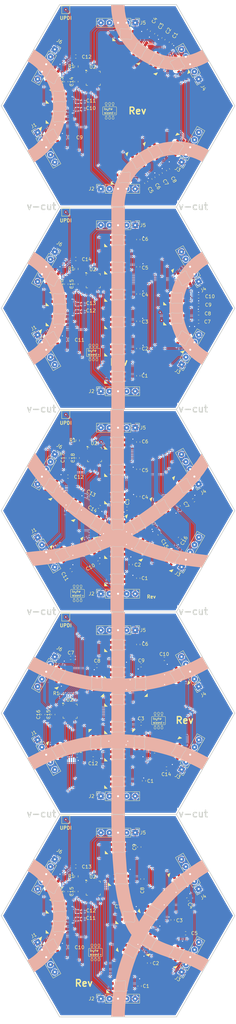
<source format=kicad_pcb>
(kicad_pcb (version 20240108) (generator "pcbnew") (generator_version "8.0")
  (layers (0 "F.Cu" signal) (31 "B.Cu" signal) (34 "B.Paste" user) (35 "F.Paste" user) (36 "B.SilkS" user "B.Silkscreen") (37 "F.SilkS" user "F.Silkscreen") (38 "B.Mask" user) (39 "F.Mask" user) (44 "Edge.Cuts" user))
  (net 0 "")
  (net 1 "GND")
  (net 2 "VCC")
  (net 3 "Net-(LED1-DOUT)")
  (net 4 "Net-(LED2-DOUT)")
  (net 5 "Net-(LED3-DOUT)")
  (net 7 "Net-(LED5-DOUT)")
  (net 8 "Net-(LED6-DOUT)")
  (net 9 "/DATA_J1")
  (net 10 "/TX_J1")
  (net 11 "/RX_J1")
  (net 12 "/TX_J2")
  (net 13 "/DATA_J2")
  (net 14 "/RX_J2")
  (net 15 "/RX_J3")
  (net 16 "/DATA_J3")
  (net 17 "/TX_J3")
  (net 18 "/TX_J4")
  (net 19 "/RX_J4")
  (net 20 "/DATA_J4")
  (net 21 "/UPDI")
  (net 22 "/RX_J5")
  (net 23 "/TX_J5")
  (net 24 "/DATA_J5")
  (net 25 "Net-(LED7-DOUT)")
  (net 27 "Net-(LED10-DIN)")
  (net 28 "Net-(LED11-DOUT)")
  (net 29 "/DATA_J6")
  (net 30 "/RX_J6")
  (net 31 "/TX_J6")
  (net 32 "/LED_J1-J6")
  (net 33 "Net-(LED10-DOUT)")
  (net 35 "/LED_J4-J5")
  (net 36 "/LED_J2-J3")
  (net 37 "Net-(LED4-DOUT)")
  (net 39 "Net-(LED8-DOUT)")
  (net 41 "/LED_J2-J5")
  (net 42 "Net-(LED12-DOUT)")
  (net 43 "/LED_J3-J4")
  (net 44 "Net-(LED13-DOUT)")
  (net 47 "Net-(LED14-DOUT)")
  (net 48 "Net-(LED15-DOUT)")
  (net 50 "/LED_J3-J6")
  (net 51 "/LED_J1-J4")
  (footprint "ProjectLibrary:PinHeader_1x05_P2.54mm_Vertical" (layer "F.Cu") (at 76.240508 256.689409 150)
    (property "Reference" "J3")
    (property "Value" "Conn_01x05_Pin")
  )
  (footprint "ProjectLibrary:PinHeader_1x05_P2.54mm_Vertical" (layer "F.Cu") (at 62.460508 215.4 -90)
    (property "Reference" "J5")
    (property "Value" "Conn_01x05_Pin")
  )
  (footprint "Capacitor_SMD:C_0603_1608Metric_Pad1.08x0.95mm_HandSolder" (layer "F.Cu") (at 69.680508 186.9 120)
    (property "Reference" "C15")
    (property "Value" "0.1uF")
  )
  (footprint "Capacitor_SMD:C_0603_1608Metric_Pad1.08x0.95mm_HandSolder" (layer "F.Cu") (at 57.318008 224.8)
    (property "Reference" "C5")
    (property "Value" "0.1uF")
  )
  (footprint "Capacitor_SMD:C_0603_1608Metric_Pad1.08x0.95mm_HandSolder" (layer "F.Cu") (at 71.118008 223.9)
    (property "Reference" "C10")
    (property "Value" "0.1uF")
  )
  (footprint "Capacitor_SMD:C_0603_1608Metric_Pad1.08x0.95mm_HandSolder" (layer "F.Cu") (at 65.080508 260.0375 90)
    (property "Reference" "C1")
    (property "Value" "0.1uF")
  )
  (footprint "ProjectLibrary:PinHeader_1x05_P2.54mm_Vertical" (layer "F.Cu") (at 76.240508 136.689409 150)
    (property "Reference" "J3")
    (property "Value" "Conn_01x05_Pin")
  )
  (footprint "New Logo:byteSizedEngineeringLogo-6mm" (layer "F.Cu") (at 69.380508 242.2)
    (property "Reference" "G***" (hide yes))
    (property "Value" "LOGO" (hide yes))
  )
  (footprint "Capacitor_SMD:C_0603_1608Metric_Pad1.08x0.95mm_HandSolder" (layer "F.Cu") (at 67.876663 81.441674 120)
    (property "Reference" "C6")
    (property "Value" "0.1uF")
  )
  (footprint "Capacitor_SMD:C_0603_1608Metric_Pad1.08x0.95mm_HandSolder" (layer "F.Cu") (at 46.118008 118.800001 180)
    (property "Reference" "C13")
    (property "Value" "0.1uF")
  )
  (footprint "Capacitor_SMD:C_0603_1608Metric_Pad1.08x0.95mm_HandSolder" (layer "F.Cu") (at 45.030508 292.85 90)
    (property "Reference" "C15")
    (property "Value" "0.1uF")
  )
  (footprint "Resistor_SMD:R_0603_1608Metric_Pad0.98x0.95mm_HandSolder" (layer "F.Cu") (at 45.030508 108.35 -90)
    (property "Reference" "R1")
    (property "Value" "DNP")
  )
  (footprint "Capacitor_SMD:C_0603_1608Metric_Pad1.08x0.95mm_HandSolder" (layer "F.Cu") (at 63.380508 175.7825 90)
    (property "Reference" "C4")
    (property "Value" "0.1uF")
  )
  (footprint "ProjectLibrary:PinHeader_1x05_P2.54mm_Vertical" (layer "F.Cu") (at 62.460508 275.4 -90)
    (property "Reference" "J5")
    (property "Value" "Conn_01x05_Pin")
  )
  (footprint "Capacitor_SMD:C_0603_1608Metric_Pad1.08x0.95mm_HandSolder" (layer "F.Cu") (at 45.419894 164.375 90)
    (property "Reference" "C18")
    (property "Value" "0.1uF")
  )
  (footprint "Capacitor_SMD:C_0603_1608Metric_Pad1.08x0.95mm_HandSolder" (layer "F.Cu") (at 81.268008 124 180)
    (property "Reference" "C7")
    (property "Value" "0.1uF")
  )
  (footprint "Capacitor_SMD:C_0603_1608Metric_Pad1.08x0.95mm_HandSolder" (layer "F.Cu") (at 44.843008 45.400001 180)
    (property "Reference" "C12")
    (property "Value" "0.1uF")
  )
  (footprint "Capacitor_SMD:C_0603_1608Metric_Pad1.08x0.95mm_HandSolder" (layer "F.Cu") (at 73.580508 301.2625 90)
    (property "Reference" "C3")
    (property "Value" "0.1uF")
  )
  (footprint "ProjectLibrary:PinSocket_1x05_P2.54mm_Vertical" (layer "F.Cu") (at 38.620508 283.300591 -30)
    (property "Reference" "J6")
    (property "Value" "Conn_01x05_Socket")
  )
  (footprint "Capacitor_SMD:C_0603_1608Metric_Pad1.08x0.95mm_HandSolder" (layer "F.Cu") (at 70.041726 80.191674 120)
    (property "Reference" "C7")
    (property "Value" "0.1uF")
  )
  (footprint "Capacitor_SMD:C_0603_1608Metric_Pad1.08x0.95mm_HandSolder" (layer "F.Cu") (at 81.268008 121.5 180)
    (property "Reference" "C8")
    (property "Value" "0.1uF")
  )
  (footprint "ProjectLibrary:PinSocket_1x05_P2.54mm_Vertical" (layer "F.Cu") (at 81.283857 172.075928 -150)
    (property "Reference" "J4")
    (property "Value" "Conn_01x05_Socket")
  )
  (footprint "Resistor_SMD:R_0603_1608Metric_Pad0.98x0.95mm_HandSolder" (layer "F.Cu") (at 45.030508 48.35 -90)
    (property "Reference" "R1")
    (property "Value" "DNP")
  )
  (footprint "ProjectLibrary:PinSocket_1x05_P2.54mm_Vertical" (layer "F.Cu") (at 81.283857 232.075928 -150)
    (property "Reference" "J4")
    (property "Value" "Conn_01x05_Socket")
  )
  (footprint "ProjectLibrary:PinSocket_1x05_P2.54mm_Vertical" (layer "F.Cu") (at 81.283857 292.075928 -150)
    (property "Reference" "J4")
    (property "Value" "Conn_01x05_Socket")
  )
  (footprint "Capacitor_SMD:C_0603_1608Metric_Pad1.08x0.95mm_HandSolder" (layer "F.Cu") (at 43.480508 197.6 30)
    (property "Reference" "C11")
    (property "Value" "0.1uF")
  )
  (footprint "Capacitor_SMD:C_0603_1608Metric_Pad1.08x0.95mm_HandSolder" (layer "F.Cu") (at 44.843008 105.400001 180)
    (property "Reference" "C14")
    (property "Value" "0.1uF")
  )
  (footprint "ProjectLibrary:PinHeader_1x05_P2.54mm_Vertical" (layer "F.Cu") (at 76.240508 196.689409 150)
    (property "Reference" "J3")
    (property "Value" "Conn_01x05_Pin")
  )
  (footprint "Package_DFN_QFN:QFN-24-1EP_4x4mm_P0.5mm_EP2.6x2.6mm" (layer "F.Cu") (at 50.030508 111.85)
    (property "Reference" "U2")
    (property "Value" "ATtiny3217-M")
  )
  (footprint "Capacitor_SMD:C_0603_1608Metric_Pad1.08x0.95mm_HandSolder" (layer "F.Cu") (at 46.080508 301 180)
    (property "Reference" "C11")
    (property "Value" "0.1uF")
  )
  (footprint "Capacitor_SMD:C_0603_1608Metric_Pad1.08x0.95mm_HandSolder" (layer "F.Cu") (at 48.580508 176 150)
    (property "Reference" "C13")
    (property "Value" "0.1uF")
  )
  (footprint "Capacitor_SMD:C_0603_1608Metric_Pad1.08x0.95mm_HandSolder" (layer "F.Cu") (at 46.118008 298.800001 180)
    (property "Reference" "C12")
    (property "Value" "0.1uF")
  )
  (footprint "Capacitor_SMD:C_0603_1608Metric_Pad1.08x0.95mm_HandSolder" (layer "F.Cu") (at 42.419894 164.375 90)
    (property "Reference" "C17")
    (property "Value" "1uF")
  )
  (footprint "Capacitor_SMD:C_0603_1608Metric_Pad1.08x0.95mm_HandSolder" (layer "F.Cu") (at 42.030508 112.85 90)
    (property "Reference" "C16")
    (property "Value" "1uF")
  )
  (footprint "Resistor_SMD:R_0603_1608Metric_Pad0.98x0.95mm_HandSolder" (layer "F.Cu") (at 45.419894 159.1875 -90)
    (property "Reference" "R1")
    (property "Value" "DNP")
  )
  (footprint "Capacitor_SMD:C_0603_1608Metric_Pad1.08x0.95mm_HandSolder" (layer "F.Cu") (at 63.380508 159.6375 90)
    (property "Reference" "C6")
    (property "Value" "0.1uF")
  )
  (footprint "Capacitor_SMD:C_0603_1608Metric_Pad1.08x0.95mm_HandSolder" (layer "F.Cu") (at 72.20679 78.941674 120)
    (property "Reference" "C8")
    (property "Value" "0.1uF")
  )
  (footprint "ProjectLibrary:PinHeader_1x05_P2.54mm_Vertical" (layer "F.Cu") (at 62.460508 155.4 -90)
    (property "Reference" "J5")
    (property "Value" "Conn_01x05_Pin")
  )
  (footprint "Capacitor_SMD:C_0603_1608Metric_Pad1.08x0.95mm_HandSolder" (layer "F.Cu") (at 78.027455 295.16875 30)
    (property "Reference" "C4")
    (property "Value" "0.1uF")
  )
  (footprint "Capacitor_SMD:C_0603_1608Metric_Pad1.08x0.95mm_HandSolder" (layer "F.Cu") (at 51.118008 226 180)
    (property "Reference" "C8")
    (property "Value" "0.1uF")
  )
  (footprint "ProjectLibrary:PinSocket_1x05_P2.54mm_Vertical" (layer "F.Cu") (at 38.620508 103.300591 -30)
    (property "Reference" "J6")
    (property "Value" "Conn_01x05_Socket")
  )
  (footprint "ProjectLibrary:PinSocket_1x05_P2.54mm_Vertical" (layer "F.Cu") (at 81.283857 112.075928 -150)
    (property "Reference" "J4")
    (property "Value" "Conn_01x05_Socket")
  )
  (footprint "ProjectLibrary:PinSocket_1x05_P2.54mm_Vertical" (layer "F.Cu") (at 38.620508 163.300591 -30)
    (property "Reference" "J6")
    (property "Value" "Conn_01x05_Socket")
  )
  (footprint "ProjectLibrary:PinSocket_1x05_P2.54mm_Vertical" (layer "F.Cu") (at 81.283857 52.075928 -150)
    (property "Reference" "J4")
    (property "Value" "Conn_01x05_Socket")
  )
  (footprint "Capacitor_SMD:C_0603_1608Metric_Pad1.08x0.95mm_HandSolder" (layer "F.Cu") (at 46.118008 58.800001 180)
    (property "Reference" "C11")
    (property "Value" "0.1uF")
  )
  (footprint "Package_DFN_QFN:QFN-24-1EP_4x4mm_P0.5mm_EP2.6x2.6mm" (layer "F.Cu") (at 50.419894 163.375)
    (property "Reference" "U2")
    (property "Value" "ATtiny3217-M")
  )
  (footprint "Capacitor_SMD:C_0603_1608Metric_Pad1.08x0.95mm_HandSolder" (layer "F.Cu") (at 64.218008 225.8 180)
    (property "Reference" "C9")
    (property "Value" "0.1uF")
  )
  (footprint "Capacitor_SMD:C_0603_1608Metric_Pad1.08x0.95mm_HandSolder" (layer "F.Cu") (at 60.243008 297.3)
    (property "Reference" "C7")
    (property "Value" "0.1uF")
  )
  (footprint "Capacitor_SMD:C_0603_1608Metric_Pad1.08x0.95mm_HandSolder" (layer "F.Cu") (at 42.718008 309.3 180)
    (property "Reference" "C10")
    (property "Value" "0.1uF")
  )
  (footprint "Capacitor_SMD:C_0603_1608Metric_Pad1.08x0.95mm_HandSolder" (layer "F.Cu") (at 68.218008 251.300001 180)
    (property "Reference" "C13")
    (property "Value" "0.1uF")
  )
  (footprint "Capacitor_SMD:C_0603_1608Metric_Pad1.08x0.95mm_HandSolder" (layer "F.Cu") (at 51.833561 178.868751 -30)
    (property "Reference" "C14")
    (property "Value" "0.1uF")
  )
  (footprint "Capacitor_SMD:C_0603_1608Metric_Pad1.08x0.95mm_HandSolder" (layer "F.Cu") (at 63.380508 123.855 90)
    (property "Reference" "C3")
    (property "Value" "0.1uF")
  )
  (footprint "Capacitor_SMD:C_0603_1608Metric_Pad1.08x0.95mm_HandSolder" (layer "F.Cu") (at 42.030508 52.85 90)
    (property "Reference" "C13")
    (property "Value" "1uF")
  )
  (footprint "ProjectLibrary:PinHeader_1x05_P2.54mm_Vertical" (layer "F.Cu") (at 33.540508 247.900591 30)
    (property "Reference" "J1")
    (property "Value" "Conn_01x05_Pin")
  )
  (footprint "TestPoint:TestPoint_Pad_2.0x2.0mm" (layer "F.Cu") (at 41.880508 151.5)
    (property "Reference" "TP1" (hide yes))
    (property "Value" "TestPoint")
  )
  (footprint "Capacitor_SMD:C_0603_1608Metric_Pad1.08x0.95mm_HandSolder" (layer "F.Cu") (at 63.380508 115.7825 90)
    (property "Reference" "C4")
    (property "Value" "0.1uF")
  )
  (footprint "Capacitor_SMD:C_0603_1608Metric_Pad1.08x0.95mm_HandSolder" (layer "F.Cu") (at 64.218008 243.1 180)
    (property "Reference" "C3")
    (property "Value" "0.1uF")
  )
  (footprint "ProjectLibrary:PinSocket_1x05_P2.54mm_Vertical" (layer "F.Cu") (at 52.300508 324.6 90)
    (property "Reference" "J2")
    (property "Value" "Conn_01x05_Socket")
  )
  (footprint "Capacitor_SMD:C_0603_1608Metric_Pad1.08x0.95mm_HandSolder" (layer "F.Cu") (at 71.743008 256.400001)
    (property "Reference" "C14")
    (property "Value" "0.1uF")
  )
  (footprint "Capacitor_SMD:C_0603_1608Metric_Pad1.08x0.95mm_HandSolder" (layer "F.Cu") (at 46.080508 61 180)
    (property "Reference" "C10")
    (property "Value" "0.1uF")
  )
  (footprint "Package_DFN_QFN:QFN-24-1EP_4x4mm_P0.5mm_EP2.6x2.6mm" (layer "F.Cu") (at 43.180508 239.4)
    (property "Reference" "U2")
    (property "Value" "ATtiny3217-M")
  )
  (footprint "ProjectLibrary:PinSocket_1x05_P2.54mm_Vertical" (layer "F.Cu") (at 52.300508 144.6 90)
    (property "Reference" "J2")
    (property "Value" "Conn_01x05_Socket")
  )
  (footprint "Capacitor_SMD:C_0603_1608Metric_Pad1.08x0.95mm_HandSolder" (layer "F.Cu") (at 73.010635 41.4 -120)
    (property "Reference" "C1")
    (property "Value" "0.1uF")
  )
  (footprint "Package_DFN_QFN:QFN-24-1EP_4x4mm_P0.5mm_EP2.6x2.6mm" (layer "F.Cu") (at 50.030508 291.85)
    (property "Reference" "U2")
    (property "Value" "ATtiny3217-M")
  )
  (footprint "TestPoint:TestPoint_Pad_2.0x2.0mm" (layer "F.Cu") (at 41.880508 91.5)
    (property "Reference" "TP1" (hide yes))
    (property "Value" "TestPoint")
  )
  (footprint "ProjectLibrary:PinHeader_1x05_P2.54mm_Vertical" (layer "F.Cu") (at 33.540508 307.900591 30)
    (property "Reference" "J1")
    (property "Value" "Conn_01x05_Pin")
  )
  (footprint "Capacitor_SMD:C_0603_1608Metric_Pad1.08x0.95mm_HandSolder" (layer "F.Cu") (at 63.380508 131.9275 90)
    (property "Reference" "C2")
    (property "Value" "0.1uF")
  )
  (footprint "New Logo:byteSizedEngineeringLogo-6mm" (layer "F.Cu") (at 50.080508 133.1)
    (property "Reference" "G***" (hide yes))
    (property "Value" "LOGO" (hide yes))
  )
  (footprint "ProjectLibrary:PinHeader_1x05_P2.54mm_Vertical" (layer "F.Cu") (at 62.460508 95.4 -90)
    (property "Reference" "J5")
    (property "Value" "Conn_01x05_Pin")
  )
  (footprint "Capacitor_SMD:C_0603_1608Metric_Pad1.08x0.95mm_HandSolder" (layer "F.Cu") (at 68.680508 38.9 -120)
    (property "Reference" "C3")
    (property "Value" "0.1uF")
  )
  (footprint "ProjectLibrary:PinSocket_1x05_P2.54mm_Vertical" (layer "F.Cu") (at 52.300508 204.6 90)
    (property "Reference" "J2")
    (property "Value" "Conn_01x05_Socket")
  )
  (footprint "Capacitor_SMD:C_0603_1608Metric_Pad1.08x0.95mm_HandSolder" (layer "F.Cu") (at 63.380508 140 90)
    (property "Reference" "C1")
    (property "Value" "0.1uF")
  )
  (footprint "ProjectLibrary:PinHeader_1x05_P2.54mm_Vertical" (layer "F.Cu") (at 33.540508 127.900591 30)
    (property "Reference" "J1")
    (property "Value" "Conn_01x05_Pin")
  )
  (footprint "Capacitor_SMD:C_0603_1608Metric_Pad1.08x0.95mm_HandSolder" (layer "F.Cu") (at 60.018008 179.4 180)
    (property "Reference" "C3")
    (property "Value" "0.1uF")
  )
  (footprint "TestPoint:TestPoint_Pad_2.0x2.0mm" (layer "F.Cu") (at 41.880508 271.5)
    (property "Reference" "TP1" (hide yes))
    (property "Value" "TestPoint")
  )
  (footprint "Capacitor_SMD:C_0603_1608Metric_Pad1.08x0.95mm_HandSolder" (layer "F.Cu") (at 70.845571 40.15 -120)
    (property "Reference" "C2")
    (property "Value" "0.1uF")
  )
  (footprint "Capacitor_SMD:C_0603_1608Metric_Pad1.08x0.95mm_HandSolder" (layer "F.Cu") (at 63.780508 320.8625 90)
    (property "Reference" "C1")
    (property "Value" "0.1uF")
  )
  (footprint "Resistor_SMD:R_0603_1608Metric_Pad0.98x0.95mm_HandSolder" (layer "F.Cu") (at 40.580508 234.1875 -90)
    (property "Reference" "R1")
    (property "Value" "DNP")
  )
  (footprint "Capacitor_SMD:C_0603_1608Metric_Pad1.08x0.95mm_HandSolder" (layer "F.Cu") (at 63.380508 99.6375 90)
    (property "Reference" "C6")
    (property "Value" "0.1uF")
  )
  (footprint "Capacitor_SMD:C_0603_1608Metric_Pad1.08x0.95mm_HandSolder" (layer "F.Cu") (at 42.718008 129.3 180)
    (property "Reference" "C11")
    (property "Value" "0.1uF")
  )
  (footprint "Package_DFN_QFN:QFN-24-1EP_4x4mm_P0.5mm_EP2.6x2.6mm" (layer "F.Cu") (at 50.030508 51.85)
    (property "Reference" "U2")
    (property "Value" "ATtiny3217-M")
  )
  (footprint "Capacitor_SMD:C_0603_1608Metric_Pad1.08x0.95mm_HandSolder" (layer "F.Cu") (at 45.030508 52.85 90)
    (property "Reference" "C14")
    (property "Value" "0.1uF")
  )
  (footprint "Capacitor_SMD:C_0603_1608Metric_Pad1.08x0.95mm_HandSolder" (layer "F.Cu") (at 63.380508 200 90)
    (property "Reference" "C1")
    (property "Value" "0.1uF")
  )
  (footprint "Capacitor_SMD:C_0603_1608Metric_Pad1.08x0.95mm_HandSolder" (layer "F.Cu") (at 64.580508 289.1375 90)
    (property "Reference" "C8")
    (property "Value" "0.1uF")
  )
  (footprint "Capacitor_SMD:C_0603_1608Metric_Pad1.08x0.95mm_HandSolder" (layer "F.Cu") (at 35.180508 240.4 90)
    (property "Reference" "C16")
    (property "Value" "1uF")
  )
  (footprint "Capacitor_SMD:C_0603_1608Metric_Pad1.08x0.95mm_HandSolder" (layer "F.Cu") (at 67.627455 302.33125 -30)
    (property "Reference" "C6")
    (property "Value" "0.1uF")
  )
  (footprint "ProjectLibrary:PinHeader_1x05_P2.54mm_Vertical" (layer "F.Cu") (at 76.240508 76.689409 150)
    (property "Reference" "J3")
    (property "Value" "Conn_01x05_Pin")
  )
  (footprint "Capacitor_SMD:C_0603_1608Metric_Pad1.08x0.95mm_HandSolder" (layer "F.Cu") (at 67.949258 183.853053 -60)
    (property "Reference" "C9")
    (property "Value" "0.1uF")
  )
  (footprint "Capacitor_SMD:C_0603_1608Metric_Pad1.08x0.95mm_HandSolder" (layer "F.Cu") (at 43.318008 223.6 180)
    (property "Reference" "C7")
    (property "Value" "0.1uF")
  )
  (footprint "Capacitor_SMD:C_0603_1608Metric_Pad1.08x0.95mm_HandSolder" (layer "F.Cu") (at 63.380508 167.71 90)
    (property "Reference" "C5")
    (property "Value" "0.1uF")
  )
  (footprint "ProjectLibrary:PinHeader_1x05_P2.54mm_Vertical" (layer "F.Cu") (at 33.540508 187.900591 30)
    (property "Reference" "J1")
    (property "Value" "Conn_01x05_Pin")
  )
  (footprint "ProjectLibrary:PinSocket_1x05_P2.54mm_Vertical" (layer "F.Cu") (at 52.300508 84.6 90)
    (property "Reference" "J2")
    (property "Value" "Conn_01x05_Socket")
  )
  (footprint "ProjectLibrary:PinSocket_1x05_P2.54mm_Vertical" (layer "F.Cu") (at 52.300508 264.6 90)
    (property "Reference" "J2")
    (property "Value" "Conn_01x05_Socket")
  )
  (footprint "Capacitor_SMD:C_0603_1608Metric_Pad1.08x0.95mm_HandSolder" (layer "F.Cu") (at 38.180508 240.4 90)
    (property "Reference" "C15")
    (property "Value" "0.1uF")
  )
  (footprint "Capacitor_SMD:C_0603_1608Metric_Pad1.08x0.95mm_HandSolder" (layer "F.Cu") (at 42.518008 169.9 180)
    (property "Reference" "C12")
    (property "Value" "0.1uF")
  )
  (footprint "Capacitor_SMD:C_0603_1608Metric_Pad1.08x0.95mm_HandSolder" (layer "F.Cu") (at 66.515444 37.65 -120)
    (property "Reference" "C4")
    (property "Value" "0.1uF")
  )
  (footprint "Capacitor_SMD:C_0603_1608Metric_Pad1.08x0.95mm_HandSolder" (layer "F.Cu") (at 57.343008 249.2)
    (property "Reference" "C2")
    (property "Value" "0.1uF")
  )
  (footprint "Capacitor_SMD:C_0603_1608Metric_Pad1.08x0.95mm_HandSolder" (layer "F.Cu") (at 50.018008 253.4)
    (property "Reference" "C12")
    (property "Value" "0.1uF")
  )
  (footprint "Capacitor_SMD:C_0603_1608Metric_Pad1.08x0.95mm_HandSolder" (layer "F.Cu") (at 81.268008 119 180)
    (property "Reference" "C9")
    (property "Value" "0.1uF")
  )
  (footprint "New Logo:byteSizedEngineeringLogo-6mm" (layer "F.Cu") (at 50.680508 310.9)
    (property "Reference" "G***" (hide yes))
    (property "Value" "LOGO" (hide yes))
  )
  (footprint "Capacitor_SMD:C_0603_1608Metric_Pad1.08x0.95mm_HandSolder" (layer "F.Cu") (at 75.711758 188.153053 -120)
    (property "Reference" "C16")
    (property "Value" "0.1uF")
  )
  (footprint "TestPoint:TestPoint_Pad_2.0x2.0mm" (layer "F.Cu") (at 41.880508 211.5)
    (property "Reference" "TP1" (hide yes))
    (property "Value" "TestPoint")
  )
  (footprint "New Logo:byteSizedEngineeringLogo-6mm" (layer "F.Cu") (at 54.880508 61.5)
    (property "Reference" "G***" (hide yes))
    (property "Value" "LOGO" (hide yes))
  )
  (footprint "Capacitor_SMD:C_0603_1608Metric_Pad1.08x0.95mm_HandSolder" (layer "F.Cu") (at 61.180508 195.9625 90)
    (property "Reference" "C2")
    (property "Value" "0.1uF")
  )
  (footprint "Capacitor_SMD:C_0603_1608Metric_Pad1.08x0.95mm_HandSolder" (layer "F.Cu") (at 44.843008 285.400001 180)
    (property "Reference" "C13")
    (property "Value" "0.1uF")
  )
  (footprint "Capacitor_SMD:C_0603_1608Metric_Pad1.08x0.95mm_HandSolder" (layer "F.Cu") (at 42.030508 292.85 90)
    (property "Reference" "C14")
    (property "Value" "1uF")
  )
  (footprint "New Logo:byteSizedEngineeringLogo-6mm" (layer "F.Cu") (at 45.380508 204.5)
    (property "Reference" "G***" (hide yes))
    (property "Value" "LOGO" (hide yes))
  )
  (footprint "ProjectLibrary:PinSocket_1x05_P2.54mm_Vertical" (layer "F.Cu") (at 38.620508 43.300591 -30)
    (property "Reference" "J6")
    (property "Value" "Conn_01x05_Socket")
  )
  (footprint "Capacitor_SMD:C_0603_1608Metric_Pad1.08x0.95mm_HandSolder" (layer "F.Cu") (at 79.780508 176.9 30)
    (property "Reference" "C7")
    (property "Value" "0.1uF")
  )
  (footprint "Capacitor_SMD:C_0603_1608Metric_Pad1.08x0.95mm_HandSolder" (layer "F.Cu") (at 63.680508 279.6625 90)
    (property "Reference" "C9")
    (property "Value" "0.1uF")
  )
  (footprint "Capacitor_SMD:C_0603_1608Metric_Pad1.08x0.95mm_HandSolder" (layer "F.Cu") (at 45.280508 252.6 180)
    (property "Reference" "C11")
    (property "Value" "0.1uF")
  )
  (footprint "Capacitor_SMD:C_0603_1608Metric_Pad1.08x0.95mm_HandSolder" (layer "F.Cu") (at 65.711599 82.691674 120)
    (property "Reference" "C5")
    (property "Value" "0.1uF")
  )
  (footprint "Capacitor_SMD:C_0603_1608Metric_Pad1.08x0.95mm_HandSolder" (layer "F.Cu") (at 42.718008 69.3 180)
    (property "Reference" "C9")
    (property "Value" "0.1uF")
  )
  (footprint "Capacitor_SMD:C_0603_1608Metric_Pad1.08x0.95mm_HandSolder" (layer "F.Cu") (at 77.418008 305.2 180)
    (property "Reference" "C5")
    (property "Value" "0.1uF")
  )
  (footprint "Capacitor_SMD:C_0603_1608Metric_Pad1.08x0.95mm_HandSolder" (layer "F.Cu") (at 66.580508 314.0375 90)
    (property "Reference" "C2")
    (property "Value" "0.1uF")
  )
  (footprint "Capacitor_SMD:C_0603_1608Metric_Pad1.08x0.95mm_HandSolder" (layer "F.Cu") (at 75.380508 178.8 -60)
    (property "Reference" "C8")
    (property "Value" "0.1uF")
  )
  (footprint "ProjectLibrary:PinHeader_1x05_P2.54mm_Vertical" (layer "F.Cu") (at 62.460508 35.4 -90)
    (property "Reference" "J5")
    (property "Value" "Conn_01x05_Pin")
  )
  (footprint "TestPoint:TestPoint_Pad_2.0x2.0mm" (layer "F.Cu") (at 41.880508 31.5)
    (property "Reference" "TP1" (hide yes))
    (property "Value" "TestPoint")
  )
  (footprint "Capacitor_SMD:C_0603_1608Metric_Pad1.08x0.95mm_HandSolder" (layer "F.Cu") (at 45.030508 112.85 90)
    (property "Reference" "C15")
    (property "Value" "0.1uF")
  )
  (footprint "Capacitor_SMD:C_0603_1608Metric_Pad1.08x0.95mm_HandSolder" (layer "F.Cu") (at 81.268008 116.5 180)
    (property "Reference" "C10")
    (property "Value" "0.1uF")
  )
  (footprint "Capacitor_SMD:C_0603_1608Metric_Pad1.08x0.95mm_HandSolder" (layer "F.Cu") (at 57.443008 233)
    (property "Reference" "C4")
    (property "Value" "0.1uF")
  )
  (footprint "Capacitor_SMD:C_0603_1608Metric_Pad1.08x0.95mm_HandSolder" (layer "F.Cu") (at 63.380508 107.71 90)
    (property "Reference" "C5")
    (property "Value" "0.1uF")
  )
  (footprint "Resistor_SMD:R_0603_1608Metric_Pad0.98x0.95mm_HandSolder" (layer "F.Cu") (at 45.030508 288.35 -90)
    (property "Reference" "R1")
    (property "Value" "DNP")
  )
  (footprint "Capacitor_SMD:C_0603_1608Metric_Pad1.08x0.95mm_HandSolder" (layer "F.Cu") (at 51.680508 195.3 30)
    (property "Reference" "C10")
    (property "Value" "0.1uF")
  )
  (footprint "ProjectLibrary:PinSocket_1x05_P2.54mm_Vertical" (layer "F.Cu") (at 38.620508 223.300591 -30)
    (property "Reference" "J6")
    (property "Value" "Conn_01x05_Socket")
  )
  (footprint "Capacitor_SMD:C_0603_1608Metric_Pad1.08x0.95mm_HandSolder" (layer "F.Cu") (at 63.380508 219.6375 90)
    (property "Reference" "C6")
    (property "Value" "0.1uF")
  )
  (footprint "ProjectLibrary:PinHeader_1x05_P2.54mm_Vertical" (layer "F.Cu") (at 76.240508 316.689409 150)
    (property "Reference" "J3")
    (property "Value" "Conn_01x05_Pin")
  )
  (footprint "ProjectLibrary:PinHeader_1x05_P2.54mm_Vertical" (layer "F.Cu") (at 33.540508 67.900591 30)
    (property "Reference" "J1")
    (property "Value" "Conn_01x05_Pin")
  )
  (footprint "Capacitor_SMD:C_0603_1608Metric_Pad1.08x0.95mm_HandSolder" (layer "F.Cu") (at 46.080508 121 180)
    (property "Reference" "C12")
    (property "Value" "0.1uF")
  )
  (footprint "kicad-keyboard-parts:SK6812MINI-E" (layer "B.Cu") (at 74.73197 228.845288 -60)
    (property "Reference" "LED10" (hide yes))
    (property "Value" "SK6812MINI-E")
    (fp_line (start -1.7 0.414746) (end -1.699998 -0.990937) (stroke (width 0.1)) (layer "Edge.Cuts"))
    (fp_line (start 0.794452 1.211902) (end -0.794452 1.211903) (stroke (width 0.1)) (layer "Edge.Cuts"))
    (fp_line (start -0.794453 -1.788096) (end 0.794452 -1.788094) (stroke (width 0.1)) (layer "Edge.Cuts"))
    (fp_line (start 1.699998 -0.990939) (end 1.7 0.414746) (stroke (width 0.1)) (layer "Edge.Cuts"))
    (fp_arc (start -1.046711 1.280202) (mid -0.925123 1.229281) (end -0.794453 1.211904) (stroke (width 0.1)) (layer "Edge.Cuts"))
    (fp_arc (start -1.046711 1.280202) (mid -1.638072 1.21594) (end -1.749484 0.631623) (stroke (width 0.1)) (layer "Edge.Cuts"))
    (fp_arc (start -1.7 0.414746) (mid -1.712528 0.525972) (end -1.749484 0.631623) (stroke (width 0.1)) (layer "Edge.Cuts"))
    (fp_arc (start 0.794452 1.211902) (mid 0.925124 1.229279) (end 1.046712 1.280204) (stroke (width 0.1)) (layer "Edge.Cuts"))
    (fp_arc (start -1.749485 -1.207816) (mid -1.712527 -1.102164) (end -1.699999 -0.990939) (stroke (width 0.1)) (layer "Edge.Cuts"))
    (fp_arc (start -1.749485 -1.207816) (mid -1.63807 -1.792129) (end -1.046711 -1.856393) (stroke (width 0.1)) (layer "Edge.Cuts"))
    (fp_arc (start 1.749486 0.631626) (mid 1.63807 1.215937) (end 1.046712 1.280204) (stroke (width 0.1)) (layer "Edge.Cuts"))
    (fp_arc (start 1.749486 0.631626) (mid 1.712534 0.525973) (end 1.699999 0.414747) (stroke (width 0.1)) (layer "Edge.Cuts"))
    (fp_arc (start -0.794453 -1.788096) (mid -0.925122 -1.805474) (end -1.046709 -1.856394) (stroke (width 0.1)) (layer "Edge.Cuts"))
    (fp_arc (start 1.699998 -0.990939) (mid 1.71252 -1.102166) (end 1.749484 -1.207817) (stroke (width 0.1)) (layer "Edge.Cuts"))
    (fp_arc (start 1.04671 -1.856396) (mid 1.63807 -1.792133) (end 1.749484 -1.207815) (stroke (width 0.1)) (layer "Edge.Cuts"))
    (fp_arc (start 1.04671 -1.856396) (mid 0.925123 -1.805473) (end 0.794452 -1.788094) (stroke (width 0.1)) (layer "Edge.Cuts"))
  )
  (footprint "kicad-keyboard-parts:SK6812MINI-E" (layer "B.Cu") (at 57.280508 99.461904 180)
    (property "Reference" "LED6" (hide yes))
    (property "Value" "SK6812MINI-E")
    (fp_line (start 1.699999 -0.990938) (end 1.699999 0.414746) (stroke (width 0.1)) (layer "Edge.Cuts"))
    (fp_line (start 0.794453 1.211903) (end -0.794452 1.211903) (stroke (width 0.1)) (layer "Edge.Cuts"))
    (fp_line (start -0.794452 -1.788096) (end 0.794452 -1.788096) (stroke (width 0.1)) (layer "Edge.Cuts"))
    (fp_line (start -1.699999 0.414746) (end -1.699999 -0.990938) (stroke (width 0.1)) (layer "Edge.Cuts"))
    (fp_arc (start 1.749484 0.631624) (mid 1.712509 0.525977) (end 1.699999 0.414747) (stroke (width 0.1)) (layer "Edge.Cuts"))
    (fp_arc (start 1.749484 0.631624) (mid 1.63807 1.215936) (end 1.046711 1.280202) (stroke (width 0.1)) (layer "Edge.Cuts"))
    (fp_arc (start 1.699999 -0.990938) (mid 1.712521 -1.102165) (end 1.749484 -1.207816) (stroke (width 0.1)) (layer "Edge.Cuts"))
    (fp_arc (start 1.046711 -1.856395) (mid 1.63807 -1.792132) (end 1.749484 -1.207815) (stroke (width 0.1)) (layer "Edge.Cuts"))
    (fp_arc (start 1.046711 -1.856395) (mid 0.925123 -1.805472) (end 0.794452 -1.788096) (stroke (width 0.1)) (layer "Edge.Cuts"))
    (fp_arc (start 0.794453 1.211903) (mid 0.925123 1.22928) (end 1.046711 1.280202) (stroke (width 0.1)) (layer "Edge.Cuts"))
    (fp_arc (start -0.794452 -1.788096) (mid -0.925122 -1.805473) (end -1.04671 -1.856395) (stroke (width 0.1)) (layer "Edge.Cuts"))
    (fp_arc (start -1.046711 1.280203) (mid -0.925123 1.229281) (end -0.794453 1.211904) (stroke (width 0.1)) (layer "Edge.Cuts"))
    (fp_arc (start -1.046711 1.280203) (mid -1.638071 1.215939) (end -1.749484 0.631624) (stroke (width 0.1)) (layer "Edge.Cuts"))
    (fp_arc (start -1.699999 0.414746) (mid -1.712527 0.525972) (end -1.749484 0.631624) (stroke (width 0.1)) (layer "Edge.Cuts"))
    (fp_arc (start -1.749484 -1.207816) (mid -1.63807 -1.79213) (end -1.046711 -1.856393) (stroke (width 0.1)) (layer "Edge.Cuts"))
    (fp_arc (start -1.749484 -1.207816) (mid -1.712527 -1.102164) (end -1.699999 -0.990939) (stroke (width 0.1)) (layer "Edge.Cuts"))
  )
  (footprint "kicad-keyboard-parts:SK6812MINI-E" (layer "B.Cu") (at 37.380529 172.379286 -120)
    (property "Reference" "LED12" (hide yes))
    (property "Value" "SK6812MINI-E")
    (fp_line (start 0.794453 1.211903) (end -0.794452 1.211903) (stroke (width 0.1)) (layer "Edge.Cuts"))
    (fp_line (start 1.699999 -0.990938) (end 1.699999 0.414746) (stroke (width 0.1)) (layer "Edge.Cuts"))
    (fp_line (start -1.699999 0.414746) (end -1.699999 -0.990938) (stroke (width 0.1)) (layer "Edge.Cuts"))
    (fp_line (start -0.794453 -1.788096) (end 0.794452 -1.788097) (stroke (width 0.1)) (layer "Edge.Cuts"))
    (fp_arc (start 0.794453 1.211903) (mid 0.925123 1.22928) (end 1.046711 1.280202) (stroke (width 0.1)) (layer "Edge.Cuts"))
    (fp_arc (start 1.749484 0.631623) (mid 1.638071 1.215936) (end 1.046711 1.280202) (stroke (width 0.1)) (layer "Edge.Cuts"))
    (fp_arc (start 1.749484 0.631623) (mid 1.712509 0.525976) (end 1.699999 0.414747) (stroke (width 0.1)) (layer "Edge.Cuts"))
    (fp_arc (start -1.046711 1.280203) (mid -0.925123 1.229281) (end -0.794453 1.211904) (stroke (width 0.1)) (layer "Edge.Cuts"))
    (fp_arc (start -1.046711 1.280203) (mid -1.638072 1.215939) (end -1.749485 0.631624) (stroke (width 0.1)) (layer "Edge.Cuts"))
    (fp_arc (start 1.699999 -0.990938) (mid 1.712521 -1.102165) (end 1.749485 -1.207816) (stroke (width 0.1)) (layer "Edge.Cuts"))
    (fp_arc (start -1.699999 0.414746) (mid -1.712525 0.525972) (end -1.749485 0.631624) (stroke (width 0.1)) (layer "Edge.Cuts"))
    (fp_arc (start 1.046711 -1.856395) (mid 1.638071 -1.792133) (end 1.749484 -1.207815) (stroke (width 0.1)) (layer "Edge.Cuts"))
    (fp_arc (start 1.046711 -1.856395) (mid 0.925124 -1.805471) (end 0.794452 -1.788097) (stroke (width 0.1)) (layer "Edge.Cuts"))
    (fp_arc (start -1.749485 -1.207816) (mid -1.712526 -1.102165) (end -1.699999 -0.990939) (stroke (width 0.1)) (layer "Edge.Cuts"))
    (fp_arc (start -1.749485 -1.207816) (mid -1.638069 -1.792129) (end -1.046711 -1.856393) (stroke (width 0.1)) (layer "Edge.Cuts"))
    (fp_arc (start -0.794453 -1.788096) (mid -0.925123 -1.805473) (end -1.04671 -1.856395) (stroke (width 0.1)) (layer "Edge.Cuts"))
  )
  (footprint "kicad-keyboard-parts:SK6812MINI-E" (layer "B.Cu") (at 57.280508 131.861904 180)
    (property "Reference" "LED2" (hide yes))
    (property "Value" "SK6812MINI-E")
    (fp_line (start 1.699999 -0.990938) (end 1.699999 0.414746) (stroke (width 0.1)) (layer "Edge.Cuts"))
    (fp_line (start 0.794453 1.211903) (end -0.794452 1.211903) (stroke (width 0.1)) (layer "Edge.Cuts"))
    (fp_line (start -0.794452 -1.788096) (end 0.794452 -1.788096) (stroke (width 0.1)) (layer "Edge.Cuts"))
    (fp_line (start -1.699999 0.414746) (end -1.699999 -0.990938) (stroke (width 0.1)) (layer "Edge.Cuts"))
    (fp_arc (start 1.749484 0.631624) (mid 1.712509 0.525977) (end 1.699999 0.414747) (stroke (width 0.1)) (layer "Edge.Cuts"))
    (fp_arc (start 1.749484 0.631624) (mid 1.63807 1.215936) (end 1.046711 1.280202) (stroke (width 0.1)) (layer "Edge.Cuts"))
    (fp_arc (start 1.699999 -0.990938) (mid 1.712521 -1.102165) (end 1.749484 -1.207816) (stroke (width 0.1)) (layer "Edge.Cuts"))
    (fp_arc (start 1.046711 -1.856395) (mid 1.63807 -1.792132) (end 1.749484 -1.207815) (stroke (width 0.1)) (layer "Edge.Cuts"))
    (fp_arc (start 1.046711 -1.856395) (mid 0.925123 -1.805472) (end 0.794452 -1.788096) (stroke (width 0.1)) (layer "Edge.Cuts"))
    (fp_arc (start 0.794453 1.211903) (mid 0.925123 1.22928) (end 1.046711 1.280202) (stroke (width 0.1)) (layer "Edge.Cuts"))
    (fp_arc (start -0.794452 -1.788096) (mid -0.925122 -1.805473) (end -1.04671 -1.856395) (stroke (width 0.1)) (layer "Edge.Cuts"))
    (fp_arc (start -1.046711 1.280203) (mid -0.925123 1.229281) (end -0.794453 1.211904) (stroke (width 0.1)) (layer "Edge.Cuts"))
    (fp_arc (start -1.046711 1.280203) (mid -1.638071 1.215939) (end -1.749484 0.631624) (stroke (width 0.1)) (layer "Edge.Cuts"))
    (fp_arc (start -1.699999 0.414746) (mid -1.712527 0.525972) (end -1.749484 0.631624) (stroke (width 0.1)) (layer "Edge.Cuts"))
    (fp_arc (start -1.749484 -1.207816) (mid -1.63807 -1.79213) (end -1.046711 -1.856393) (stroke (width 0.1)) (layer "Edge.Cuts"))
    (fp_arc (start -1.749484 -1.207816) (mid -1.712527 -1.102164) (end -1.699999 -0.990939) (stroke (width 0.1)) (layer "Edge.Cuts"))
  )
  (footprint "kicad-keyboard-parts:SK6812MINI-E" (layer "B.Cu") (at 63.480487 183.779286 120)
    (property "Reference" "LED9" (hide yes))
    (property "Value" "SK6812MINI-E")
    (fp_line (start 1.699999 -0.990938) (end 1.699999 0.414746) (stroke (width 0.1)) (layer "Edge.Cuts"))
    (fp_line (start -0.794452 -1.788097) (end 0.794453 -1.788096) (stroke (width 0.1)) (layer "Edge.Cuts"))
    (fp_line (start 0.794453 1.211903) (end -0.794452 1.211903) (stroke (width 0.1)) (layer "Edge.Cuts"))
    (fp_line (start -1.699999 0.414746) (end -1.699999 -0.990938) (stroke (width 0.1)) (layer "Edge.Cuts"))
    (fp_arc (start 1.046711 -1.856395) (mid 0.925123 -1.805473) (end 0.794453 -1.788096) (stroke (width 0.1)) (layer "Edge.Cuts"))
    (fp_arc (start 1.046711 -1.856395) (mid 1.63807 -1.792132) (end 1.749484 -1.207815) (stroke (width 0.1)) (layer "Edge.Cuts"))
    (fp_arc (start 1.699999 -0.990938) (mid 1.712518 -1.102166) (end 1.749484 -1.207816) (stroke (width 0.1)) (layer "Edge.Cuts"))
    (fp_arc (start -0.794452 -1.788097) (mid -0.925122 -1.805474) (end -1.04671 -1.856395) (stroke (width 0.1)) (layer "Edge.Cuts"))
    (fp_arc (start 1.749485 0.631624) (mid 1.71251 0.525976) (end 1.699999 0.414747) (stroke (width 0.1)) (layer "Edge.Cuts"))
    (fp_arc (start 1.749485 0.631624) (mid 1.63807 1.215937) (end 1.046711 1.280202) (stroke (width 0.1)) (layer "Edge.Cuts"))
    (fp_arc (start -1.749485 -1.207816) (mid -1.63807 -1.792129) (end -1.046711 -1.856393) (stroke (width 0.1)) (layer "Edge.Cuts"))
    (fp_arc (start -1.749485 -1.207816) (mid -1.712527 -1.102164) (end -1.699999 -0.990939) (stroke (width 0.1)) (layer "Edge.Cuts"))
    (fp_arc (start 0.794453 1.211903) (mid 0.925123 1.22928) (end 1.046711 1.280202) (stroke (width 0.1)) (layer "Edge.Cuts"))
    (fp_arc (start -1.699999 0.414746) (mid -1.712527 0.525971) (end -1.749484 0.631623) (stroke (width 0.1)) (layer "Edge.Cuts"))
    (fp_arc (start -1.046711 1.280203) (mid -1.638071 1.215938) (end -1.749484 0.631623) (stroke (width 0.1)) (layer "Edge.Cuts"))
    (fp_arc (start -1.046711 1.280203) (mid -0.925123 1.229281) (end -0.794453 1.211904) (stroke (width 0.1)) (layer "Edge.Cuts"))
  )
  (footprint "kicad-keyboard-parts:SK6812MINI-E" (layer "B.Cu") (at 39.930508 62.891904 180)
    (property "Reference" "LED10" (hide yes))
    (property "Value" "SK6812MINI-E")
    (fp_line (start 1.699999 -0.990938) (end 1.699999 0.414746) (stroke (width 0.1)) (layer "Edge.Cuts"))
    (fp_line (start 0.794453 1.211903) (end -0.794452 1.211903) (stroke (width 0.1)) (layer "Edge.Cuts"))
    (fp_line (start -0.794452 -1.788096) (end 0.794452 -1.788096) (stroke (width 0.1)) (layer "Edge.Cuts"))
    (fp_line (start -1.699999 0.414746) (end -1.699999 -0.990938) (stroke (width 0.1)) (layer "Edge.Cuts"))
    (fp_arc (start 1.749484 0.631624) (mid 1.712509 0.525977) (end 1.699999 0.414747) (stroke (width 0.1)) (layer "Edge.Cuts"))
    (fp_arc (start 1.749484 0.631624) (mid 1.63807 1.215936) (end 1.046711 1.280202) (stroke (width 0.1)) (layer "Edge.Cuts"))
    (fp_arc (start 1.699999 -0.990938) (mid 1.712521 -1.102165) (end 1.749484 -1.207816) (stroke (width 0.1)) (layer "Edge.Cuts"))
    (fp_arc (start 1.046711 -1.856395) (mid 1.63807 -1.792132) (end 1.749484 -1.207815) (stroke (width 0.1)) (layer "Edge.Cuts"))
    (fp_arc (start 1.046711 -1.856395) (mid 0.925123 -1.805472) (end 0.794452 -1.788096) (stroke (width 0.1)) (layer "Edge.Cuts"))
    (fp_arc (start 0.794453 1.211903) (mid 0.925123 1.22928) (end 1.046711 1.280202) (stroke (width 0.1)) (layer "Edge.Cuts"))
    (fp_arc (start -0.794452 -1.788096) (mid -0.925122 -1.805473) (end -1.04671 -1.856395) (stroke (width 0.1)) (layer "Edge.Cuts"))
    (fp_arc (start -1.046711 1.280203) (mid -0.925123 1.229281) (end -0.794453 1.211904) (stroke (width 0.1)) (layer "Edge.Cuts"))
    (fp_arc (start -1.046711 1.280203) (mid -1.638071 1.215939) (end -1.749484 0.631624) (stroke (width 0.1)) (layer "Edge.Cuts"))
    (fp_arc (start -1.699999 0.414746) (mid -1.712527 0.525972) (end -1.749484 0.631624) (stroke (width 0.1)) (layer "Edge.Cuts"))
    (fp_arc (start -1.749484 -1.207816) (mid -1.63807 -1.79213) (end -1.046711 -1.856393) (stroke (width 0.1)) (layer "Edge.Cuts"))
    (fp_arc (start -1.749484 -1.207816) (mid -1.712527 -1.102164) (end -1.699999 -0.990939) (stroke (width 0.1)) (layer "Edge.Cuts"))
  )
  (footprint "kicad-keyboard-parts:SK6812MINI-E" (layer "B.Cu") (at 39.231009 228.360524 -120)
    (property "Reference" "LED7" (hide yes))
    (property "Value" "SK6812MINI-E")
    (fp_line (start 0.794452 1.211902) (end -0.794452 1.211903) (stroke (width 0.1)) (layer "Edge.Cuts"))
    (fp_line (start 1.699999 -0.990938) (end 1.699999 0.414746) (stroke (width 0.1)) (layer "Edge.Cuts"))
    (fp_line (start -1.7 0.414746) (end -1.699999 -0.990938) (stroke (width 0.1)) (layer "Edge.Cuts"))
    (fp_line (start -0.794453 -1.788096) (end 0.794453 -1.788096) (stroke (width 0.1)) (layer "Edge.Cuts"))
    (fp_arc (start 0.794452 1.211902) (mid 0.925123 1.229281) (end 1.046712 1.280202) (stroke (width 0.1)) (layer "Edge.Cuts"))
    (fp_arc (start 1.749483 0.631624) (mid 1.63807 1.215935) (end 1.046712 1.280202) (stroke (width 0.1)) (layer "Edge.Cuts"))
    (fp_arc (start 1.749483 0.631624) (mid 1.712555 0.525967) (end 1.7 0.414748) (stroke (width 0.1)) (layer "Edge.Cuts"))
    (fp_arc (start -1.046712 1.280204) (mid -0.925123 1.229281) (end -0.794453 1.211904) (stroke (width 0.1)) (layer "Edge.Cuts"))
    (fp_arc (start -1.046712 1.280204) (mid -1.638069 1.215935) (end -1.749484 0.631623) (stroke (width 0.1)) (layer "Edge.Cuts"))
    (fp_arc (start 1.699999 -0.990938) (mid 1.712521 -1.102165) (end 1.749485 -1.207816) (stroke (width 0.1)) (layer "Edge.Cuts"))
    (fp_arc (start -1.7 0.414746) (mid -1.712526 0.525972) (end -1.749484 0.631623) (stroke (width 0.1)) (layer "Edge.Cuts"))
    (fp_arc (start 1.046711 -1.856395) (mid 1.638071 -1.792133) (end 1.749484 -1.207815) (stroke (width 0.1)) (layer "Edge.Cuts"))
    (fp_arc (start 1.046711 -1.856395) (mid 0.925123 -1.805473) (end 0.794453 -1.788096) (stroke (width 0.1)) (layer "Edge.Cuts"))
    (fp_arc (start -1.749485 -1.207816) (mid -1.712519 -1.102166) (end -1.699999 -0.990938) (stroke (width 0.1)) (layer "Edge.Cuts"))
    (fp_arc (start -1.749485 -1.207816) (mid -1.638071 -1.79213) (end -1.046712 -1.856392) (stroke (width 0.1)) (layer "Edge.Cuts"))
    (fp_arc (start -0.794453 -1.788096) (mid -0.925123 -1.805473) (end -1.04671 -1.856395) (stroke (width 0.1)) (layer "Edge.Cuts"))
  )
  (footprint "kicad-keyboard-parts:SK6812MINI-E" (layer "B.Cu") (at 57.280508 227.561904 180)
    (property "Reference" "LED5" (hide yes))
    (property "Value" "SK6812MINI-E")
    (fp_line (start 1.699999 -0.990938) (end 1.699999 0.414746) (stroke (width 0.1)) (layer "Edge.Cuts"))
    (fp_line (start 0.794453 1.211903) (end -0.794452 1.211903) (stroke (width 0.1)) (layer "Edge.Cuts"))
    (fp_line (start -0.794452 -1.788096) (end 0.794452 -1.788096) (stroke (width 0.1)) (layer "Edge.Cuts"))
    (fp_line (start -1.699999 0.414746) (end -1.699999 -0.990938) (stroke (width 0.1)) (layer "Edge.Cuts"))
    (fp_arc (start 1.749484 0.631624) (mid 1.712509 0.525977) (end 1.699999 0.414747) (stroke (width 0.1)) (layer "Edge.Cuts"))
    (fp_arc (start 1.749484 0.631624) (mid 1.63807 1.215936) (end 1.046711 1.280202) (stroke (width 0.1)) (layer "Edge.Cuts"))
    (fp_arc (start 1.699999 -0.990938) (mid 1.712521 -1.102165) (end 1.749484 -1.207816) (stroke (width 0.1)) (layer "Edge.Cuts"))
    (fp_arc (start 1.046711 -1.856395) (mid 1.63807 -1.792132) (end 1.749484 -1.207815) (stroke (width 0.1)) (layer "Edge.Cuts"))
    (fp_arc (start 1.046711 -1.856395) (mid 0.925123 -1.805472) (end 0.794452 -1.788096) (stroke (width 0.1)) (layer "Edge.Cuts"))
    (fp_arc (start 0.794453 1.211903) (mid 0.925123 1.22928) (end 1.046711 1.280202) (stroke (width 0.1)) (layer "Edge.Cuts"))
    (fp_arc (start -0.794452 -1.788096) (mid -0.925122 -1.805473) (end -1.04671 -1.856395) (stroke (width 0.1)) (layer "Edge.Cuts"))
    (fp_arc (start -1.046711 1.280203) (mid -0.925123 1.229281) (end -0.794453 1.211904) (stroke (width 0.1)) (layer "Edge.Cuts"))
    (fp_arc (start -1.046711 1.280203) (mid -1.638071 1.215939) (end -1.749484 0.631624) (stroke (width 0.1)) (layer "Edge.Cuts"))
    (fp_arc (start -1.699999 0.414746) (mid -1.712527 0.525972) (end -1.749484 0.631624) (stroke (width 0.1)) (layer "Edge.Cuts"))
    (fp_arc (start -1.749484 -1.207816) (mid -1.63807 -1.79213) (end -1.046711 -1.856393) (stroke (width 0.1)) (layer "Edge.Cuts"))
    (fp_arc (start -1.749484 -1.207816) (mid -1.712527 -1.102164) (end -1.699999 -0.990939) (stroke (width 0.1)) (layer "Edge.Cuts"))
  )
  (footprint "kicad-keyboard-parts:SK6812MINI-E" (layer "B.Cu") (at 51.042412 248.7125 90)
    (property "Reference" "LED12" (hide yes))
    (property "Value" "SK6812MINI-E")
    (fp_line (start -0.794452 -1.788096) (end 0.794452 -1.788096) (stroke (width 0.1)) (layer "Edge.Cuts"))
    (fp_line (start 1.699999 -0.990938) (end 1.699999 0.414746) (stroke (width 0.1)) (layer "Edge.Cuts"))
    (fp_line (start -1.699999 0.414746) (end -1.699999 -0.990938) (stroke (width 0.1)) (layer "Edge.Cuts"))
    (fp_line (start 0.794453 1.211903) (end -0.794452 1.211903) (stroke (width 0.1)) (layer "Edge.Cuts"))
    (fp_arc (start 1.046711 -1.856395) (mid 0.925123 -1.805472) (end 0.794452 -1.788096) (stroke (width 0.1)) (layer "Edge.Cuts"))
    (fp_arc (start 1.046711 -1.856395) (mid 1.63807 -1.792132) (end 1.749484 -1.207815) (stroke (width 0.1)) (layer "Edge.Cuts"))
    (fp_arc (start -0.794452 -1.788096) (mid -0.925122 -1.805473) (end -1.04671 -1.856395) (stroke (width 0.1)) (layer "Edge.Cuts"))
    (fp_arc (start -1.749484 -1.207816) (mid -1.63807 -1.79213) (end -1.046711 -1.856393) (stroke (width 0.1)) (layer "Edge.Cuts"))
    (fp_arc (start -1.749484 -1.207816) (mid -1.712527 -1.102164) (end -1.699999 -0.990939) (stroke (width 0.1)) (layer "Edge.Cuts"))
    (fp_arc (start 1.699999 -0.990938) (mid 1.712521 -1.102165) (end 1.749484 -1.207816) (stroke (width 0.1)) (layer "Edge.Cuts"))
    (fp_arc (start -1.699999 0.414746) (mid -1.712527 0.525972) (end -1.749484 0.631624) (stroke (width 0.1)) (layer "Edge.Cuts"))
    (fp_arc (start 1.749484 0.631624) (mid 1.712509 0.525977) (end 1.699999 0.414747) (stroke (width 0.1)) (layer "Edge.Cuts"))
    (fp_arc (start 1.749484 0.631624) (mid 1.63807 1.215936) (end 1.046711 1.280202) (stroke (width 0.1)) (layer "Edge.Cuts"))
    (fp_arc (start 0.794453 1.211903) (mid 0.925123 1.22928) (end 1.046711 1.280202) (stroke (width 0.1)) (layer "Edge.Cuts"))
    (fp_arc (start -1.046711 1.280203) (mid -1.638071 1.215939) (end -1.749484 0.631624) (stroke (width 0.1)) (layer "Edge.Cuts"))
    (fp_arc (start -1.046711 1.280203) (mid -0.925123 1.229281) (end -0.794453 1.211904) (stroke (width 0.1)) (layer "Edge.Cuts"))
  )
  (footprint "kicad-keyboard-parts:SK6812MINI-E" (layer "B.Cu") (at 37.67149 51.152618 -120)
    (property "Reference" "LED12" (hide yes))
    (property "Value" "SK6812MINI-E")
    (fp_line (start 0.794453 1.211903) (end -0.794452 1.211903) (stroke (width 0.1)) (layer "Edge.Cuts"))
    (fp_line (start 1.699999 -0.990938) (end 1.699999 0.414746) (stroke (width 0.1)) (layer "Edge.Cuts"))
    (fp_line (start -1.699999 0.414746) (end -1.699999 -0.990938) (stroke (width 0.1)) (layer "Edge.Cuts"))
    (fp_line (start -0.794453 -1.788096) (end 0.794452 -1.788097) (stroke (width 0.1)) (layer "Edge.Cuts"))
    (fp_arc (start 0.794453 1.211903) (mid 0.925123 1.22928) (end 1.046711 1.280202) (stroke (width 0.1)) (layer "Edge.Cuts"))
    (fp_arc (start 1.749484 0.631623) (mid 1.638071 1.215936) (end 1.046711 1.280202) (stroke (width 0.1)) (layer "Edge.Cuts"))
    (fp_arc (start 1.749484 0.631623) (mid 1.712509 0.525976) (end 1.699999 0.414747) (stroke (width 0.1)) (layer "Edge.Cuts"))
    (fp_arc (start -1.046711 1.280203) (mid -0.925123 1.229281) (end -0.794453 1.211904) (stroke (width 0.1)) (layer "Edge.Cuts"))
    (fp_arc (start -1.046711 1.280203) (mid -1.638071 1.215938) (end -1.749485 0.631624) (stroke (width 0.1)) (layer "Edge.Cuts"))
    (fp_arc (start 1.699999 -0.990938) (mid 1.712521 -1.102165) (end 1.749485 -1.207816) (stroke (width 0.1)) (layer "Edge.Cuts"))
    (fp_arc (start -1.699999 0.414746) (mid -1.712527 0.525972) (end -1.749485 0.631624) (stroke (width 0.1)) (layer "Edge.Cuts"))
    (fp_arc (start 1.046711 -1.856395) (mid 1.638071 -1.792133) (end 1.749484 -1.207815) (stroke (width 0.1)) (layer "Edge.Cuts"))
    (fp_arc (start 1.046711 -1.856395) (mid 0.925122 -1.805475) (end 0.794452 -1.788097) (stroke (width 0.1)) (layer "Edge.Cuts"))
    (fp_arc (start -1.749484 -1.207816) (mid -1.712527 -1.102164) (end -1.699999 -0.990939) (stroke (width 0.1)) (layer "Edge.Cuts"))
    (fp_arc (start -1.749484 -1.207816) (mid -1.638071 -1.79213) (end -1.046711 -1.856393) (stroke (width 0.1)) (layer "Edge.Cuts"))
    (fp_arc (start -0.794453 -1.788096) (mid -0.925123 -1.805473) (end -1.04671 -1.856395) (stroke (width 0.1)) (layer "Edge.Cuts"))
  )
  (footprint "kicad-keyboard-parts:SK6812MINI-E" (layer "B.Cu") (at 57.880508 320.561904 180)
    (property "Reference" "LED1" (hide yes))
    (property "Value" "SK6812MINI-E")
    (fp_line (start 1.699999 -0.990938) (end 1.699999 0.414746) (stroke (width 0.1)) (layer "Edge.Cuts"))
    (fp_line (start 0.794453 1.211903) (end -0.794452 1.211903) (stroke (width 0.1)) (layer "Edge.Cuts"))
    (fp_line (start -0.794452 -1.788096) (end 0.794452 -1.788096) (stroke (width 0.1)) (layer "Edge.Cuts"))
    (fp_line (start -1.699999 0.414746) (end -1.699999 -0.990938) (stroke (width 0.1)) (layer "Edge.Cuts"))
    (fp_arc (start 1.749484 0.631624) (mid 1.712509 0.525977) (end 1.699999 0.414747) (stroke (width 0.1)) (layer "Edge.Cuts"))
    (fp_arc (start 1.749484 0.631624) (mid 1.63807 1.215936) (end 1.046711 1.280202) (stroke (width 0.1)) (layer "Edge.Cuts"))
    (fp_arc (start 1.699999 -0.990938) (mid 1.712519 -1.102166) (end 1.749484 -1.207816) (stroke (width 0.1)) (layer "Edge.Cuts"))
    (fp_arc (start 1.046711 -1.856395) (mid 1.638074 -1.79213) (end 1.749484 -1.207815) (stroke (width 0.1)) (layer "Edge.Cuts"))
    (fp_arc (start 1.046711 -1.856395) (mid 0.925123 -1.805473) (end 0.794452 -1.788096) (stroke (width 0.1)) (layer "Edge.Cuts"))
    (fp_arc (start 0.794453 1.211903) (mid 0.925123 1.22928) (end 1.046711 1.280202) (stroke (width 0.1)) (layer "Edge.Cuts"))
    (fp_arc (start -0.794452 -1.788096) (mid -0.925122 -1.805473) (end -1.04671 -1.856395) (stroke (width 0.1)) (layer "Edge.Cuts"))
    (fp_arc (start -1.046711 1.280203) (mid -0.925123 1.229281) (end -0.794453 1.211904) (stroke (width 0.1)) (layer "Edge.Cuts"))
    (fp_arc (start -1.046711 1.280203) (mid -1.638071 1.215939) (end -1.749484 0.631624) (stroke (width 0.1)) (layer "Edge.Cuts"))
    (fp_arc (start -1.699999 0.414746) (mid -1.712527 0.525972) (end -1.749484 0.631624) (stroke (width 0.1)) (layer "Edge.Cuts"))
    (fp_arc (start -1.749484 -1.207816) (mid -1.63807 -1.79213) (end -1.046711 -1.856393) (stroke (width 0.1)) (layer "Edge.Cuts"))
    (fp_arc (start -1.749484 -1.207816) (mid -1.712527 -1.102164) (end -1.699999 -0.990939) (stroke (width 0.1)) (layer "Edge.Cuts"))
  )
  (footprint "kicad-keyboard-parts:SK6812MINI-E" (layer "B.Cu") (at 76.050807 290.059552 120)
    (property "Reference" "LED4" (hide yes))
    (property "Value" "SK6812MINI-E")
    (fp_line (start 1.699999 -0.990938) (end 1.699999 0.414746) (stroke (width 0.1)) (layer "Edge.Cuts"))
    (fp_line (start -0.794452 -1.788097) (end 0.794453 -1.788096) (stroke (width 0.1)) (layer "Edge.Cuts"))
    (fp_line (start 0.794453 1.211903) (end -0.794452 1.211903) (stroke (width 0.1)) (layer "Edge.Cuts"))
    (fp_line (start -1.699999 0.414746) (end -1.699999 -0.990938) (stroke (width 0.1)) (layer "Edge.Cuts"))
    (fp_arc (start 1.046711 -1.856395) (mid 0.925123 -1.805473) (end 0.794453 -1.788096) (stroke (width 0.1)) (layer "Edge.Cuts"))
    (fp_arc (start 1.046711 -1.856395) (mid 1.638074 -1.79213) (end 1.749484 -1.207815) (stroke (width 0.1)) (layer "Edge.Cuts"))
    (fp_arc (start 1.699999 -0.990938) (mid 1.712518 -1.102166) (end 1.749484 -1.207816) (stroke (width 0.1)) (layer "Edge.Cuts"))
    (fp_arc (start -0.794452 -1.788097) (mid -0.925122 -1.805474) (end -1.04671 -1.856395) (stroke (width 0.1)) (layer "Edge.Cuts"))
    (fp_arc (start 1.749485 0.631624) (mid 1.71251 0.525976) (end 1.699999 0.414747) (stroke (width 0.1)) (layer "Edge.Cuts"))
    (fp_arc (start 1.749485 0.631624) (mid 1.63807 1.215937) (end 1.046711 1.280202) (stroke (width 0.1)) (layer "Edge.Cuts"))
    (fp_arc (start -1.749485 -1.207816) (mid -1.63807 -1.792129) (end -1.046711 -1.856393) (stroke (width 0.1)) (layer "Edge.Cuts"))
    (fp_arc (start -1.749485 -1.207816) (mid -1.712527 -1.102164) (end -1.699999 -0.990939) (stroke (width 0.1)) (layer "Edge.Cuts"))
    (fp_arc (start 0.794453 1.211903) (mid 0.925123 1.22928) (end 1.046711 1.280202) (stroke (width 0.1)) (layer "Edge.Cuts"))
    (fp_arc (start -1.699999 0.414746) (mid -1.712527 0.525971) (end -1.749484 0.631623) (stroke (width 0.1)) (layer "Edge.Cuts"))
    (fp_arc (start -1.046711 1.280203) (mid -1.638071 1.215938) (end -1.749484 0.631623) (stroke (width 0.1)) (layer "Edge.Cuts"))
    (fp_arc (start -1.046711 1.280203) (mid -0.925123 1.229281) (end -0.794453 1.211904) (stroke (width 0.1)) (layer "Edge.Cuts"))
  )
  (footprint "kicad-keyboard-parts:SK6812MINI-E" (layer "B.Cu") (at 57.480508 279.361904 180)
    (property "Reference" "LED9" (hide yes))
    (property "Value" "SK6812MINI-E")
    (fp_line (start 1.699999 -0.990938) (end 1.699999 0.414746) (stroke (width 0.1)) (layer "Edge.Cuts"))
    (fp_line (start 0.794453 1.211903) (end -0.794452 1.211903) (stroke (width 0.1)) (layer "Edge.Cuts"))
    (fp_line (start -0.794452 -1.788096) (end 0.794452 -1.788096) (stroke (width 0.1)) (layer "Edge.Cuts"))
    (fp_line (start -1.699999 0.414746) (end -1.699999 -0.990938) (stroke (width 0.1)) (layer "Edge.Cuts"))
    (fp_arc (start 1.749484 0.631624) (mid 1.712509 0.525977) (end 1.699999 0.414747) (stroke (width 0.1)) (layer "Edge.Cuts"))
    (fp_arc (start 1.749484 0.631624) (mid 1.63807 1.215936) (end 1.046711 1.280202) (stroke (width 0.1)) (layer "Edge.Cuts"))
    (fp_arc (start 1.699999 -0.990938) (mid 1.712521 -1.102165) (end 1.749484 -1.207816) (stroke (width 0.1)) (layer "Edge.Cuts"))
    (fp_arc (start 1.046711 -1.856395) (mid 1.63807 -1.792132) (end 1.749484 -1.207815) (stroke (width 0.1)) (layer "Edge.Cuts"))
    (fp_arc (start 1.046711 -1.856395) (mid 0.925123 -1.805472) (end 0.794452 -1.788096) (stroke (width 0.1)) (layer "Edge.Cuts"))
    (fp_arc (start 0.794453 1.211903) (mid 0.925123 1.22928) (end 1.046711 1.280202) (stroke (width 0.1)) (layer "Edge.Cuts"))
    (fp_arc (start -0.794452 -1.788096) (mid -0.925122 -1.805473) (end -1.04671 -1.856395) (stroke (width 0.1)) (layer "Edge.Cuts"))
    (fp_arc (start -1.046711 1.280203) (mid -0.925123 1.229281) (end -0.794453 1.211904) (stroke (width 0.1)) (layer "Edge.Cuts"))
    (fp_arc (start -1.046711 1.280203) (mid -1.638071 1.215939) (end -1.749484 0.631624) (stroke (width 0.1)) (layer "Edge.Cuts"))
    (fp_arc (start -1.699999 0.414746) (mid -1.712527 0.525972) (end -1.749484 0.631624) (stroke (width 0.1)) (layer "Edge.Cuts"))
    (fp_arc (start -1.749484 -1.207816) (mid -1.63807 -1.79213) (end -1.046711 -1.856393) (stroke (width 0.1)) (layer "Edge.Cuts"))
    (fp_arc (start -1.749484 -1.207816) (mid -1.712527 -1.102164) (end -1.699999 -0.990939) (stroke (width 0.1)) (layer "Edge.Cuts"))
  )
  (footprint "kicad-keyboard-parts:SK6812MINI-E" (layer "B.Cu") (at 63.455208 43.374292 -120)
    (property "Reference" "LED3" (hide yes))
    (property "Value" "SK6812MINI-E")
    (fp_line (start 0.794453 1.211903) (end -0.794452 1.211903) (stroke (width 0.1)) (layer "Edge.Cuts"))
    (fp_line (start 1.699999 -0.990938) (end 1.699999 0.414746) (stroke (width 0.1)) (layer "Edge.Cuts"))
    (fp_line (start -1.699999 0.414746) (end -1.699999 -0.990938) (stroke (width 0.1)) (layer "Edge.Cuts"))
    (fp_line (start -0.794453 -1.788096) (end 0.794452 -1.788097) (stroke (width 0.1)) (layer "Edge.Cuts"))
    (fp_arc (start 0.794453 1.211903) (mid 0.925123 1.22928) (end 1.046711 1.280202) (stroke (width 0.1)) (layer "Edge.Cuts"))
    (fp_arc (start 1.749484 0.631623) (mid 1.638071 1.215936) (end 1.046711 1.280202) (stroke (width 0.1)) (layer "Edge.Cuts"))
    (fp_arc (start 1.749484 0.631623) (mid 1.712509 0.525976) (end 1.699999 0.414747) (stroke (width 0.1)) (layer "Edge.Cuts"))
    (fp_arc (start -1.046711 1.280203) (mid -0.925123 1.229281) (end -0.794453 1.211904) (stroke (width 0.1)) (layer "Edge.Cuts"))
    (fp_arc (start -1.046711 1.280203) (mid -1.638071 1.215938) (end -1.749485 0.631624) (stroke (width 0.1)) (layer "Edge.Cuts"))
    (fp_arc (start 1.699999 -0.990938) (mid 1.712522 -1.102165) (end 1.749485 -1.207816) (stroke (width 0.1)) (layer "Edge.Cuts"))
    (fp_arc (start -1.699999 0.414746) (mid -1.712527 0.525972) (end -1.749485 0.631624) (stroke (width 0.1)) (layer "Edge.Cuts"))
    (fp_arc (start 1.046711 -1.856395) (mid 1.638071 -1.792133) (end 1.749484 -1.207815) (stroke (width 0.1)) (layer "Edge.Cuts"))
    (fp_arc (start 1.046711 -1.856395) (mid 0.925122 -1.805475) (end 0.794452 -1.788097) (stroke (width 0.1)) (layer "Edge.Cuts"))
    (fp_arc (start -1.749484 -1.207816) (mid -1.712527 -1.102164) (end -1.699999 -0.990939) (stroke (width 0.1)) (layer "Edge.Cuts"))
    (fp_arc (start -1.749484 -1.207816) (mid -1.638071 -1.79213) (end -1.046711 -1.856393) (stroke (width 0.1)) (layer "Edge.Cuts"))
    (fp_arc (start -0.794453 -1.788096) (mid -0.925123 -1.805473) (end -1.04671 -1.856395) (stroke (width 0.1)) (layer "Edge.Cuts"))
  )
  (footprint "kicad-keyboard-parts:SK6812MINI-E" (layer "B.Cu") (at 41.180487 192.879286 120)
    (property "Reference" "LED11" (hide yes))
    (property "Value" "SK6812MINI-E")
    (fp_line (start 1.699998 -0.990939) (end 1.7 0.414746) (stroke (width 0.1)) (layer "Edge.Cuts"))
    (fp_line (start -0.794453 -1.788096) (end 0.794452 -1.788094) (stroke (width 0.1)) (layer "Edge.Cuts"))
    (fp_line (start 0.794452 1.211902) (end -0.794452 1.211903) (stroke (width 0.1)) (layer "Edge.Cuts"))
    (fp_line (start -1.7 0.414746) (end -1.699998 -0.990937) (stroke (width 0.1)) (layer "Edge.Cuts"))
    (fp_arc (start 1.04671 -1.856396) (mid 0.925123 -1.805473) (end 0.794452 -1.788094) (stroke (width 0.1)) (layer "Edge.Cuts"))
    (fp_arc (start 1.04671 -1.856396) (mid 1.63807 -1.792133) (end 1.749484 -1.207815) (stroke (width 0.1)) (layer "Edge.Cuts"))
    (fp_arc (start 1.699998 -0.990939) (mid 1.71252 -1.102166) (end 1.749484 -1.207817) (stroke (width 0.1)) (layer "Edge.Cuts"))
    (fp_arc (start -0.794453 -1.788096) (mid -0.925122 -1.805474) (end -1.046709 -1.856394) (stroke (width 0.1)) (layer "Edge.Cuts"))
    (fp_arc (start 1.749486 0.631626) (mid 1.712534 0.525973) (end 1.699999 0.414747) (stroke (width 0.1)) (layer "Edge.Cuts"))
    (fp_arc (start 1.749486 0.631626) (mid 1.63807 1.215937) (end 1.046712 1.280204) (stroke (width 0.1)) (layer "Edge.Cuts"))
    (fp_arc (start -1.749485 -1.207816) (mid -1.63807 -1.792129) (end -1.046711 -1.856393) (stroke (width 0.1)) (layer "Edge.Cuts"))
    (fp_arc (start -1.749485 -1.207816) (mid -1.712527 -1.102164) (end -1.699999 -0.990939) (stroke (width 0.1)) (layer "Edge.Cuts"))
    (fp_arc (start 0.794452 1.211902) (mid 0.925124 1.229279) (end 1.046712 1.280204) (stroke (width 0.1)) (layer "Edge.Cuts"))
    (fp_arc (start -1.7 0.414746) (mid -1.712528 0.525972) (end -1.749484 0.631623) (stroke (width 0.1)) (layer "Edge.Cuts"))
    (fp_arc (start -1.046711 1.280202) (mid -1.638072 1.21594) (end -1.749484 0.631623) (stroke (width 0.1)) (layer "Edge.Cuts"))
    (fp_arc (start -1.046711 1.280202) (mid -0.925123 1.229281) (end -0.794453 1.211904) (stroke (width 0.1)) (layer "Edge.Cuts"))
  )
  (footprint "kicad-keyboard-parts:SK6812MINI-E" (layer "B.Cu") (at 59.247658 80.954372 180)
    (property "Reference" "LED5" (hide yes))
    (property "Value" "SK6812MINI-E")
    (fp_line (start 1.699999 -0.990938) (end 1.699999 0.414746) (stroke (width 0.1)) (layer "Edge.Cuts"))
    (fp_line (start 0.794452 1.211902) (end -0.794452 1.211903) (stroke (width 0.1)) (layer "Edge.Cuts"))
    (fp_line (start -0.794453 -1.788096) (end 0.794453 -1.788096) (stroke (width 0.1)) (layer "Edge.Cuts"))
    (fp_line (start -1.7 0.414746) (end -1.699999 -0.990938) (stroke (width 0.1)) (layer "Edge.Cuts"))
    (fp_arc (start 1.749483 0.631624) (mid 1.712555 0.525966) (end 1.7 0.414748) (stroke (width 0.1)) (layer "Edge.Cuts"))
    (fp_arc (start 1.749483 0.631624) (mid 1.63807 1.215935) (end 1.046712 1.280202) (stroke (width 0.1)) (layer "Edge.Cuts"))
    (fp_arc (start 1.699999 -0.990938) (mid 1.712521 -1.102165) (end 1.749485 -1.207816) (stroke (width 0.1)) (layer "Edge.Cuts"))
    (fp_arc (start 1.046711 -1.856395) (mid 1.638074 -1.79213) (end 1.749484 -1.207815) (stroke (width 0.1)) (layer "Edge.Cuts"))
    (fp_arc (start 1.046711 -1.856395) (mid 0.925123 -1.805473) (end 0.794453 -1.788096) (stroke (width 0.1)) (layer "Edge.Cuts"))
    (fp_arc (start 0.794452 1.211902) (mid 0.925123 1.229281) (end 1.046712 1.280202) (stroke (width 0.1)) (layer "Edge.Cuts"))
    (fp_arc (start -0.794453 -1.788096) (mid -0.925123 -1.805473) (end -1.04671 -1.856395) (stroke (width 0.1)) (layer "Edge.Cuts"))
    (fp_arc (start -1.046712 1.280204) (mid -0.925124 1.229281) (end -0.794453 1.211904) (stroke (width 0.1)) (layer "Edge.Cuts"))
    (fp_arc (start -1.046712 1.280204) (mid -1.63807 1.215936) (end -1.749484 0.631623) (stroke (width 0.1)) (layer "Edge.Cuts"))
    (fp_arc (start -1.7 0.414746) (mid -1.712526 0.525972) (end -1.749484 0.631623) (stroke (width 0.1)) (layer "Edge.Cuts"))
    (fp_arc (start -1.749485 -1.207816) (mid -1.638071 -1.792129) (end -1.046712 -1.856392) (stroke (width 0.1)) (layer "Edge.Cuts"))
    (fp_arc (start -1.749485 -1.207816) (mid -1.712525 -1.102165) (end -1.699999 -0.990938) (stroke (width 0.1)) (layer "Edge.Cuts"))
  )
  (footprint "kicad-keyboard-parts:SK6812MINI-E" (layer "B.Cu") (at 66.38149 307.432618 -120)
    (property "Reference" "LED6" (hide yes))
    (property "Value" "SK6812MINI-E")
    (fp_line (start 0.794453 1.211903) (end -0.794452 1.211903) (stroke (width 0.1)) (layer "Edge.Cuts"))
    (fp_line (start 1.699999 -0.990938) (end 1.699999 0.414746) (stroke (width 0.1)) (layer "Edge.Cuts"))
    (fp_line (start -1.699999 0.414746) (end -1.699999 -0.990938) (stroke (width 0.1)) (layer "Edge.Cuts"))
    (fp_line (start -0.794453 -1.788096) (end 0.794452 -1.788097) (stroke (width 0.1)) (layer "Edge.Cuts"))
    (fp_arc (start 0.794453 1.211903) (mid 0.925123 1.22928) (end 1.046711 1.280202) (stroke (width 0.1)) (layer "Edge.Cuts"))
    (fp_arc (start 1.749484 0.631623) (mid 1.638071 1.215936) (end 1.046711 1.280202) (stroke (width 0.1)) (layer "Edge.Cuts"))
    (fp_arc (start 1.749484 0.631623) (mid 1.712509 0.525976) (end 1.699999 0.414747) (stroke (width 0.1)) (layer "Edge.Cuts"))
    (fp_arc (start -1.046711 1.280203) (mid -0.925123 1.229281) (end -0.794453 1.211904) (stroke (width 0.1)) (layer "Edge.Cuts"))
    (fp_arc (start -1.046711 1.280203) (mid -1.638071 1.215938) (end -1.749485 0.631624) (stroke (width 0.1)) (layer "Edge.Cuts"))
    (fp_arc (start 1.699999 -0.990938) (mid 1.712523 -1.102165) (end 1.749485 -1.207816) (stroke (width 0.1)) (layer "Edge.Cuts"))
    (fp_arc (start -1.699999 0.414746) (mid -1.712527 0.525972) (end -1.749485 0.631624) (stroke (width 0.1)) (layer "Edge.Cuts"))
    (fp_arc (start 1.046711 -1.856395) (mid 1.638071 -1.792133) (end 1.749484 -1.207815) (stroke (width 0.1)) (layer "Edge.Cuts"))
    (fp_arc (start 1.046711 -1.856395) (mid 0.925122 -1.805475) (end 0.794452 -1.788097) (stroke (width 0.1)) (layer "Edge.Cuts"))
    (fp_arc (start -1.749484 -1.207816) (mid -1.712527 -1.102164) (end -1.699999 -0.990939) (stroke (width 0.1)) (layer "Edge.Cuts"))
    (fp_arc (start -1.749484 -1.207816) (mid -1.638071 -1.79213) (end -1.046711 -1.856393) (stroke (width 0.1)) (layer "Edge.Cuts"))
    (fp_arc (start -0.794453 -1.788096) (mid -0.925123 -1.805473) (end -1.04671 -1.856395) (stroke (width 0.1)) (layer "Edge.Cuts"))
  )
  (footprint "kicad-keyboard-parts:SK6812MINI-E" (layer "B.Cu") (at 64.018604 248.7125 90)
    (property "Reference" "LED13" (hide yes))
    (property "Value" "SK6812MINI-E")
    (fp_line (start -0.794452 -1.788096) (end 0.794452 -1.788096) (stroke (width 0.1)) (layer "Edge.Cuts"))
    (fp_line (start 1.699999 -0.990938) (end 1.699999 0.414746) (stroke (width 0.1)) (layer "Edge.Cuts"))
    (fp_line (start -1.699999 0.414746) (end -1.699999 -0.990938) (stroke (width 0.1)) (layer "Edge.Cuts"))
    (fp_line (start 0.794453 1.211903) (end -0.794452 1.211903) (stroke (width 0.1)) (layer "Edge.Cuts"))
    (fp_arc (start 1.046711 -1.856395) (mid 0.925123 -1.805472) (end 0.794452 -1.788096) (stroke (width 0.1)) (layer "Edge.Cuts"))
    (fp_arc (start 1.046711 -1.856395) (mid 1.63807 -1.792132) (end 1.749484 -1.207815) (stroke (width 0.1)) (layer "Edge.Cuts"))
    (fp_arc (start -0.794452 -1.788096) (mid -0.925122 -1.805473) (end -1.04671 -1.856395) (stroke (width 0.1)) (layer "Edge.Cuts"))
    (fp_arc (start -1.749484 -1.207816) (mid -1.63807 -1.79213) (end -1.046711 -1.856393) (stroke (width 0.1)) (layer "Edge.Cuts"))
    (fp_arc (start -1.749484 -1.207816) (mid -1.712527 -1.102164) (end -1.699999 -0.990939) (stroke (width 0.1)) (layer "Edge.Cuts"))
    (fp_arc (start 1.699999 -0.990938) (mid 1.712521 -1.102165) (end 1.749484 -1.207816) (stroke (width 0.1)) (layer "Edge.Cuts"))
    (fp_arc (start -1.699999 0.414746) (mid -1.712527 0.525972) (end -1.749484 0.631624) (stroke (width 0.1)) (layer "Edge.Cuts"))
    (fp_arc (start 1.749484 0.631624) (mid 1.712509 0.525977) (end 1.699999 0.414747) (stroke (width 0.1)) (layer "Edge.Cuts"))
    (fp_arc (start 1.749484 0.631624) (mid 1.63807 1.215936) (end 1.046711 1.280202) (stroke (width 0.1)) (layer "Edge.Cuts"))
    (fp_arc (start 0.794453 1.211903) (mid 0.925123 1.22928) (end 1.046711 1.280202) (stroke (width 0.1)) (layer "Edge.Cuts"))
    (fp_arc (start -1.046711 1.280203) (mid -1.638071 1.215939) (end -1.749484 0.631624) (stroke (width 0.1)) (layer "Edge.Cuts"))
    (fp_arc (start -1.046711 1.280203) (mid -0.925123 1.229281) (end -0.794453 1.211904) (stroke (width 0.1)) (layer "Edge.Cuts"))
  )
  (footprint "kicad-keyboard-parts:SK6812MINI-E" (layer "B.Cu") (at 37.67149 111.152618 -120)
    (property "Reference" "LED14" (hide yes))
    (property "Value" "SK6812MINI-E")
    (fp_line (start 0.794453 1.211903) (end -0.794452 1.211903) (stroke (width 0.1)) (layer "Edge.Cuts"))
    (fp_line (start 1.699999 -0.990938) (end 1.699999 0.414746) (stroke (width 0.1)) (layer "Edge.Cuts"))
    (fp_line (start -1.699999 0.414746) (end -1.699999 -0.990938) (stroke (width 0.1)) (layer "Edge.Cuts"))
    (fp_line (start -0.794453 -1.788096) (end 0.794452 -1.788097) (stroke (width 0.1)) (layer "Edge.Cuts"))
    (fp_arc (start 0.794453 1.211903) (mid 0.925123 1.22928) (end 1.046711 1.280202) (stroke (width 0.1)) (layer "Edge.Cuts"))
    (fp_arc (start 1.749484 0.631623) (mid 1.638071 1.215936) (end 1.046711 1.280202) (stroke (width 0.1)) (layer "Edge.Cuts"))
    (fp_arc (start 1.749484 0.631623) (mid 1.712509 0.525976) (end 1.699999 0.414747) (stroke (width 0.1)) (layer "Edge.Cuts"))
    (fp_arc (start -1.046711 1.280203) (mid -0.925123 1.229281) (end -0.794453 1.211904) (stroke (width 0.1)) (layer "Edge.Cuts"))
    (fp_arc (start -1.046711 1.280203) (mid -1.638071 1.215938) (end -1.749485 0.631624) (stroke (width 0.1)) (layer "Edge.Cuts"))
    (fp_arc (start 1.699999 -0.990938) (mid 1.712521 -1.102165) (end 1.749485 -1.207816) (stroke (width 0.1)) (layer "Edge.Cuts"))
    (fp_arc (start -1.699999 0.414746) (mid -1.712527 0.525972) (end -1.749485 0.631624) (stroke (width 0.1)) (layer "Edge.Cuts"))
    (fp_arc (start 1.046711 -1.856395) (mid 1.638071 -1.792133) (end 1.749484 -1.207815) (stroke (width 0.1)) (layer "Edge.Cuts"))
    (fp_arc (start 1.046711 -1.856395) (mid 0.925122 -1.805475) (end 0.794452 -1.788097) (stroke (width 0.1)) (layer "Edge.Cuts"))
    (fp_arc (start -1.749484 -1.207816) (mid -1.712527 -1.102164) (end -1.699999 -0.990939) (stroke (width 0.1)) (layer "Edge.Cuts"))
    (fp_arc (start -1.749484 -1.207816) (mid -1.638071 -1.79213) (end -1.046711 -1.856393) (stroke (width 0.1)) (layer "Edge.Cuts"))
    (fp_arc (start -0.794453 -1.788096) (mid -0.925123 -1.805473) (end -1.04671 -1.856395) (stroke (width 0.1)) (layer "Edge.Cuts"))
  )
  (footprint "kicad-keyboard-parts:SK6812MINI-E" (layer "B.Cu") (at 63.769084 231.165406 -90)
    (property "Reference" "LED9" (hide yes))
    (property "Value" "SK6812MINI-E")
    (fp_line (start 0.794453 1.211903) (end -0.794452 1.211903) (stroke (width 0.1)) (layer "Edge.Cuts"))
    (fp_line (start -1.699999 0.414746) (end -1.699999 -0.990938) (stroke (width 0.1)) (layer "Edge.Cuts"))
    (fp_line (start 1.699999 -0.990938) (end 1.699999 0.414746) (stroke (width 0.1)) (layer "Edge.Cuts"))
    (fp_line (start -0.794452 -1.788096) (end 0.794452 -1.788096) (stroke (width 0.1)) (layer "Edge.Cuts"))
    (fp_arc (start -1.046711 1.280203) (mid -0.925123 1.229281) (end -0.794453 1.211904) (stroke (width 0.1)) (layer "Edge.Cuts"))
    (fp_arc (start -1.046711 1.280203) (mid -1.638071 1.215939) (end -1.749484 0.631624) (stroke (width 0.1)) (layer "Edge.Cuts"))
    (fp_arc (start 0.794453 1.211903) (mid 0.925123 1.22928) (end 1.046711 1.280202) (stroke (width 0.1)) (layer "Edge.Cuts"))
    (fp_arc (start 1.749484 0.631624) (mid 1.63807 1.215936) (end 1.046711 1.280202) (stroke (width 0.1)) (layer "Edge.Cuts"))
    (fp_arc (start 1.749484 0.631624) (mid 1.712509 0.525977) (end 1.699999 0.414747) (stroke (width 0.1)) (layer "Edge.Cuts"))
    (fp_arc (start -1.699999 0.414746) (mid -1.712527 0.525972) (end -1.749484 0.631624) (stroke (width 0.1)) (layer "Edge.Cuts"))
    (fp_arc (start 1.699999 -0.990938) (mid 1.712521 -1.102165) (end 1.749484 -1.207816) (stroke (width 0.1)) (layer "Edge.Cuts"))
    (fp_arc (start -1.749484 -1.207816) (mid -1.712527 -1.102164) (end -1.699999 -0.990939) (stroke (width 0.1)) (layer "Edge.Cuts"))
    (fp_arc (start -1.749484 -1.207816) (mid -1.63807 -1.79213) (end -1.046711 -1.856393) (stroke (width 0.1)) (layer "Edge.Cuts"))
    (fp_arc (start -0.794452 -1.788096) (mid -0.925122 -1.805473) (end -1.04671 -1.856395) (stroke (width 0.1)) (layer "Edge.Cuts"))
    (fp_arc (start 1.046711 -1.856395) (mid 1.63807 -1.792132) (end 1.749484 -1.207815) (stroke (width 0.1)) (layer "Edge.Cuts"))
    (fp_arc (start 1.046711 -1.856395) (mid 0.925123 -1.805472) (end 0.794452 -1.788096) (stroke (width 0.1)) (layer "Edge.Cuts"))
  )
  (footprint "kicad-keyboard-parts:SK6812MINI-E" (layer "B.Cu") (at 74.944109 72.641419 60)
    (property "Reference" "LED8" (hide yes))
    (property "Value" "SK6812MINI-E")
    (fp_line (start -0.794453 -1.788096) (end 0.794452 -1.788094) (stroke (width 0.1)) (layer "Edge.Cuts"))
    (fp_line (start -1.7 0.414746) (end -1.699998 -0.990937) (stroke (width 0.1)) (layer "Edge.Cuts"))
    (fp_line (start 1.699998 -0.990939) (end 1.7 0.414746) (stroke (width 0.1)) (layer "Edge.Cuts"))
    (fp_line (start 0.794452 1.211902) (end -0.794452 1.211903) (stroke (width 0.1)) (layer "Edge.Cuts"))
    (fp_arc (start -0.794453 -1.788096) (mid -0.925122 -1.805474) (end -1.046709 -1.856394) (stroke (width 0.1)) (layer "Edge.Cuts"))
    (fp_arc (start -1.749485 -1.207816) (mid -1.638069 -1.792129) (end -1.046711 -1.856393) (stroke (width 0.1)) (layer "Edge.Cuts"))
    (fp_arc (start -1.749485 -1.207816) (mid -1.712526 -1.102165) (end -1.699999 -0.990939) (stroke (width 0.1)) (layer "Edge.Cuts"))
    (fp_arc (start 1.04671 -1.856396) (mid 0.925123 -1.805471) (end 0.794452 -1.788094) (stroke (width 0.1)) (layer "Edge.Cuts"))
    (fp_arc (start 1.04671 -1.856396) (mid 1.638071 -1.792134) (end 1.749484 -1.207815) (stroke (width 0.1)) (layer "Edge.Cuts"))
    (fp_arc (start -1.7 0.414746) (mid -1.712526 0.525972) (end -1.749484 0.631623) (stroke (width 0.1)) (layer "Edge.Cuts"))
    (fp_arc (start 1.699998 -0.990939) (mid 1.71252 -1.102166) (end 1.749484 -1.207817) (stroke (width 0.1)) (layer "Edge.Cuts"))
    (fp_arc (start -1.046711 1.280202) (mid -1.638072 1.215939) (end -1.749484 0.631623) (stroke (width 0.1)) (layer "Edge.Cuts"))
    (fp_arc (start -1.046711 1.280202) (mid -0.925123 1.229281) (end -0.794453 1.211904) (stroke (width 0.1)) (layer "Edge.Cuts"))
    (fp_arc (start 1.749486 0.631626) (mid 1.712533 0.525972) (end 1.699999 0.414747) (stroke (width 0.1)) (layer "Edge.Cuts"))
    (fp_arc (start 1.749486 0.631626) (mid 1.638071 1.215937) (end 1.046712 1.280204) (stroke (width 0.1)) (layer "Edge.Cuts"))
    (fp_arc (start 0.794452 1.211902) (mid 0.925124 1.229278) (end 1.046712 1.280204) (stroke (width 0.1)) (layer "Edge.Cuts"))
  )
  (footprint "kicad-keyboard-parts:SK6812MINI-E" (layer "B.Cu") (at 73.240269 193.590177 -120)
    (property "Reference" "LED16" (hide yes))
    (property "Value" "SK6812MINI-E")
    (fp_line (start 0.794453 1.211903) (end -0.794452 1.211903) (stroke (width 0.1)) (layer "Edge.Cuts"))
    (fp_line (start 1.699999 -0.990938) (end 1.699999 0.414746) (stroke (width 0.1)) (layer "Edge.Cuts"))
    (fp_line (start -1.699999 0.414746) (end -1.699999 -0.990938) (stroke (width 0.1)) (layer "Edge.Cuts"))
    (fp_line (start -0.794453 -1.788096) (end 0.794452 -1.788097) (stroke (width 0.1)) (layer "Edge.Cuts"))
    (fp_arc (start 0.794453 1.211903) (mid 0.925123 1.22928) (end 1.046711 1.280202) (stroke (width 0.1)) (layer "Edge.Cuts"))
    (fp_arc (start 1.749484 0.631623) (mid 1.638071 1.215936) (end 1.046711 1.280202) (stroke (width 0.1)) (layer "Edge.Cuts"))
    (fp_arc (start 1.749484 0.631623) (mid 1.712509 0.525976) (end 1.699999 0.414747) (stroke (width 0.1)) (layer "Edge.Cuts"))
    (fp_arc (start -1.046711 1.280203) (mid -0.925123 1.229281) (end -0.794453 1.211904) (stroke (width 0.1)) (layer "Edge.Cuts"))
    (fp_arc (start -1.046711 1.280203) (mid -1.638071 1.215938) (end -1.749485 0.631624) (stroke (width 0.1)) (layer "Edge.Cuts"))
    (fp_arc (start 1.699999 -0.990938) (mid 1.712521 -1.102165) (end 1.749485 -1.207816) (stroke (width 0.1)) (layer "Edge.Cuts"))
    (fp_arc (start -1.699999 0.414746) (mid -1.712527 0.525972) (end -1.749485 0.631624) (stroke (width 0.1)) (layer "Edge.Cuts"))
    (fp_arc (start 1.046711 -1.856395) (mid 1.638071 -1.792133) (end 1.749484 -1.207815) (stroke (width 0.1)) (layer "Edge.Cuts"))
    (fp_arc (start 1.046711 -1.856395) (mid 0.925122 -1.805475) (end 0.794452 -1.788097) (stroke (width 0.1)) (layer "Edge.Cuts"))
    (fp_arc (start -1.749484 -1.207816) (mid -1.712527 -1.102164) (end -1.699999 -0.990939) (stroke (width 0.1)) (layer "Edge.Cuts"))
    (fp_arc (start -1.749484 -1.207816) (mid -1.638071 -1.79213) (end -1.046711 -1.856393) (stroke (width 0.1)) (layer "Edge.Cuts"))
    (fp_arc (start -0.794453 -1.788096) (mid -0.925123 -1.805473) (end -1.04671 -1.856395) (stroke (width 0.1)) (layer "Edge.Cuts"))
  )
  (footprint "kicad-keyboard-parts:SK6812MINI-E" (layer "B.Cu") (at 76.53149 128.729286 -120)
    (property "Reference" "LED7" (hide yes))
    (property "Value" "SK6812MINI-E")
    (fp_line (start 0.794452 1.211902) (end -0.794452 1.211903) (stroke (width 0.1)) (layer "Edge.Cuts"))
    (fp_line (start 1.699999 -0.990938) (end 1.699999 0.414746) (stroke (width 0.1)) (layer "Edge.Cuts"))
    (fp_line (start -1.7 0.414746) (end -1.699999 -0.990938) (stroke (width 0.1)) (layer "Edge.Cuts"))
    (fp_line (start -0.794453 -1.788096) (end 0.794453 -1.788096) (stroke (width 0.1)) (layer "Edge.Cuts"))
    (fp_arc (start 0.794452 1.211902) (mid 0.925123 1.229281) (end 1.046712 1.280202) (stroke (width 0.1)) (layer "Edge.Cuts"))
    (fp_arc (start 1.749483 0.631624) (mid 1.63807 1.215935) (end 1.046712 1.280202) (stroke (width 0.1)) (layer "Edge.Cuts"))
    (fp_arc (start 1.749483 0.631624) (mid 1.712554 0.525967) (end 1.7 0.414748) (stroke (width 0.1)) (layer "Edge.Cuts"))
    (fp_arc (start -1.046712 1.280204) (mid -0.925123 1.229281) (end -0.794453 1.211904) (stroke (width 0.1)) (layer "Edge.Cuts"))
    (fp_arc (start -1.046712 1.280204) (mid -1.638069 1.215935) (end -1.749484 0.631623) (stroke (width 0.1)) (layer "Edge.Cuts"))
    (fp_arc (start 1.699999 -0.990938) (mid 1.712521 -1.102165) (end 1.749485 -1.207816) (stroke (width 0.1)) (layer "Edge.Cuts"))
    (fp_arc (start -1.7 0.414746) (mid -1.712526 0.525972) (end -1.749484 0.631623) (stroke (width 0.1)) (layer "Edge.Cuts"))
    (fp_arc (start 1.046711 -1.856395) (mid 1.638071 -1.792133) (end 1.749484 -1.207815) (stroke (width 0.1)) (layer "Edge.Cuts"))
    (fp_arc (start 1.046711 -1.856395) (mid 0.925123 -1.805473) (end 0.794453 -1.788096) (stroke (width 0.1)) (layer "Edge.Cuts"))
    (fp_arc (start -1.749485 -1.207816) (mid -1.712523 -1.102165) (end -1.699999 -0.990938) (stroke (width 0.1)) (layer "Edge.Cuts"))
    (fp_arc (start -1.749485 -1.207816) (mid -1.638071 -1.79213) (end -1.046712 -1.856392) (stroke (width 0.1)) (layer "Edge.Cuts"))
    (fp_arc (start -0.794453 -1.788096) (mid -0.925123 -1.805473) (end -1.04671 -1.856395) (stroke (width 0.1)) (layer "Edge.Cuts"))
  )
  (footprint "kicad-keyboard-parts:SK6812MINI-E" (layer "B.Cu") (at 44.18149 178.700001 -120)
    (property "Reference" "LED13" (hide yes))
    (property "Value" "SK6812MINI-E")
    (fp_line (start 0.794453 1.211903) (end -0.794452 1.211903) (stroke (width 0.1)) (layer "Edge.Cuts"))
    (fp_line (start 1.699999 -0.990938) (end 1.699999 0.414746) (stroke (width 0.1)) (layer "Edge.Cuts"))
    (fp_line (start -1.699999 0.414746) (end -1.699999 -0.990938) (stroke (width 0.1)) (layer "Edge.Cuts"))
    (fp_line (start -0.794453 -1.788096) (end 0.794452 -1.788097) (stroke (width 0.1)) (layer "Edge.Cuts"))
    (fp_arc (start 0.794453 1.211903) (mid 0.925123 1.22928) (end 1.046711 1.280202) (stroke (width 0.1)) (layer "Edge.Cuts"))
    (fp_arc (start 1.749484 0.631623) (mid 1.638071 1.215936) (end 1.046711 1.280202) (stroke (width 0.1)) (layer "Edge.Cuts"))
    (fp_arc (start 1.749484 0.631623) (mid 1.712509 0.525976) (end 1.699999 0.414747) (stroke (width 0.1)) (layer "Edge.Cuts"))
    (fp_arc (start -1.046711 1.280203) (mid -0.925123 1.229281) (end -0.794453 1.211904) (stroke (width 0.1)) (layer "Edge.Cuts"))
    (fp_arc (start -1.046711 1.280203) (mid -1.638071 1.215938) (end -1.749485 0.631624) (stroke (width 0.1)) (layer "Edge.Cuts"))
    (fp_arc (start 1.699999 -0.990938) (mid 1.712521 -1.102165) (end 1.749485 -1.207816) (stroke (width 0.1)) (layer "Edge.Cuts"))
    (fp_arc (start -1.699999 0.414746) (mid -1.712527 0.525972) (end -1.749485 0.631624) (stroke (width 0.1)) (layer "Edge.Cuts"))
    (fp_arc (start 1.046711 -1.856395) (mid 1.638071 -1.792133) (end 1.749484 -1.207815) (stroke (width 0.1)) (layer "Edge.Cuts"))
    (fp_arc (start 1.046711 -1.856395) (mid 0.925122 -1.805475) (end 0.794452 -1.788097) (stroke (width 0.1)) (layer "Edge.Cuts"))
    (fp_arc (start -1.749484 -1.207816) (mid -1.712527 -1.102164) (end -1.699999 -0.990939) (stroke (width 0.1)) (layer "Edge.Cuts"))
    (fp_arc (start -1.749484 -1.207816) (mid -1.638071 -1.79213) (end -1.046711 -1.856393) (stroke (width 0.1)) (layer "Edge.Cuts"))
    (fp_arc (start -0.794453 -1.788096) (mid -0.925123 -1.805473) (end -1.04671 -1.856395) (stroke (width 0.1)) (layer "Edge.Cuts"))
  )
  (footprint "kicad-keyboard-parts:SK6812MINI-E" (layer "B.Cu") (at 77.180487 110.979285 120)
    (property "Reference" "LED10" (hide yes))
    (property "Value" "SK6812MINI-E")
    (fp_line (start 1.699998 -0.990939) (end 1.7 0.414746) (stroke (width 0.1)) (layer "Edge.Cuts"))
    (fp_line (start -0.794453 -1.788096) (end 0.794452 -1.788094) (stroke (width 0.1)) (layer "Edge.Cuts"))
    (fp_line (start 0.794452 1.211902) (end -0.794452 1.211903) (stroke (width 0.1)) (layer "Edge.Cuts"))
    (fp_line (start -1.7 0.414746) (end -1.699998 -0.990937) (stroke (width 0.1)) (layer "Edge.Cuts"))
    (fp_arc (start 1.04671 -1.856396) (mid 0.925123 -1.805473) (end 0.794452 -1.788094) (stroke (width 0.1)) (layer "Edge.Cuts"))
    (fp_arc (start 1.04671 -1.856396) (mid 1.63807 -1.792133) (end 1.749484 -1.207815) (stroke (width 0.1)) (layer "Edge.Cuts"))
    (fp_arc (start 1.699998 -0.990939) (mid 1.71252 -1.102166) (end 1.749484 -1.207817) (stroke (width 0.1)) (layer "Edge.Cuts"))
    (fp_arc (start -0.794453 -1.788096) (mid -0.925122 -1.805474) (end -1.046709 -1.856394) (stroke (width 0.1)) (layer "Edge.Cuts"))
    (fp_arc (start 1.749486 0.631626) (mid 1.712534 0.525973) (end 1.699999 0.414747) (stroke (width 0.1)) (layer "Edge.Cuts"))
    (fp_arc (start 1.749486 0.631626) (mid 1.63807 1.215937) (end 1.046712 1.280204) (stroke (width 0.1)) (layer "Edge.Cuts"))
    (fp_arc (start -1.749485 -1.207816) (mid -1.63807 -1.792129) (end -1.046711 -1.856393) (stroke (width 0.1)) (layer "Edge.Cuts"))
    (fp_arc (start -1.749485 -1.207816) (mid -1.712527 -1.102164) (end -1.699999 -0.990939) (stroke (width 0.1)) (layer "Edge.Cuts"))
    (fp_arc (start 0.794452 1.211902) (mid 0.925124 1.229279) (end 1.046712 1.280204) (stroke (width 0.1)) (layer "Edge.Cuts"))
    (fp_arc (start -1.7 0.414746) (mid -1.712528 0.525972) (end -1.749484 0.631623) (stroke (width 0.1)) (layer "Edge.Cuts"))
    (fp_arc (start -1.046711 1.280202) (mid -1.638072 1.21594) (end -1.749484 0.631623) (stroke (width 0.1)) (layer "Edge.Cuts"))
    (fp_arc (start -1.046711 1.280202) (mid -0.925123 1.229281) (end -0.794453 1.211904) (stroke (width 0.1)) (layer "Edge.Cuts"))
  )
  (footprint "kicad-keyboard-parts:SK6812MINI-E" (layer "B.Cu") (at 57.280508 175.661904 180)
    (property "Reference" "LED3" (hide yes))
    (property "Value" "SK6812MINI-E")
    (fp_line (start 1.699999 -0.990938) (end 1.699999 0.414746) (stroke (width 0.1)) (layer "Edge.Cuts"))
    (fp_line (start 0.794453 1.211903) (end -0.794452 1.211903) (stroke (width 0.1)) (layer "Edge.Cuts"))
    (fp_line (start -0.794452 -1.788096) (end 0.794452 -1.788096) (stroke (width 0.1)) (layer "Edge.Cuts"))
    (fp_line (start -1.699999 0.414746) (end -1.699999 -0.990938) (stroke (width 0.1)) (layer "Edge.Cuts"))
    (fp_arc (start 1.749484 0.631624) (mid 1.712509 0.525977) (end 1.699999 0.414747) (stroke (width 0.1)) (layer "Edge.Cuts"))
    (fp_arc (start 1.749484 0.631624) (mid 1.63807 1.215936) (end 1.046711 1.280202) (stroke (width 0.1)) (layer "Edge.Cuts"))
    (fp_arc (start 1.699999 -0.990938) (mid 1.712519 -1.102166) (end 1.749484 -1.207816) (stroke (width 0.1)) (layer "Edge.Cuts"))
    (fp_arc (start 1.046711 -1.856395) (mid 1.638074 -1.79213) (end 1.749484 -1.207815) (stroke (width 0.1)) (layer "Edge.Cuts"))
    (fp_arc (start 1.046711 -1.856395) (mid 0.925123 -1.805473) (end 0.794452 -1.788096) (stroke (width 0.1)) (layer "Edge.Cuts"))
    (fp_arc (start 0.794453 1.211903) (mid 0.925123 1.22928) (end 1.046711 1.280202) (stroke (width 0.1)) (layer "Edge.Cuts"))
    (fp_arc (start -0.794452 -1.788096) (mid -0.925122 -1.805473) (end -1.04671 -1.856395) (stroke (width 0.1)) (layer "Edge.Cuts"))
    (fp_arc (start -1.046711 1.280203) (mid -0.925123 1.229281) (end -0.794453 1.211904) (stroke (width 0.1)) (layer "Edge.Cuts"))
    (fp_arc (start -1.046711 1.280203) (mid -1.638071 1.215939) (end -1.749484 0.631624) (stroke (width 0.1)) (layer "Edge.Cuts"))
    (fp_arc (start -1.699999 0.414746) (mid -1.712527 0.525972) (end -1.749484 0.631624) (stroke (width 0.1)) (layer "Edge.Cuts"))
    (fp_arc (start -1.749484 -1.207816) (mid -1.63807 -1.79213) (end -1.046711 -1.856393) (stroke (width 0.1)) (layer "Edge.Cuts"))
    (fp_arc (start -1.749484 -1.207816) (mid -1.712527 -1.102164) (end -1.699999 -0.990939) (stroke (width 0.1)) (layer "Edge.Cuts"))
  )
  (footprint "kicad-keyboard-parts:SK6812MINI-E" (layer "B.Cu") (at 37.67149 291.152618 -120)
    (property "Reference" "LED13" (hide yes))
    (property "Value" "SK6812MINI-E")
    (fp_line (start 0.794453 1.211903) (end -0.794452 1.211903) (stroke (width 0.1)) (layer "Edge.Cuts"))
    (fp_line (start 1.699999 -0.990938) (end 1.699999 0.414746) (stroke (width 0.1)) (layer "Edge.Cuts"))
    (fp_line (start -1.699999 0.414746) (end -1.699999 -0.990938) (stroke (width 0.1)) (layer "Edge.Cuts"))
    (fp_line (start -0.794453 -1.788096) (end 0.794452 -1.788097) (stroke (width 0.1)) (layer "Edge.Cuts"))
    (fp_arc (start 0.794453 1.211903) (mid 0.925123 1.22928) (end 1.046711 1.280202) (stroke (width 0.1)) (layer "Edge.Cuts"))
    (fp_arc (start 1.749484 0.631623) (mid 1.638071 1.215936) (end 1.046711 1.280202) (stroke (width 0.1)) (layer "Edge.Cuts"))
    (fp_arc (start 1.749484 0.631623) (mid 1.712509 0.525976) (end 1.699999 0.414747) (stroke (width 0.1)) (layer "Edge.Cuts"))
    (fp_arc (start -1.046711 1.280203) (mid -0.925123 1.229281) (end -0.794453 1.211904) (stroke (width 0.1)) (layer "Edge.Cuts"))
    (fp_arc (start -1.046711 1.280203) (mid -1.638071 1.215938) (end -1.749485 0.631624) (stroke (width 0.1)) (layer "Edge.Cuts"))
    (fp_arc (start 1.699999 -0.990938) (mid 1.712521 -1.102165) (end 1.749485 -1.207816) (stroke (width 0.1)) (layer "Edge.Cuts"))
    (fp_arc (start -1.699999 0.414746) (mid -1.712527 0.525972) (end -1.749485 0.631624) (stroke (width 0.1)) (layer "Edge.Cuts"))
    (fp_arc (start 1.046711 -1.856395) (mid 1.638071 -1.792133) (end 1.749484 -1.207815) (stroke (width 0.1)) (layer "Edge.Cuts"))
    (fp_arc (start 1.046711 -1.856395) (mid 0.925122 -1.805475) (end 0.794452 -1.788097) (stroke (width 0.1)) (layer "Edge.Cuts"))
    (fp_arc (start -1.749484 -1.207816) (mid -1.712527 -1.102164) (end -1.699999 -0.990939) (stroke (width 0.1)) (layer "Edge.Cuts"))
    (fp_arc (start -1.749484 -1.207816) (mid -1.638071 -1.79213) (end -1.046711 -1.856393) (stroke (width 0.1)) (layer "Edge.Cuts"))
    (fp_arc (start -0.794453 -1.788096) (mid -0.925123 -1.805473) (end -1.04671 -1.856395) (stroke (width 0.1)) (layer "Edge.Cuts"))
  )
  (footprint "kicad-keyboard-parts:SK6812MINI-E" (layer "B.Cu") (at 38.030487 128.919286 120)
    (property "Reference" "LED11" (hide yes))
    (property "Value" "SK6812MINI-E")
    (fp_line (start 1.699999 -0.990938) (end 1.699999 0.414746) (stroke (width 0.1)) (layer "Edge.Cuts"))
    (fp_line (start -0.794453 -1.788096) (end 0.794452 -1.788097) (stroke (width 0.1)) (layer "Edge.Cuts"))
    (fp_line (start 0.794453 1.211903) (end -0.794452 1.211903) (stroke (width 0.1)) (layer "Edge.Cuts"))
    (fp_line (start -1.699999 0.414746) (end -1.699999 -0.990938) (stroke (width 0.1)) (layer "Edge.Cuts"))
    (fp_arc (start 1.046711 -1.856395) (mid 0.925124 -1.805471) (end 0.794452 -1.788097) (stroke (width 0.1)) (layer "Edge.Cuts"))
    (fp_arc (start 1.046711 -1.856395) (mid 1.63807 -1.792132) (end 1.749484 -1.207815) (stroke (width 0.1)) (layer "Edge.Cuts"))
    (fp_arc (start 1.699999 -0.990938) (mid 1.712521 -1.102166) (end 1.749485 -1.207816) (stroke (width 0.1)) (layer "Edge.Cuts"))
    (fp_arc (start -0.794453 -1.788096) (mid -0.925123 -1.805473) (end -1.04671 -1.856395) (stroke (width 0.1)) (layer "Edge.Cuts"))
    (fp_arc (start 1.749484 0.631623) (mid 1.712509 0.525976) (end 1.699999 0.414747) (stroke (width 0.1)) (layer "Edge.Cuts"))
    (fp_arc (start 1.749484 0.631623) (mid 1.63807 1.215937) (end 1.046711 1.280202) (stroke (width 0.1)) (layer "Edge.Cuts"))
    (fp_arc (start -1.749485 -1.207816) (mid -1.63807 -1.792129) (end -1.046711 -1.856393) (stroke (width 0.1)) (layer "Edge.Cuts"))
    (fp_arc (start -1.749485 -1.207816) (mid -1.712527 -1.102164) (end -1.699999 -0.990939) (stroke (width 0.1)) (layer "Edge.Cuts"))
    (fp_arc (start 0.794453 1.211903) (mid 0.925123 1.22928) (end 1.046711 1.280202) (stroke (width 0.1)) (layer "Edge.Cuts"))
    (fp_arc (start -1.699999 0.414746) (mid -1.712525 0.525972) (end -1.749485 0.631624) (stroke (width 0.1)) (layer "Edge.Cuts"))
    (fp_arc (start -1.046711 1.280203) (mid -1.638072 1.215939) (end -1.749485 0.631624) (stroke (width 0.1)) (layer "Edge.Cuts"))
    (fp_arc (start -1.046711 1.280203) (mid -0.925123 1.229281) (end -0.794453 1.211904) (stroke (width 0.1)) (layer "Edge.Cuts"))
  )
  (footprint "kicad-keyboard-parts:SK6812MINI-E" (layer "B.Cu") (at 57.280508 167.561904 180)
    (property "Reference" "LED2" (hide yes))
    (property "Value" "SK6812MINI-E")
    (fp_line (start 1.699999 -0.990938) (end 1.699999 0.414746) (stroke (width 0.1)) (layer "Edge.Cuts"))
    (fp_line (start 0.794453 1.211903) (end -0.794452 1.211903) (stroke (width 0.1)) (layer "Edge.Cuts"))
    (fp_line (start -0.794452 -1.788096) (end 0.794452 -1.788096) (stroke (width 0.1)) (layer "Edge.Cuts"))
    (fp_line (start -1.699999 0.414746) (end -1.699999 -0.990938) (stroke (width 0.1)) (layer "Edge.Cuts"))
    (fp_arc (start 1.749484 0.631624) (mid 1.712509 0.525977) (end 1.699999 0.414747) (stroke (width 0.1)) (layer "Edge.Cuts"))
    (fp_arc (start 1.749484 0.631624) (mid 1.63807 1.215936) (end 1.046711 1.280202) (stroke (width 0.1)) (layer "Edge.Cuts"))
    (fp_arc (start 1.699999 -0.990938) (mid 1.712519 -1.102166) (end 1.749484 -1.207816) (stroke (width 0.1)) (layer "Edge.Cuts"))
    (fp_arc (start 1.046711 -1.856395) (mid 1.638074 -1.79213) (end 1.749484 -1.207815) (stroke (width 0.1)) (layer "Edge.Cuts"))
    (fp_arc (start 1.046711 -1.856395) (mid 0.925123 -1.805473) (end 0.794452 -1.788096) (stroke (width 0.1)) (layer "Edge.Cuts"))
    (fp_arc (start 0.794453 1.211903) (mid 0.925123 1.22928) (end 1.046711 1.280202) (stroke (width 0.1)) (layer "Edge.Cuts"))
    (fp_arc (start -0.794452 -1.788096) (mid -0.925122 -1.805473) (end -1.04671 -1.856395) (stroke (width 0.1)) (layer "Edge.Cuts"))
    (fp_arc (start -1.046711 1.280203) (mid -0.925123 1.229281) (end -0.794453 1.211904) (stroke (width 0.1)) (layer "Edge.Cuts"))
    (fp_arc (start -1.046711 1.280203) (mid -1.638071 1.215939) (end -1.749484 0.631624) (stroke (width 0.1)) (layer "Edge.Cuts"))
    (fp_arc (start -1.699999 0.414746) (mid -1.712527 0.525972) (end -1.749484 0.631624) (stroke (width 0.1)) (layer "Edge.Cuts"))
    (fp_arc (start -1.749484 -1.207816) (mid -1.63807 -1.79213) (end -1.046711 -1.856393) (stroke (width 0.1)) (layer "Edge.Cuts"))
    (fp_arc (start -1.749484 -1.207816) (mid -1.712527 -1.102164) (end -1.699999 -0.990939) (stroke (width 0.1)) (layer "Edge.Cuts"))
  )
  (footprint "kicad-keyboard-parts:SK6812MINI-E" (layer "B.Cu") (at 74.738058 47.866589 -60)
    (property "Reference" "LED1" (hide yes))
    (property "Value" "SK6812MINI-E")
    (fp_line (start -1.699999 0.414746) (end -1.699999 -0.990938) (stroke (width 0.1)) (layer "Edge.Cuts"))
    (fp_line (start 0.794453 1.211903) (end -0.794452 1.211903) (stroke (width 0.1)) (layer "Edge.Cuts"))
    (fp_line (start -0.794452 -1.788097) (end 0.794453 -1.788096) (stroke (width 0.1)) (layer "Edge.Cuts"))
    (fp_line (start 1.699999 -0.990938) (end 1.699999 0.414746) (stroke (width 0.1)) (layer "Edge.Cuts"))
    (fp_arc (start -1.046711 1.280203) (mid -0.925123 1.229281) (end -0.794453 1.211904) (stroke (width 0.1)) (layer "Edge.Cuts"))
    (fp_arc (start -1.046711 1.280203) (mid -1.638072 1.215938) (end -1.749484 0.631623) (stroke (width 0.1)) (layer "Edge.Cuts"))
    (fp_arc (start -1.699999 0.414746) (mid -1.712527 0.525971) (end -1.749484 0.631623) (stroke (width 0.1)) (layer "Edge.Cuts"))
    (fp_arc (start 0.794453 1.211903) (mid 0.925123 1.22928) (end 1.046711 1.280202) (stroke (width 0.1)) (layer "Edge.Cuts"))
    (fp_arc (start -1.749485 -1.207816) (mid -1.712527 -1.102164) (end -1.699999 -0.990939) (stroke (width 0.1)) (layer "Edge.Cuts"))
    (fp_arc (start -1.749485 -1.207816) (mid -1.63807 -1.792129) (end -1.046711 -1.856393) (stroke (width 0.1)) (layer "Edge.Cuts"))
    (fp_arc (start 1.749485 0.631624) (mid 1.63807 1.215937) (end 1.046711 1.280202) (stroke (width 0.1)) (layer "Edge.Cuts"))
    (fp_arc (start 1.749485 0.631624) (mid 1.71251 0.525976) (end 1.699999 0.414747) (stroke (width 0.1)) (layer "Edge.Cuts"))
    (fp_arc (start -0.794452 -1.788097) (mid -0.925122 -1.805474) (end -1.04671 -1.856395) (stroke (width 0.1)) (layer "Edge.Cuts"))
    (fp_arc (start 1.699999 -0.990938) (mid 1.712518 -1.102166) (end 1.749484 -1.207816) (stroke (width 0.1)) (layer "Edge.Cuts"))
    (fp_arc (start 1.046711 -1.856395) (mid 1.63807 -1.792132) (end 1.749484 -1.207815) (stroke (width 0.1)) (layer "Edge.Cuts"))
    (fp_arc (start 1.046711 -1.856395) (mid 0.925123 -1.805473) (end 0.794453 -1.788096) (stroke (width 0.1)) (layer "Edge.Cuts"))
  )
  (footprint "kicad-keyboard-parts:SK6812MINI-E" (layer "B.Cu") (at 50.792892 231.165406 -90)
    (property "Reference" "LED8" (hide yes))
    (property "Value" "SK6812MINI-E")
    (fp_line (start 0.794453 1.211903) (end -0.794452 1.211903) (stroke (width 0.1)) (layer "Edge.Cuts"))
    (fp_line (start -1.699999 0.414746) (end -1.699999 -0.990938) (stroke (width 0.1)) (layer "Edge.Cuts"))
    (fp_line (start 1.699999 -0.990938) (end 1.699999 0.414746) (stroke (width 0.1)) (layer "Edge.Cuts"))
    (fp_line (start -0.794452 -1.788096) (end 0.794452 -1.788096) (stroke (width 0.1)) (layer "Edge.Cuts"))
    (fp_arc (start -1.046711 1.280203) (mid -0.925123 1.229281) (end -0.794453 1.211904) (stroke (width 0.1)) (layer "Edge.Cuts"))
    (fp_arc (start -1.046711 1.280203) (mid -1.638071 1.215939) (end -1.749484 0.631624) (stroke (width 0.1)) (layer "Edge.Cuts"))
    (fp_arc (start 0.794453 1.211903) (mid 0.925123 1.22928) (end 1.046711 1.280202) (stroke (width 0.1)) (layer "Edge.Cuts"))
    (fp_arc (start 1.749484 0.631624) (mid 1.63807 1.215936) (end 1.046711 1.280202) (stroke (width 0.1)) (layer "Edge.Cuts"))
    (fp_arc (start 1.749484 0.631624) (mid 1.712509 0.525977) (end 1.699999 0.414747) (stroke (width 0.1)) (layer "Edge.Cuts"))
    (fp_arc (start -1.699999 0.414746) (mid -1.712527 0.525972) (end -1.749484 0.631624) (stroke (width 0.1)) (layer "Edge.Cuts"))
    (fp_arc (start 1.699999 -0.990938) (mid 1.712521 -1.102165) (end 1.749484 -1.207816) (stroke (width 0.1)) (layer "Edge.Cuts"))
    (fp_arc (start -1.749484 -1.207816) (mid -1.712527 -1.102164) (end -1.699999 -0.990939) (stroke (width 0.1)) (layer "Edge.Cuts"))
    (fp_arc (start -1.749484 -1.207816) (mid -1.63807 -1.79213) (end -1.046711 -1.856393) (stroke (width 0.1)) (layer "Edge.Cuts"))
    (fp_arc (start -0.794452 -1.788096) (mid -0.925122 -1.805473) (end -1.04671 -1.856395) (stroke (width 0.1)) (layer "Edge.Cuts"))
    (fp_arc (start 1.046711 -1.856395) (mid 1.63807 -1.792132) (end 1.749484 -1.207815) (stroke (width 0.1)) (layer "Edge.Cuts"))
    (fp_arc (start 1.046711 -1.856395) (mid 0.925123 -1.805472) (end 0.794452 -1.788096) (stroke (width 0.1)) (layer "Edge.Cuts"))
  )
  (footprint "kicad-keyboard-parts:SK6812MINI-E" (layer "B.Cu") (at 57.280508 191.861904 180)
    (property "Reference" "LED5" (hide yes))
    (property "Value" "SK6812MINI-E")
    (fp_line (start 1.699999 -0.990938) (end 1.699999 0.414746) (stroke (width 0.1)) (layer "Edge.Cuts"))
    (fp_line (start 0.794453 1.211903) (end -0.794452 1.211903) (stroke (width 0.1)) (layer "Edge.Cuts"))
    (fp_line (start -0.794452 -1.788096) (end 0.794452 -1.788096) (stroke (width 0.1)) (layer "Edge.Cuts"))
    (fp_line (start -1.699999 0.414746) (end -1.699999 -0.990938) (stroke (width 0.1)) (layer "Edge.Cuts"))
    (fp_arc (start 1.749484 0.631624) (mid 1.712509 0.525977) (end 1.699999 0.414747) (stroke (width 0.1)) (layer "Edge.Cuts"))
    (fp_arc (start 1.749484 0.631624) (mid 1.63807 1.215936) (end 1.046711 1.280202) (stroke (width 0.1)) (layer "Edge.Cuts"))
    (fp_arc (start 1.699999 -0.990938) (mid 1.712519 -1.102166) (end 1.749484 -1.207816) (stroke (width 0.1)) (layer "Edge.Cuts"))
    (fp_arc (start 1.046711 -1.856395) (mid 1.638074 -1.79213) (end 1.749484 -1.207815) (stroke (width 0.1)) (layer "Edge.Cuts"))
    (fp_arc (start 1.046711 -1.856395) (mid 0.925123 -1.805473) (end 0.794452 -1.788096) (stroke (width 0.1)) (layer "Edge.Cuts"))
    (fp_arc (start 0.794453 1.211903) (mid 0.925123 1.22928) (end 1.046711 1.280202) (stroke (width 0.1)) (layer "Edge.Cuts"))
    (fp_arc (start -0.794452 -1.788096) (mid -0.925122 -1.805473) (end -1.04671 -1.856395) (stroke (width 0.1)) (layer "Edge.Cuts"))
    (fp_arc (start -1.046711 1.280203) (mid -0.925123 1.229281) (end -0.794453 1.211904) (stroke (width 0.1)) (layer "Edge.Cuts"))
    (fp_arc (start -1.046711 1.280203) (mid -1.638071 1.215939) (end -1.749484 0.631624) (stroke (width 0.1)) (layer "Edge.Cuts"))
    (fp_arc (start -1.699999 0.414746) (mid -1.712527 0.525972) (end -1.749484 0.631624) (stroke (width 0.1)) (layer "Edge.Cuts"))
    (fp_arc (start -1.749484 -1.207816) (mid -1.63807 -1.79213) (end -1.046711 -1.856393) (stroke (width 0.1)) (layer "Edge.Cuts"))
    (fp_arc (start -1.749484 -1.207816) (mid -1.712527 -1.102164) (end -1.699999 -0.990939) (stroke (width 0.1)) (layer "Edge.Cuts"))
  )
  (footprint "kicad-keyboard-parts:SK6812MINI-E" (layer "B.Cu") (at 39.930508 116.951904 180)
    (property "Reference" "LED13" (hide yes))
    (property "Value" "SK6812MINI-E")
    (fp_line (start 1.699999 -0.990938) (end 1.699999 0.414746) (stroke (width 0.1)) (layer "Edge.Cuts"))
    (fp_line (start 0.794453 1.211903) (end -0.794452 1.211903) (stroke (width 0.1)) (layer "Edge.Cuts"))
    (fp_line (start -0.794452 -1.788096) (end 0.794452 -1.788096) (stroke (width 0.1)) (layer "Edge.Cuts"))
    (fp_line (start -1.699999 0.414746) (end -1.699999 -0.990938) (stroke (width 0.1)) (layer "Edge.Cuts"))
    (fp_arc (start 1.749484 0.631624) (mid 1.712509 0.525977) (end 1.699999 0.414747) (stroke (width 0.1)) (layer "Edge.Cuts"))
    (fp_arc (start 1.749484 0.631624) (mid 1.63807 1.215936) (end 1.046711 1.280202) (stroke (width 0.1)) (layer "Edge.Cuts"))
    (fp_arc (start 1.699999 -0.990938) (mid 1.712521 -1.102165) (end 1.749484 -1.207816) (stroke (width 0.1)) (layer "Edge.Cuts"))
    (fp_arc (start 1.046711 -1.856395) (mid 1.63807 -1.792132) (end 1.749484 -1.207815) (stroke (width 0.1)) (layer "Edge.Cuts"))
    (fp_arc (start 1.046711 -1.856395) (mid 0.925123 -1.805472) (end 0.794452 -1.788096) (stroke (width 0.1)) (layer "Edge.Cuts"))
    (fp_arc (start 0.794453 1.211903) (mid 0.925123 1.22928) (end 1.046711 1.280202) (stroke (width 0.1)) (layer "Edge.Cuts"))
    (fp_arc (start -0.794452 -1.788096) (mid -0.925122 -1.805473) (end -1.04671 -1.856395) (stroke (width 0.1)) (layer "Edge.Cuts"))
    (fp_arc (start -1.046711 1.280203) (mid -0.925123 1.229281) (end -0.794453 1.211904) (stroke (width 0.1)) (layer "Edge.Cuts"))
    (fp_arc (start -1.046711 1.280203) (mid -1.638071 1.215939) (end -1.749484 0.631624) (stroke (width 0.1)) (layer "Edge.Cuts"))
    (fp_arc (start -1.699999 0.414746) (mid -1.712527 0.525972) (end -1.749484 0.631624) (stroke (width 0.1)) (layer "Edge.Cuts"))
    (fp_arc (start -1.749484 -1.207816) (mid -1.63807 -1.79213) (end -1.046711 -1.856393) (stroke (width 0.1)) (layer "Edge.Cuts"))
    (fp_arc (start -1.749484 -1.207816) (mid -1.712527 -1.102164) (end -1.699999 -0.990939) (stroke (width 0.1)) (layer "Edge.Cuts"))
  )
  (footprint "kicad-keyboard-parts:SK6812MINI-E" (layer "B.Cu") (at 50.279526 190.429286 120)
    (property "Reference" "LED10" (hide yes))
    (property "Value" "SK6812MINI-E")
    (fp_line (start 1.699999 -0.990938) (end 1.699999 0.414746) (stroke (width 0.1)) (layer "Edge.Cuts"))
    (fp_line (start -0.794452 -1.788097) (end 0.794453 -1.788096) (stroke (width 0.1)) (layer "Edge.Cuts"))
    (fp_line (start 0.794453 1.211903) (end -0.794452 1.211903) (stroke (width 0.1)) (layer "Edge.Cuts"))
    (fp_line (start -1.699999 0.414746) (end -1.699999 -0.990938) (stroke (width 0.1)) (layer "Edge.Cuts"))
    (fp_arc (start 1.046711 -1.856395) (mid 0.925123 -1.805473) (end 0.794453 -1.788096) (stroke (width 0.1)) (layer "Edge.Cuts"))
    (fp_arc (start 1.046711 -1.856395) (mid 1.63807 -1.792132) (end 1.749484 -1.207815) (stroke (width 0.1)) (layer "Edge.Cuts"))
    (fp_arc (start 1.699999 -0.990938) (mid 1.712518 -1.102166) (end 1.749484 -1.207816) (stroke (width 0.1)) (layer "Edge.Cuts"))
    (fp_arc (start -0.794452 -1.788097) (mid -0.925122 -1.805474) (end -1.04671 -1.856395) (stroke (width 0.1)) (layer "Edge.Cuts"))
    (fp_arc (start 1.749485 0.631624) (mid 1.71251 0.525976) (end 1.699999 0.414747) (stroke (width 0.1)) (layer "Edge.Cuts"))
    (fp_arc (start 1.749485 0.631624) (mid 1.63807 1.215937) (end 1.046711 1.280202) (stroke (width 0.1)) (layer "Edge.Cuts"))
    (fp_arc (start -1.749485 -1.207816) (mid -1.63807 -1.792129) (end -1.046711 -1.856393) (stroke (width 0.1)) (layer "Edge.Cuts"))
    (fp_arc (start -1.749485 -1.207816) (mid -1.712527 -1.102164) (end -1.699999 -0.990939) (stroke (width 0.1)) (layer "Edge.Cuts"))
    (fp_arc (start 0.794453 1.211903) (mid 0.925123 1.22928) (end 1.046711 1.280202) (stroke (width 0.1)) (layer "Edge.Cuts"))
    (fp_arc (start -1.699999 0.414746) (mid -1.712527 0.525971) (end -1.749484 0.631623) (stroke (width 0.1)) (layer "Edge.Cuts"))
    (fp_arc (start -1.046711 1.280203) (mid -1.638071 1.215938) (end -1.749484 0.631623) (stroke (width 0.1)) (layer "Edge.Cuts"))
    (fp_arc (start -1.046711 1.280203) (mid -0.925123 1.229281) (end -0.794453 1.211904) (stroke (width 0.1)) (layer "Edge.Cuts"))
  )
  (footprint "kicad-keyboard-parts:SK6812MINI-E" (layer "B.Cu") (at 75.580487 251.517382 60)
    (property "Reference" "LED14" (hide yes))
    (property "Value" "SK6812MINI-E")
    (fp_line (start -0.794453 -1.788096) (end 0.794452 -1.788097) (stroke (width 0.1)) (layer "Edge.Cuts"))
    (fp_line (start -1.699999 0.414746) (end -1.699999 -0.990938) (stroke (width 0.1)) (layer "Edge.Cuts"))
    (fp_line (start 1.699999 -0.990938) (end 1.699999 0.414746) (stroke (width 0.1)) (layer "Edge.Cuts"))
    (fp_line (start 0.794453 1.211903) (end -0.794452 1.211903) (stroke (width 0.1)) (layer "Edge.Cuts"))
    (fp_arc (start -0.794453 -1.788096) (mid -0.925123 -1.805473) (end -1.04671 -1.856395) (stroke (width 0.1)) (layer "Edge.Cuts"))
    (fp_arc (start -1.749484 -1.207816) (mid -1.638071 -1.79213) (end -1.046711 -1.856393) (stroke (width 0.1)) (layer "Edge.Cuts"))
    (fp_arc (start -1.749484 -1.207816) (mid -1.712527 -1.102164) (end -1.699999 -0.990939) (stroke (width 0.1)) (layer "Edge.Cuts"))
    (fp_arc (start 1.046711 -1.856395) (mid 0.925122 -1.805475) (end 0.794452 -1.788097) (stroke (width 0.1)) (layer "Edge.Cuts"))
    (fp_arc (start 1.046711 -1.856395) (mid 1.638071 -1.792133) (end 1.749484 -1.207815) (stroke (width 0.1)) (layer "Edge.Cuts"))
    (fp_arc (start -1.699999 0.414746) (mid -1.712527 0.525972) (end -1.749485 0.631624) (stroke (width 0.1)) (layer "Edge.Cuts"))
    (fp_arc (start 1.699999 -0.990938) (mid 1.712521 -1.102165) (end 1.749485 -1.207816) (stroke (width 0.1)) (layer "Edge.Cuts"))
    (fp_arc (start -1.046711 1.280203) (mid -1.638071 1.215938) (end -1.749485 0.631624) (stroke (width 0.1)) (layer "Edge.Cuts"))
    (fp_arc (start -1.046711 1.280203) (mid -0.925123 1.229281) (end -0.794453 1.211904) (stroke (width 0.1)) (layer "Edge.Cuts"))
    (fp_arc (start 1.749484 0.631623) (mid 1.712509 0.525976) (end 1.699999 0.414747) (stroke (width 0.1)) (layer "Edge.Cuts"))
    (fp_arc (start 1.749484 0.631623) (mid 1.638071 1.215936) (end 1.046711 1.280202) (stroke (width 0.1)) (layer "Edge.Cuts"))
    (fp_arc (start 0.794453 1.211903) (mid 0.925123 1.22928) (end 1.046711 1.280202) (stroke (width 0.1)) (layer "Edge.Cuts"))
  )
  (footprint "kicad-keyboard-parts:SK6812MINI-E" (layer "B.Cu") (at 40.079526 251.032618 120)
    (property "Reference" "LED11" (hide yes))
    (property "Value" "SK6812MINI-E")
    (fp_line (start 1.699999 -0.990938) (end 1.699999 0.414746) (stroke (width 0.1)) (layer "Edge.Cuts"))
    (fp_line (start -0.794453 -1.788096) (end 0.794452 -1.788097) (stroke (width 0.1)) (layer "Edge.Cuts"))
    (fp_line (start 0.794453 1.211903) (end -0.794452 1.211903) (stroke (width 0.1)) (layer "Edge.Cuts"))
    (fp_line (start -1.699999 0.414746) (end -1.699999 -0.990938) (stroke (width 0.1)) (layer "Edge.Cuts"))
    (fp_arc (start 1.046711 -1.856395) (mid 0.925124 -1.805471) (end 0.794452 -1.788097) (stroke (width 0.1)) (layer "Edge.Cuts"))
    (fp_arc (start 1.046711 -1.856395) (mid 1.63807 -1.792132) (end 1.749484 -1.207815) (stroke (width 0.1)) (layer "Edge.Cuts"))
    (fp_arc (start 1.699999 -0.990938) (mid 1.712521 -1.102166) (end 1.749485 -1.207816) (stroke (width 0.1)) (layer "Edge.Cuts"))
    (fp_arc (start -0.794453 -1.788096) (mid -0.925123 -1.805473) (end -1.04671 -1.856395) (stroke (width 0.1)) (layer "Edge.Cuts"))
    (fp_arc (start 1.749484 0.631623) (mid 1.712509 0.525976) (end 1.699999 0.414747) (stroke (width 0.1)) (layer "Edge.Cuts"))
    (fp_arc (start 1.749484 0.631623) (mid 1.63807 1.215937) (end 1.046711 1.280202) (stroke (width 0.1)) (layer "Edge.Cuts"))
    (fp_arc (start -1.749485 -1.207816) (mid -1.63807 -1.792129) (end -1.046711 -1.856393) (stroke (width 0.1)) (layer "Edge.Cuts"))
    (fp_arc (start -1.749485 -1.207816) (mid -1.712527 -1.102164) (end -1.699999 -0.990939) (stroke (width 0.1)) (layer "Edge.Cuts"))
    (fp_arc (start 0.794453 1.211903) (mid 0.925123 1.22928) (end 1.046711 1.280202) (stroke (width 0.1)) (layer "Edge.Cuts"))
    (fp_arc (start -1.699999 0.414746) (mid -1.712525 0.525972) (end -1.749485 0.631624) (stroke (width 0.1)) (layer "Edge.Cuts"))
    (fp_arc (start -1.046711 1.280203) (mid -1.638072 1.215939) (end -1.749485 0.631624) (stroke (width 0.1)) (layer "Edge.Cuts"))
    (fp_arc (start -1.046711 1.280203) (mid -0.925123 1.229281) (end -0.794453 1.211904) (stroke (width 0.1)) (layer "Edge.Cuts"))
  )
  (footprint "kicad-keyboard-parts:SK6812MINI-E" (layer "B.Cu") (at 57.280508 139.961904 180)
    (property "Reference" "LED1" (hide yes))
    (property "Value" "SK6812MINI-E")
    (fp_line (start 1.699999 -0.990938) (end 1.699999 0.414746) (stroke (width 0.1)) (layer "Edge.Cuts"))
    (fp_line (start 0.794453 1.211903) (end -0.794452 1.211903) (stroke (width 0.1)) (layer "Edge.Cuts"))
    (fp_line (start -0.794452 -1.788096) (end 0.794452 -1.788096) (stroke (width 0.1)) (layer "Edge.Cuts"))
    (fp_line (start -1.699999 0.414746) (end -1.699999 -0.990938) (stroke (width 0.1)) (layer "Edge.Cuts"))
    (fp_arc (start 1.749484 0.631624) (mid 1.712509 0.525977) (end 1.699999 0.414747) (stroke (width 0.1)) (layer "Edge.Cuts"))
    (fp_arc (start 1.749484 0.631624) (mid 1.63807 1.215936) (end 1.046711 1.280202) (stroke (width 0.1)) (layer "Edge.Cuts"))
    (fp_arc (start 1.699999 -0.990938) (mid 1.712521 -1.102165) (end 1.749484 -1.207816) (stroke (width 0.1)) (layer "Edge.Cuts"))
    (fp_arc (start 1.046711 -1.856395) (mid 1.63807 -1.792132) (end 1.749484 -1.207815) (stroke (width 0.1)) (layer "Edge.Cuts"))
    (fp_arc (start 1.046711 -1.856395) (mid 0.925123 -1.805472) (end 0.794452 -1.788096) (stroke (width 0.1)) (layer "Edge.Cuts"))
    (fp_arc (start 0.794453 1.211903) (mid 0.925123 1.22928) (end 1.046711 1.280202) (stroke (width 0.1)) (layer "Edge.Cuts"))
    (fp_arc (start -0.794452 -1.788096) (mid -0.925122 -1.805473) (end -1.04671 -1.856395) (stroke (width 0.1)) (layer "Edge.Cuts"))
    (fp_arc (start -1.046711 1.280203) (mid -0.925123 1.229281) (end -0.794453 1.211904) (stroke (width 0.1)) (layer "Edge.Cuts"))
    (fp_arc (start -1.046711 1.280203) (mid -1.638071 1.215939) (end -1.749484 0.631624) (stroke (width 0.1)) (layer "Edge.Cuts"))
    (fp_arc (start -1.699999 0.414746) (mid -1.712527 0.525972) (end -1.749484 0.631624) (stroke (width 0.1)) (layer "Edge.Cuts"))
    (fp_arc (start -1.749484 -1.207816) (mid -1.63807 -1.79213) (end -1.046711 -1.856393) (stroke (width 0.1)) (layer "Edge.Cuts"))
    (fp_arc (start -1.749484 -1.207816) (mid -1.712527 -1.102164) (end -1.699999 -0.990939) (stroke (width 0.1)) (layer "Edge.Cuts"))
  )
  (footprint "kicad-keyboard-parts:SK6812MINI-E" (layer "B.Cu") (at 74.48149 311.032618 -120)
    (property "Reference" "LED5" (hide yes))
    (property "Value" "SK6812MINI-E")
    (fp_line (start 0.794452 1.211902) (end -0.794452 1.211903) (stroke (width 0.1)) (layer "Edge.Cuts"))
    (fp_line (start 1.699999 -0.990938) (end 1.699999 0.414746) (stroke (width 0.1)) (layer "Edge.Cuts"))
    (fp_line (start -1.7 0.414746) (end -1.699999 -0.990938) (stroke (width 0.1)) (layer "Edge.Cuts"))
    (fp_line (start -0.794453 -1.788096) (end 0.794453 -1.788096) (stroke (width 0.1)) (layer "Edge.Cuts"))
    (fp_arc (start 0.794452 1.211902) (mid 0.925123 1.22928) (end 1.046712 1.280202) (stroke (width 0.1)) (layer "Edge.Cuts"))
    (fp_arc (start 1.749483 0.631624) (mid 1.63807 1.215935) (end 1.046712 1.280202) (stroke (width 0.1)) (layer "Edge.Cuts"))
    (fp_arc (start 1.749483 0.631624) (mid 1.712555 0.525967) (end 1.7 0.414748) (stroke (width 0.1)) (layer "Edge.Cuts"))
    (fp_arc (start -1.046712 1.280204) (mid -0.925123 1.229281) (end -0.794453 1.211904) (stroke (width 0.1)) (layer "Edge.Cuts"))
    (fp_arc (start -1.046712 1.280204) (mid -1.638069 1.215935) (end -1.749484 0.631623) (stroke (width 0.1)) (layer "Edge.Cuts"))
    (fp_arc (start 1.699999 -0.990938) (mid 1.712521 -1.102165) (end 1.749485 -1.207816) (stroke (width 0.1)) (layer "Edge.Cuts"))
    (fp_arc (start -1.7 0.414746) (mid -1.712526 0.525972) (end -1.749484 0.631623) (stroke (width 0.1)) (layer "Edge.Cuts"))
    (fp_arc (start 1.046711 -1.856395) (mid 1.638071 -1.792133) (end 1.749484 -1.207815) (stroke (width 0.1)) (layer "Edge.Cuts"))
    (fp_arc (start 1.046711 -1.856395) (mid 0.925123 -1.805473) (end 0.794453 -1.788096) (stroke (width 0.1)) (layer "Edge.Cuts"))
    (fp_arc (start -1.749485 -1.207816) (mid -1.71252 -1.102166) (end -1.699999 -0.990938) (stroke (width 0.1)) (layer "Edge.Cuts"))
    (fp_arc (start -1.749485 -1.207816) (mid -1.638071 -1.79213) (end -1.046712 -1.856392) (stroke (width 0.1)) (layer "Edge.Cuts"))
    (fp_arc (start -0.794453 -1.788096) (mid -0.925123 -1.805473) (end -1.04671 -1.856395) (stroke (width 0.1)) (layer "Edge.Cuts"))
  )
  (footprint "kicad-keyboard-parts:SK6812MINI-E" (layer "B.Cu") (at 59.690604 38.42954 180)
    (property "Reference" "LED4" (hide yes))
    (property "Value" "SK6812MINI-E")
    (fp_line (start 1.699999 -0.990938) (end 1.699999 0.414746) (stroke (width 0.1)) (layer "Edge.Cuts"))
    (fp_line (start 0.794453 1.211903) (end -0.794452 1.211903) (stroke (width 0.1)) (layer "Edge.Cuts"))
    (fp_line (start -0.794452 -1.788096) (end 0.794452 -1.788096) (stroke (width 0.1)) (layer "Edge.Cuts"))
    (fp_line (start -1.699999 0.414746) (end -1.699999 -0.990938) (stroke (width 0.1)) (layer "Edge.Cuts"))
    (fp_arc (start 1.749484 0.631624) (mid 1.712509 0.525977) (end 1.699999 0.414747) (stroke (width 0.1)) (layer "Edge.Cuts"))
    (fp_arc (start 1.749484 0.631624) (mid 1.63807 1.215936) (end 1.046711 1.280202) (stroke (width 0.1)) (layer "Edge.Cuts"))
    (fp_arc (start 1.699999 -0.990938) (mid 1.712521 -1.102165) (end 1.749484 -1.207816) (stroke (width 0.1)) (layer "Edge.Cuts"))
    (fp_arc (start 1.046711 -1.856395) (mid 1.63807 -1.792132) (end 1.749484 -1.207815) (stroke (width 0.1)) (layer "Edge.Cuts"))
    (fp_arc (start 1.046711 -1.856395) (mid 0.925123 -1.805472) (end 0.794452 -1.788096) (stroke (width 0.1)) (layer "Edge.Cuts"))
    (fp_arc (start 0.794453 1.211903) (mid 0.925123 1.22928) (end 1.046711 1.280202) (stroke (width 0.1)) (layer "Edge.Cuts"))
    (fp_arc (start -0.794452 -1.788096) (mid -0.925122 -1.805473) (end -1.04671 -1.856395) (stroke (width 0.1)) (layer "Edge.Cuts"))
    (fp_arc (start -1.046711 1.280203) (mid -0.925123 1.229281) (end -0.794453 1.211904) (stroke (width 0.1)) (layer "Edge.Cuts"))
    (fp_arc (start -1.046711 1.280203) (mid -1.638071 1.215939) (end -1.749484 0.631624) (stroke (width 0.1)) (layer "Edge.Cuts"))
    (fp_arc (start -1.699999 0.414746) (mid -1.712527 0.525972) (end -1.749484 0.631624) (stroke (width 0.1)) (layer "Edge.Cuts"))
    (fp_arc (start -1.749484 -1.207816) (mid -1.63807 -1.79213) (end -1.046711 -1.856393) (stroke (width 0.1)) (layer "Edge.Cuts"))
    (fp_arc (start -1.749484 -1.207816) (mid -1.712527 -1.102164) (end -1.699999 -0.990939) (stroke (width 0.1)) (layer "Edge.Cuts"))
  )
  (footprint "kicad-keyboard-parts:SK6812MINI-E" (layer "B.Cu") (at 39.930508 56.951904 180)
    (property "Reference" "LED11" (hide yes))
    (property "Value" "SK6812MINI-E")
    (fp_line (start 1.699999 -0.990938) (end 1.699999 0.414746) (stroke (width 0.1)) (layer "Edge.Cuts"))
    (fp_line (start 0.794453 1.211903) (end -0.794452 1.211903) (stroke (width 0.1)) (layer "Edge.Cuts"))
    (fp_line (start -0.794452 -1.788096) (end 0.794452 -1.788096) (stroke (width 0.1)) (layer "Edge.Cuts"))
    (fp_line (start -1.699999 0.414746) (end -1.699999 -0.990938) (stroke (width 0.1)) (layer "Edge.Cuts"))
    (fp_arc (start 1.749484 0.631624) (mid 1.712509 0.525977) (end 1.699999 0.414747) (stroke (width 0.1)) (layer "Edge.Cuts"))
    (fp_arc (start 1.749484 0.631624) (mid 1.63807 1.215936) (end 1.046711 1.280202) (stroke (width 0.1)) (layer "Edge.Cuts"))
    (fp_arc (start 1.699999 -0.990938) (mid 1.712521 -1.102165) (end 1.749484 -1.207816) (stroke (width 0.1)) (layer "Edge.Cuts"))
    (fp_arc (start 1.046711 -1.856395) (mid 1.63807 -1.792132) (end 1.749484 -1.207815) (stroke (width 0.1)) (layer "Edge.Cuts"))
    (fp_arc (start 1.046711 -1.856395) (mid 0.925123 -1.805472) (end 0.794452 -1.788096) (stroke (width 0.1)) (layer "Edge.Cuts"))
    (fp_arc (start 0.794453 1.211903) (mid 0.925123 1.22928) (end 1.046711 1.280202) (stroke (width 0.1)) (layer "Edge.Cuts"))
    (fp_arc (start -0.794452 -1.788096) (mid -0.925122 -1.805473) (end -1.04671 -1.856395) (stroke (width 0.1)) (layer "Edge.Cuts"))
    (fp_arc (start -1.046711 1.280203) (mid -0.925123 1.229281) (end -0.794453 1.211904) (stroke (width 0.1)) (layer "Edge.Cuts"))
    (fp_arc (start -1.046711 1.280203) (mid -1.638071 1.215939) (end -1.749484 0.631624) (stroke (width 0.1)) (layer "Edge.Cuts"))
    (fp_arc (start -1.699999 0.414746) (mid -1.712527 0.525972) (end -1.749484 0.631624) (stroke (width 0.1)) (layer "Edge.Cuts"))
    (fp_arc (start -1.749484 -1.207816) (mid -1.63807 -1.79213) (end -1.046711 -1.856393) (stroke (width 0.1)) (layer "Edge.Cuts"))
    (fp_arc (start -1.749484 -1.207816) (mid -1.712527 -1.102164) (end -1.699999 -0.990939) (stroke (width 0.1)) (layer "Edge.Cuts"))
  )
  (footprint "kicad-keyboard-parts:SK6812MINI-E" (layer "B.Cu") (at 39.930508 302.891904 180)
    (property "Reference" "LED11" (hide yes))
    (property "Value" "SK6812MINI-E")
    (fp_line (start 1.699999 -0.990938) (end 1.699999 0.414746) (stroke (width 0.1)) (layer "Edge.Cuts"))
    (fp_line (start 0.794453 1.211903) (end -0.794452 1.211903) (stroke (width 0.1)) (layer "Edge.Cuts"))
    (fp_line (start -0.794452 -1.788096) (end 0.794452 -1.788096) (stroke (width 0.1)) (layer "Edge.Cuts"))
    (fp_line (start -1.699999 0.414746) (end -1.699999 -0.990938) (stroke (width 0.1)) (layer "Edge.Cuts"))
    (fp_arc (start 1.749484 0.631624) (mid 1.712509 0.525977) (end 1.699999 0.414747) (stroke (width 0.1)) (layer "Edge.Cuts"))
    (fp_arc (start 1.749484 0.631624) (mid 1.63807 1.215936) (end 1.046711 1.280202) (stroke (width 0.1)) (layer "Edge.Cuts"))
    (fp_arc (start 1.699999 -0.990938) (mid 1.712519 -1.102166) (end 1.749484 -1.207816) (stroke (width 0.1)) (layer "Edge.Cuts"))
    (fp_arc (start 1.046711 -1.856395) (mid 1.638074 -1.79213) (end 1.749484 -1.207815) (stroke (width 0.1)) (layer "Edge.Cuts"))
    (fp_arc (start 1.046711 -1.856395) (mid 0.925123 -1.805473) (end 0.794452 -1.788096) (stroke (width 0.1)) (layer "Edge.Cuts"))
    (fp_arc (start 0.794453 1.211903) (mid 0.925123 1.22928) (end 1.046711 1.280202) (stroke (width 0.1)) (layer "Edge.Cuts"))
    (fp_arc (start -0.794452 -1.788096) (mid -0.925122 -1.805473) (end -1.04671 -1.856395) (stroke (width 0.1)) (layer "Edge.Cuts"))
    (fp_arc (start -1.046711 1.280203) (mid -0.925123 1.229281) (end -0.794453 1.211904) (stroke (width 0.1)) (layer "Edge.Cuts"))
    (fp_arc (start -1.046711 1.280203) (mid -1.638071 1.215939) (end -1.749484 0.631624) (stroke (width 0.1)) (layer "Edge.Cuts"))
    (fp_arc (start -1.699999 0.414746) (mid -1.712527 0.525972) (end -1.749484 0.631624) (stroke (width 0.1)) (layer "Edge.Cuts"))
    (fp_arc (start -1.749484 -1.207816) (mid -1.63807 -1.79213) (end -1.046711 -1.856393) (stroke (width 0.1)) (layer "Edge.Cuts"))
    (fp_arc (start -1.749484 -1.207816) (mid -1.712527 -1.102164) (end -1.699999 -0.990939) (stroke (width 0.1)) (layer "Edge.Cuts"))
  )
  (footprint "kicad-keyboard-parts:SK6812MINI-E" (layer "B.Cu") (at 67.840766 298.669995 150)
    (property "Reference" "LED3" (hide yes))
    (property "Value" "SK6812MINI-E")
    (fp_line (start 1.699999 -0.990938) (end 1.699999 0.414746) (stroke (width 0.1)) (layer "Edge.Cuts"))
    (fp_line (start -0.794453 -1.788096) (end 0.794452 -1.788097) (stroke (width 0.1)) (layer "Edge.Cuts"))
    (fp_line (start 0.794453 1.211903) (end -0.794452 1.211903) (stroke (width 0.1)) (layer "Edge.Cuts"))
    (fp_line (start -1.699999 0.414746) (end -1.699999 -0.990938) (stroke (width 0.1)) (layer "Edge.Cuts"))
    (fp_arc (start 1.699999 -0.990938) (mid 1.712523 -1.102165) (end 1.749485 -1.207816) (stroke (width 0.1)) (layer "Edge.Cuts"))
    (fp_arc (start 1.046711 -1.856395) (mid 1.638071 -1.792133) (end 1.749484 -1.207815) (stroke (width 0.1)) (layer "Edge.Cuts"))
    (fp_arc (start 1.046711 -1.856395) (mid 0.925122 -1.805475) (end 0.794452 -1.788097) (stroke (width 0.1)) (layer "Edge.Cuts"))
    (fp_arc (start 1.749484 0.631623) (mid 1.712509 0.525976) (end 1.699999 0.414747) (stroke (width 0.1)) (layer "Edge.Cuts"))
    (fp_arc (start 1.749484 0.631623) (mid 1.638071 1.215936) (end 1.046711 1.280202) (stroke (width 0.1)) (layer "Edge.Cuts"))
    (fp_arc (start -0.794453 -1.788096) (mid -0.925123 -1.805473) (end -1.04671 -1.856395) (stroke (width 0.1)) (layer "Edge.Cuts"))
    (fp_arc (start 0.794453 1.211903) (mid 0.925123 1.22928) (end 1.046711 1.280202) (stroke (width 0.1)) (layer "Edge.Cuts"))
    (fp_arc (start -1.749484 -1.207816) (mid -1.638071 -1.79213) (end -1.046711 -1.856393) (stroke (width 0.1)) (layer "Edge.Cuts"))
    (fp_arc (start -1.749484 -1.207816) (mid -1.712527 -1.102164) (end -1.699999 -0.990939) (stroke (width 0.1)) (layer "Edge.Cuts"))
    (fp_arc (start -1.046711 1.280203) (mid -0.925123 1.229281) (end -0.794453 1.211904) (stroke (width 0.1)) (layer "Edge.Cuts"))
    (fp_arc (start -1.046711 1.280203) (mid -1.638071 1.215938) (end -1.749485 0.631624) (stroke (width 0.1)) (layer "Edge.Cuts"))
    (fp_arc (start -1.699999 0.414746) (mid -1.712527 0.525972) (end -1.749485 0.631624) (stroke (width 0.1)) (layer "Edge.Cuts"))
  )
  (footprint "kicad-keyboard-parts:SK6812MINI-E" (layer "B.Cu") (at 38.030487 68.919286 120)
    (property "Reference" "LED9" (hide yes))
    (property "Value" "SK6812MINI-E")
    (fp_line (start 1.699999 -0.990938) (end 1.699999 0.414746) (stroke (width 0.1)) (layer "Edge.Cuts"))
    (fp_line (start -0.794453 -1.788096) (end 0.794452 -1.788097) (stroke (width 0.1)) (layer "Edge.Cuts"))
    (fp_line (start 0.794453 1.211903) (end -0.794452 1.211903) (stroke (width 0.1)) (layer "Edge.Cuts"))
    (fp_line (start -1.699999 0.414746) (end -1.699999 -0.990938) (stroke (width 0.1)) (layer "Edge.Cuts"))
    (fp_arc (start 1.046711 -1.856395) (mid 0.925124 -1.805471) (end 0.794452 -1.788097) (stroke (width 0.1)) (layer "Edge.Cuts"))
    (fp_arc (start 1.046711 -1.856395) (mid 1.63807 -1.792132) (end 1.749484 -1.207815) (stroke (width 0.1)) (layer "Edge.Cuts"))
    (fp_arc (start 1.699999 -0.990938) (mid 1.712521 -1.102166) (end 1.749485 -1.207816) (stroke (width 0.1)) (layer "Edge.Cuts"))
    (fp_arc (start -0.794453 -1.788096) (mid -0.925123 -1.805473) (end -1.04671 -1.856395) (stroke (width 0.1)) (layer "Edge.Cuts"))
    (fp_arc (start 1.749484 0.631623) (mid 1.712509 0.525976) (end 1.699999 0.414747) (stroke (width 0.1)) (layer "Edge.Cuts"))
    (fp_arc (start 1.749484 0.631623) (mid 1.63807 1.215937) (end 1.046711 1.280202) (stroke (width 0.1)) (layer "Edge.Cuts"))
    (fp_arc (start -1.749485 -1.207816) (mid -1.63807 -1.792129) (end -1.046711 -1.856393) (stroke (width 0.1)) (layer "Edge.Cuts"))
    (fp_arc (start -1.749485 -1.207816) (mid -1.712527 -1.102164) (end -1.699999 -0.990939) (stroke (width 0.1)) (layer "Edge.Cuts"))
    (fp_arc (start 0.794453 1.211903) (mid 0.925123 1.22928) (end 1.046711 1.280202) (stroke (width 0.1)) (layer "Edge.Cuts"))
    (fp_arc (start -1.699999 0.414746) (mid -1.712525 0.525972) (end -1.749485 0.631624) (stroke (width 0.1)) (layer "Edge.Cuts"))
    (fp_arc (start -1.046711 1.280203) (mid -1.638072 1.215939) (end -1.749485 0.631624) (stroke (width 0.1)) (layer "Edge.Cuts"))
    (fp_arc (start -1.046711 1.280203) (mid -0.925123 1.229281) (end -0.794453 1.211904) (stroke (width 0.1)) (layer "Edge.Cuts"))
  )
  (footprint "kicad-keyboard-parts:SK6812MINI-E" (layer "B.Cu") (at 70.780007 178.7 120)
    (property "Reference" "LED8" (hide yes))
    (property "Value" "SK6812MINI-E")
    (fp_line (start 1.699999 -0.990938) (end 1.699999 0.414746) (stroke (width 0.1)) (layer "Edge.Cuts"))
    (fp_line (start -0.794453 -1.788096) (end 0.794453 -1.788096) (stroke (width 0.1)) (layer "Edge.Cuts"))
    (fp_line (start 0.794452 1.211902) (end -0.794452 1.211903) (stroke (width 0.1)) (layer "Edge.Cuts"))
    (fp_line (start -1.7 0.414746) (end -1.699999 -0.990938) (stroke (width 0.1)) (layer "Edge.Cuts"))
    (fp_arc (start 1.046711 -1.856395) (mid 0.925123 -1.805473) (end 0.794453 -1.788096) (stroke (width 0.1)) (layer "Edge.Cuts"))
    (fp_arc (start 1.046711 -1.856395) (mid 1.638074 -1.79213) (end 1.749484 -1.207815) (stroke (width 0.1)) (layer "Edge.Cuts"))
    (fp_arc (start 1.699999 -0.990938) (mid 1.712521 -1.102166) (end 1.749485 -1.207816) (stroke (width 0.1)) (layer "Edge.Cuts"))
    (fp_arc (start -0.794453 -1.788096) (mid -0.925123 -1.805473) (end -1.04671 -1.856395) (stroke (width 0.1)) (layer "Edge.Cuts"))
    (fp_arc (start 1.749483 0.631624) (mid 1.712555 0.525967) (end 1.7 0.414748) (stroke (width 0.1)) (layer "Edge.Cuts"))
    (fp_arc (start 1.749483 0.631624) (mid 1.63807 1.215935) (end 1.046712 1.280202) (stroke (width 0.1)) (layer "Edge.Cuts"))
    (fp_arc (start -1.749485 -1.207816) (mid -1.63807 -1.792128) (end -1.046712 -1.856392) (stroke (width 0.1)) (layer "Edge.Cuts"))
    (fp_arc (start -1.749485 -1.207816) (mid -1.712523 -1.102165) (end -1.699999 -0.990938) (stroke (width 0.1)) (layer "Edge.Cuts"))
    (fp_arc (start 0.794452 1.211902) (mid 0.925123 1.229282) (end 1.046712 1.280202) (stroke (width 0.1)) (layer "Edge.Cuts"))
    (fp_arc (start -1.7 0.414746) (mid -1.712526 0.525972) (end -1.749484 0.631623) (stroke (width 0.1)) (layer "Edge.Cuts"))
    (fp_arc (start -1.046712 1.280204) (mid -1.63807 1.215937) (end -1.749484 0.631623) (stroke (width 0.1)) (layer "Edge.Cuts"))
    (fp_arc (start -1.046712 1.280204) (mid -0.925123 1.229281) (end -0.794453 1.211904) (stroke (width 0.1)) (layer "Edge.Cuts"))
  )
  (footprint "kicad-keyboard-parts:SK6812MINI-E" (layer "B.Cu") (at 74.780508 122.661904 180)
    (property "Reference" "LED8" (hide yes))
    (property "Value" "SK6812MINI-E")
    (fp_line (start 1.699999 -0.990938) (end 1.699999 0.414746) (stroke (width 0.1)) (layer "Edge.Cuts"))
    (fp_line (start 0.794453 1.211903) (end -0.794452 1.211903) (stroke (width 0.1)) (layer "Edge.Cuts"))
    (fp_line (start -0.794452 -1.788096) (end 0.794452 -1.788096) (stroke (width 0.1)) (layer "Edge.Cuts"))
    (fp_line (start -1.699999 0.414746) (end -1.699999 -0.990938) (stroke (width 0.1)) (layer "Edge.Cuts"))
    (fp_arc (start 1.749484 0.631624) (mid 1.712509 0.525977) (end 1.699999 0.414747) (stroke (width 0.1)) (layer "Edge.Cuts"))
    (fp_arc (start 1.749484 0.631624) (mid 1.63807 1.215936) (end 1.046711 1.280202) (stroke (width 0.1)) (layer "Edge.Cuts"))
    (fp_arc (start 1.699999 -0.990938) (mid 1.712521 -1.102165) (end 1.749484 -1.207816) (stroke (width 0.1)) (layer "Edge.Cuts"))
    (fp_arc (start 1.046711 -1.856395) (mid 1.63807 -1.792132) (end 1.749484 -1.207815) (stroke (width 0.1)) (layer "Edge.Cuts"))
    (fp_arc (start 1.046711 -1.856395) (mid 0.925123 -1.805472) (end 0.794452 -1.788096) (stroke (width 0.1)) (layer "Edge.Cuts"))
    (fp_arc (start 0.794453 1.211903) (mid 0.925123 1.22928) (end 1.046711 1.280202) (stroke (width 0.1)) (layer "Edge.Cuts"))
    (fp_arc (start -0.794452 -1.788096) (mid -0.925122 -1.805473) (end -1.04671 -1.856395) (stroke (width 0.1)) (layer "Edge.Cuts"))
    (fp_arc (start -1.046711 1.280203) (mid -0.925123 1.229281) (end -0.794453 1.211904) (stroke (width 0.1)) (layer "Edge.Cuts"))
    (fp_arc (start -1.046711 1.280203) (mid -1.638071 1.215939) (end -1.749484 0.631624) (stroke (width 0.1)) (layer "Edge.Cuts"))
    (fp_arc (start -1.699999 0.414746) (mid -1.712527 0.525972) (end -1.749484 0.631624) (stroke (width 0.1)) (layer "Edge.Cuts"))
    (fp_arc (start -1.749484 -1.207816) (mid -1.63807 -1.79213) (end -1.046711 -1.856393) (stroke (width 0.1)) (layer "Edge.Cuts"))
    (fp_arc (start -1.749484 -1.207816) (mid -1.712527 -1.102164) (end -1.699999 -0.990939) (stroke (width 0.1)) (layer "Edge.Cuts"))
  )
  (footprint "kicad-keyboard-parts:SK6812MINI-E" (layer "B.Cu") (at 57.280508 123.761904 180)
    (property "Reference" "LED3" (hide yes))
    (property "Value" "SK6812MINI-E")
    (fp_line (start 1.699999 -0.990938) (end 1.699999 0.414746) (stroke (width 0.1)) (layer "Edge.Cuts"))
    (fp_line (start 0.794453 1.211903) (end -0.794452 1.211903) (stroke (width 0.1)) (layer "Edge.Cuts"))
    (fp_line (start -0.794452 -1.788096) (end 0.794452 -1.788096) (stroke (width 0.1)) (layer "Edge.Cuts"))
    (fp_line (start -1.699999 0.414746) (end -1.699999 -0.990938) (stroke (width 0.1)) (layer "Edge.Cuts"))
    (fp_arc (start 1.749484 0.631624) (mid 1.712509 0.525977) (end 1.699999 0.414747) (stroke (width 0.1)) (layer "Edge.Cuts"))
    (fp_arc (start 1.749484 0.631624) (mid 1.63807 1.215936) (end 1.046711 1.280202) (stroke (width 0.1)) (layer "Edge.Cuts"))
    (fp_arc (start 1.699999 -0.990938) (mid 1.712521 -1.102165) (end 1.749484 -1.207816) (stroke (width 0.1)) (layer "Edge.Cuts"))
    (fp_arc (start 1.046711 -1.856395) (mid 1.63807 -1.792132) (end 1.749484 -1.207815) (stroke (width 0.1)) (layer "Edge.Cuts"))
    (fp_arc (start 1.046711 -1.856395) (mid 0.925123 -1.805472) (end 0.794452 -1.788096) (stroke (width 0.1)) (layer "Edge.Cuts"))
    (fp_arc (start 0.794453 1.211903) (mid 0.925123 1.22928) (end 1.046711 1.280202) (stroke (width 0.1)) (layer "Edge.Cuts"))
    (fp_arc (start -0.794452 -1.788096) (mid -0.925122 -1.805473) (end -1.04671 -1.856395) (stroke (width 0.1)) (layer "Edge.Cuts"))
    (fp_arc (start -1.046711 1.280203) (mid -0.925123 1.229281) (end -0.794453 1.211904) (stroke (width 0.1)) (layer "Edge.Cuts"))
    (fp_arc (start -1.046711 1.280203) (mid -1.638071 1.215939) (end -1.749484 0.631624) (stroke (width 0.1)) (layer "Edge.Cuts"))
    (fp_arc (start -1.699999 0.414746) (mid -1.712527 0.525972) (end -1.749484 0.631624) (stroke (width 0.1)) (layer "Edge.Cuts"))
    (fp_arc (start -1.749484 -1.207816) (mid -1.63807 -1.79213) (end -1.046711 -1.856393) (stroke (width 0.1)) (layer "Edge.Cuts"))
    (fp_arc (start -1.749484 -1.207816) (mid -1.712527 -1.102164) (end -1.699999 -0.990939) (stroke (width 0.1)) (layer "Edge.Cuts"))
  )
  (footprint "kicad-keyboard-parts:SK6812MINI-E" (layer "B.Cu") (at 38.030487 308.919286 120)
    (property "Reference" "LED10" (hide yes))
    (property "Value" "SK6812MINI-E")
    (fp_line (start 1.699999 -0.990938) (end 1.699999 0.414746) (stroke (width 0.1)) (layer "Edge.Cuts"))
    (fp_line (start -0.794453 -1.788096) (end 0.794452 -1.788097) (stroke (width 0.1)) (layer "Edge.Cuts"))
    (fp_line (start 0.794453 1.211903) (end -0.794452 1.211903) (stroke (width 0.1)) (layer "Edge.Cuts"))
    (fp_line (start -1.699999 0.414746) (end -1.699999 -0.990938) (stroke (width 0.1)) (layer "Edge.Cuts"))
    (fp_arc (start 1.046711 -1.856395) (mid 0.925123 -1.805471) (end 0.794452 -1.788097) (stroke (width 0.1)) (layer "Edge.Cuts"))
    (fp_arc (start 1.046711 -1.856395) (mid 1.638074 -1.79213) (end 1.749484 -1.207815) (stroke (width 0.1)) (layer "Edge.Cuts"))
    (fp_arc (start 1.699999 -0.990938) (mid 1.712521 -1.102166) (end 1.749485 -1.207816) (stroke (width 0.1)) (layer "Edge.Cuts"))
    (fp_arc (start -0.794453 -1.788096) (mid -0.925123 -1.805473) (end -1.04671 -1.856395) (stroke (width 0.1)) (layer "Edge.Cuts"))
    (fp_arc (start 1.749484 0.631623) (mid 1.712509 0.525976) (end 1.699999 0.414747) (stroke (width 0.1)) (layer "Edge.Cuts"))
    (fp_arc (start 1.749484 0.631623) (mid 1.63807 1.215937) (end 1.046711 1.280202) (stroke (width 0.1)) (layer "Edge.Cuts"))
    (fp_arc (start -1.749485 -1.207816) (mid -1.63807 -1.792129) (end -1.046711 -1.856393) (stroke (width 0.1)) (layer "Edge.Cuts"))
    (fp_arc (start -1.749485 -1.207816) (mid -1.712527 -1.102164) (end -1.699999 -0.990939) (stroke (width 0.1)) (layer "Edge.Cuts"))
    (fp_arc (start 0.794453 1.211903) (mid 0.925123 1.22928) (end 1.046711 1.280202) (stroke (width 0.1)) (layer "Edge.Cuts"))
    (fp_arc (start -1.699999 0.414746) (mid -1.712525 0.525972) (end -1.749485 0.631624) (stroke (width 0.1)) (layer "Edge.Cuts"))
    (fp_arc (start -1.046711 1.280203) (mid -1.638072 1.215939) (end -1.749485 0.631624) (stroke (width 0.1)) (layer "Edge.Cuts"))
    (fp_arc (start -1.046711 1.280203) (mid -0.925123 1.229281) (end -0.794453 1.211904) (stroke (width 0.1)) (layer "Edge.Cuts"))
  )
  (footprint "kicad-keyboard-parts:SK6812MINI-E" (layer "B.Cu") (at 63.626674 76.404286 120)
    (property "Reference" "LED6" (hide yes))
    (property "Value" "SK6812MINI-E")
    (fp_line (start 1.699999 -0.990938) (end 1.699999 0.414746) (stroke (width 0.1)) (layer "Edge.Cuts"))
    (fp_line (start -0.794452 -1.788097) (end 0.794453 -1.788096) (stroke (width 0.1)) (layer "Edge.Cuts"))
    (fp_line (start 0.794453 1.211903) (end -0.794452 1.211903) (stroke (width 0.1)) (layer "Edge.Cuts"))
    (fp_line (start -1.699999 0.414746) (end -1.699999 -0.990938) (stroke (width 0.1)) (layer "Edge.Cuts"))
    (fp_arc (start 1.046711 -1.856395) (mid 0.925123 -1.805473) (end 0.794453 -1.788096) (stroke (width 0.1)) (layer "Edge.Cuts"))
    (fp_arc (start 1.046711 -1.856395) (mid 1.63807 -1.792132) (end 1.749484 -1.207815) (stroke (width 0.1)) (layer "Edge.Cuts"))
    (fp_arc (start 1.699999 -0.990938) (mid 1.712518 -1.102166) (end 1.749484 -1.207816) (stroke (width 0.1)) (layer "Edge.Cuts"))
    (fp_arc (start -0.794452 -1.788097) (mid -0.925122 -1.805474) (end -1.04671 -1.856395) (stroke (width 0.1)) (layer "Edge.Cuts"))
    (fp_arc (start 1.749485 0.631624) (mid 1.71251 0.525976) (end 1.699999 0.414747) (stroke (width 0.1)) (layer "Edge.Cuts"))
    (fp_arc (start 1.749485 0.631624) (mid 1.63807 1.215937) (end 1.046711 1.280202) (stroke (width 0.1)) (layer "Edge.Cuts"))
    (fp_arc (start -1.749485 -1.207816) (mid -1.63807 -1.792129) (end -1.046711 -1.856393) (stroke (width 0.1)) (layer "Edge.Cuts"))
    (fp_arc (start -1.749485 -1.207816) (mid -1.712527 -1.102164) (end -1.699999 -0.990939) (stroke (width 0.1)) (layer "Edge.Cuts"))
    (fp_arc (start 0.794453 1.211903) (mid 0.925123 1.22928) (end 1.046711 1.280202) (stroke (width 0.1)) (layer "Edge.Cuts"))
    (fp_arc (start -1.699999 0.414746) (mid -1.712527 0.525971) (end -1.749484 0.631623) (stroke (width 0.1)) (layer "Edge.Cuts"))
    (fp_arc (start -1.046711 1.280203) (mid -1.638072 1.215938) (end -1.749484 0.631623) (stroke (width 0.1)) (layer "Edge.Cuts"))
    (fp_arc (start -1.046711 1.280203) (mid -0.925123 1.229281) (end -0.794453 1.211904) (stroke (width 0.1)) (layer "Edge.Cuts"))
  )
  (footprint "kicad-keyboard-parts:SK6812MINI-E" (layer "B.Cu") (at 57.280508 259.961904 180)
    (property "Reference" "LED1" (hide yes))
    (property "Value" "SK6812MINI-E")
    (fp_line (start 1.699999 -0.990938) (end 1.699999 0.414746) (stroke (width 0.1)) (layer "Edge.Cuts"))
    (fp_line (start 0.794453 1.211903) (end -0.794452 1.211903) (stroke (width 0.1)) (layer "Edge.Cuts"))
    (fp_line (start -0.794452 -1.788096) (end 0.794452 -1.788096) (stroke (width 0.1)) (layer "Edge.Cuts"))
    (fp_line (start -1.699999 0.414746) (end -1.699999 -0.990938) (stroke (width 0.1)) (layer "Edge.Cuts"))
    (fp_arc (start 1.749484 0.631624) (mid 1.712509 0.525977) (end 1.699999 0.414747) (stroke (width 0.1)) (layer "Edge.Cuts"))
    (fp_arc (start 1.749484 0.631624) (mid 1.63807 1.215936) (end 1.046711 1.280202) (stroke (width 0.1)) (layer "Edge.Cuts"))
    (fp_arc (start 1.699999 -0.990938) (mid 1.712521 -1.102165) (end 1.749484 -1.207816) (stroke (width 0.1)) (layer "Edge.Cuts"))
    (fp_arc (start 1.046711 -1.856395) (mid 1.63807 -1.792132) (end 1.749484 -1.207815) (stroke (width 0.1)) (layer "Edge.Cuts"))
    (fp_arc (start 1.046711 -1.856395) (mid 0.925123 -1.805472) (end 0.794452 -1.788096) (stroke (width 0.1)) (layer "Edge.Cuts"))
    (fp_arc (start 0.794453 1.211903) (mid 0.925123 1.22928) (end 1.046711 1.280202) (stroke (width 0.1)) (layer "Edge.Cuts"))
    (fp_arc (start -0.794452 -1.788096) (mid -0.925122 -1.805473) (end -1.04671 -1.856395) (stroke (width 0.1)) (layer "Edge.Cuts"))
    (fp_arc (start -1.046711 1.280203) (mid -0.925123 1.229281) (end -0.794453 1.211904) (stroke (width 0.1)) (layer "Edge.Cuts"))
    (fp_arc (start -1.046711 1.280203) (mid -1.638071 1.215939) (end -1.749484 0.631624) (stroke (width 0.1)) (layer "Edge.Cuts"))
    (fp_arc (start -1.699999 0.414746) (mid -1.712527 0.525972) (end -1.749484 0.631624) (stroke (width 0.1)) (layer "Edge.Cuts"))
    (fp_arc (start -1.749484 -1.207816) (mid -1.63807 -1.79213) (end -1.046711 -1.856393) (stroke (width 0.1)) (layer "Edge.Cuts"))
    (fp_arc (start -1.749484 -1.207816) (mid -1.712527 -1.102164) (end -1.699999 -0.990939) (stroke (width 0.1)) (layer "Edge.Cuts"))
  )
  (footprint "kicad-keyboard-parts:SK6812MINI-E" (layer "B.Cu") (at 39.930508 122.891904 180)
    (property "Reference" "LED12" (hide yes))
    (property "Value" "SK6812MINI-E")
    (fp_line (start 1.699999 -0.990938) (end 1.699999 0.414746) (stroke (width 0.1)) (layer "Edge.Cuts"))
    (fp_line (start 0.794453 1.211903) (end -0.794452 1.211903) (stroke (width 0.1)) (layer "Edge.Cuts"))
    (fp_line (start -0.794452 -1.788096) (end 0.794452 -1.788096) (stroke (width 0.1)) (layer "Edge.Cuts"))
    (fp_line (start -1.699999 0.414746) (end -1.699999 -0.990938) (stroke (width 0.1)) (layer "Edge.Cuts"))
    (fp_arc (start 1.749484 0.631624) (mid 1.712509 0.525977) (end 1.699999 0.414747) (stroke (width 0.1)) (layer "Edge.Cuts"))
    (fp_arc (start 1.749484 0.631624) (mid 1.63807 1.215936) (end 1.046711 1.280202) (stroke (width 0.1)) (layer "Edge.Cuts"))
    (fp_arc (start 1.699999 -0.990938) (mid 1.712521 -1.102165) (end 1.749484 -1.207816) (stroke (width 0.1)) (layer "Edge.Cuts"))
    (fp_arc (start 1.046711 -1.856395) (mid 1.63807 -1.792132) (end 1.749484 -1.207815) (stroke (width 0.1)) (layer "Edge.Cuts"))
    (fp_arc (start 1.046711 -1.856395) (mid 0.925123 -1.805472) (end 0.794452 -1.788096) (stroke (width 0.1)) (layer "Edge.Cuts"))
    (fp_arc (start 0.794453 1.211903) (mid 0.925123 1.22928) (end 1.046711 1.280202) (stroke (width 0.1)) (layer "Edge.Cuts"))
    (fp_arc (start -0.794452 -1.788096) (mid -0.925122 -1.805473) (end -1.04671 -1.856395) (stroke (width 0.1)) (layer "Edge.Cuts"))
    (fp_arc (start -1.046711 1.280203) (mid -0.925123 1.229281) (end -0.794453 1.211904) (stroke (width 0.1)) (layer "Edge.Cuts"))
    (fp_arc (start -1.046711 1.280203) (mid -1.638071 1.215939) (end -1.749484 0.631624) (stroke (width 0.1)) (layer "Edge.Cuts"))
    (fp_arc (start -1.699999 0.414746) (mid -1.712527 0.525972) (end -1.749484 0.631624) (stroke (width 0.1)) (layer "Edge.Cuts"))
    (fp_arc (start -1.749484 -1.207816) (mid -1.63807 -1.79213) (end -1.046711 -1.856393) (stroke (width 0.1)) (layer "Edge.Cuts"))
    (fp_arc (start -1.749484 -1.207816) (mid -1.712527 -1.102164) (end -1.699999 -0.990939) (stroke (width 0.1)) (layer "Edge.Cuts"))
  )
  (footprint "kicad-keyboard-parts:SK6812MINI-E" (layer "B.Cu") (at 68.779526 73.429286 120)
    (property "Reference" "LED7" (hide yes))
    (property "Value" "SK6812MINI-E")
    (fp_line (start 1.699999 -0.990938) (end 1.699999 0.414746) (stroke (width 0.1)) (layer "Edge.Cuts"))
    (fp_line (start -0.794452 -1.788097) (end 0.794453 -1.788096) (stroke (width 0.1)) (layer "Edge.Cuts"))
    (fp_line (start 0.794453 1.211903) (end -0.794452 1.211903) (stroke (width 0.1)) (layer "Edge.Cuts"))
    (fp_line (start -1.699999 0.414746) (end -1.699999 -0.990938) (stroke (width 0.1)) (layer "Edge.Cuts"))
    (fp_arc (start 1.046711 -1.856395) (mid 0.925123 -1.805473) (end 0.794453 -1.788096) (stroke (width 0.1)) (layer "Edge.Cuts"))
    (fp_arc (start 1.046711 -1.856395) (mid 1.63807 -1.792132) (end 1.749484 -1.207815) (stroke (width 0.1)) (layer "Edge.Cuts"))
    (fp_arc (start 1.699999 -0.990938) (mid 1.712518 -1.102166) (end 1.749484 -1.207816) (stroke (width 0.1)) (layer "Edge.Cuts"))
    (fp_arc (start -0.794452 -1.788097) (mid -0.925122 -1.805474) (end -1.04671 -1.856395) (stroke (width 0.1)) (layer "Edge.Cuts"))
    (fp_arc (start 1.749485 0.631624) (mid 1.71251 0.525976) (end 1.699999 0.414747) (stroke (width 0.1)) (layer "Edge.Cuts"))
    (fp_arc (start 1.749485 0.631624) (mid 1.63807 1.215937) (end 1.046711 1.280202) (stroke (width 0.1)) (layer "Edge.Cuts"))
    (fp_arc (start -1.749485 -1.207816) (mid -1.63807 -1.792129) (end -1.046711 -1.856393) (stroke (width 0.1)) (layer "Edge.Cuts"))
    (fp_arc (start -1.749485 -1.207816) (mid -1.712527 -1.102164) (end -1.699999 -0.990939) (stroke (width 0.1)) (layer "Edge.Cuts"))
    (fp_arc (start 0.794453 1.211903) (mid 0.925123 1.22928) (end 1.046711 1.280202) (stroke (width 0.1)) (layer "Edge.Cuts"))
    (fp_arc (start -1.699999 0.414746) (mid -1.712527 0.525971) (end -1.749484 0.631623) (stroke (width 0.1)) (layer "Edge.Cuts"))
    (fp_arc (start -1.046711 1.280203) (mid -1.638072 1.215938) (end -1.749484 0.631623) (stroke (width 0.1)) (layer "Edge.Cuts"))
    (fp_arc (start -1.046711 1.280203) (mid -0.925123 1.229281) (end -0.794453 1.211904) (stroke (width 0.1)) (layer "Edge.Cuts"))
  )
  (footprint "kicad-keyboard-parts:SK6812MINI-E" (layer "B.Cu") (at 57.280508 251.861904 180)
    (property "Reference" "LED2" (hide yes))
    (property "Value" "SK6812MINI-E")
    (fp_line (start 1.699999 -0.990938) (end 1.699999 0.414746) (stroke (width 0.1)) (layer "Edge.Cuts"))
    (fp_line (start 0.794453 1.211903) (end -0.794452 1.211903) (stroke (width 0.1)) (layer "Edge.Cuts"))
    (fp_line (start -0.794452 -1.788096) (end 0.794452 -1.788096) (stroke (width 0.1)) (layer "Edge.Cuts"))
    (fp_line (start -1.699999 0.414746) (end -1.699999 -0.990938) (stroke (width 0.1)) (layer "Edge.Cuts"))
    (fp_arc (start 1.749484 0.631624) (mid 1.712509 0.525977) (end 1.699999 0.414747) (stroke (width 0.1)) (layer "Edge.Cuts"))
    (fp_arc (start 1.749484 0.631624) (mid 1.63807 1.215936) (end 1.046711 1.280202) (stroke (width 0.1)) (layer "Edge.Cuts"))
    (fp_arc (start 1.699999 -0.990938) (mid 1.712521 -1.102165) (end 1.749484 -1.207816) (stroke (width 0.1)) (layer "Edge.Cuts"))
    (fp_arc (start 1.046711 -1.856395) (mid 1.63807 -1.792132) (end 1.749484 -1.207815) (stroke (width 0.1)) (layer "Edge.Cuts"))
    (fp_arc (start 1.046711 -1.856395) (mid 0.925123 -1.805472) (end 0.794452 -1.788096) (stroke (width 0.1)) (layer "Edge.Cuts"))
    (fp_arc (start 0.794453 1.211903) (mid 0.925123 1.22928) (end 1.046711 1.280202) (stroke (width 0.1)) (layer "Edge.Cuts"))
    (fp_arc (start -0.794452 -1.788096) (mid -0.925122 -1.805473) (end -1.04671 -1.856395) (stroke (width 0.1)) (layer "Edge.Cuts"))
    (fp_arc (start -1.046711 1.280203) (mid -0.925123 1.229281) (end -0.794453 1.211904) (stroke (width 0.1)) (layer "Edge.Cuts"))
    (fp_arc (start -1.046711 1.280203) (mid -1.638071 1.215939) (end -1.749484 0.631624) (stroke (width 0.1)) (layer "Edge.Cuts"))
    (fp_arc (start -1.699999 0.414746) (mid -1.712527 0.525972) (end -1.749484 0.631624) (stroke (width 0.1)) (layer "Edge.Cuts"))
    (fp_arc (start -1.749484 -1.207816) (mid -1.63807 -1.79213) (end -1.046711 -1.856393) (stroke (width 0.1)) (layer "Edge.Cuts"))
    (fp_arc (start -1.749484 -1.207816) (mid -1.712527 -1.102164) (end -1.699999 -0.990939) (stroke (width 0.1)) (layer "Edge.Cuts"))
  )
  (footprint "kicad-keyboard-parts:SK6812MINI-E" (layer "B.Cu") (at 39.930508 296.951904 180)
    (property "Reference" "LED12" (hide yes))
    (property "Value" "SK6812MINI-E")
    (fp_line (start 1.699999 -0.990938) (end 1.699999 0.414746) (stroke (width 0.1)) (layer "Edge.Cuts"))
    (fp_line (start 0.794453 1.211903) (end -0.794452 1.211903) (stroke (width 0.1)) (layer "Edge.Cuts"))
    (fp_line (start -0.794452 -1.788096) (end 0.794452 -1.788096) (stroke (width 0.1)) (layer "Edge.Cuts"))
    (fp_line (start -1.699999 0.414746) (end -1.699999 -0.990938) (stroke (width 0.1)) (layer "Edge.Cuts"))
    (fp_arc (start 1.749484 0.631624) (mid 1.712509 0.525977) (end 1.699999 0.414747) (stroke (width 0.1)) (layer "Edge.Cuts"))
    (fp_arc (start 1.749484 0.631624) (mid 1.63807 1.215936) (end 1.046711 1.280202) (stroke (width 0.1)) (layer "Edge.Cuts"))
    (fp_arc (start 1.699999 -0.990938) (mid 1.712519 -1.102166) (end 1.749484 -1.207816) (stroke (width 0.1)) (layer "Edge.Cuts"))
    (fp_arc (start 1.046711 -1.856395) (mid 1.638074 -1.79213) (end 1.749484 -1.207815) (stroke (width 0.1)) (layer "Edge.Cuts"))
    (fp_arc (start 1.046711 -1.856395) (mid 0.925123 -1.805473) (end 0.794452 -1.788096) (stroke (width 0.1)) (layer "Edge.Cuts"))
    (fp_arc (start 0.794453 1.211903) (mid 0.925123 1.22928) (end 1.046711 1.280202) (stroke (width 0.1)) (layer "Edge.Cuts"))
    (fp_arc (start -0.794452 -1.788096) (mid -0.925122 -1.805473) (end -1.04671 -1.856395) (stroke (width 0.1)) (layer "Edge.Cuts"))
    (fp_arc (start -1.046711 1.280203) (mid -0.925123 1.229281) (end -0.794453 1.211904) (stroke (width 0.1)) (layer "Edge.Cuts"))
    (fp_arc (start -1.046711 1.280203) (mid -1.638071 1.215939) (end -1.749484 0.631624) (stroke (width 0.1)) (layer "Edge.Cuts"))
    (fp_arc (start -1.699999 0.414746) (mid -1.712527 0.525972) (end -1.749484 0.631624) (stroke (width 0.1)) (layer "Edge.Cuts"))
    (fp_arc (start -1.749484 -1.207816) (mid -1.63807 -1.79213) (end -1.046711 -1.856393) (stroke (width 0.1)) (layer "Edge.Cuts"))
    (fp_arc (start -1.749484 -1.207816) (mid -1.712527 -1.102164) (end -1.699999 -0.990939) (stroke (width 0.1)) (layer "Edge.Cuts"))
  )
  (footprint "kicad-keyboard-parts:SK6812MINI-E" (layer "B.Cu") (at 77.479527 172.429286 120)
    (property "Reference" "LED7" (hide yes))
    (property "Value" "SK6812MINI-E")
    (fp_line (start 1.699999 -0.990938) (end 1.699999 0.414746) (stroke (width 0.1)) (layer "Edge.Cuts"))
    (fp_line (start -0.794452 -1.788097) (end 0.794453 -1.788096) (stroke (width 0.1)) (layer "Edge.Cuts"))
    (fp_line (start 0.794453 1.211903) (end -0.794452 1.211903) (stroke (width 0.1)) (layer "Edge.Cuts"))
    (fp_line (start -1.699999 0.414746) (end -1.699999 -0.990938) (stroke (width 0.1)) (layer "Edge.Cuts"))
    (fp_arc (start 1.046711 -1.856395) (mid 0.925123 -1.805473) (end 0.794453 -1.788096) (stroke (width 0.1)) (layer "Edge.Cuts"))
    (fp_arc (start 1.046711 -1.856395) (mid 1.638074 -1.79213) (end 1.749484 -1.207815) (stroke (width 0.1)) (layer "Edge.Cuts"))
    (fp_arc (start 1.699999 -0.990938) (mid 1.712518 -1.102166) (end 1.749484 -1.207816) (stroke (width 0.1)) (layer "Edge.Cuts"))
    (fp_arc (start -0.794452 -1.788097) (mid -0.925122 -1.805474) (end -1.04671 -1.856395) (stroke (width 0.1)) (layer "Edge.Cuts"))
    (fp_arc (start 1.749485 0.631624) (mid 1.71251 0.525976) (end 1.699999 0.414747) (stroke (width 0.1)) (layer "Edge.Cuts"))
    (fp_arc (start 1.749485 0.631624) (mid 1.63807 1.215937) (end 1.046711 1.280202) (stroke (width 0.1)) (layer "Edge.Cuts"))
    (fp_arc (start -1.749485 -1.207816) (mid -1.63807 -1.792129) (end -1.046711 -1.856393) (stroke (width 0.1)) (layer "Edge.Cuts"))
    (fp_arc (start -1.749485 -1.207816) (mid -1.712527 -1.102164) (end -1.699999 -0.990939) (stroke (width 0.1)) (layer "Edge.Cuts"))
    (fp_arc (start 0.794453 1.211903) (mid 0.925123 1.22928) (end 1.046711 1.280202) (stroke (width 0.1)) (layer "Edge.Cuts"))
    (fp_arc (start -1.699999 0.414746) (mid -1.712527 0.525971) (end -1.749484 0.631623) (stroke (width 0.1)) (layer "Edge.Cuts"))
    (fp_arc (start -1.046711 1.280203) (mid -1.638072 1.215938) (end -1.749484 0.631623) (stroke (width 0.1)) (layer "Edge.Cuts"))
    (fp_arc (start -1.046711 1.280203) (mid -0.925123 1.229281) (end -0.794453 1.211904) (stroke (width 0.1)) (layer "Edge.Cuts"))
  )
  (footprint "kicad-keyboard-parts:SK6812MINI-E" (layer "B.Cu") (at 57.280508 199.961904 180)
    (property "Reference" "LED6" (hide yes))
    (property "Value" "SK6812MINI-E")
    (fp_line (start 1.699999 -0.990938) (end 1.699999 0.414746) (stroke (width 0.1)) (layer "Edge.Cuts"))
    (fp_line (start 0.794453 1.211903) (end -0.794452 1.211903) (stroke (width 0.1)) (layer "Edge.Cuts"))
    (fp_line (start -0.794452 -1.788096) (end 0.794452 -1.788096) (stroke (width 0.1)) (layer "Edge.Cuts"))
    (fp_line (start -1.699999 0.414746) (end -1.699999 -0.990938) (stroke (width 0.1)) (layer "Edge.Cuts"))
    (fp_arc (start 1.749484 0.631624) (mid 1.712509 0.525977) (end 1.699999 0.414747) (stroke (width 0.1)) (layer "Edge.Cuts"))
    (fp_arc (start 1.749484 0.631624) (mid 1.63807 1.215936) (end 1.046711 1.280202) (stroke (width 0.1)) (layer "Edge.Cuts"))
    (fp_arc (start 1.699999 -0.990938) (mid 1.712521 -1.102165) (end 1.749484 -1.207816) (stroke (width 0.1)) (layer "Edge.Cuts"))
    (fp_arc (start 1.046711 -1.856395) (mid 1.63807 -1.792132) (end 1.749484 -1.207815) (stroke (width 0.1)) (layer "Edge.Cuts"))
    (fp_arc (start 1.046711 -1.856395) (mid 0.925123 -1.805472) (end 0.794452 -1.788096) (stroke (width 0.1)) (layer "Edge.Cuts"))
    (fp_arc (start 0.794453 1.211903) (mid 0.925123 1.22928) (end 1.046711 1.280202) (stroke (width 0.1)) (layer "Edge.Cuts"))
    (fp_arc (start -0.794452 -1.788096) (mid -0.925122 -1.805473) (end -1.04671 -1.856395) (stroke (width 0.1)) (layer "Edge.Cuts"))
    (fp_arc (start -1.046711 1.280203) (mid -0.925123 1.229281) (end -0.794453 1.211904) (stroke (width 0.1)) (layer "Edge.Cuts"))
    (fp_arc (start -1.046711 1.280203) (mid -1.638071 1.215939) (end -1.749484 0.631624) (stroke (width 0.1)) (layer "Edge.Cuts"))
    (fp_arc (start -1.699999 0.414746) (mid -1.712527 0.525972) (end -1.749484 0.631624) (stroke (width 0.1)) (layer "Edge.Cuts"))
    (fp_arc (start -1.749484 -1.207816) (mid -1.63807 -1.79213) (end -1.046711 -1.856393) (stroke (width 0.1)) (layer "Edge.Cuts"))
    (fp_arc (start -1.749484 -1.207816) (mid -1.712527 -1.102164) (end -1.699999 -0.990939) (stroke (width 0.1)) (layer "Edge.Cuts"))
  )
  (footprint "kicad-keyboard-parts:SK6812MINI-E" (layer "B.Cu") (at 57.280508 115.661904 180)
    (property "Reference" "LED4" (hide yes))
    (property "Value" "SK6812MINI-E")
    (fp_line (start 1.699999 -0.990938) (end 1.699999 0.414746) (stroke (width 0.1)) (layer "Edge.Cuts"))
    (fp_line (start 0.794453 1.211903) (end -0.794452 1.211903) (stroke (width 0.1)) (layer "Edge.Cuts"))
    (fp_line (start -0.794452 -1.788096) (end 0.794452 -1.788096) (stroke (width 0.1)) (layer "Edge.Cuts"))
    (fp_line (start -1.699999 0.414746) (end -1.699999 -0.990938) (stroke (width 0.1)) (layer "Edge.Cuts"))
    (fp_arc (start 1.749484 0.631624) (mid 1.712509 0.525977) (end 1.699999 0.414747) (stroke (width 0.1)) (layer "Edge.Cuts"))
    (fp_arc (start 1.749484 0.631624) (mid 1.63807 1.215936) (end 1.046711 1.280202) (stroke (width 0.1)) (layer "Edge.Cuts"))
    (fp_arc (start 1.699999 -0.990938) (mid 1.712521 -1.102165) (end 1.749484 -1.207816) (stroke (width 0.1)) (layer "Edge.Cuts"))
    (fp_arc (start 1.046711 -1.856395) (mid 1.63807 -1.792132) (end 1.749484 -1.207815) (stroke (width 0.1)) (layer "Edge.Cuts"))
    (fp_arc (start 1.046711 -1.856395) (mid 0.925123 -1.805472) (end 0.794452 -1.788096) (stroke (width 0.1)) (layer "Edge.Cuts"))
    (fp_arc (start 0.794453 1.211903) (mid 0.925123 1.22928) (end 1.046711 1.280202) (stroke (width 0.1)) (layer "Edge.Cuts"))
    (fp_arc (start -0.794452 -1.788096) (mid -0.925122 -1.805473) (end -1.04671 -1.856395) (stroke (width 0.1)) (layer "Edge.Cuts"))
    (fp_arc (start -1.046711 1.280203) (mid -0.925123 1.229281) (end -0.794453 1.211904) (stroke (width 0.1)) (layer "Edge.Cuts"))
    (fp_arc (start -1.046711 1.280203) (mid -1.638071 1.215939) (end -1.749484 0.631624) (stroke (width 0.1)) (layer "Edge.Cuts"))
    (fp_arc (start -1.699999 0.414746) (mid -1.712527 0.525972) (end -1.749484 0.631624) (stroke (width 0.1)) (layer "Edge.Cuts"))
    (fp_arc (start -1.749484 -1.207816) (mid -1.63807 -1.79213) (end -1.046711 -1.856393) (stroke (width 0.1)) (layer "Edge.Cuts"))
    (fp_arc (start -1.749484 -1.207816) (mid -1.712527 -1.102164) (end -1.699999 -0.990939) (stroke (width 0.1)) (layer "Edge.Cuts"))
  )
  (footprint "kicad-keyboard-parts:SK6812MINI-E" (layer "B.Cu") (at 74.780508 116.711904 180)
    (property "Reference" "LED9" (hide yes))
    (property "Value" "SK6812MINI-E")
    (fp_line (start 1.699999 -0.990938) (end 1.699999 0.414746) (stroke (width 0.1)) (layer "Edge.Cuts"))
    (fp_line (start 0.794453 1.211903) (end -0.794452 1.211903) (stroke (width 0.1)) (layer "Edge.Cuts"))
    (fp_line (start -0.794452 -1.788096) (end 0.794452 -1.788096) (stroke (width 0.1)) (layer "Edge.Cuts"))
    (fp_line (start -1.699999 0.414746) (end -1.699999 -0.990938) (stroke (width 0.1)) (layer "Edge.Cuts"))
    (fp_arc (start 1.749484 0.631624) (mid 1.712509 0.525977) (end 1.699999 0.414747) (stroke (width 0.1)) (layer "Edge.Cuts"))
    (fp_arc (start 1.749484 0.631624) (mid 1.63807 1.215936) (end 1.046711 1.280202) (stroke (width 0.1)) (layer "Edge.Cuts"))
    (fp_arc (start 1.699999 -0.990938) (mid 1.712521 -1.102165) (end 1.749484 -1.207816) (stroke (width 0.1)) (layer "Edge.Cuts"))
    (fp_arc (start 1.046711 -1.856395) (mid 1.63807 -1.792132) (end 1.749484 -1.207815) (stroke (width 0.1)) (layer "Edge.Cuts"))
    (fp_arc (start 1.046711 -1.856395) (mid 0.925123 -1.805472) (end 0.794452 -1.788096) (stroke (width 0.1)) (layer "Edge.Cuts"))
    (fp_arc (start 0.794453 1.211903) (mid 0.925123 1.22928) (end 1.046711 1.280202) (stroke (width 0.1)) (layer "Edge.Cuts"))
    (fp_arc (start -0.794452 -1.788096) (mid -0.925122 -1.805473) (end -1.04671 -1.856395) (stroke (width 0.1)) (layer "Edge.Cuts"))
    (fp_arc (start -1.046711 1.280203) (mid -0.925123 1.229281) (end -0.794453 1.211904) (stroke (width 0.1)) (layer "Edge.Cuts"))
    (fp_arc (start -1.046711 1.280203) (mid -1.638071 1.215939) (end -1.749484 0.631624) (stroke (width 0.1)) (layer "Edge.Cuts"))
    (fp_arc (start -1.699999 0.414746) (mid -1.712527 0.525972) (end -1.749484 0.631624) (stroke (width 0.1)) (layer "Edge.Cuts"))
    (fp_arc (start -1.749484 -1.207816) (mid -1.63807 -1.79213) (end -1.046711 -1.856393) (stroke (width 0.1)) (layer "Edge.Cuts"))
    (fp_arc (start -1.749484 -1.207816) (mid -1.712527 -1.102164) (end -1.699999 -0.990939) (stroke (width 0.1)) (layer "Edge.Cuts"))
  )
  (footprint "kicad-keyboard-parts:SK6812MINI-E" (layer "B.Cu") (at 68.60806 46.349292 -120)
    (property "Reference" "LED2" (hide yes))
    (property "Value" "SK6812MINI-E")
    (fp_line (start 0.794453 1.211903) (end -0.794452 1.211903) (stroke (width 0.1)) (layer "Edge.Cuts"))
    (fp_line (start 1.699999 -0.990938) (end 1.699999 0.414746) (stroke (width 0.1)) (layer "Edge.Cuts"))
    (fp_line (start -1.699999 0.414746) (end -1.699999 -0.990938) (stroke (width 0.1)) (layer "Edge.Cuts"))
    (fp_line (start -0.794453 -1.788096) (end 0.794452 -1.788097) (stroke (width 0.1)) (layer "Edge.Cuts"))
    (fp_arc (start 0.794453 1.211903) (mid 0.925123 1.22928) (end 1.046711 1.280202) (stroke (width 0.1)) (layer "Edge.Cuts"))
    (fp_arc (start 1.749484 0.631623) (mid 1.638071 1.215936) (end 1.046711 1.280202) (stroke (width 0.1)) (layer "Edge.Cuts"))
    (fp_arc (start 1.749484 0.631623) (mid 1.712509 0.525976) (end 1.699999 0.414747) (stroke (width 0.1)) (layer "Edge.Cuts"))
    (fp_arc (start -1.046711 1.280203) (mid -0.925123 1.229281) (end -0.794453 1.211904) (stroke (width 0.1)) (layer "Edge.Cuts"))
    (fp_arc (start -1.046711 1.280203) (mid -1.638071 1.215938) (end -1.749485 0.631624) (stroke (width 0.1)) (layer "Edge.Cuts"))
    (fp_arc (start 1.699999 -0.990938) (mid 1.712522 -1.102165) (end 1.749485 -1.207816) (stroke (width 0.1)) (layer "Edge.Cuts"))
    (fp_arc (start -1.699999 0.414746) (mid -1.712527 0.525972) (end -1.749485 0.631624) (stroke (width 0.1)) (layer "Edge.Cuts"))
    (fp_arc (start 1.046711 -1.856395) (mid 1.638071 -1.792133) (end 1.749484 -1.207815) (stroke (width 0.1)) (layer "Edge.Cuts"))
    (fp_arc (start 1.046711 -1.856395) (mid 0.925122 -1.805475) (end 0.794452 -1.788097) (stroke (width 0.1)) (layer "Edge.Cuts"))
    (fp_arc (start -1.749484 -1.207816) (mid -1.712527 -1.102164) (end -1.699999 -0.990939) (stroke (width 0.1)) (layer "Edge.Cuts"))
    (fp_arc (start -1.749484 -1.207816) (mid -1.638071 -1.79213) (end -1.046711 -1.856393) (stroke (width 0.1)) (layer "Edge.Cuts"))
    (fp_arc (start -0.794453 -1.788096) (mid -0.925123 -1.805473) (end -1.04671 -1.856395) (stroke (width 0.1)) (layer "Edge.Cuts"))
  )
  (footprint "kicad-keyboard-parts:SK6812MINI-E" (layer "B.Cu") (at 60.580508 300.061904 180)
    (property "Reference" "LED7" (hide yes))
    (property "Value" "SK6812MINI-E")
    (fp_line (start 1.7 -0.990938) (end 1.699999 0.414746) (stroke (width 0.1)) (layer "Edge.Cuts"))
    (fp_line (start 0.794453 1.211903) (end -0.794452 1.211902) (stroke (width 0.1)) (layer "Edge.Cuts"))
    (fp_line (start -0.794452 -1.788096) (end 0.794452 -1.788096) (stroke (width 0.1)) (layer "Edge.Cuts"))
    (fp_line (start -1.699999 0.414746) (end -1.699999 -0.990938) (stroke (width 0.1)) (layer "Edge.Cuts"))
    (fp_arc (start 1.749484 0.631624) (mid 1.712509 0.525977) (end 1.699999 0.414747) (stroke (width 0.1)) (layer "Edge.Cuts"))
    (fp_arc (start 1.749484 0.631624) (mid 1.63807 1.215936) (end 1.04671 1.280202) (stroke (width 0.1)) (layer "Edge.Cuts"))
    (fp_arc (start 1.7 -0.990938) (mid 1.71252 -1.102166) (end 1.749483 -1.207816) (stroke (width 0.1)) (layer "Edge.Cuts"))
    (fp_arc (start 1.046711 -1.856395) (mid 1.638074 -1.79213) (end 1.749484 -1.207815) (stroke (width 0.1)) (layer "Edge.Cuts"))
    (fp_arc (start 1.046711 -1.856395) (mid 0.925123 -1.805473) (end 0.794452 -1.788096) (stroke (width 0.1)) (layer "Edge.Cuts"))
    (fp_arc (start 0.794453 1.211903) (mid 0.925123 1.22928) (end 1.04671 1.280202) (stroke (width 0.1)) (layer "Edge.Cuts"))
    (fp_arc (start -0.794452 -1.788096) (mid -0.925122 -1.805473) (end -1.046711 -1.856394) (stroke (width 0.1)) (layer "Edge.Cuts"))
    (fp_arc (start -1.046711 1.280203) (mid -0.925123 1.229281) (end -0.794453 1.211904) (stroke (width 0.1)) (layer "Edge.Cuts"))
    (fp_arc (start -1.046711 1.280203) (mid -1.63807 1.215939) (end -1.749485 0.631625) (stroke (width 0.1)) (layer "Edge.Cuts"))
    (fp_arc (start -1.699999 0.414746) (mid -1.712527 0.525973) (end -1.749485 0.631625) (stroke (width 0.1)) (layer "Edge.Cuts"))
    (fp_arc (start -1.749483 -1.207816) (mid -1.63807 -1.792129) (end -1.046711 -1.856393) (stroke (width 0.1)) (layer "Edge.Cuts"))
    (fp_arc (start -1.749483 -1.207816) (mid -1.712526 -1.102165) (end -1.699999 -0.990939) (stroke (width 0.1)) (layer "Edge.Cuts"))
  )
  (footprint "kicad-keyboard-parts:SK6812MINI-E" (layer "B.Cu") (at 57.280508 243.761904 180)
    (property "Reference" "LED3" (hide yes))
    (property "Value" "SK6812MINI-E")
    (fp_line (start 1.699999 -0.990938) (end 1.699999 0.414746) (stroke (width 0.1)) (layer "Edge.Cuts"))
    (fp_line (start 0.794453 1.211903) (end -0.794452 1.211903) (stroke (width 0.1)) (layer "Edge.Cuts"))
    (fp_line (start -0.794452 -1.788096) (end 0.794452 -1.788096) (stroke (width 0.1)) (layer "Edge.Cuts"))
    (fp_line (start -1.699999 0.414746) (end -1.699999 -0.990938) (stroke (width 0.1)) (layer "Edge.Cuts"))
    (fp_arc (start 1.749484 0.631624) (mid 1.712509 0.525977) (end 1.699999 0.414747) (stroke (width 0.1)) (layer "Edge.Cuts"))
    (fp_arc (start 1.749484 0.631624) (mid 1.63807 1.215936) (end 1.046711 1.280202) (stroke (width 0.1)) (layer "Edge.Cuts"))
    (fp_arc (start 1.699999 -0.990938) (mid 1.712521 -1.102165) (end 1.749484 -1.207816) (stroke (width 0.1)) (layer "Edge.Cuts"))
    (fp_arc (start 1.046711 -1.856395) (mid 1.63807 -1.792132) (end 1.749484 -1.207815) (stroke (width 0.1)) (layer "Edge.Cuts"))
    (fp_arc (start 1.046711 -1.856395) (mid 0.925123 -1.805472) (end 0.794452 -1.788096) (stroke (width 0.1)) (layer "Edge.Cuts"))
    (fp_arc (start 0.794453 1.211903) (mid 0.925123 1.22928) (end 1.046711 1.280202) (stroke (width 0.1)) (layer "Edge.Cuts"))
    (fp_arc (start -0.794452 -1.788096) (mid -0.925122 -1.805473) (end -1.04671 -1.856395) (stroke (width 0.1)) (layer "Edge.Cuts"))
    (fp_arc (start -1.046711 1.280203) (mid -0.925123 1.229281) (end -0.794453 1.211904) (stroke (width 0.1)) (layer "Edge.Cuts"))
    (fp_arc (start -1.046711 1.280203) (mid -1.638071 1.215939) (end -1.749484 0.631624) (stroke (width 0.1)) (layer "Edge.Cuts"))
    (fp_arc (start -1.699999 0.414746) (mid -1.712527 0.525972) (end -1.749484 0.631624) (stroke (width 0.1)) (layer "Edge.Cuts"))
    (fp_arc (start -1.749484 -1.207816) (mid -1.63807 -1.79213) (end -1.046711 -1.856393) (stroke (width 0.1)) (layer "Edge.Cuts"))
    (fp_arc (start -1.749484 -1.207816) (mid -1.712527 -1.102164) (end -1.699999 -0.990939) (stroke (width 0.1)) (layer "Edge.Cuts"))
  )
  (footprint "kicad-keyboard-parts:SK6812MINI-E" (layer "B.Cu") (at 57.280508 219.461904 180)
    (property "Reference" "LED6" (hide yes))
    (property "Value" "SK6812MINI-E")
    (fp_line (start 1.699999 -0.990938) (end 1.699999 0.414746) (stroke (width 0.1)) (layer "Edge.Cuts"))
    (fp_line (start 0.794453 1.211903) (end -0.794452 1.211903) (stroke (width 0.1)) (layer "Edge.Cuts"))
    (fp_line (start -0.794452 -1.788096) (end 0.794452 -1.788096) (stroke (width 0.1)) (layer "Edge.Cuts"))
    (fp_line (start -1.699999 0.414746) (end -1.699999 -0.990938) (stroke (width 0.1)) (layer "Edge.Cuts"))
    (fp_arc (start 1.749484 0.631624) (mid 1.712509 0.525977) (end 1.699999 0.414747) (stroke (width 0.1)) (layer "Edge.Cuts"))
    (fp_arc (start 1.749484 0.631624) (mid 1.63807 1.215936) (end 1.046711 1.280202) (stroke (width 0.1)) (layer "Edge.Cuts"))
    (fp_arc (start 1.699999 -0.990938) (mid 1.712521 -1.102165) (end 1.749484 -1.207816) (stroke (width 0.1)) (layer "Edge.Cuts"))
    (fp_arc (start 1.046711 -1.856395) (mid 1.63807 -1.792132) (end 1.749484 -1.207815) (stroke (width 0.1)) (layer "Edge.Cuts"))
    (fp_arc (start 1.046711 -1.856395) (mid 0.925123 -1.805472) (end 0.794452 -1.788096) (stroke (width 0.1)) (layer "Edge.Cuts"))
    (fp_arc (start 0.794453 1.211903) (mid 0.925123 1.22928) (end 1.046711 1.280202) (stroke (width 0.1)) (layer "Edge.Cuts"))
    (fp_arc (start -0.794452 -1.788096) (mid -0.925122 -1.805473) (end -1.04671 -1.856395) (stroke (width 0.1)) (layer "Edge.Cuts"))
    (fp_arc (start -1.046711 1.280203) (mid -0.925123 1.229281) (end -0.794453 1.211904) (stroke (width 0.1)) (layer "Edge.Cuts"))
    (fp_arc (start -1.046711 1.280203) (mid -1.638071 1.215939) (end -1.749484 0.631624) (stroke (width 0.1)) (layer "Edge.Cuts"))
    (fp_arc (start -1.699999 0.414746) (mid -1.712527 0.525972) (end -1.749484 0.631624) (stroke (width 0.1)) (layer "Edge.Cuts"))
    (fp_arc (start -1.749484 -1.207816) (mid -1.63807 -1.79213) (end -1.046711 -1.856393) (stroke (width 0.1)) (layer "Edge.Cuts"))
    (fp_arc (start -1.749484 -1.207816) (mid -1.712527 -1.102164) (end -1.699999 -0.990939) (stroke (width 0.1)) (layer "Edge.Cuts"))
  )
  (footprint "kicad-keyboard-parts:SK6812MINI-E" (layer "B.Cu") (at 58.380509 288.761903 180)
    (property "Reference" "LED8" (hide yes))
    (property "Value" "SK6812MINI-E")
    (fp_line (start 1.699998 -0.990939) (end 1.7 0.414746) (stroke (width 0.1)) (layer "Edge.Cuts"))
    (fp_line (start 0.794452 1.211902) (end -0.794452 1.211903) (stroke (width 0.1)) (layer "Edge.Cuts"))
    (fp_line (start -0.794453 -1.788096) (end 0.794452 -1.788094) (stroke (width 0.1)) (layer "Edge.Cuts"))
    (fp_line (start -1.7 0.414746) (end -1.699998 -0.990937) (stroke (width 0.1)) (layer "Edge.Cuts"))
    (fp_arc (start 1.749486 0.631626) (mid 1.712534 0.525972) (end 1.699999 0.414747) (stroke (width 0.1)) (layer "Edge.Cuts"))
    (fp_arc (start 1.749486 0.631626) (mid 1.63807 1.215937) (end 1.046712 1.280204) (stroke (width 0.1)) (layer "Edge.Cuts"))
    (fp_arc (start 1.699998 -0.990939) (mid 1.71252 -1.102166) (end 1.749484 -1.207817) (stroke (width 0.1)) (layer "Edge.Cuts"))
    (fp_arc (start 1.04671 -1.856396) (mid 1.638071 -1.792133) (end 1.749484 -1.207815) (stroke (width 0.1)) (layer "Edge.Cuts"))
    (fp_arc (start 1.04671 -1.856396) (mid 0.925122 -1.805473) (end 0.794452 -1.788094) (stroke (width 0.1)) (layer "Edge.Cuts"))
    (fp_arc (start 0.794452 1.211902) (mid 0.925124 1.229278) (end 1.046712 1.280204) (stroke (width 0.1)) (layer "Edge.Cuts"))
    (fp_arc (start -0.794453 -1.788096) (mid -0.925122 -1.805474) (end -1.046709 -1.856394) (stroke (width 0.1)) (layer "Edge.Cuts"))
    (fp_arc (start -1.046711 1.280202) (mid -0.925123 1.229281) (end -0.794453 1.211904) (stroke (width 0.1)) (layer "Edge.Cuts"))
    (fp_arc (start -1.046711 1.280202) (mid -1.638072 1.215939) (end -1.749484 0.631623) (stroke (width 0.1)) (layer "Edge.Cuts"))
    (fp_arc (start -1.7 0.414746) (mid -1.712528 0.525971) (end -1.749484 0.631623) (stroke (width 0.1)) (layer "Edge.Cuts"))
    (fp_arc (start -1.749485 -1.207816) (mid -1.63807 -1.792129) (end -1.046711 -1.856393) (stroke (width 0.1)) (layer "Edge.Cuts"))
    (fp_arc (start -1.749485 -1.207816) (mid -1.712527 -1.102165) (end -1.699999 -0.990939) (stroke (width 0.1)) (layer "Edge.Cuts"))
  )
  (footprint "kicad-keyboard-parts:SK6812MINI-E" (layer "B.Cu") (at 61.35267 310.200982 150)
    (property "Reference" "LED2" (hide yes))
    (property "Value" "SK6812MINI-E")
    (fp_line (start 1.699999 -0.990938) (end 1.699999 0.414746) (stroke (width 0.1)) (layer "Edge.Cuts"))
    (fp_line (start -0.794453 -1.788096) (end 0.794452 -1.788097) (stroke (width 0.1)) (layer "Edge.Cuts"))
    (fp_line (start 0.794453 1.211903) (end -0.794452 1.211903) (stroke (width 0.1)) (layer "Edge.Cuts"))
    (fp_line (start -1.699999 0.414746) (end -1.699999 -0.990938) (stroke (width 0.1)) (layer "Edge.Cuts"))
    (fp_arc (start 1.699999 -0.990938) (mid 1.712523 -1.102165) (end 1.749485 -1.207816) (stroke (width 0.1)) (layer "Edge.Cuts"))
    (fp_arc (start 1.046711 -1.856395) (mid 1.638071 -1.792133) (end 1.749484 -1.207815) (stroke (width 0.1)) (layer "Edge.Cuts"))
    (fp_arc (start 1.046711 -1.856395) (mid 0.925122 -1.805475) (end 0.794452 -1.788097) (stroke (width 0.1)) (layer "Edge.Cuts"))
    (fp_arc (start 1.749484 0.631623) (mid 1.712509 0.525976) (end 1.699999 0.414747) (stroke (width 0.1)) (layer "Edge.Cuts"))
    (fp_arc (start 1.749484 0.631623) (mid 1.638071 1.215936) (end 1.046711 1.280202) (stroke (width 0.1)) (layer "Edge.Cuts"))
    (fp_arc (start -0.794453 -1.788096) (mid -0.925123 -1.805473) (end -1.04671 -1.856395) (stroke (width 0.1)) (layer "Edge.Cuts"))
    (fp_arc (start 0.794453 1.211903) (mid 0.925123 1.22928) (end 1.046711 1.280202) (stroke (width 0.1)) (layer "Edge.Cuts"))
    (fp_arc (start -1.749484 -1.207816) (mid -1.638071 -1.79213) (end -1.046711 -1.856393) (stroke (width 0.1)) (layer "Edge.Cuts"))
    (fp_arc (start -1.749484 -1.207816) (mid -1.712527 -1.102164) (end -1.699999 -0.990939) (stroke (width 0.1)) (layer "Edge.Cuts"))
    (fp_arc (start -1.046711 1.280203) (mid -0.925123 1.229281) (end -0.794453 1.211904) (stroke (width 0.1)) (layer "Edge.Cuts"))
    (fp_arc (start -1.046711 1.280203) (mid -1.638071 1.215938) (end -1.749485 0.631624) (stroke (width 0.1)) (layer "Edge.Cuts"))
    (fp_arc (start -1.699999 0.414746) (mid -1.712527 0.525972) (end -1.749485 0.631624) (stroke (width 0.1)) (layer "Edge.Cuts"))
  )
  (footprint "kicad-keyboard-parts:SK6812MINI-E" (layer "B.Cu") (at 57.280508 159.461904 180)
    (property "Reference" "LED1" (hide yes))
    (property "Value" "SK6812MINI-E")
    (fp_line (start 1.699999 -0.990938) (end 1.699999 0.414746) (stroke (width 0.1)) (layer "Edge.Cuts"))
    (fp_line (start 0.794453 1.211903) (end -0.794452 1.211903) (stroke (width 0.1)) (layer "Edge.Cuts"))
    (fp_line (start -0.794452 -1.788096) (end 0.794452 -1.788096) (stroke (width 0.1)) (layer "Edge.Cuts"))
    (fp_line (start -1.699999 0.414746) (end -1.699999 -0.990938) (stroke (width 0.1)) (layer "Edge.Cuts"))
    (fp_arc (start 1.749484 0.631624) (mid 1.712509 0.525977) (end 1.699999 0.414747) (stroke (width 0.1)) (layer "Edge.Cuts"))
    (fp_arc (start 1.749484 0.631624) (mid 1.63807 1.215936) (end 1.046711 1.280202) (stroke (width 0.1)) (layer "Edge.Cuts"))
    (fp_arc (start 1.699999 -0.990938) (mid 1.712521 -1.102165) (end 1.749484 -1.207816) (stroke (width 0.1)) (layer "Edge.Cuts"))
    (fp_arc (start 1.046711 -1.856395) (mid 1.63807 -1.792132) (end 1.749484 -1.207815) (stroke (width 0.1)) (layer "Edge.Cuts"))
    (fp_arc (start 1.046711 -1.856395) (mid 0.925123 -1.805472) (end 0.794452 -1.788096) (stroke (width 0.1)) (layer "Edge.Cuts"))
    (fp_arc (start 0.794453 1.211903) (mid 0.925123 1.22928) (end 1.046711 1.280202) (stroke (width 0.1)) (layer "Edge.Cuts"))
    (fp_arc (start -0.794452 -1.788096) (mid -0.925122 -1.805473) (end -1.04671 -1.856395) (stroke (width 0.1)) (layer "Edge.Cuts"))
    (fp_arc (start -1.046711 1.280203) (mid -0.925123 1.229281) (end -0.794453 1.211904) (stroke (width 0.1)) (layer "Edge.Cuts"))
    (fp_arc (start -1.046711 1.280203) (mid -1.638071 1.215939) (end -1.749484 0.631624) (stroke (width 0.1)) (layer "Edge.Cuts"))
    (fp_arc (start -1.699999 0.414746) (mid -1.712527 0.525972) (end -1.749484 0.631624) (stroke (width 0.1)) (layer "Edge.Cuts"))
    (fp_arc (start -1.749484 -1.207816) (mid -1.63807 -1.79213) (end -1.046711 -1.856393) (stroke (width 0.1)) (layer "Edge.Cuts"))
    (fp_arc (start -1.749484 -1.207816) (mid -1.712527 -1.102164) (end -1.699999 -0.990939) (stroke (width 0.1)) (layer "Edge.Cuts"))
  )
  (footprint "kicad-keyboard-parts:SK6812MINI-E" (layer "B.Cu") (at 57.280508 183.761904 180)
    (property "Reference" "LED4" (hide yes))
    (property "Value" "SK6812MINI-E")
    (fp_line (start 1.699999 -0.990938) (end 1.699999 0.414746) (stroke (width 0.1)) (layer "Edge.Cuts"))
    (fp_line (start 0.794453 1.211903) (end -0.794452 1.211903) (stroke (width 0.1)) (layer "Edge.Cuts"))
    (fp_line (start -0.794452 -1.788096) (end 0.794452 -1.788096) (stroke (width 0.1)) (layer "Edge.Cuts"))
    (fp_line (start -1.699999 0.414746) (end -1.699999 -0.990938) (stroke (width 0.1)) (layer "Edge.Cuts"))
    (fp_arc (start 1.749484 0.631624) (mid 1.712509 0.525977) (end 1.699999 0.414747) (stroke (width 0.1)) (layer "Edge.Cuts"))
    (fp_arc (start 1.749484 0.631624) (mid 1.63807 1.215936) (end 1.046711 1.280202) (stroke (width 0.1)) (layer "Edge.Cuts"))
    (fp_arc (start 1.699999 -0.990938) (mid 1.712519 -1.102166) (end 1.749484 -1.207816) (stroke (width 0.1)) (layer "Edge.Cuts"))
    (fp_arc (start 1.046711 -1.856395) (mid 1.638074 -1.79213) (end 1.749484 -1.207815) (stroke (width 0.1)) (layer "Edge.Cuts"))
    (fp_arc (start 1.046711 -1.856395) (mid 0.925123 -1.805473) (end 0.794452 -1.788096) (stroke (width 0.1)) (layer "Edge.Cuts"))
    (fp_arc (start 0.794453 1.211903) (mid 0.925123 1.22928) (end 1.046711 1.280202) (stroke (width 0.1)) (layer "Edge.Cuts"))
    (fp_arc (start -0.794452 -1.788096) (mid -0.925122 -1.805473) (end -1.04671 -1.856395) (stroke (width 0.1)) (layer "Edge.Cuts"))
    (fp_arc (start -1.046711 1.280203) (mid -0.925123 1.229281) (end -0.794453 1.211904) (stroke (width 0.1)) (layer "Edge.Cuts"))
    (fp_arc (start -1.046711 1.280203) (mid -1.638071 1.215939) (end -1.749484 0.631624) (stroke (width 0.1)) (layer "Edge.Cuts"))
    (fp_arc (start -1.699999 0.414746) (mid -1.712527 0.525972) (end -1.749484 0.631624) (stroke (width 0.1)) (layer "Edge.Cuts"))
    (fp_arc (start -1.749484 -1.207816) (mid -1.63807 -1.79213) (end -1.046711 -1.856393) (stroke (width 0.1)) (layer "Edge.Cuts"))
    (fp_arc (start -1.749484 -1.207816) (mid -1.712527 -1.102164) (end -1.699999 -0.990939) (stroke (width 0.1)) (layer "Edge.Cuts"))
  )
  (footprint "kicad-keyboard-parts:SK6812MINI-E" (layer "B.Cu") (at 57.280508 235.661904 180)
    (property "Reference" "LED4" (hide yes))
    (property "Value" "SK6812MINI-E")
    (fp_line (start 1.699999 -0.990938) (end 1.699999 0.414746) (stroke (width 0.1)) (layer "Edge.Cuts"))
    (fp_line (start 0.794453 1.211903) (end -0.794452 1.211903) (stroke (width 0.1)) (layer "Edge.Cuts"))
    (fp_line (start -0.794452 -1.788096) (end 0.794452 -1.788096) (stroke (width 0.1)) (layer "Edge.Cuts"))
    (fp_line (start -1.699999 0.414746) (end -1.699999 -0.990938) (stroke (width 0.1)) (layer "Edge.Cuts"))
    (fp_arc (start 1.749484 0.631624) (mid 1.712509 0.525977) (end 1.699999 0.414747) (stroke (width 0.1)) (layer "Edge.Cuts"))
    (fp_arc (start 1.749484 0.631624) (mid 1.63807 1.215936) (end 1.046711 1.280202) (stroke (width 0.1)) (layer "Edge.Cuts"))
    (fp_arc (start 1.699999 -0.990938) (mid 1.712521 -1.102165) (end 1.749484 -1.207816) (stroke (width 0.1)) (layer "Edge.Cuts"))
    (fp_arc (start 1.046711 -1.856395) (mid 1.63807 -1.792132) (end 1.749484 -1.207815) (stroke (width 0.1)) (layer "Edge.Cuts"))
    (fp_arc (start 1.046711 -1.856395) (mid 0.925123 -1.805472) (end 0.794452 -1.788096) (stroke (width 0.1)) (layer "Edge.Cuts"))
    (fp_arc (start 0.794453 1.211903) (mid 0.925123 1.22928) (end 1.046711 1.280202) (stroke (width 0.1)) (layer "Edge.Cuts"))
    (fp_arc (start -0.794452 -1.788096) (mid -0.925122 -1.805473) (end -1.04671 -1.856395) (stroke (width 0.1)) (layer "Edge.Cuts"))
    (fp_arc (start -1.046711 1.280203) (mid -0.925123 1.229281) (end -0.794453 1.211904) (stroke (width 0.1)) (layer "Edge.Cuts"))
    (fp_arc (start -1.046711 1.280203) (mid -1.638071 1.215939) (end -1.749484 0.631624) (stroke (width 0.1)) (layer "Edge.Cuts"))
    (fp_arc (start -1.699999 0.414746) (mid -1.712527 0.525972) (end -1.749484 0.631624) (stroke (width 0.1)) (layer "Edge.Cuts"))
    (fp_arc (start -1.749484 -1.207816) (mid -1.63807 -1.79213) (end -1.046711 -1.856393) (stroke (width 0.1)) (layer "Edge.Cuts"))
    (fp_arc (start -1.749484 -1.207816) (mid -1.712527 -1.102164) (end -1.699999 -0.990939) (stroke (width 0.1)) (layer "Edge.Cuts"))
  )
  (footprint "kicad-keyboard-parts:SK6812MINI-E" (layer "B.Cu") (at 51.080529 183.779285 -120)
    (property "Reference" "LED14" (hide yes))
    (property "Value" "SK6812MINI-E")
    (fp_line (start 0.794453 1.211903) (end -0.794452 1.211903) (stroke (width 0.1)) (layer "Edge.Cuts"))
    (fp_line (start 1.699999 -0.990938) (end 1.699999 0.414746) (stroke (width 0.1)) (layer "Edge.Cuts"))
    (fp_line (start -1.699999 0.414746) (end -1.699999 -0.990938) (stroke (width 0.1)) (layer "Edge.Cuts"))
    (fp_line (start -0.794453 -1.788096) (end 0.794452 -1.788097) (stroke (width 0.1)) (layer "Edge.Cuts"))
    (fp_arc (start 0.794453 1.211903) (mid 0.925123 1.22928) (end 1.046711 1.280202) (stroke (width 0.1)) (layer "Edge.Cuts"))
    (fp_arc (start 1.749484 0.631623) (mid 1.638071 1.215936) (end 1.046711 1.280202) (stroke (width 0.1)) (layer "Edge.Cuts"))
    (fp_arc (start 1.749484 0.631623) (mid 1.712509 0.525976) (end 1.699999 0.414747) (stroke (width 0.1)) (layer "Edge.Cuts"))
    (fp_arc (start -1.046711 1.280203) (mid -0.925123 1.229281) (end -0.794453 1.211904) (stroke (width 0.1)) (layer "Edge.Cuts"))
    (fp_arc (start -1.046711 1.280203) (mid -1.638071 1.215938) (end -1.749485 0.631624) (stroke (width 0.1)) (layer "Edge.Cuts"))
    (fp_arc (start 1.699999 -0.990938) (mid 1.712521 -1.102165) (end 1.749485 -1.207816) (stroke (width 0.1)) (layer "Edge.Cuts"))
    (fp_arc (start -1.699999 0.414746) (mid -1.712527 0.525972) (end -1.749485 0.631624) (stroke (width 0.1)) (layer "Edge.Cuts"))
    (fp_arc (start 1.046711 -1.856395) (mid 1.638071 -1.792133) (end 1.749484 -1.207815) (stroke (width 0.1)) (layer "Edge.Cuts"))
    (fp_arc (start 1.046711 -1.856395) (mid 0.925122 -1.805475) (end 0.794452 -1.788097) (stroke (width 0.1)) (layer "Edge.Cuts"))
    (fp_arc (start -1.749484 -1.207816) (mid -1.712527 -1.102164) (end -1.699999 -0.990939) (stroke (width 0.1)) (layer "Edge.Cuts"))
    (fp_arc (start -1.749484 -1.207816) (mid -1.638071 -1.79213) (end -1.046711 -1.856393) (stroke (width 0.1)) (layer "Edge.Cuts"))
    (fp_arc (start -0.794453 -1.788096) (mid -0.925123 -1.805473) (end -1.04671 -1.856395) (stroke (width 0.1)) (layer "Edge.Cuts"))
  )
  (footprint "kicad-keyboard-parts:SK6812MINI-E" (layer "B.Cu") (at 64.180529 190.429285 -120)
    (property "Reference" "LED15" (hide yes))
    (property "Value" "SK6812MINI-E")
    (fp_line (start 0.794453 1.211903) (end -0.794452 1.211903) (stroke (width 0.1)) (layer "Edge.Cuts"))
    (fp_line (start 1.699999 -0.990938) (end 1.699999 0.414746) (stroke (width 0.1)) (layer "Edge.Cuts"))
    (fp_line (start -1.699999 0.414746) (end -1.699999 -0.990938) (stroke (width 0.1)) (layer "Edge.Cuts"))
    (fp_line (start -0.794453 -1.788096) (end 0.794452 -1.788097) (stroke (width 0.1)) (layer "Edge.Cuts"))
    (fp_arc (start 0.794453 1.211903) (mid 0.925123 1.22928) (end 1.046711 1.280202) (stroke (width 0.1)) (layer "Edge.Cuts"))
    (fp_arc (start 1.749484 0.631623) (mid 1.638071 1.215936) (end 1.046711 1.280202) (stroke (width 0.1)) (layer "Edge.Cuts"))
    (fp_arc (start 1.749484 0.631623) (mid 1.712509 0.525976) (end 1.699999 0.414747) (stroke (width 0.1)) (layer "Edge.Cuts"))
    (fp_arc (start -1.046711 1.280203) (mid -0.925123 1.229281) (end -0.794453 1.211904) (stroke (width 0.1)) (layer "Edge.Cuts"))
    (fp_arc (start -1.046711 1.280203) (mid -1.638071 1.215938) (end -1.749485 0.631624) (stroke (width 0.1)) (layer "Edge.Cuts"))
    (fp_arc (start 1.699999 -0.990938) (mid 1.712521 -1.102165) (end 1.749485 -1.207816) (stroke (width 0.1)) (layer "Edge.Cuts"))
    (fp_arc (start -1.699999 0.414746) (mid -1.712527 0.525972) (end -1.749485 0.631624) (stroke (width 0.1)) (layer "Edge.Cuts"))
    (fp_arc (start 1.046711 -1.856395) (mid 1.638071 -1.792133) (end 1.749484 -1.207815) (stroke (width 0.1)) (layer "Edge.Cuts"))
    (fp_arc (start 1.046711 -1.856395) (mid 0.925122 -1.805475) (end 0.794452 -1.788097) (stroke (width 0.1)) (layer "Edge.Cuts"))
    (fp_arc (start -1.749484 -1.207816) (mid -1.712527 -1.102164) (end -1.699999 -0.990939) (stroke (width 0.1)) (layer "Edge.Cuts"))
    (fp_arc (start -1.749484 -1.207816) (mid -1.638071 -1.79213) (end -1.046711 -1.856393) (stroke (width 0.1)) (layer "Edge.Cuts"))
    (fp_arc (start -0.794453 -1.788096) (mid -0.925123 -1.805473) (end -1.04671 -1.856395) (stroke (width 0.1)) (layer "Edge.Cuts"))
  )
  (footprint "kicad-keyboard-parts:SK6812MINI-E" (layer "B.Cu") (at 57.280508 107.561904 180)
    (property "Reference" "LED5" (hide yes))
    (property "Value" "SK6812MINI-E")
    (fp_line (start 1.699999 -0.990938) (end 1.699999 0.414746) (stroke (width 0.1)) (layer "Edge.Cuts"))
    (fp_line (start 0.794453 1.211903) (end -0.794452 1.211903) (stroke (width 0.1)) (layer "Edge.Cuts"))
    (fp_line (start -0.794452 -1.788096) (end 0.794452 -1.788096) (stroke (width 0.1)) (layer "Edge.Cuts"))
    (fp_line (start -1.699999 0.414746) (end -1.699999 -0.990938) (stroke (width 0.1)) (layer "Edge.Cuts"))
    (fp_arc (start 1.749484 0.631624) (mid 1.712509 0.525977) (end 1.699999 0.414747) (stroke (width 0.1)) (layer "Edge.Cuts"))
    (fp_arc (start 1.749484 0.631624) (mid 1.63807 1.215936) (end 1.046711 1.280202) (stroke (width 0.1)) (layer "Edge.Cuts"))
    (fp_arc (start 1.699999 -0.990938) (mid 1.712521 -1.102165) (end 1.749484 -1.207816) (stroke (width 0.1)) (layer "Edge.Cuts"))
    (fp_arc (start 1.046711 -1.856395) (mid 1.63807 -1.792132) (end 1.749484 -1.207815) (stroke (width 0.1)) (layer "Edge.Cuts"))
    (fp_arc (start 1.046711 -1.856395) (mid 0.925123 -1.805472) (end 0.794452 -1.788096) (stroke (width 0.1)) (layer "Edge.Cuts"))
    (fp_arc (start 0.794453 1.211903) (mid 0.925123 1.22928) (end 1.046711 1.280202) (stroke (width 0.1)) (layer "Edge.Cuts"))
    (fp_arc (start -0.794452 -1.788096) (mid -0.925122 -1.805473) (end -1.04671 -1.856395) (stroke (width 0.1)) (layer "Edge.Cuts"))
    (fp_arc (start -1.046711 1.280203) (mid -0.925123 1.229281) (end -0.794453 1.211904) (stroke (width 0.1)) (layer "Edge.Cuts"))
    (fp_arc (start -1.046711 1.280203) (mid -1.638071 1.215939) (end -1.749484 0.631624) (stroke (width 0.1)) (layer "Edge.Cuts"))
    (fp_arc (start -1.699999 0.414746) (mid -1.712527 0.525972) (end -1.749484 0.631624) (stroke (width 0.1)) (layer "Edge.Cuts"))
    (fp_arc (start -1.749484 -1.207816) (mid -1.63807 -1.79213) (end -1.046711 -1.856393) (stroke (width 0.1)) (layer "Edge.Cuts"))
    (fp_arc (start -1.749484 -1.207816) (mid -1.712527 -1.102164) (end -1.699999 -0.990939) (stroke (width 0.1)) (layer "Edge.Cuts"))
  )
  (gr_poly (pts (xy 84.241842 226.744887) (xy 82.706602 227.573249) (xy 81.146025 228.351633) (xy 79.561742 229.079608) (xy 77.955382 229.756745) (xy 76.328576 230.382615) (xy 74.682954 230.956785) (xy 73.020145 231.478828) (xy 71.341779 231.948313) (xy 69.649487 232.36481) (xy 67.944899 232.727889) (xy 66.229645 233.03712) (xy 64.505354 233.292073) (xy 62.773657 233.492318) (xy 61.036183 233.637426) (xy 59.294564 233.726966) (xy 57.550428 233.760508) (xy 55.784826 233.737132) (xy 54.021491 233.656354) (xy 52.262112 233.518615) (xy 50.508379 233.324354) (xy 48.761983 233.074013) (xy 47.024613 232.768031) (xy 45.29796 232.406849) (xy 43.583713 231.990908) (xy 41.883563 231.520648) (xy 40.199199 230.99651) (xy 38.532312 230.418933) (xy 36.884591 229.788359) (xy 35.257727 229.105227) (xy 33.653409 228.369978) (xy 32.073328 227.583052) (xy 30.519174 226.744891) (xy 32.476204 223.256602) (xy 32.476208 223.256598) (xy 33.91531 224.032578) (xy 35.379236 224.761327) (xy 36.866303 225.442411) (xy 38.374831 226.075392) (xy 39.903136 226.659835) (xy 41.449536 227.195304) (xy 43.012349 227.681364) (xy 44.589894 228.117577) (xy 46.180487 228.503508) (xy 47.782447 228.838721) (xy 49.394092 229.122781) (xy 51.013739 229.35525) (xy 52.639707 229.535694) (xy 54.270312 229.663675) (xy 55.903874 229.738759) (xy 57.538709 229.760508) (xy 59.153725 229.729348) (xy 60.76722 229.646156) (xy 62.377569 229.51136) (xy 63.983148 229.325385) (xy 65.582333 229.088657) (xy 67.173498 228.8016) (xy 68.755021 228.46464) (xy 70.325275 228.078204) (xy 71.882638 227.642715) (xy 73.425485 227.158601) (xy 74.952191 226.626286) (xy 76.461132 226.046197) (xy 77.950684 225.418757) (xy 79.419222 224.744394) (xy 80.865122 224.023533) (xy 82.28676 223.256598)) (stroke (width -0.000001)) (fill solid) (layer "B.SilkS"))
  (gr_poly (pts (xy 84.26857 286.894089) (xy 84.26857 286.894093) (xy 82.877003 287.752401) (xy 81.513926 288.655823) (xy 80.180558 289.60312) (xy 78.878118 290.593052) (xy 77.607824 291.624381) (xy 76.370895 292.695868) (xy 75.16855 293.806274) (xy 74.002006 294.954361) (xy 72.872484 296.13889) (xy 71.781202 297.358622) (xy 70.729377 298.612318) (xy 69.71823 299.898739) (xy 68.748978 301.216648) (xy 67.82284 302.564804) (xy 66.941035 303.941969) (xy 66.104782 305.346905) (xy 65.32426 306.76113) (xy 64.589558 308.200052) (xy 63.90112 309.662053) (xy 63.259389 311.145512) (xy 62.66481 312.64881) (xy 62.117825 314.170328) (xy 61.618879 315.708446) (xy 61.168415 317.261544) (xy 60.766877 318.828004) (xy 60.414708 320.406205) (xy 60.112353 321.994528) (xy 59.860254 323.591354) (xy 59.658856 325.195062) (xy 59.508602 326.804035) (xy 59.409935 328.416651) (xy 59.3633 330.031292) (xy 55.364819 329.980289) (xy 55.415055 328.236554) (xy 55.521243 326.495865) (xy 55.682938 324.759849) (xy 55.899699 323.030133) (xy 56.171083 321.308344) (xy 56.496648 319.596107) (xy 56.87595 317.89505) (xy 57.308546 316.2068) (xy 57.793996 314.532984) (xy 58.331854 312.875227) (xy 58.92168 311.235157) (xy 59.56303 309.614401) (xy 60.255461 308.014585) (xy 60.998532 306.437335) (xy 61.791799 304.88428) (xy 62.634819 303.357044) (xy 63.537863 301.839679) (xy 64.489485 300.352977) (xy 65.48846 298.898182) (xy 66.53356 297.476537) (xy 67.62356 296.089286) (xy 68.757233 294.737671) (xy 69.933353 293.422937) (xy 71.150692 292.146327) (xy 72.408025 290.909083) (xy 73.704125 289.712451) (xy 75.037765 288.557672) (xy 76.40772 287.445991) (xy 77.812762 286.378651) (xy 79.251666 285.356894) (xy 80.723204 284.381966) (xy 82.22615 283.455109)) (stroke (width -0.000001)) (fill solid) (layer "B.SilkS"))
  (gr_poly (pts (xy 59.289236 269.880269) (xy 55.528695 269.880269) (xy 55.528695 210.119731) (xy 59.289236 210.119731)) (stroke (width 0.239466)) (fill solid) (layer "B.SilkS"))
  (gr_poly (pts (xy 59.294564 246.272581) (xy 61.036183 246.362125) (xy 62.773657 246.507235) (xy 64.505354 246.707482) (xy 66.229644 246.962435) (xy 67.944899 247.271666) (xy 69.649487 247.634744) (xy 71.341778 248.05124) (xy 73.020143 248.520723) (xy 74.682952 249.042764) (xy 76.328574 249.616932) (xy 77.955379 250.242799) (xy 79.561738 250.919934) (xy 81.14602 251.647908) (xy 82.706595 252.42629) (xy 84.241834 253.254651) (xy 82.286756 256.744893) (xy 80.865118 255.977937) (xy 79.419218 255.257015) (xy 77.95068 254.582557) (xy 76.461128 253.954994) (xy 74.952187 253.374758) (xy 73.425481 252.842279) (xy 71.882634 252.35799) (xy 70.325272 251.92232) (xy 68.755017 251.535702) (xy 67.173494 251.198567) (xy 65.582329 250.911345) (xy 63.983144 250.674468) (xy 62.377565 250.488367) (xy 60.767216 250.353474) (xy 59.153722 250.270219) (xy 57.538705 250.239034) (xy 55.90387 250.260801) (xy 54.270308 250.335944) (xy 52.639703 250.464019) (xy 51.013735 250.644586) (xy 49.394088 250.877202) (xy 47.782444 251.161426) (xy 46.180483 251.496816) (xy 44.58989 251.88293) (xy 43.012346 252.319326) (xy 41.449532 252.805562) (xy 39.903132 253.341198) (xy 38.374827 253.92579) (xy 36.8663 254.558897) (xy 35.379233 255.240078) (xy 33.915307 255.968891) (xy 32.476205 256.744893) (xy 30.519175 253.254651) (xy 32.07333 252.416488) (xy 33.653411 251.629561) (xy 35.257728 250.894311) (xy 36.884592 250.211178) (xy 38.532313 249.580602) (xy 40.1992 249.003025) (xy 41.883564 248.478885) (xy 43.583714 248.008625) (xy 45.297961 247.592684) (xy 47.024614 247.231502) (xy 48.761983 246.925521) (xy 50.508379 246.67518) (xy 52.262112 246.480921) (xy 54.021491 246.343183) (xy 55.784826 246.262407) (xy 57.550428 246.239034)) (stroke (width -0.000001)) (fill solid) (layer "B.SilkS"))
  (gr_poly (pts (xy 75.87402 70.595803) (xy 77.120429 70.717053) (xy 78.358656 70.919154) (xy 79.584612 71.202107) (xy 80.794205 71.565913) (xy 81.983346 72.010572) (xy 83.147944 72.536086) (xy 84.283875 73.142438) (xy 82.283268 76.606857) (xy 81.381732 76.12552) (xy 80.457807 75.708359) (xy 79.514692 75.355375) (xy 78.555584 75.066568) (xy 77.583682 74.841937) (xy 76.602185 74.681484) (xy 75.614292 74.585208) (xy 74.6232 74.55311) (xy 73.632108 74.585189) (xy 72.644214 74.681447) (xy 71.662717 74.841883) (xy 70.690816 75.066498) (xy 69.731708 75.355292) (xy 68.788592 75.708265) (xy 67.864667 76.125418) (xy 66.963131 76.60675) (xy 66.523876 76.870186) (xy 66.095517 77.146838) (xy 65.678256 77.436359) (xy 65.27229 77.738404) (xy 64.877821 78.052626) (xy 64.495049 78.37868) (xy 64.124173 78.716218) (xy 63.765392 79.064894) (xy 63.418908 79.424363) (xy 63.084919 79.794278) (xy 62.763627 80.174292) (xy 62.455229 80.56406) (xy 62.159927 80.963236) (xy 61.877921 81.371472) (xy 61.609409 81.788423) (xy 61.354593 82.213743) (xy 61.113671 82.647084) (xy 60.886844 83.088102) (xy 60.674312 83.53645) (xy 60.476275 83.991781) (xy 60.292931 84.453749) (xy 60.124482 84.922009) (xy 59.971128 85.396213) (xy 59.833067 85.876016) (xy 59.7105 86.361071) (xy 59.603626 86.851032) (xy 59.512647 87.345553) (xy 59.437761 87.844287) (xy 59.379168 88.346889) (xy 59.337068 88.853011) (xy 59.311662 89.362309) (xy 59.303148 89.874435) (xy 55.304198 89.873901) (xy 55.34703 88.586955) (xy 55.474167 87.315658) (xy 55.683568 86.063551) (xy 55.973191 84.834172) (xy 56.340997 83.631061) (xy 56.784944 82.457757) (xy 57.30299 81.317799) (xy 57.893095 80.214727) (xy 58.553218 79.152079) (xy 59.281318 78.133395) (xy 60.075353 77.162214) (xy 60.933283 76.242076) (xy 61.853067 75.376519) (xy 62.832664 74.569083) (xy 63.870032 73.823307) (xy 64.963131 73.14273) (xy 66.099096 72.536355) (xy 67.263695 72.010823) (xy 68.452837 71.566137) (xy 69.662431 71.202296) (xy 70.888387 70.919301) (xy 72.126614 70.717154) (xy 73.373023 70.595855) (xy 74.623522 70.555404)) (stroke (width -0.000001)) (fill solid) (layer "B.SilkS"))
  (gr_poly (pts (xy 33.590788 103.948173) (xy 34.628133 104.693989) (xy 35.607694 105.501486) (xy 36.527432 106.367123) (xy 37.385306 107.287356) (xy 38.17928 108.258643) (xy 38.907313 109.277439) (xy 39.567368 110.340204) (xy 40.157404 111.443393) (xy 40.675384 112.583463) (xy 41.119269 113.756872) (xy 41.487019 114.960077) (xy 41.776596 116.189535) (xy 41.985961 117.441703) (xy 42.113075 118.713038) (xy 42.155899 119.999997) (xy 42.145151 120.64521) (xy 42.113075 121.286959) (xy 42.059926 121.924803) (xy 41.985961 122.558297) (xy 41.891432 123.187) (xy 41.776596 123.810467) (xy 41.641706 124.428257) (xy 41.487019 125.039927) (xy 41.312788 125.645033) (xy 41.119269 126.243133) (xy 40.906716 126.833784) (xy 40.675384 127.416543) (xy 40.425529 127.990967) (xy 40.157404 128.556613) (xy 39.871266 129.113039) (xy 39.567368 129.659802) (xy 39.245965 130.196458) (xy 38.907313 130.722566) (xy 38.551667 131.237681) (xy 38.17928 131.741362) (xy 37.790408 132.233165) (xy 37.385306 132.712647) (xy 36.964229 133.179367) (xy 36.527432 133.63288) (xy 36.075168 134.072744) (xy 35.607694 134.498516) (xy 35.125264 134.909753) (xy 34.628133 135.306013) (xy 34.116556 135.686852) (xy 33.590788 136.051828) (xy 33.051083 136.400498) (xy 32.497696 136.732419) (xy 30.497696 133.267575) (xy 31.36529 132.727491) (xy 32.188461 132.135929) (xy 32.965615 131.495659) (xy 33.695158 130.809451) (xy 34.375497 130.080075) (xy 35.005037 129.310301) (xy 35.582185 128.502898) (xy 36.105347 127.660635) (xy 36.572929 126.786284) (xy 36.983338 125.882614) (xy 37.33498 124.952394) (xy 37.626261 123.998395) (xy 37.855587 123.023385) (xy 38.021365 122.030136) (xy 38.122 121.021417) (xy 38.155899 119.999997) (xy 38.147391 119.487874) (xy 38.122 118.978581) (xy 38.079925 118.472462) (xy 38.021365 117.969865) (xy 37.946519 117.471135) (xy 37.855587 116.976618) (xy 37.748768 116.486662) (xy 37.626261 116.001612) (xy 37.488265 115.521814) (xy 37.33498 115.047614) (xy 37.166605 114.579359) (xy 36.983338 114.117396) (xy 36.78538 113.662069) (xy 36.572929 113.213726) (xy 36.346185 112.772713) (xy 36.105347 112.339376) (xy 35.850614 111.914061) (xy 35.582185 111.497114) (xy 35.300259 111.088882) (xy 35.005037 110.689711) (xy 34.696716 110.299946) (xy 34.375497 109.919935) (xy 34.041578 109.550024) (xy 33.695158 109.190558) (xy 33.336438 108.841884) (xy 32.965615 108.504349) (xy 32.58289 108.178298) (xy 32.188461 107.864077) (xy 31.782528 107.562033) (xy 31.36529 107.272513) (xy 30.936946 106.995862) (xy 30.497696 106.732426) (xy 32.497696 103.267582)) (stroke (width -0.000001)) (fill solid) (layer "B.SilkS"))
  (gr_poly (pts (xy 29.963598 192.334484) (xy 32.147093 192.083775) (xy 34.105831 191.896296) (xy 36.111669 191.667727) (xy 38.13646 191.39375) (xy 40.152059 191.070045) (xy 42.13032 190.692293) (xy 44.043099 190.256175) (xy 44.966137 190.014879) (xy 45.86225 189.757372) (xy 48.562885 188.873991) (xy 51.23614 187.862697) (xy 53.875989 186.728188) (xy 56.476403 185.47516) (xy 59.031357 184.108311) (xy 61.534824 182.632338) (xy 63.980777 181.051938) (xy 66.363189 179.371809) (xy 68.676034 177.596647) (xy 70.913284 175.731151) (xy 73.068913 173.780016) (xy 75.136895 171.747941) (xy 77.111202 169.639623) (xy 78.985807 167.459758) (xy 80.754685 165.213045) (xy 82.211807 163.00418) (xy 84.30146 166.626335) (xy 82.756528 168.962038) (xy 80.92026 171.301825) (xy 78.995148 173.544981) (xy 76.983686 175.69079) (xy 74.888368 177.738535) (xy 72.711686 179.687501) (xy 70.456135 181.536972) (xy 68.124207 183.286231) (xy 65.718397 184.934564) (xy 63.241197 186.481253) (xy 60.695101 187.925584) (xy 58.082602 189.266839) (xy 55.406195 190.504304) (xy 52.668371 191.637262) (xy 49.871625 192.664997) (xy 47.018451 193.586794) (xy 45.178515 194.118378) (xy 43.383985 194.588152) (xy 41.616479 194.999148) (xy 39.857613 195.354397) (xy 38.089003 195.656932) (xy 36.292266 195.909785) (xy 34.449018 196.115988) (xy 32.240877 196.378574)) (stroke (width -0.000001)) (fill solid) (layer "B.SilkS"))
  (gr_poly (pts (xy 84.283909 73.142455) (xy 84.283875 73.142438) (xy 84.283909 73.142379)) (stroke (width -0.000001)) (fill solid) (layer "B.SilkS"))
  (gr_poly (pts (xy 59.294829 90.000189) (xy 59.300866 90.000676) (xy 59.306815 90.001458) (xy 59.312668 90.002527) (xy 59.318419 90.003876) (xy 59.324059 90.005497) (xy 59.329582 90.007384) (xy 59.33498 90.009528) (xy 59.340245 90.011923) (xy 59.345371 90.014561) (xy 59.35035 90.017435) (xy 59.355174 90.020536) (xy 59.359836 90.023859) (xy 59.364329 90.027395) (xy 59.368646 90.031137) (xy 59.372778 90.035079) (xy 59.376719 90.039211) (xy 59.380461 90.043527) (xy 59.383998 90.04802) (xy 59.38732 90.052683) (xy 59.390422 90.057507) (xy 59.393295 90.062486) (xy 59.395933 90.067611) (xy 59.398328 90.072877) (xy 59.400473 90.078274) (xy 59.402359 90.083797) (xy 59.403981 90.089438) (xy 59.40533 90.095188) (xy 59.406399 90.101042) (xy 59.40718 90.10699) (xy 59.407667 90.113027) (xy 59.407852 90.119145) (xy 59.407852 149.880856) (xy 59.407667 149.886974) (xy 59.40718 149.893011) (xy 59.406399 149.898959) (xy 59.40533 149.904813) (xy 59.403981 149.910563) (xy 59.402359 149.916204) (xy 59.400473 149.921726) (xy 59.398328 149.927124) (xy 59.395933 149.93239) (xy 59.393295 149.937515) (xy 59.390422 149.942494) (xy 59.38732 149.947318) (xy 59.383998 149.951981) (xy 59.380461 149.956474) (xy 59.376719 149.96079) (xy 59.372778 149.964922) (xy 59.368646 149.968863) (xy 59.364329 149.972606) (xy 59.359836 149.976142) (xy 59.355174 149.979465) (xy 59.35035 149.982566) (xy 59.345371 149.98544) (xy 59.340245 149.988078) (xy 59.33498 149.990473) (xy 59.329582 149.992617) (xy 59.324059 149.994504) (xy 59.318419 149.996125) (xy 59.312668 149.997474) (xy 59.306815 149.998543) (xy 59.300866 149.999325) (xy 59.294829 149.999812) (xy 59.288712 149.999997) (xy 55.526993 149.999997) (xy 55.520875 149.999812) (xy 55.514838 149.999325) (xy 55.50889 149.998543) (xy 55.503036 149.997474) (xy 55.497286 149.996125) (xy 55.491645 149.994504) (xy 55.486122 149.992617) (xy 55.480725 149.990473) (xy 55.475459 149.988078) (xy 55.470333 149.98544) (xy 55.465355 149.982566) (xy 55.460531 149.979465) (xy 55.455868 149.976142) (xy 55.451375 149.972606) (xy 55.447059 149.968863) (xy 55.442927 149.964922) (xy 55.438985 149.96079) (xy 55.435243 149.956474) (xy 55.431707 149.951981) (xy 55.428384 149.947318) (xy 55.425283 149.942494) (xy 55.422409 149.937515) (xy 55.419771 149.93239) (xy 55.417376 149.927124) (xy 55.415232 149.921726) (xy 55.413345 149.916204) (xy 55.411724 149.910563) (xy 55.410375 149.904813) (xy 55.409306 149.898959) (xy 55.408524 149.893011) (xy 55.408037 149.886974) (xy 55.407852 149.880856) (xy 55.407852 149.759762) (xy 55.648087 149.759762) (xy 59.169571 149.759762) (xy 59.169571 90.240231) (xy 55.648087 90.240231) (xy 55.648087 149.759762) (xy 55.407852 149.759762) (xy 55.407852 90.119145) (xy 55.408037 90.113027) (xy 55.408524 90.10699) (xy 55.409306 90.101041) (xy 55.410375 90.095188) (xy 55.411724 90.089437) (xy 55.413345 90.083797) (xy 55.415232 90.078274) (xy 55.417376 90.072876) (xy 55.419771 90.06761) (xy 55.422409 90.062484) (xy 55.425283 90.057505) (xy 55.428384 90.052681) (xy 55.431707 90.048018) (xy 55.435243 90.043525) (xy 55.438985 90.039208) (xy 55.442927 90.035076) (xy 55.447059 90.031134) (xy 55.451375 90.027392) (xy 55.455868 90.023856) (xy 55.460531 90.020533) (xy 55.465355 90.017431) (xy 55.470333 90.014558) (xy 55.475459 90.01192) (xy 55.480725 90.009525) (xy 55.486122 90.007381) (xy 55.491645 90.005495) (xy 55.497286 90.003873) (xy 55.503036 90.002525) (xy 55.50889 90.001456) (xy 55.514838 90.000675) (xy 55.520875 90.000189) (xy 55.526993 90.000004) (xy 59.288712 90.000004)) (stroke (width -0.000001)) (fill solid) (layer "B.SilkS"))
  (gr_poly (pts (xy 59.28833 149.880276) (xy 55.527802 149.880276) (xy 55.527802 90.119748) (xy 59.28833 90.119748)) (stroke (width -0.000001)) (fill solid) (layer "B.SilkS"))
  (gr_poly (pts (xy 79.024199 196.45009) (xy 76.079749 196.029727) (xy 73.174562 195.484109) (xy 70.310506 194.815035) (xy 67.489447 194.024308) (xy 64.713252 193.113729) (xy 61.983787 192.0851) (xy 59.302919 190.940221) (xy 56.672516 189.680894) (xy 54.094443 188.30892) (xy 51.570568 186.826101) (xy 49.102757 185.234239) (xy 46.692878 183.535133) (xy 44.342796 181.730587) (xy 42.054379 179.822401) (xy 39.829493 177.812376) (xy 38.449159 176.484737) (xy 37.145058 175.165517) (xy 35.905372 173.840311) (xy 34.718285 172.494714) (xy 33.571977 171.114321) (xy 32.454631 169.684729) (xy 31.35443 168.191532) (xy 30.359555 166.720325) (xy 32.723206 162.726085) (xy 33.695469 164.181887) (xy 34.837198 165.784467) (xy 36.038062 167.40729) (xy 37.287729 169.023824) (xy 38.575865 170.607532) (xy 39.89214 172.131881) (xy 40.5576 172.863504) (xy 41.226221 173.570337) (xy 41.896709 174.249062) (xy 42.567775 174.896364) (xy 44.683123 176.793493) (xy 46.895557 178.602953) (xy 49.197995 180.321874) (xy 51.583356 181.947385) (xy 54.044559 183.476616) (xy 56.574522 184.906695) (xy 59.166165 186.234752) (xy 61.812405 187.457917) (xy 64.506162 188.573318) (xy 67.240354 189.578086) (xy 70.0079 190.469348) (xy 72.801719 191.244235) (xy 75.614729 191.899876) (xy 78.439849 192.4334) (xy 81.269998 192.841936) (xy 84.298094 193.222614) (xy 82.206045 196.843395)) (stroke (width -0.000001)) (fill solid) (layer "B.SilkS"))
  (gr_poly (pts (xy 84.263321 106.732426) (xy 83.395705 107.27251) (xy 82.572472 107.864072) (xy 81.795222 108.504342) (xy 81.065554 109.190549) (xy 80.385067 109.919925) (xy 79.755362 110.6897) (xy 79.178038 111.497103) (xy 78.654694 112.339364) (xy 78.186929 113.213715) (xy 77.776344 114.117385) (xy 77.424537 115.047604) (xy 77.133108 116.001603) (xy 76.903657 116.976611) (xy 76.737783 117.96986) (xy 76.637086 118.978578) (xy 76.603165 119.999997) (xy 76.611678 120.51212) (xy 76.637086 121.021414) (xy 76.679188 121.527533) (xy 76.737783 122.030131) (xy 76.812673 122.528862) (xy 76.903657 123.023378) (xy 77.010536 123.513335) (xy 77.133108 123.998386) (xy 77.271175 124.478185) (xy 77.424537 124.952384) (xy 77.592993 125.420639) (xy 77.776344 125.882603) (xy 77.974389 126.33793) (xy 78.186929 126.786273) (xy 78.413764 127.227286) (xy 78.654694 127.660624) (xy 78.909518 128.085939) (xy 79.178038 128.502886) (xy 79.460053 128.911119) (xy 79.755362 129.31029) (xy 80.063767 129.700054) (xy 80.385067 130.080065) (xy 80.719063 130.449977) (xy 81.065554 130.809443) (xy 81.42434 131.158117) (xy 81.795222 131.495652) (xy 82.177999 131.821703) (xy 82.572472 132.135924) (xy 82.978441 132.437967) (xy 83.395705 132.727488) (xy 83.824065 133.004139) (xy 84.263321 133.267575) (xy 82.263321 136.732419) (xy 81.170207 136.051828) (xy 80.1328 135.306012) (xy 79.153142 134.498514) (xy 78.23328 133.632878) (xy 77.375258 132.712644) (xy 76.581119 131.741358) (xy 75.852909 130.722561) (xy 75.192673 129.659796) (xy 74.602454 128.556607) (xy 74.084298 127.416536) (xy 73.640248 126.243126) (xy 73.27235 125.039921) (xy 72.982649 123.810462) (xy 72.773187 122.558293) (xy 72.646011 121.286957) (xy 72.603165 119.999997) (xy 72.613919 119.354784) (xy 72.646011 118.713035) (xy 72.699186 118.075192) (xy 72.773187 117.441698) (xy 72.86776 116.812996) (xy 72.982649 116.189529) (xy 73.117597 115.57174) (xy 73.27235 114.960071) (xy 73.446653 114.354965) (xy 73.640248 113.756865) (xy 73.852882 113.166215) (xy 74.084298 112.583456) (xy 74.33424 112.009032) (xy 74.602454 111.443386) (xy 74.888683 110.88696) (xy 75.192673 110.340198) (xy 75.514167 109.803542) (xy 75.852909 109.277435) (xy 76.208645 108.762319) (xy 76.581119 108.258639) (xy 76.970075 107.766836) (xy 77.375258 107.287353) (xy 77.796411 106.820634) (xy 78.23328 106.367121) (xy 78.685609 105.927257) (xy 79.153142 105.501485) (xy 79.635625 105.090248) (xy 80.1328 104.693988) (xy 80.644413 104.313149) (xy 81.170207 103.948173) (xy 81.709929 103.599503) (xy 82.263321 103.267582)) (stroke (width -0.000001)) (fill solid) (layer "B.SilkS"))
  (gr_poly (pts (xy 33.579731 283.916945) (xy 34.617138 284.662759) (xy 35.596795 285.470256) (xy 36.516658 286.335892) (xy 37.374681 287.256124) (xy 38.168819 288.22741) (xy 38.89703 289.246206) (xy 39.557267 290.30897) (xy 40.147486 291.412159) (xy 40.665643 292.55223) (xy 41.109693 293.72564) (xy 41.477591 294.928846) (xy 41.767294 296.158305) (xy 41.976755 297.410476) (xy 42.103932 298.681814) (xy 42.146778 299.968777) (xy 42.136024 300.613983) (xy 42.103932 301.255716) (xy 42.050757 301.893533) (xy 41.976755 302.526991) (xy 41.882182 303.155649) (xy 41.767294 303.779064) (xy 41.632345 304.396794) (xy 41.477591 305.008398) (xy 41.303289 305.613432) (xy 41.109693 306.211455) (xy 40.897059 306.802025) (xy 40.665643 307.384699) (xy 40.4157 307.959036) (xy 40.147486 308.524593) (xy 39.861256 309.080929) (xy 39.557267 309.6276) (xy 39.235773 310.164165) (xy 38.89703 310.690181) (xy 38.541293 311.205208) (xy 38.168819 311.708801) (xy 37.779863 312.20052) (xy 37.374681 312.679922) (xy 36.953527 313.146566) (xy 36.516658 313.600007) (xy 36.064329 314.039806) (xy 35.596795 314.465519) (xy 35.114313 314.876705) (xy 34.617138 315.272921) (xy 34.105526 315.653725) (xy 33.579731 316.018676) (xy 33.04001 316.36733) (xy 32.486618 316.699245) (xy 30.486618 313.236355) (xy 31.354234 312.696269) (xy 32.177467 312.104706) (xy 32.954718 311.464436) (xy 33.684386 310.778227) (xy 34.364872 310.04885) (xy 34.994578 309.279075) (xy 35.571903 308.471672) (xy 36.095247 307.62941) (xy 36.563012 306.755059) (xy 36.973598 305.851389) (xy 37.325405 304.921169) (xy 37.616834 303.96717) (xy 37.846285 302.992162) (xy 38.012159 301.998914) (xy 38.112857 300.990195) (xy 38.146778 299.968777) (xy 38.138264 299.456652) (xy 38.112857 298.947357) (xy 38.070755 298.441236) (xy 38.01216 297.938637) (xy 37.93727 297.439906) (xy 37.846286 296.945389) (xy 37.739407 296.455431) (xy 37.616835 295.97038) (xy 37.478767 295.490581) (xy 37.325406 295.016381) (xy 37.15695 294.548125) (xy 36.973599 294.086161) (xy 36.775554 293.630835) (xy 36.563013 293.182491) (xy 36.336178 292.741478) (xy 36.095249 292.308141) (xy 35.840424 291.882826) (xy 35.571904 291.465879) (xy 35.289889 291.057647) (xy 34.99458 290.658476) (xy 34.686174 290.268712) (xy 34.364874 289.888701) (xy 34.030878 289.51879) (xy 33.684387 289.159325) (xy 33.325601 288.810652) (xy 32.954719 288.473117) (xy 32.571941 288.147067) (xy 32.177468 287.832847) (xy 31.771499 287.530804) (xy 31.354235 287.241284) (xy 30.925874 286.964633) (xy 30.486618 286.701199) (xy 32.486618 283.236359) (xy 32.486618 283.236355)) (stroke (width -0.000001)) (fill solid) (layer "B.SilkS"))
  (gr_poly (pts (xy 32.480969 283.195296) (xy 32.480935 283.195275) (xy 32.481008 283.195229)) (stroke (width -0.000001)) (fill solid) (layer "B.SilkS"))
  (gr_poly (pts (xy 59.369129 269.968712) (xy 59.492486 277.61426) (xy 59.66554 281.992981) (xy 59.984862 286.498908) (xy 60.216252 288.742521) (xy 60.504463 290.949473) (xy 60.856247 293.096943) (xy 61.278356 295.162109) (xy 61.777541 297.122152) (xy 62.360554 298.954248) (xy 63.034146 300.635579) (xy 63.805069 302.143322) (xy 64.22377 302.817491) (xy 64.667222 303.445327) (xy 65.134375 304.029324) (xy 65.62418 304.571976) (xy 66.135586 305.075777) (xy 66.667546 305.543221) (xy 67.219008 305.976802) (xy 67.788924 306.379014) (xy 68.97992 307.099308) (xy 70.232136 307.724055) (xy 71.537178 308.273207) (xy 72.88665 308.766716) (xy 78.560918 310.583369) (xy 80.006601 311.097947) (xy 81.44634 311.676596) (xy 82.871737 312.339268) (xy 84.274399 313.105915) (xy 82.230987 316.543201) (xy 80.718329 315.708887) (xy 79.18578 314.975664) (xy 77.641741 314.323583) (xy 76.094615 313.732695) (xy 70.043292 311.582083) (xy 68.606768 310.997917) (xy 67.217573 310.355247) (xy 65.884108 309.634123) (xy 65.240901 309.237907) (xy 64.614777 308.814596) (xy 64.006786 308.361698) (xy 63.41798 307.876717) (xy 62.849409 307.357161) (xy 62.302122 306.800536) (xy 61.77717 306.204348) (xy 61.275604 305.566103) (xy 60.798473 304.883308) (xy 60.346828 304.153469) (xy 59.511931 302.531666) (xy 58.778383 300.735101) (xy 58.139435 298.786605) (xy 57.588334 296.709006) (xy 57.118329 294.525136) (xy 56.722668 292.257824) (xy 56.394599 289.929901) (xy 56.127372 287.564195) (xy 55.748436 282.810759) (xy 55.531846 278.180156) (xy 55.369659 270.018009) (xy 59.369129 269.968708)) (stroke (width -0.000001)) (fill solid) (layer "B.SilkS"))
  (gr_poly (pts (xy 55.247985 150.119734) (xy 59.008525 150.119734) (xy 59.008525 209.880265) (xy 55.247985 209.880265)) (stroke (width 0.239466)) (fill solid) (layer "B.SilkS"))
  (gr_poly (pts (xy 33.014718 43.613181) (xy 33.554439 43.961834) (xy 34.080234 44.326784) (xy 34.591846 44.707587) (xy 35.089021 45.103802) (xy 35.571503 45.514988) (xy 36.039036 45.9407) (xy 36.491364 46.380499) (xy 36.928233 46.83394) (xy 37.349386 47.300583) (xy 37.754568 47.779985) (xy 38.143524 48.271704) (xy 38.515997 48.775297) (xy 38.871733 49.290323) (xy 39.210476 49.81634) (xy 39.531969 50.352905) (xy 39.835958 50.899576) (xy 40.122187 51.455911) (xy 40.390401 52.021468) (xy 40.640343 52.595805) (xy 40.871759 53.17848) (xy 41.084392 53.76905) (xy 41.277988 54.367074) (xy 41.45229 54.972108) (xy 41.607043 55.583712) (xy 41.741991 56.201443) (xy 41.85688 56.824858) (xy 41.951452 57.453517) (xy 42.025454 58.086975) (xy 42.078628 58.724793) (xy 42.11072 59.366526) (xy 42.121474 60.011733) (xy 42.078628 61.298694) (xy 41.951452 62.57003) (xy 41.741991 63.822199) (xy 41.45229 65.051657) (xy 41.084392 66.254863) (xy 40.640343 67.428273) (xy 40.122187 68.568344) (xy 39.531969 69.671533) (xy 38.871733 70.734298) (xy 38.143524 71.753095) (xy 37.349386 72.724381) (xy 36.491364 73.644614) (xy 35.571503 74.510251) (xy 34.591846 75.317749) (xy 33.554439 76.063565) (xy 32.461327 76.744155) (xy 32.461325 76.74414) (xy 30.461323 73.279296) (xy 30.900579 73.015862) (xy 31.32894 72.739212) (xy 31.746204 72.449693) (xy 32.152173 72.14765) (xy 32.546646 71.833431) (xy 32.929423 71.507381) (xy 33.300305 71.169846) (xy 33.659091 70.821173) (xy 34.005582 70.461708) (xy 34.339577 70.091797) (xy 34.660877 69.711787) (xy 34.969282 69.322023) (xy 35.264592 68.922852) (xy 35.546606 68.51462) (xy 35.815125 68.097674) (xy 36.06995 67.672359) (xy 36.310879 67.239022) (xy 36.537714 66.798009) (xy 36.750253 66.349666) (xy 36.948299 65.894339) (xy 37.131649 65.432375) (xy 37.300105 64.964121) (xy 37.453466 64.489921) (xy 37.591533 64.010123) (xy 37.714105 63.525072) (xy 37.820983 63.035115) (xy 37.911967 62.540598) (xy 37.986857 62.041868) (xy 38.045452 61.53927) (xy 38.087554 61.033151) (xy 38.112961 60.523856) (xy 38.121475 60.011733) (xy 38.087554 58.990313) (xy 37.986857 57.981594) (xy 37.820983 56.988345) (xy 37.591533 56.013335) (xy 37.300105 55.059336) (xy 36.948299 54.129116) (xy 36.537714 53.225446) (xy 36.06995 52.351095) (xy 35.546607 51.508833) (xy 34.969283 50.701429) (xy 34.339578 49.931655) (xy 33.659092 49.202279) (xy 32.929424 48.516071) (xy 32.152174 47.875801) (xy 31.328941 47.284239) (xy 30.461324 46.744155) (xy 32.461327 43.281266)) (stroke (width -0.000001)) (fill solid) (layer "B.SilkS"))
  (gr_poly (pts (xy 59.35285 31.146987) (xy 59.453542 32.155709) (xy 59.619408 33.148963) (xy 59.848849 34.123978) (xy 60.140265 35.077985) (xy 60.492057 36.008213) (xy 60.902627 36.911892) (xy 61.370376 37.786252) (xy 61.893704 38.628523) (xy 62.471012 39.435936) (xy 63.100703 40.205719) (xy 63.781175 40.935103) (xy 64.510832 41.621319) (xy 65.288073 42.261595) (xy 66.111299 42.853162) (xy 66.978913 43.39325) (xy 67.880449 43.874584) (xy 68.804375 44.291738) (xy 69.747491 44.644711) (xy 70.706599 44.933505) (xy 71.678501 45.158119) (xy 72.659998 45.318555) (xy 73.647892 45.414811) (xy 74.638984 45.44689) (xy 75.630077 45.41479) (xy 76.617971 45.318513) (xy 77.599467 45.158058) (xy 78.571369 44.933427) (xy 79.530477 44.64462) (xy 80.473592 44.291637) (xy 81.397517 43.874477) (xy 82.299053 43.393143) (xy 84.299694 46.85762) (xy 83.16373 47.463989) (xy 81.999133 47.989504) (xy 80.809992 48.434164) (xy 79.600398 48.797971) (xy 78.374443 49.080925) (xy 77.136216 49.283027) (xy 75.889807 49.404278) (xy 74.639308 49.444679) (xy 73.388809 49.40423) (xy 72.142401 49.282932) (xy 70.904173 49.080786) (xy 69.678217 48.797792) (xy 68.468622 48.433952) (xy 67.27948 47.989266) (xy 66.114882 47.463736) (xy 64.978916 46.85736) (xy 64.425529 46.525443) (xy 63.885819 46.176784) (xy 63.360041 45.811825) (xy 62.848451 45.431008) (xy 62.351305 45.034776) (xy 61.868856 44.623572) (xy 61.40136 44.197838) (xy 60.949072 43.758015) (xy 60.512248 43.304547) (xy 60.091143 42.837877) (xy 59.686011 42.358445) (xy 59.297107 41.866696) (xy 58.924688 41.36307) (xy 58.569008 40.848011) (xy 58.230322 40.321961) (xy 57.908885 39.785363) (xy 57.604953 39.238658) (xy 57.31878 38.68229) (xy 57.050622 38.1167) (xy 56.800733 37.542331) (xy 56.56937 36.959625) (xy 56.356787 36.369026) (xy 56.163239 35.770974) (xy 55.988981 35.165913) (xy 55.834269 34.554285) (xy 55.699357 33.936533) (xy 55.584501 33.313098) (xy 55.489956 32.684424) (xy 55.415977 32.050952) (xy 55.362819 31.413125) (xy 55.330737 30.771386) (xy 55.319987 30.126176) (xy 55.319983 30.126176) (xy 59.31893 30.125566)) (stroke (width -0.000001)) (fill solid) (layer "B.SilkS"))
  (gr_poly (pts (xy 84.260614 286.719711) (xy 84.260488 286.719497) (xy 84.260583 286.719421)) (stroke (width -0.000001)) (fill solid) (layer "B.SilkS"))
  (gr_line (start 40.06 330) (end 74.701016 330) (stroke (width 0.2)) (layer "Edge.Cuts"))
  (gr_line (start 40.06 90) (end 22.739492 120) (stroke (width 0.2)) (layer "Edge.Cuts"))
  (gr_line (start 74.701016 210) (end 92.021524 180) (stroke (width 0.2)) (layer "Edge.Cuts"))
  (gr_line (start 74.701016 90) (end 40.06 90) (stroke (width 0.2)) (layer "Edge.Cuts"))
  (gr_line (start 92.021524 240) (end 74.701016 210) (stroke (width 0.2)) (layer "Edge.Cuts"))
  (gr_line (start 40.06 270) (end 22.739492 300) (stroke (width 0.2)) (layer "Edge.Cuts"))
  (gr_line (start 40.06 150) (end 22.739492 180) (stroke (width 0.2)) (layer "Edge.Cuts"))
  (gr_line (start 92.021524 300) (end 74.701016 270) (stroke (width 0.2)) (layer "Edge.Cuts"))
  (gr_line (start 92.021524 120) (end 74.701016 90) (stroke (width 0.2)) (layer "Edge.Cuts"))
  (gr_line (start 74.701016 330) (end 92.021524 300) (stroke (width 0.2)) (layer "Edge.Cuts"))
  (gr_line (start 74.701016 30) (end 40.06 30) (stroke (width 0.2)) (layer "Edge.Cuts"))
  (gr_line (start 74.701016 270) (end 92.021524 240) (stroke (width 0.2)) (layer "Edge.Cuts"))
  (gr_line (start 74.701016 150) (end 92.021524 120) (stroke (width 0.2)) (layer "Edge.Cuts"))
  (gr_line (start 22.739492 60) (end 40.06 90) (stroke (width 0.2)) (layer "Edge.Cuts"))
  (gr_line (start 22.739492 240) (end 40.06 270) (stroke (width 0.2)) (layer "Edge.Cuts"))
  (gr_line (start 40.06 150) (end 74.701016 150) (stroke (width 0.2)) (layer "Edge.Cuts"))
  (gr_line (start 22.739492 300) (end 40.06 330) (stroke (width 0.2)) (layer "Edge.Cuts"))
  (gr_line (start 22.739492 180) (end 40.06 210) (stroke (width 0.2)) (layer "Edge.Cuts"))
  (gr_line (start 92.021524 180) (end 74.701016 150) (stroke (width 0.2)) (layer "Edge.Cuts"))
  (gr_line (start 40.06 210) (end 74.701016 210) (stroke (width 0.2)) (layer "Edge.Cuts"))
  (gr_line (start 92.021524 60) (end 74.701016 30) (stroke (width 0.2)) (layer "Edge.Cuts"))
  (gr_line (start 40.06 30) (end 22.739492 60) (stroke (width 0.2)) (layer "Edge.Cuts"))
  (gr_line (start 74.701016 90) (end 92.021524 60) (stroke (width 0.2)) (layer "Edge.Cuts"))
  (gr_line (start 40.06 270) (end 74.701016 270) (stroke (width 0.2)) (layer "Edge.Cuts"))
  (gr_line (start 40.06 210) (end 22.739492 240) (stroke (width 0.2)) (layer "Edge.Cuts"))
  (gr_line (start 22.739492 120) (end 40.06 150) (stroke (width 0.2)) (layer "Edge.Cuts"))
  (gr_text "UPDI" (at 41.880508 94 0) (layer "F.SilkS") (effects (font (size 1 1) (thickness 0.2))))
  (gr_text "Rev ${REVISION}" (at 47.980508 320 0) (layer "F.SilkS") (effects (font (size 2 2) (thickness 0.4) (bold yes))))
  (gr_text "${TITLE}" (at 77.880508 237.7 0) (layer "F.SilkS") (effects (font (size 2 2) (thickness 0.4) (bold yes))))
  (gr_text "${TITLE}" (at 70.380508 203.5 0) (layer "F.SilkS") (effects (font (size 1 1) (thickness 0.2) (bold yes))))
  (gr_text "Rev ${REVISION}" (at 77.880508 242.1 0) (layer "F.SilkS") (effects (font (size 2 2) (thickness 0.4) (bold yes))))
  (gr_text "UPDI" (at 41.880508 154 0) (layer "F.SilkS") (effects (font (size 1 1) (thickness 0.2))))
  (gr_text "UPDI" (at 41.880508 214 0) (layer "F.SilkS") (effects (font (size 1 1) (thickness 0.2))))
  (gr_text "UPDI" (at 41.880508 34 0) (layer "F.SilkS") (effects (font (size 1 1) (thickness 0.2))))
  (gr_text "${TITLE}" (at 63.880508 57.2 0) (layer "F.SilkS") (effects (font (size 2 2) (thickness 0.4) (bold yes))))
  (gr_text "Rev ${REVISION}" (at 58.380508 136 0) (layer "F.SilkS") (effects (font (size 2 2) (thickness 0.4) (bold yes))))
  (gr_text "Rev ${REVISION}" (at 67.642412 205.5 0) (layer "F.SilkS") (effects (font (size 1 1) (thickness 0.2) (bold yes))))
  (gr_text "${TITLE}" (at 58.380508 128.5 0) (layer "F.SilkS") (effects (font (size 2 2) (thickness 0.4) (bold yes))))
  (gr_text "Rev ${REVISION}" (at 63.880508 61.5 0) (layer "F.SilkS") (effects (font (size 2 2) (thickness 0.4) (bold yes))))
  (gr_text "UPDI" (at 41.880508 274 0) (layer "F.SilkS") (effects (font (size 1 1) (thickness 0.2))))
  (gr_text "${TITLE}" (at 52.080508 315.6 0) (layer "F.SilkS") (effects (font (size 2 2) (thickness 0.4) (bold yes))))
  (gr_text "v-cut" (at 75.06 151 0) (layer "Edge.Cuts") (effects (font (size 2 2) (thickness 0.4) (bold yes)) (justify left bottom)))
  (gr_text "v-cut" (at 30.06 271 0) (layer "Edge.Cuts") (effects (font (size 2 2) (thickness 0.4) (bold yes)) (justify left bottom)))
  (gr_text "v-cut" (at 30.06 151 0) (layer "Edge.Cuts") (effects (font (size 2 2) (thickness 0.4) (bold yes)) (justify left bottom)))
  (gr_text "v-cut" (at 75.06 91 0) (layer "Edge.Cuts") (effects (font (size 2 2) (thickness 0.4) (bold yes)) (justify left bottom)))
  (gr_text "v-cut" (at 75.06 271 0) (layer "Edge.Cuts") (effects (font (size 2 2) (thickness 0.4) (bold yes)) (justify left bottom)))
  (gr_text "v-cut" (at 30.06 91 0) (layer "Edge.Cuts") (effects (font (size 2 2) (thickness 0.4) (bold yes)) (justify left bottom)))
  (gr_text "v-cut" (at 30.06 211 0) (layer "Edge.Cuts") (effects (font (size 2 2) (thickness 0.4) (bold yes)) (justify left bottom)))
  (gr_text "v-cut" (at 75.06 211 0) (layer "Edge.Cuts") (effects (font (size 2 2) (thickness 0.4) (bold yes)) (justify left bottom)))
  (segment (start 46.480508 291.6) (end 46.180508 291.9) (width 0.2) (layer "F.Cu") (net 1))
  (segment (start 46.869894 163.125) (end 46.569894 163.425) (width 0.2) (layer "F.Cu") (net 1))
  (segment (start 45.418008 291.6) (end 45.030508 291.9875) (width 0.2) (layer "F.Cu") (net 1))
  (segment (start 46.093008 51.9875) (end 46.180508 51.9) (width 0.2) (layer "F.Cu") (net 1))
  (segment (start 48.482394 163.125) (end 47.169894 163.125) (width 0.2) (layer "F.Cu") (net 1))
  (segment (start 38.180508 239.5375) (end 35.180508 239.5375) (width 0.2) (layer "F.Cu") (net 1))
  (segment (start 40.581119 239.35) (end 40.781119 239.15) (width 0.2) (layer "F.Cu") (net 1))
  (segment (start 46.482394 163.5125) (end 46.569894 163.425) (width 0.2) (layer "F.Cu") (net 1))
  (segment (start 38.368008 239.35) (end 40.581119 239.35) (width 0.2) (layer "F.Cu") (net 1))
  (segment (start 48.093008 111.6) (end 46.780508 111.6) (width 0.2) (layer "F.Cu") (net 1))
  (segment (start 45.418008 51.6) (end 45.030508 51.9875) (width 0.2) (layer "F.Cu") (net 1))
  (segment (start 45.419894 163.5125) (end 46.482394 163.5125) (width 0.2) (layer "F.Cu") (net 1))
  (segment (start 45.418008 111.6) (end 45.030508 111.9875) (width 0.2) (layer "F.Cu") (net 1))
  (segment (start 45.807394 163.125) (end 45.419894 163.5125) (width 0.2) (layer "F.Cu") (net 1))
  (segment (start 46.093008 111.9875) (end 46.180508 111.9) (width 0.2) (layer "F.Cu") (net 1))
  (segment (start 45.030508 51.9875) (end 42.030508 51.9875) (width 0.2) (layer "F.Cu") (net 1))
  (segment (start 45.030508 291.9875) (end 46.093008 291.9875) (width 0.2) (layer "F.Cu") (net 1))
  (segment (start 48.093008 51.6) (end 46.780508 51.6) (width 0.2) (layer "F.Cu") (net 1))
  (segment (start 46.480508 111.6) (end 46.180508 111.9) (width 0.2) (layer "F.Cu") (net 1))
  (segment (start 46.093008 291.9875) (end 46.180508 291.9) (width 0.2) (layer "F.Cu") (net 1))
  (segment (start 51.229548 187.1) (end 52.080508 187.1) (width 0.2) (layer "F.Cu") (net 1))
  (segment (start 46.780508 291.6) (end 46.480508 291.6) (width 0.2) (layer "F.Cu") (net 1))
  (segment (start 45.030508 51.9875) (end 46.093008 51.9875) (width 0.2) (layer "F.Cu") (net 1))
  (segment (start 46.780508 51.6) (end 46.480508 51.6) (width 0.2) (layer "F.Cu") (net 1))
  (segment (start 38.180508 239.5375) (end 38.368008 239.35) (width 0.2) (layer "F.Cu") (net 1))
  (segment (start 45.030508 111.9875) (end 42.030508 111.9875) (width 0.2) (layer "F.Cu") (net 1))
  (segment (start 46.780508 111.6) (end 46.480508 111.6) (width 0.2) (layer "F.Cu") (net 1))
  (segment (start 46.480508 51.6) (end 46.180508 51.9) (width 0.2) (layer "F.Cu") (net 1))
  (segment (start 50.679547 186.549999) (end 51.229548 187.1) (width 0.2) (layer "F.Cu") (net 1))
  (segment (start 40.781119 239.15) (end 41.243008 239.15) (width 0.2) (layer "F.Cu") (net 1))
  (segment (start 47.169894 163.125) (end 46.869894 163.125) (width 0.2) (layer "F.Cu") (net 1))
  (segment (start 45.030508 291.9875) (end 42.030508 291.9875) (width 0.2) (layer "F.Cu") (net 1))
  (segment (start 45.419894 163.5125) (end 42.419894 163.5125) (width 0.2) (layer "F.Cu") (net 1))
  (segment (start 45.030508 111.9875) (end 46.093008 111.9875) (width 0.2) (layer "F.Cu") (net 1))
  (segment (start 48.093008 291.6) (end 46.780508 291.6) (width 0.2) (layer "F.Cu") (net 1))
  (via (at 69.880508 121.2) (size 0.6) (drill 0.3) (layers "F.Cu" "B.Cu") (net 1))
  (via (at 52.480508 188.8) (size 0.6) (drill 0.3) (layers "F.Cu" "B.Cu") (net 1))
  (via (at 52.080508 187.1) (size 0.6) (drill 0.3) (layers "F.Cu" "B.Cu") (net 1))
  (via (at 70.280508 123.6) (size 0.6) (drill 0.3) (layers "F.Cu" "B.Cu") (net 1))
  (via (at 52.380508 159.6) (size 0.6) (drill 0.3) (layers "F.Cu" "B.Cu") (net 1))
  (via (at 53.180508 161.1) (size 0.6) (drill 0.3) (layers "F.Cu" "B.Cu") (net 1))
  (segment (start 69.880508 121.2) (end 70.280508 121.6) (width 0.2) (layer "B.Cu") (net 1))
  (segment (start 53.180508 160.4) (end 52.380508 159.6) (width 0.2) (layer "B.Cu") (net 1))
  (segment (start 70.280508 121.6) (end 70.280508 123.6) (width 0.2) (layer "B.Cu") (net 1))
  (segment (start 52.080508 188.4) (end 52.480508 188.8) (width 0.2) (layer "B.Cu") (net 1))
  (segment (start 53.180508 161.1) (end 53.180508 160.4) (width 0.2) (layer "B.Cu") (net 1))
  (segment (start 52.080508 187.1) (end 52.080508 188.4) (width 0.2) (layer "B.Cu") (net 1))
  (segment (start 65.935781 81.944727) (end 66.380508 81.5) (width 0.2) (layer "F.Cu") (net 2))
  (segment (start 63.355508 243.1) (end 63.355508 241.825) (width 0.2) (layer "F.Cu") (net 2))
  (segment (start 45.030508 287.4375) (end 43.818008 287.4375) (width 0.2) (layer "F.Cu") (net 2))
  (segment (start 64.733008 106.8475) (end 64.780508 106.8) (width 0.2) (layer "F.Cu") (net 2))
  (segment (start 64.480508 251.3125) (end 67.34301 251.3125) (width 0.2) (layer "F.Cu") (net 2))
  (segment (start 59.880508 259.5) (end 63.018008 259.5) (width 0.2) (layer "F.Cu") (net 2))
  (segment (start 80.405508 118.025) (end 80.630508 117.8) (width 0.2) (layer "F.Cu") (net 2))
  (segment (start 40.130988 225.877906) (end 41.444701 224.564193) (width 0.2) (layer "F.Cu") (net 2))
  (segment (start 52.380508 252.188692) (end 51.504316 251.3125) (width 0.2) (layer "F.Cu") (net 2))
  (segment (start 60.98051 286.300002) (end 60.980508 286.3) (width 0.2) (layer "F.Cu") (net 2))
  (segment (start 42.030508 293.7125) (end 43.480508 293.7125) (width 0.2) (layer "F.Cu") (net 2))
  (segment (start 64.715508 131.065) (end 64.780508 131) (width 0.2) (layer "F.Cu") (net 2))
  (segment (start 72.574337 76.59383) (end 72.574337 76.593829) (width 0.2) (layer "F.Cu") (net 2))
  (segment (start 59.880508 115.2) (end 63.100508 115.2) (width 0.2) (layer "F.Cu") (net 2))
  (segment (start 70.479547 78.575656) (end 70.479547 75.45) (width 0.2) (layer "F.Cu") (net 2))
  (segment (start 45.255508 298.800002) (end 43.780508 297.325002) (width 0.2) (layer "F.Cu") (net 2))
  (segment (start 44.418008 252.6) (end 44.418008 252.8375) (width 0.2) (layer "F.Cu") (net 2))
  (segment (start 75.280508 189.967299) (end 75.280508 188.9) (width 0.2) (layer "F.Cu") (net 2))
  (segment (start 78.680508 294.643606) (end 78.774402 294.7375) (width 0.2) (layer "F.Cu") (net 2))
  (segment (start 61.105508 297.3) (end 62.780508 297.3) (width 0.2) (layer "F.Cu") (net 2))
  (segment (start 41.855508 309.175) (end 40.880508 308.2) (width 0.2) (layer "F.Cu") (net 2))
  (segment (start 42.030508 113.7125) (end 43.480508 113.7125) (width 0.2) (layer "F.Cu") (net 2))
  (segment (start 59.580508 249.2) (end 59.780508 249.4) (width 0.2) (layer "F.Cu") (net 2))
  (segment (start 67.445413 80.543718) (end 67.445413 80.694727) (width 0.2) (layer "F.Cu") (net 2))
  (segment (start 80.405508 115.3) (end 80.405508 116.5) (width 0.2) (layer "F.Cu") (net 2))
  (segment (start 43.571793 302.43) (end 43.830508 302.171285) (width 0.2) (layer "F.Cu") (net 2))
  (segment (start 38.571469 48.67) (end 39.541469 47.7) (width 0.2) (layer "F.Cu") (net 2))
  (segment (start 65.654883 37.967636) (end 66.084194 38.396947) (width 0.2) (layer "F.Cu") (net 2))
  (segment (start 77.431469 126.246668) (end 77.73384 126.246668) (width 0.2) (layer "F.Cu") (net 2))
  (segment (start 41.855508 69.3) (end 41.855508 69.175) (width 0.2) (layer "F.Cu") (net 2))
  (segment (start 72.579385 42.146947) (end 73.880508 42.146947) (width 0.2) (layer "F.Cu") (net 2))
  (segment (start 61.180508 191.9) (end 61.180508 193.7) (width 0.2) (layer "F.Cu") (net 2))
  (segment (start 59.880508 224.9) (end 58.280508 224.9) (width 0.2) (layer "F.Cu") (net 2))
  (segment (start 78.880508 113) (end 80.405508 114.525) (width 0.2) (layer "F.Cu") (net 2))
  (segment (start 61.180508 193.7) (end 61.180508 195.1) (width 0.2) (layer "F.Cu") (net 2))
  (segment (start 38.571469 288.67) (end 39.541469 287.7) (width 0.2) (layer "F.Cu") (net 2))
  (segment (start 63.680508 320.1) (end 63.780508 320) (width 0.2) (layer "F.Cu") (net 2))
  (segment (start 61.847658 80.492468) (end 63.82809 80.492468) (width 0.2) (layer "F.Cu") (net 2))
  (segment (start 70.414321 40.896947) (end 70.414321 42.960392) (width 0.2) (layer "F.Cu") (net 2))
  (segment (start 41.680508 107.7) (end 40.180508 107.7) (width 0.2) (layer "F.Cu") (net 2))
  (segment (start 51.980508 181.296667) (end 52.580508 180.696667) (width 0.2) (layer "F.Cu") (net 2))
  (segment (start 67.680508 186.153053) (end 66.874122 186.153053) (width 0.2) (layer "F.Cu") (net 2))
  (segment (start 60.680508 191.4) (end 61.180508 191.9) (width 0.2) (layer "F.Cu") (net 2))
  (segment (start 42.970508 116.49) (end 43.780508 117.3) (width 0.2) (layer "F.Cu") (net 2))
  (segment (start 71.15341 300.4) (end 72.480508 300.4) (width 0.2) (layer "F.Cu") (net 2))
  (segment (start 64.480508 251.3125) (end 64.480508 252.6) (width 0.2) (layer "F.Cu") (net 2))
  (segment (start 39.730508 310.94) (end 40.215508 310.94) (width 0.2) (layer "F.Cu") (net 2))
  (segment (start 80.155028 175.42548) (end 80.527455 175.797907) (width 0.2) (layer "F.Cu") (net 2))
  (segment (start 63.380508 98.775) (end 64.855508 98.775) (width 0.2) (layer "F.Cu") (net 2))
  (segment (start 59.880508 131.4) (end 63.045508 131.4) (width 0.2) (layer "F.Cu") (net 2))
  (segment (start 58.280508 224.9) (end 58.180508 224.8) (width 0.2) (layer "F.Cu") (net 2))
  (segment (start 39.541469 107.7) (end 40.180508 107.7) (width 0.2) (layer "F.Cu") (net 2))
  (segment (start 42.880508 194.900001) (end 43.980507 196) (width 0.2) (layer "F.Cu") (net 2))
  (segment (start 64.673004 122.9925) (end 64.680504 123) (width 0.2) (layer "F.Cu") (net 2))
  (segment (start 42.970508 56.49) (end 43.780508 57.3) (width 0.2) (layer "F.Cu") (net 2))
  (segment (start 60.205508 158.775) (end 61.780508 158.775) (width 0.2) (layer "F.Cu") (net 2))
  (segment (start 59.155508 180.375) (end 59.180508 180.4) (width 0.2) (layer "F.Cu") (net 2))
  (segment (start 59.980508 219) (end 60.205508 218.775) (width 0.2) (layer "F.Cu") (net 2))
  (segment (start 68.374402 302.7625) (end 69.443008 302.7625) (width 0.2) (layer "F.Cu") (net 2))
  (segment (start 50.880508 253.4) (end 52.280508 253.4) (width 0.2) (layer "F.Cu") (net 2))
  (segment (start 48.093008 292.1) (end 46.830508 292.1) (width 0.2) (layer "F.Cu") (net 2))
  (segment (start 39.541469 47.7) (end 40.180508 47.7) (width 0.2) (layer "F.Cu") (net 2))
  (segment (start 63.155508 243.3) (end 63.355508 243.1) (width 0.2) (layer "F.Cu") (net 2))
  (segment (start 44.480508 293.7125) (end 43.480508 293.7125) (width 0.2) (layer "F.Cu") (net 2))
  (segment (start 63.380508 106.8475) (end 64.733008 106.8475) (width 0.2) (layer "F.Cu") (net 2))
  (segment (start 59.880508 219) (end 59.980508 219) (width 0.2) (layer "F.Cu") (net 2))
  (segment (start 45.218008 293.7125) (end 45.030508 293.7125) (width 0.2) (layer "F.Cu") (net 2))
  (segment (start 41.855508 129.3) (end 41.855508 129.175) (width 0.2) (layer "F.Cu") (net 2))
  (segment (start 68.374402 303.857067) (end 68.374402 302.7625) (width 0.2) (layer "F.Cu") (net 2))
  (segment (start 42.530508 302.43) (end 43.571793 302.43) (width 0.2) (layer "F.Cu") (net 2))
  (segment (start 66.874122 186.153053) (end 65.080508 187.946667) (width 0.2) (layer "F.Cu") (net 2))
  (segment (start 65.180508 185.8) (end 67.180508 185.8) (width 0.2) (layer "F.Cu") (net 2))
  (segment (start 60.205508 218.775) (end 63.380508 218.775) (width 0.2) (layer "F.Cu") (net 2))
  (segment (start 59.880508 243.3) (end 63.155508 243.3) (width 0.2) (layer "F.Cu") (net 2))
  (segment (start 42.408894 223.6) (end 42.455508 223.6) (width 0.2) (layer "F.Cu") (net 2))
  (segment (start 79.179548 174.45) (end 80.155028 175.42548) (width 0.2) (layer "F.Cu") (net 2))
  (segment (start 38.180508 241.2625) (end 36.680508 241.2625) (width 0.2) (layer "F.Cu") (net 2))
  (segment (start 63.180508 299.6) (end 63.180508 297.7) (width 0.2) (layer "F.Cu") (net 2))
  (segment (start 43.818008 287.4375) (end 43.780508 287.4) (width 0.2) (layer "F.Cu") (net 2))
  (segment (start 52.580508 180.2) (end 52.580508 179.3) (width 0.2) (layer "F.Cu") (net 2))
  (segment (start 66.680508 39.646947) (end 68.249258 39.646947) (width 0.2) (layer "F.Cu") (net 2))
  (segment (start 59.880508 99) (end 59.980508 99) (width 0.2) (layer "F.Cu") (net 2))
  (segment (start 45.081469 176.217383) (end 45.730102 175.56875) (width 0.2) (layer "F.Cu") (net 2))
  (segment (start 63.835288 311.100961) (end 64.747234 312.012907) (width 0.2) (layer "F.Cu") (net 2))
  (segment (start 59.880508 139.5) (end 63.018008 139.5) (width 0.2) (layer "F.Cu") (net 2))
  (segment (start 80.080508 125.4) (end 80.080508 124.325) (width 0.2) (layer "F.Cu") (net 2))
  (segment (start 43.980508 105.4) (end 41.680508 107.7) (width 0.2) (layer "F.Cu") (net 2))
  (segment (start 64.918008 259.1375) (end 64.980508 259.2) (width 0.2) (layer "F.Cu") (net 2))
  (segment (start 60.243008 199.1375) (end 59.880508 199.5) (width 0.2) (layer "F.Cu") (net 2))
  (segment (start 46.680508 175.56875) (end 47.833561 175.56875) (width 0.2) (layer "F.Cu") (net 2))
  (segment (start 51.979547 192.45) (end 51.979547 194) (width 0.2) (layer "F.Cu") (net 2))
  (segment (start 42.530508 296.49) (end 42.970508 296.49) (width 0.2) (layer "F.Cu") (net 2))
  (segment (start 42.970508 296.49) (end 43.780508 297.3) (width 0.2) (layer "F.Cu") (net 2))
  (segment (start 52.380508 253.4) (end 52.380508 252.188692) (width 0.2) (layer "F.Cu") (net 2))
  (segment (start 61.780508 199.1375) (end 60.243008 199.1375) (width 0.2) (layer "F.Cu") (net 2))
  (segment (start 58.205508 249.2) (end 59.580508 249.2) (width 0.2) (layer "F.Cu") (net 2))
  (segment (start 42.030508 113.7125) (end 44.480508 113.7125) (width 0.2) (layer "F.Cu") (net 2))
  (segment (start 43.818008 107.4375) (end 43.780508 107.4) (width 0.2) (layer "F.Cu") (net 2))
  (segment (start 41.066535 169.311027) (end 41.655508 169.9) (width 0.2) (layer "F.Cu") (net 2))
  (segment (start 42.030508 53.7125) (end 43.480508 53.7125) (width 0.2) (layer "F.Cu") (net 2))
  (segment (start 42.030508 293.7125) (end 44.480508 293.7125) (width 0.2) (layer "F.Cu") (net 2))
  (segment (start 80.080508 124.325) (end 80.405508 124) (width 0.2) (layer "F.Cu") (net 2))
  (segment (start 76.555508 305.2) (end 76.555508 307.50048) (width 0.2) (layer "F.Cu") (net 2))
  (segment (start 78.680508 293.009946) (end 78.680508 293.5) (width 0.2) (layer "F.Cu") (net 2))
  (segment (start 58.305508 233) (end 59.8805 233) (width 0.2) (layer "F.Cu") (net 2))
  (segment (start 44.207394 158.5625) (end 44.169894 158.525) (width 0.2) (layer "F.Cu") (net 2))
  (segment (start 64.480508 252.6) (end 64.780508 252.9) (width 0.2) (layer "F.Cu") (net 2))
  (segment (start 80.405508 114.525) (end 80.405508 115.3) (width 0.2) (layer "F.Cu") (net 2))
  (segment (start 43.780508 297.325002) (end 43.780508 297.3) (width 0.2) (layer "F.Cu") (net 2))
  (segment (start 41.855508 69.175) (end 40.880508 68.2) (width 0.2) (layer "F.Cu") (net 2))
  (segment (start 41.680508 47.7) (end 40.180508 47.7) (width 0.2) (layer "F.Cu") (net 2))
  (segment (start 42.530508 116.49) (end 42.970508 116.49) (width 0.2) (layer "F.Cu") (net 2))
  (segment (start 62.290604 37.967636) (end 64.380508 37.967636) (width 0.2) (layer "F.Cu") (net 2))
  (segment (start 70.455203 78.6) (end 70.480508 78.6) (width 0.2) (layer "F.Cu") (net 2))
  (segment (start 77.73384 126.246668) (end 78.580508 125.4) (width 0.2) (layer "F.Cu") (net 2))
  (segment (start 59.880508 175.2) (end 61.980508 175.2) (width 0.2) (layer "F.Cu") (net 2))
  (segment (start 74.140248 191.107559) (end 75.214157 190.03365) (width 0.2) (layer "F.Cu") (net 2))
  (segment (start 42.419894 165.2375) (end 44.869894 165.2375) (width 0.2) (layer "F.Cu") (net 2))
  (segment (start 59.880508 182.45325) (end 59.880508 183.3) (width 0.2) (layer "F.Cu") (net 2))
  (segment (start 38.280508 169.896668) (end 38.866149 169.311027) (width 0.2) (layer "F.Cu") (net 2))
  (segment (start 65.326695 78.425) (end 67.445413 80.543718) (width 0.2) (layer "F.Cu") (net 2))
  (segment (start 74.637991 180.720714) (end 75.811758 179.546947) (width 0.2) (layer "F.Cu") (net 2))
  (segment (start 40.746805 239.75) (end 39.693008 239.75) (width 0.2) (layer "F.Cu") (net 2))
  (segment (start 46.830508 112.1) (end 45.218008 113.7125) (width 0.2) (layer "F.Cu") (net 2))
  (segment (start 59.780508 249.4) (end 59.880508 249.5) (width 0.2) (layer "F.Cu") (net 2))
  (segment (start 52.580508 180.696667) (end 52.580508 180.2) (width 0.2) (layer "F.Cu") (net 2))
  (segment (start 48.093008 52.1) (end 46.830508 52.1) (width 0.2) (layer "F.Cu") (net 2))
  (segment (start 43.980508 285.4) (end 41.680508 287.7) (width 0.2) (layer "F.Cu") (net 2))
  (segment (start 45.030508 107.4375) (end 43.818008 107.4375) (width 0.2) (layer "F.Cu") (net 2))
  (segment (start 39.730508 130.94) (end 40.215508 130.94) (width 0.2) (layer "F.Cu") (net 2))
  (segment (start 59.880508 123.3) (end 63.073008 123.3) (width 0.2) (layer "F.Cu") (net 2))
  (segment (start 63.128008 167.1) (end 63.380508 166.8475) (width 0.2) (layer "F.Cu") (net 2))
  (segment (start 42.530508 62.43) (end 43.571793 62.43) (width 0.2) (layer "F.Cu") (net 2))
  (segment (start 59.980508 159) (end 60.205508 158.775) (width 0.2) (layer "F.Cu") (net 2))
  (segment (start 69.977455 40.896947) (end 69.380508 40.3) (width 0.2) (layer "F.Cu") (net 2))
  (segment (start 44.418008 252.8375) (end 45.580508 254) (width 0.2) (layer "F.Cu") (net 2))
  (segment (start 67.480508 185.5) (end 68.380508 184.6) (width 0.2) (layer "F.Cu") (net 2))
  (segment (start 72.605508 256.400002) (end 72.605508 256.075) (width 0.2) (layer "F.Cu") (net 2))
  (segment (start 63.380508 218.775) (end 64.855508 218.775) (width 0.2) (layer "F.Cu") (net 2))
  (segment (start 59.880508 107.1) (end 63.128008 107.1) (width 0.2) (layer "F.Cu") (net 2))
  (segment (start 44.869894 165.2375) (end 45.419894 165.2375) (width 0.2) (layer "F.Cu") (net 2))
  (segment (start 63.180508 297.7) (end 62.780508 297.3) (width 0.2) (layer "F.Cu") (net 2))
  (segment (start 63.045508 131.4) (end 63.380508 131.065) (width 0.2) (layer "F.Cu") (net 2))
  (segment (start 64.555509 288.299999) (end 64.580508 288.275) (width 0.2) (layer "F.Cu") (net 2))
  (segment (start 67.180508 185.8) (end 67.480508 185.5) (width 0.2) (layer "F.Cu") (net 2))
  (segment (start 44.480508 293.7125) (end 45.030508 293.7125) (width 0.2) (layer "F.Cu") (net 2))
  (segment (start 59.190672 181.763414) (end 59.880508 182.45325) (width 0.2) (layer "F.Cu") (net 2))
  (segment (start 70.480508 78.6) (end 70.480508 78.574695) (width 0.2) (layer "F.Cu") (net 2))
  (segment (start 45.607394 165.2375) (end 45.419894 165.2375) (width 0.2) (layer "F.Cu") (net 2))
  (segment (start 63.380508 114.92) (end 64.760508 114.92) (width 0.2) (layer "F.Cu") (net 2))
  (segment (start 52.280508 253.4) (end 52.380508 253.4) (width 0.2) (layer "F.Cu") (net 2))
  (segment (start 64.855508 98.775) (end 64.880508 98.8) (width 0.2) (layer "F.Cu") (net 2))
  (segment (start 38.866149 169.311027) (end 40.480508 169.311027) (width 0.2) (layer "F.Cu") (net 2))
  (segment (start 73.031949 226.824573) (end 71.980508 225.773132) (width 0.2) (layer "F.Cu") (net 2))
  (segment (start 41.243008 239.65) (end 40.846805 239.65) (width 0.2) (layer "F.Cu") (net 2))
  (segment (start 70.323384 299.569974) (end 71.15341 300.4) (width 0.2) (layer "F.Cu") (net 2))
  (segment (start 41.444701 224.564193) (end 42.408894 223.6) (width 0.2) (layer "F.Cu") (net 2))
  (segment (start 48.093008 112.1) (end 46.830508 112.1) (width 0.2) (layer "F.Cu") (net 2))
  (segment (start 60.98051 288.299999) (end 60.98051 286.300002) (width 0.2) (layer "F.Cu") (net 2))
  (segment (start 61.980508 175.2) (end 63.100508 175.2) (width 0.2) (layer "F.Cu") (net 2))
  (segment (start 64.760508 114.92) (end 64.780508 114.9) (width 0.2) (layer "F.Cu") (net 2))
  (segment (start 45.730102 175.56875) (end 46.680508 175.56875) (width 0.2) (layer "F.Cu") (net 2))
  (segment (start 80.405508 118.025) (end 80.405508 119) (width 0.2) (layer "F.Cu") (net 2))
  (segment (start 63.018008 259.5) (end 63.380508 259.1375) (width 0.2) (layer "F.Cu") (net 2))
  (segment (start 63.355508 241.825) (end 63.380508 241.8) (width 0.2) (layer "F.Cu") (net 2))
  (segment (start 50.330988 228.565406) (end 50.330988 227.1) (width 0.2) (layer "F.Cu") (net 2))
  (segment (start 45.001793 121) (end 43.830508 122.171285) (width 0.2) (layer "F.Cu") (net 2))
  (segment (start 67.34301 251.3125) (end 67.355508 251.300002) (width 0.2) (layer "F.Cu") (net 2))
  (segment (start 67.281469 304.95) (end 68.374402 303.857067) (width 0.2) (layer "F.Cu") (net 2))
  (segment (start 60.080508 278.9) (end 62.080508 278.9) (width 0.2) (layer "F.Cu") (net 2))
  (segment (start 72.579385 42.146947) (end 72.579385 45.387223) (width 0.2) (layer "F.Cu") (net 2))
  (segment (start 44.869894 165.2375) (end 43.869894 165.2375) (width 0.2) (layer "F.Cu") (net 2))
  (segment (start 40.580508 233.275) (end 40.580508 232) (width 0.2) (layer "F.Cu") (net 2))
  (segment (start 51.979547 194) (end 51.979547 194.420842) (width 0.2) (layer "F.Cu") (net 2))
  (segment (start 43.980508 45.4) (end 41.680508 47.7) (width 0.2) (layer "F.Cu") (net 2))
  (segment (start 39.730508 70.94) (end 40.215508 70.94) (width 0.2) (layer "F.Cu") (net 2))
  (segment (start 45.419894 158.5625) (end 44.207394 158.5625) (width 0.2) (layer "F.Cu") (net 2))
  (segment (start 44.480508 113.7125) (end 43.480508 113.7125) (width 0.2) (layer "F.Cu") (net 2))
  (segment (start 38.571469 108.67) (end 39.541469 107.7) (width 0.2) (layer "F.Cu") (net 2))
  (segment (start 63.380508 139.1375) (end 64.918008 139.1375) (width 0.2) (layer "F.Cu") (net 2))
  (segment (start 63.380508 259.1375) (end 64.918008 259.1375) (width 0.2) (layer "F.Cu") (net 2))
  (segment (start 62.080508 278.9) (end 63.580508 278.9) (width 0.2) (layer "F.Cu") (net 2))
  (segment (start 44.227455 196.246948) (end 44.227455 197.16875) (width 0.2) (layer "F.Cu") (net 2))
  (segment (start 40.215508 130.94) (end 41.855508 129.3) (width 0.2) (layer "F.Cu") (net 2))
  (segment (start 71.77554 78.194727) (end 71.77554 77.392627) (width 0.2) (layer "F.Cu") (net 2))
  (segment (start 59.880508 159) (end 59.980508 159) (width 0.2) (layer "F.Cu") (net 2))
  (segment (start 63.355508 226.9) (end 63.355508 228.517078) (width 0.2) (layer "F.Cu") (net 2))
  (segment (start 44.480508 53.7125) (end 45.030508 53.7125) (width 0.2) (layer "F.Cu") (net 2))
  (segment (start 59.880508 249.5) (end 59.880508 251.4) (width 0.2) (layer "F.Cu") (net 2))
  (segment (start 63.073008 123.3) (end 63.380508 122.9925) (width 0.2) (layer "F.Cu") (net 2))
  (segment (start 40.480508 169.311027) (end 41.066535 169.311027) (width 0.2) (layer "F.Cu") (net 2))
  (segment (start 59.880508 191.4) (end 60.680508 191.4) (width 0.2) (layer "F.Cu") (net 2))
  (segment (start 42.030508 53.7125) (end 44.480508 53.7125) (width 0.2) (layer "F.Cu") (net 2))
  (segment (start 45.255508 58.800002) (end 43.780508 57.325002) (width 0.2) (layer "F.Cu") (net 2))
  (segment (start 64.747234 312.012907) (end 65.074175 312.012907) (width 0.2) (layer "F.Cu") (net 2))
  (segment (start 46.830508 52.1) (end 45.218008 53.7125) (width 0.2) (layer "F.Cu") (net 2))
  (segment (start 46.830508 292.1) (end 45.218008 293.7125) (width 0.2) (layer "F.Cu") (net 2))
  (segment (start 64.380508 37.967636) (end 65.654883 37.967636) (width 0.2) (layer "F.Cu") (net 2))
  (segment (start 51.979547 194.420842) (end 52.427455 194.86875) (width 0.2) (layer "F.Cu") (net 2))
  (segment (start 72.480028 180.720714) (end 74.580508 180.720714) (width 0.2) (layer "F.Cu") (net 2))
  (segment (start 45.030508 47.4375) (end 43.818008 47.4375) (width 0.2) (layer "F.Cu") (net 2))
  (segment (start 40.846805 239.65) (end 40.746805 239.75) (width 0.2) (layer "F.Cu") (net 2))
  (segment (start 40.215508 310.94) (end 41.855508 309.3) (width 0.2) (layer "F.Cu") (net 2))
  (segment (start 72.574338 76.593829) (end 74.044129 75.124038) (width 0.2) (layer "F.Cu") (net 2))
  (segment (start 69.610476 79.444727) (end 70.455203 78.6) (width 0.2) (layer "F.Cu") (net 2))
  (segment (start 63.355508 228.517078) (end 63.30718 228.565406) (width 0.2) (layer "F.Cu") (net 2))
  (segment (start 75.214157 190.03365) (end 75.214158 190.03365) (width 0.2) (layer "F.Cu") (net 2))
  (segment (start 67.445413 80.694727) (end 67.485781 80.694727) (width 0.2) (layer "F.Cu") (net 2))
  (segment (start 63.128008 107.1) (end 63.380508 106.8475) (width 0.2) (layer "F.Cu") (net 2))
  (segment (start 65.418415 312.012907) (end 65.074175 312.012907) (width 0.2) (layer "F.Cu") (net 2))
  (segment (start 71.980508 225.5) (end 71.980508 223.9) (width 0.2) (layer "F.Cu") (net 2))
  (segment (start 66.580508 313.175) (end 65.418415 312.012907) (width 0.2) (layer "F.Cu") (net 2))
  (segment (start 59.980508 99) (end 60.205508 98.775) (width 0.2) (layer "F.Cu") (net 2))
  (segment (start 63.100508 175.2) (end 63.380508 174.92) (width 0.2) (layer "F.Cu") (net 2))
  (segment (start 70.414321 42.960392) (end 69.508039 43.866674) (width 0.2) (layer "F.Cu") (net 2))
  (segment (start 77.380508 116.25) (end 78.630508 116.25) (width 0.2) (layer "F.Cu") (net 2))
  (segment (start 64.855508 218.775) (end 64.880508 218.8) (width 0.2) (layer "F.Cu") (net 2))
  (segment (start 59.880508 167.1) (end 61.880508 167.1) (width 0.2) (layer "F.Cu") (net 2))
  (segment (start 43.780508 57.325002) (end 43.780508 57.3) (width 0.2) (layer "F.Cu") (net 2))
  (segment (start 41.855508 129.175) (end 40.880508 128.2) (width 0.2) (layer "F.Cu") (net 2))
  (segment (start 43.571793 122.43) (end 43.830508 122.171285) (width 0.2) (layer "F.Cu") (net 2))
  (segment (start 63.380508 131.065) (end 64.715508 131.065) (width 0.2) (layer "F.Cu") (net 2))
  (segment (start 72.605508 256.075) (end 73.480508 255.2) (width 0.2) (layer "F.Cu") (net 2))
  (segment (start 70.480508 78.574695) (end 70.479547 78.575656) (width 0.2) (layer "F.Cu") (net 2))
  (segment (start 45.001793 301) (end 43.830508 302.171285) (width 0.2) (layer "F.Cu") (net 2))
  (segment (start 63.018008 139.5) (end 63.380508 139.1375) (width 0.2) (layer "F.Cu") (net 2))
  (segment (start 80.527455 175.797907) (end 80.527455 176.46875) (width 0.2) (layer "F.Cu") (net 2))
  (segment (start 67.485781 80.694727) (end 68.280508 79.9) (width 0.2) (layer "F.Cu") (net 2))
  (segment (start 44.480508 113.7125) (end 45.030508 113.7125) (width 0.2) (layer "F.Cu") (net 2))
  (segment (start 74.580508 180.720714) (end 74.637991 180.720714) (width 0.2) (layer "F.Cu") (net 2))
  (segment (start 60.98051 288.299999) (end 64.555509 288.299999) (width 0.2) (layer "F.Cu") (net 2))
  (segment (start 69.249259 186.153053) (end 67.680508 186.153053) (width 0.2) (layer "F.Cu") (net 2))
  (segment (start 59.880508 235.2) (end 59.880508 232.999992) (width 0.2) (layer "F.Cu") (net 2))
  (segment (start 78.680508 293.5) (end 78.680508 294.643606) (width 0.2) (layer "F.Cu") (net 2))
  (segment (start 43.964676 253.053332) (end 44.418008 252.6) (width 0.2) (layer "F.Cu") (net 2))
  (segment (start 65.599914 39.646947) (end 66.680508 39.646947) (width 0.2) (layer "F.Cu") (net 2))
  (segment (start 43.818008 47.4375) (end 43.780508 47.4) (width 0.2) (layer "F.Cu") (net 2))
  (segment (start 50.330988 227.1) (end 50.330988 226.07548) (width 0.2) (layer "F.Cu") (net 2))
  (segment (start 60.205508 98.775) (end 63.380508 98.775) (width 0.2) (layer "F.Cu") (net 2))
  (segment (start 45.218008 53.7125) (end 45.030508 53.7125) (width 0.2) (layer "F.Cu") (net 2))
  (segment (start 80.405508 121.5) (end 80.405508 121.075) (width 0.2) (layer "F.Cu") (net 2))
  (segment (start 72.480508 300.4) (end 73.580508 300.4) (width 0.2) (layer "F.Cu") (net 2))
  (segment (start 42.419894 165.2375) (end 43.869894 165.2375) (width 0.2) (layer "F.Cu") (net 2))
  (segment (start 71.980508 225.773132) (end 71.980508 225.5) (width 0.2) (layer "F.Cu") (net 2))
  (segment (start 75.381469 308.55) (end 76.381469 307.55) (width 0.2) (layer "F.Cu") (net 2))
  (segment (start 61.780508 158.775) (end 63.380508 158.775) (width 0.2) (layer "F.Cu") (net 2))
  (segment (start 75.214158 190.033649) (end 75.280508 189.967299) (width 0.2) (layer "F.Cu") (net 2))
  (segment (start 80.630508 117.8) (end 81.280508 117.8) (width 0.2) (layer "F.Cu") (net 2))
  (segment (start 76.381469 307.55) (end 76.505988 307.55) (width 0.2) (layer "F.Cu") (net 2))
  (segment (start 41.779547 253.053332) (end 43.964676 253.053332) (width 0.2) (layer "F.Cu") (net 2))
  (segment (start 61.880508 167.1) (end 63.128008 167.1) (width 0.2) (layer "F.Cu") (net 2))
  (segment (start 45.001793 61) (end 43.830508 62.171285) (width 0.2) (layer "F.Cu") (net 2))
  (segment (start 79.705508 122.2) (end 80.405508 121.5) (width 0.2) (layer "F.Cu") (net 2))
  (segment (start 43.571793 62.43) (end 43.830508 62.171285) (width 0.2) (layer "F.Cu") (net 2))
  (segment (start 64.918008 139.1375) (end 64.980508 139.2) (width 0.2) (layer "F.Cu") (net 2))
  (segment (start 63.355508 225.8) (end 63.355508 226.9) (width 0.2) (layer "F.Cu") (net 2))
  (segment (start 45.218008 301) (end 45.001793 301) (width 0.2) (layer "F.Cu") (net 2))
  (segment (start 39.541469 287.7) (end 40.180508 287.7) (width 0.2) (layer "F.Cu") (net 2))
  (segment (start 42.530508 56.49) (end 42.970508 56.49) (width 0.2) (layer "F.Cu") (net 2))
  (segment (start 40.215508 70.94) (end 41.855508 69.3) (width 0.2) (layer "F.Cu") (net 2))
  (segment (start 63.580508 278.9) (end 63.680508 278.8) (width 0.2) (layer "F.Cu") (net 2))
  (segment (start 63.380508 199.1375) (end 61.780508 199.1375) (width 0.2) (layer "F.Cu") (net 2))
  (segment (start 69.443008 302.7625) (end 69.780508 303.1) (width 0.2) (layer "F.Cu") (net 2))
  (segment (start 72.574337 76.593829) (end 72.574338 76.593829) (width 0.2) (layer "F.Cu") (net 2))
  (segment (start 80.405508 115.3) (end 81.280508 115.3) (width 0.2) (layer "F.Cu") (net 2))
  (segment (start 78.630508 116.25) (end 80.405508 118.025) (width 0.2) (layer "F.Cu") (net 2))
  (segment (start 72.579385 45.387223) (end 73.038037 45.845875) (width 0.2) (layer "F.Cu") (net 2))
  (segment (start 70.414321 40.896947) (end 69.977455 40.896947) (width 0.2) (layer "F.Cu") (net 2))
  (segment (start 80.405508 121.075) (end 81.180508 120.3) (width 0.2) (layer "F.Cu") (net 2))
  (segment (start 41.855508 309.3) (end 41.855508 309.175) (width 0.2) (layer "F.Cu") (net 2))
  (segment (start 63.82809 80.492468) (end 65.280349 81.944727) (width 0.2) (layer "F.Cu") (net 2))
  (segment (start 63.780508 320) (end 63.780508 318.7) (width 0.2) (layer "F.Cu") (net 2))
  (segment (start 60.480508 320.1) (end 63.680508 320.1) (width 0.2) (layer "F.Cu") (net 2))
  (segment (start 45.218008 121) (end 45.001793 121) (width 0.2) (layer "F.Cu") (net 2))
  (segment (start 59.155508 179.4) (end 59.155508 180.375) (width 0.2) (layer "F.Cu") (net 2))
  (segment (start 59.880508 224.9) (end 59.880508 227.1) (width 0.2) (layer "F.Cu") (net 2))
  (segment (start 43.980507 196) (end 44.227455 196.246948) (width 0.2) (layer "F.Cu") (net 2))
  (segment (start 48.482394 163.625) (end 47.219894 163.625) (width 0.2) (layer "F.Cu") (net 2))
  (segment (start 63.100508 115.2) (end 63.380508 114.92) (width 0.2) (layer "F.Cu") (net 2))
  (segment (start 73.480508 255.2) (end 74.680508 254) (width 0.2) (layer "F.Cu") (net 2))
  (segment (start 76.555508 307.50048) (end 76.505988 307.55) (width 0.2) (layer "F.Cu") (net 2))
  (segment (start 59.8805 233) (end 59.880508 232.999992) (width 0.2) (layer "F.Cu") (net 2))
  (segment (start 65.280349 81.944727) (end 65.935781 81.944727) (width 0.2) (layer "F.Cu") (net 2))
  (segment (start 77.750828 292.080266) (end 78.680508 293.009946) (width 0.2) (layer "F.Cu") (net 2))
  (segment (start 45.218008 61) (end 45.001793 61) (width 0.2) (layer "F.Cu") (net 2))
  (segment (start 64.355187 40.891674) (end 65.599914 39.646947) (width 0.2) (layer "F.Cu") (net 2))
  (segment (start 43.780508 117.325002) (end 43.780508 117.3) (width 0.2) (layer "F.Cu") (net 2))
  (segment (start 75.214158 190.03365) (end 75.214158 190.033649) (width 0.2) (layer "F.Cu") (net 2))
  (segment (start 45.255508 118.800002) (end 43.780508 117.325002) (width 0.2) (layer "F.Cu") (net 2))
  (segment (start 41.680508 287.7) (end 40.180508 287.7) (width 0.2) (layer "F.Cu") (net 2))
  (segment (start 47.219894 163.625) (end 45.607394 165.2375) (width 0.2) (layer "F.Cu") (net 2))
  (segment (start 44.480508 53.7125) (end 43.480508 53.7125) (width 0.2) (layer "F.Cu") (net 2))
  (segment (start 71.77554 77.392627) (end 72.574337 76.59383) (width 0.2) (layer "F.Cu") (net 2))
  (segment (start 77.380508 122.2) (end 79.705508 122.2) (width 0.2) (layer "F.Cu") (net 2))
  (segment (start 50.330988 226.07548) (end 50.255508 226) (width 0.2) (layer "F.Cu") (net 2))
  (segment (start 42.530508 122.43) (end 43.571793 122.43) (width 0.2) (layer "F.Cu") (net 2))
  (segment (start 45.218008 113.7125) (end 45.030508 113.7125) (width 0.2) (layer "F.Cu") (net 2))
  (segment (start 36.680508 241.2625) (end 35.180508 241.2625) (width 0.2) (layer "F.Cu") (net 2))
  (segment (start 39.693008 239.75) (end 38.180508 241.2625) (width 0.2) (layer "F.Cu") (net 2))
  (segment (start 63.380508 122.9925) (end 64.673004 122.9925) (width 0.2) (layer "F.Cu") (net 2))
  (via (at 51.979547 194) (size 0.6) (drill 0.3) (layers "F.Cu" "B.Cu") (net 2))
  (via (at 40.180508 287.7) (size 0.6) (drill 0.3) (layers "F.Cu" "B.Cu") (net 2))
  (via (at 63.380508 241.8) (size 0.6) (drill 0.3) (layers "F.Cu" "B.Cu") (net 2))
  (via (at 69.780508 303.1) (size 0.6) (drill 0.3) (layers "F.Cu" "B.Cu") (net 2))
  (via (at 40.180508 107.7) (size 0.6) (drill 0.3) (layers "F.Cu" "B.Cu") (net 2))
  (via (at 43.830508 302.171285) (size 0.6) (drill 0.3) (layers "F.Cu" "B.Cu") (net 2))
  (via (at 66.680508 39.646947) (size 0.6) (drill 0.3) (layers "F.Cu" "B.Cu") (net 2))
  (via (at 76.505988 307.55) (size 0.6) (drill 0.3) (layers "F.Cu" "B.Cu") (net 2))
  (via (at 72.480508 300.4) (size 0.6) (drill 0.3) (layers "F.Cu" "B.Cu") (net 2))
  (via (at 73.880508 42.146947) (size 0.6) (drill 0.3) (layers "F.Cu" "B.Cu") (net 2))
  (via (at 43.980507 196) (size 0.6) (drill 0.3) (layers "F.Cu" "B.Cu") (net 2))
  (via (at 44.169894 158.525) (size 0.6) (drill 0.3) (layers "F.Cu" "B.Cu") (net 2))
  (via (at 59.780508 249.4) (size 0.6) (drill 0.3) (layers "F.Cu" "B.Cu") (net 2))
  (via (at 64.780508 106.8) (size 0.6) (drill 0.3) (layers "F.Cu" "B.Cu") (net 2))
  (via (at 81.280508 117.8) (size 0.6) (drill 0.3) (layers "F.Cu" "B.Cu") (net 2))
  (via (at 68.280508 79.9) (size 0.6) (drill 0.3) (layers "F.Cu" "B.Cu") (net 2))
  (via (at 62.080508 278.9) (size 0.6) (drill 0.3) (layers "F.Cu" "B.Cu") (net 2))
  (via (at 64.780508 252.9) (size 0.6) (drill 0.3) (layers "F.Cu" "B.Cu") (net 2))
  (via (at 64.680504 123) (size 0.6) (drill 0.3) (layers "F.Cu" "B.Cu") (net 2))
  (via (at 40.880508 68.2) (size 0.6) (drill 0.3) (layers "F.Cu" "B.Cu") (net 2))
  (via (at 40.580508 232) (size 0.6) (drill 0.3) (layers "F.Cu" "B.Cu") (net 2))
  (via (at 61.980508 175.2) (size 0.6) (drill 0.3) (layers "F.Cu" "B.Cu") (net 2))
  (via (at 43.780508 107.4) (size 0.6) (drill 0.3) (layers "F.Cu" "B.Cu") (net 2))
  (via (at 43.830508 122.171285) (size 0.6) (drill 0.3) (layers "F.Cu" "B.Cu") (net 2))
  (via (at 59.190672 181.763414) (size 0.6) (drill 0.3) (layers "F.Cu" "B.Cu") (net 2))
  (via (at 40.180508 47.7) (size 0.6) (drill 0.3) (layers "F.Cu" "B.Cu") (net 2))
  (via (at 73.480508 255.2) (size 0.6) (drill 0.3) (layers "F.Cu" "B.Cu") (net 2))
  (via (at 43.480508 113.7125) (size 0.6) (drill 0.3) (layers "F.Cu" "B.Cu") (net 2))
  (via (at 61.780508 158.775) (size 0.6) (drill 0.3) (layers "F.Cu" "B.Cu") (net 2))
  (via (at 59.180508 180.4) (size 0.6) (drill 0.3) (layers "F.Cu" "B.Cu") (net 2))
  (via (at 61.880508 167.1) (size 0.6) (drill 0.3) (layers "F.Cu" "B.Cu") (net 2))
  (via (at 59.880508 224.9) (size 0.6) (drill 0.3) (layers "F.Cu" "B.Cu") (net 2))
  (via (at 52.580508 180.2) (size 0.6) (drill 0.3) (layers "F.Cu" "B.Cu") (net 2))
  (via (at 75.214158 190.03365) (size 0.6) (drill 0.3) (layers "F.Cu" "B.Cu") (net 2))
  (via (at 50.330988 227.1) (size 0.6) (drill 0.3) (layers "F.Cu" "B.Cu") (net 2))
  (via (at 40.880508 128.2) (size 0.6) (drill 0.3) (layers "F.Cu" "B.Cu") (net 2))
  (via (at 43.780508 297.3) (size 0.6) (drill 0.3) (layers "F.Cu" "B.Cu") (net 2))
  (via (at 80.155028 175.42548) (size 0.6) (drill 0.3) (layers "F.Cu" "B.Cu") (net 2))
  (via (at 43.830508 62.171285) (size 0.6) (drill 0.3) (layers "F.Cu" "B.Cu") (net 2))
  (via (at 63.780508 318.7) (size 0.6) (drill 0.3) (layers "F.Cu" "B.Cu") (net 2))
  (via (at 71.980508 225.5) (size 0.6) (drill 0.3) (layers "F.Cu" "B.Cu") (net 2))
  (via (at 78.680508 293.5) (size 0.6) (drill 0.3) (layers "F.Cu" "B.Cu") (net 2))
  (via (at 72.574337 76.593829) (size 0.6) (drill 0.3) (layers "F.Cu" "B.Cu") (net 2))
  (via (at 36.680508 241.2625) (size 0.6) (drill 0.3) (layers "F.Cu" "B.Cu") (net 2))
  (via (at 80.080508 125.4) (size 0.6) (drill 0.3) (layers "F.Cu" "B.Cu") (net 2))
  (via (at 59.880508 232.999992) (size 0.6) (drill 0.3) (layers "F.Cu" "B.Cu") (net 2))
  (via (at 64.780508 114.9) (size 0.6) (drill 0.3) (layers "F.Cu" "B.Cu") (net 2))
  (via (at 46.680508 175.56875) (size 0.6) (drill 0.3) (layers "F.Cu" "B.Cu") (net 2))
  (via (at 64.980508 259.2) (size 0.6) (drill 0.3) (layers "F.Cu" "B.Cu") (net 2))
  (via (at 40.480508 169.311027) (size 0.6) (drill 0.3) (layers "F.Cu" "B.Cu") (net 2))
  (via (at 61.180508 193.7) (size 0.6) (drill 0.3) (layers "F.Cu" "B.Cu") (net 2))
  (via (at 67.480508 185.5) (size 0.6) (drill 0.3) (layers "F.Cu" "B.Cu") (net 2))
  (via (at 78.580508 125.4) (size 0.6) (drill 0.3) (layers "F.Cu" "B.Cu") (net 2))
  (via (at 64.780508 131) (size 0.6) (drill 0.3) (layers "F.Cu" "B.Cu") (net 2))
  (via (at 81.280508 115.3) (size 0.6) (drill 0.3) (layers "F.Cu" "B.Cu") (net 2))
  (via (at 43.480508 293.7125) (size 0.6) (drill 0.3) (layers "F.Cu" "B.Cu") (net 2))
  (via (at 74.580508 180.720714) (size 0.6) (drill 0.3) (layers "F.Cu" "B.Cu") (net 2))
  (via (at 69.380508 40.3) (size 0.6) (drill 0.3) (layers "F.Cu" "B.Cu") (net 2))
  (via (at 40.880508 308.2) (size 0.6) (drill 0.3) (layers "F.Cu" "B.Cu") (net 2))
  (via (at 64.380508 37.967636) (size 0.6) (drill 0.3) (layers "F.Cu" "B.Cu") (net 2))
  (via (at 65.074175 312.012907) (size 0.6) (drill 0.3) (layers "F.Cu" "B.Cu") (net 2))
  (via (at 64.880508 218.8) (size 0.6) (drill 0.3) (layers "F.Cu" "B.Cu") (net 2))
  (via (at 64.980508 139.2) (size 0.6) (drill 0.3) (layers "F.Cu" "B.Cu") (net 2))
  (via (at 62.780508 297.3) (size 0.6) (drill 0.3) (layers "F.Cu" "B.Cu") (net 2))
  (via (at 64.880508 98.8) (size 0.6) (drill 0.3) (layers "F.Cu" "B.Cu") (net 2))
  (via (at 81.180508 120.3) (size 0.6) (drill 0.3) (layers "F.Cu" "B.Cu") (net 2))
  (via (at 67.680508 186.153053) (size 0.6) (drill 0.3) (layers "F.Cu" "B.Cu") (net 2))
  (via (at 43.869894 165.2375) (size 0.6) (drill 0.3) (layers "F.Cu" "B.Cu") (net 2))
  (via (at 43.780508 47.4) (size 0.6) (drill 0.3) (layers "F.Cu" "B.Cu") (net 2))
  (via (at 45.580508 254) (size 0.6) (drill 0.3) (layers "F.Cu" "B.Cu") (net 2))
  (via (at 61.780508 199.1375) (size 0.6) (drill 0.3) (layers "F.Cu" "B.Cu") (net 2))
  (via (at 70.480508 78.6) (size 0.6) (drill 0.3) (layers "F.Cu" "B.Cu") (net 2))
  (via (at 66.380508 81.5) (size 0.6) (drill 0.3) (layers "F.Cu" "B.Cu") (net 2))
  (via (at 63.355508 226.9) (size 0.6) (drill 0.3) (layers "F.Cu" "B.Cu") (net 2))
  (via (at 43.780508 117.3) (size 0.6) (drill 0.3) (layers "F.Cu" "B.Cu") (net 2))
  (via (at 43.780508 57.3) (size 0.6) (drill 0.3) (layers "F.Cu" "B.Cu") (net 2))
  (via (at 60.980508 286.3) (size 0.6) (drill 0.3) (layers "F.Cu" "B.Cu") (net 2))
  (via (at 52.280508 253.4) (size 0.6) (drill 0.3) (layers "F.Cu" "B.Cu") (net 2))
  (via (at 43.780508 287.4) (size 0.6) (drill 0.3) (layers "F.Cu" "B.Cu") (net 2))
  (via (at 43.480508 53.7125) (size 0.6) (drill 0.3) (layers "F.Cu" "B.Cu") (net 2))
  (via (at 41.444701 224.564193) (size 0.6) (drill 0.3) (layers "F.Cu" "B.Cu") (net 2))
  (segment (start 59.180508 180.4) (end 59.180508 181.75325) (width 0.2) (layer "B.Cu") (net 2))
  (segment (start 78.580508 125.4) (end 80.080508 125.4) (width 0.2) (layer "B.Cu") (net 2))
  (segment (start 59.180508 181.75325) (end 59.190672 181.763414) (width 0.2) (layer "B.Cu") (net 2))
  (segment (start 69.680508 51.1) (end 71.280508 49.5) (width 0.2) (layer "F.Cu") (net 3))
  (segment (start 59.880508 160.5) (end 61.180508 160.5) (width 0.2) (layer "F.Cu") (net 3))
  (segment (start 66.280508 48.997537) (end 66.280508 50.5) (width 0.2) (layer "F.Cu") (net 3))
  (segment (start 61.580508 165.4) (end 55.721224 165.4) (width 0.2) (layer "F.Cu") (net 3))
  (segment (start 52.880508 131.4) (end 54.680508 131.4) (width 0.2) (layer "F.Cu") (net 3))
  (segment (start 66.908039 48.370006) (end 66.280508 48.997537) (width 0.2) (layer "F.Cu") (net 3))
  (segment (start 73.680508 44.439307) (end 74.337076 45.095875) (width 0.2) (layer "F.Cu") (net 3))
  (segment (start 52.980508 256) (end 52.880508 255.9) (width 0.2) (layer "F.Cu") (net 3))
  (segment (start 61.680508 136) (end 52.980508 136) (width 0.2) (layer "F.Cu") (net 3))
  (segment (start 66.280508 50.5) (end 66.880508 51.1) (width 0.2) (layer "F.Cu") (net 3))
  (segment (start 59.880508 141) (end 61.680508 141) (width 0.2) (layer "F.Cu") (net 3))
  (segment (start 73.680508 43.7) (end 73.680508 44.439307) (width 0.2) (layer "F.Cu") (net 3))
  (segment (start 60.480508 321.6) (end 62.280508 321.6) (width 0.2) (layer "F.Cu") (net 3))
  (segment (start 55.180508 318.1) (end 55.080508 318) (width 0.2) (layer "F.Cu") (net 3))
  (segment (start 66.880508 51.1) (end 69.680508 51.1) (width 0.2) (layer "F.Cu") (net 3))
  (segment (start 62.280508 318.1) (end 55.180508 318.1) (width 0.2) (layer "F.Cu") (net 3))
  (segment (start 61.680508 256) (end 52.980508 256) (width 0.2) (layer "F.Cu") (net 3))
  (segment (start 54.680508 166.440716) (end 54.680508 167.1) (width 0.2) (layer "F.Cu") (net 3))
  (segment (start 59.331956 308.500961) (end 55.281469 308.500961) (width 0.2) (layer "F.Cu") (net 3))
  (segment (start 61.180508 160.5) (end 61.580508 160.9) (width 0.2) (layer "F.Cu") (net 3))
  (segment (start 52.980508 136) (end 52.880508 135.9) (width 0.2) (layer "F.Cu") (net 3))
  (segment (start 59.880508 261) (end 61.680508 261) (width 0.2) (layer "F.Cu") (net 3))
  (segment (start 55.281469 308.500961) (end 55.180508 308.4) (width 0.2) (layer "F.Cu") (net 3))
  (segment (start 55.721224 165.4) (end 54.680508 166.440716) (width 0.2) (layer "F.Cu") (net 3))
  (segment (start 52.880508 251.4) (end 54.680508 251.4) (width 0.2) (layer "F.Cu") (net 3))
  (via (at 55.180508 308.4) (size 0.6) (drill 0.3) (layers "F.Cu" "B.Cu") (net 3))
  (via (at 52.880508 135.9) (size 0.6) (drill 0.3) (layers "F.Cu" "B.Cu") (net 3))
  (via (at 73.680508 43.7) (size 0.6) (drill 0.3) (layers "F.Cu" "B.Cu") (net 3))
  (via (at 62.280508 318.1) (size 0.6) (drill 0.3) (layers "F.Cu" "B.Cu") (net 3))
  (via (at 61.680508 136) (size 0.6) (drill 0.3) (layers "F.Cu" "B.Cu") (net 3))
  (via (at 71.280508 49.5) (size 0.6) (drill 0.3) (layers "F.Cu" "B.Cu") (net 3))
  (via (at 62.280508 321.6) (size 0.6) (drill 0.3) (layers "F.Cu" "B.Cu") (net 3))
  (via (at 61.580508 160.9) (size 0.6) (drill 0.3) (layers "F.Cu" "B.Cu") (net 3))
  (via (at 52.880508 251.4) (size 0.6) (drill 0.3) (layers "F.Cu" "B.Cu") (net 3))
  (via (at 55.080508 318) (size 0.6) (drill 0.3) (layers "F.Cu" "B.Cu") (net 3))
  (via (at 61.580508 165.4) (size 0.6) (drill 0.3) (layers "F.Cu" "B.Cu") (net 3))
  (via (at 52.880508 131.4) (size 0.6) (drill 0.3) (layers "F.Cu" "B.Cu") (net 3))
  (via (at 61.680508 141) (size 0.6) (drill 0.3) (layers "F.Cu" "B.Cu") (net 3))
  (via (at 61.680508 261) (size 0.6) (drill 0.3) (layers "F.Cu" "B.Cu") (net 3))
  (via (at 52.880508 255.9) (size 0.6) (drill 0.3) (layers "F.Cu" "B.Cu") (net 3))
  (via (at 61.680508 256) (size 0.6) (drill 0.3) (layers "F.Cu" "B.Cu") (net 3))
  (segment (start 71.680508 45.7) (end 71.680508 49.1) (width 0.2) (layer "B.Cu") (net 3))
  (segment (start 55.080508 308.5) (end 55.180508 308.4) (width 0.2) (layer "B.Cu") (net 3))
  (segment (start 62.280508 321.6) (end 62.280508 318.1) (width 0.2) (layer "B.Cu") (net 3))
  (segment (start 55.080508 318) (end 55.080508 308.5) (width 0.2) (layer "B.Cu") (net 3))
  (segment (start 61.680508 141) (end 61.680508 136) (width 0.2) (layer "B.Cu") (net 3))
  (segment (start 52.880508 135.9) (end 52.880508 131.4) (width 0.2) (layer "B.Cu") (net 3))
  (segment (start 73.680508 43.7) (end 71.680508 45.7) (width 0.2) (layer "B.Cu") (net 3))
  (segment (start 61.580508 160.9) (end 61.580508 165.4) (width 0.2) (layer "B.Cu") (net 3))
  (segment (start 71.680508 49.1) (end 71.280508 49.5) (width 0.2) (layer "B.Cu") (net 3))
  (segment (start 61.680508 261) (end 61.680508 256) (width 0.2) (layer "B.Cu") (net 3))
  (segment (start 52.880508 255.9) (end 52.880508 251.4) (width 0.2) (layer "B.Cu") (net 3))
  (segment (start 55.47473 173.705778) (end 54.680508 174.5) (width 0.2) (layer "F.Cu") (net 4))
  (segment (start 52.980508 243.3) (end 54.680508 243.3) (width 0.2) (layer "F.Cu") (net 4))
  (segment (start 59.586286 173.705778) (end 55.47473 173.705778) (width 0.2) (layer "F.Cu") (net 4))
  (segment (start 62.285288 313.2) (end 56.180508 313.2) (width 0.2) (layer "F.Cu") (net 4))
  (segment (start 56.180508 296.3) (end 65.150078 296.3) (width 0.2) (layer "F.Cu") (net 4))
  (segment (start 71.080508 44.343244) (end 70.807078 44.616674) (width 0.2) (layer "F.Cu") (net 4))
  (segment (start 59.880508 132.9) (end 61.780508 132.9) (width 0.2) (layer "F.Cu") (net 4))
  (segment (start 71.080508 42.6) (end 71.080508 44.343244) (width 0.2) (layer "F.Cu") (net 4))
  (segment (start 65.150078 296.3) (end 65.820052 296.969974) (width 0.2) (layer "F.Cu") (net 4))
  (segment (start 61.755187 48.174679) (end 62.180508 48.6) (width 0.2) (layer "F.Cu") (net 4))
  (segment (start 59.880508 252.9) (end 61.780508 252.9) (width 0.2) (layer "F.Cu") (net 4))
  (segment (start 61.755187 45.395006) (end 61.755187 48.174679) (width 0.2) (layer "F.Cu") (net 4))
  (segment (start 52.980508 128.3) (end 52.880508 128.2) (width 0.2) (layer "F.Cu") (net 4))
  (segment (start 63.085288 312.4) (end 62.285288 313.2) (width 0.2) (layer "F.Cu") (net 4))
  (segment (start 59.880508 168.6) (end 59.880508 170.04038) (width 0.2) (layer "F.Cu") (net 4))
  (segment (start 54.680508 174.5) (end 54.680508 174.8) (width 0.2) (layer "F.Cu") (net 4))
  (segment (start 61.880508 128.3) (end 52.980508 128.3) (width 0.2) (layer "F.Cu") (net 4))
  (segment (start 54.632125 248.3) (end 60.280508 248.3) (width 0.2) (layer "F.Cu") (net 4))
  (segment (start 59.880508 174) (end 59.586286 173.705778) (width 0.2) (layer "F.Cu") (net 4))
  (segment (start 59.880508 170.04038) (end 59.870888 170.05) (width 0.2) (layer "F.Cu") (net 4))
  (segment (start 52.980508 123.3) (end 54.680508 123.3) (width 0.2) (layer "F.Cu") (net 4))
  (via (at 61.880508 128.3) (size 0.6) (drill 0.3) (layers "F.Cu" "B.Cu") (net 4))
  (via (at 56.180508 296.3) (size 0.6) (drill 0.3) (layers "F.Cu" "B.Cu") (net 4))
  (via (at 52.980508 123.3) (size 0.6) (drill 0.3) (layers "F.Cu" "B.Cu") (net 4))
  (via (at 54.632125 248.3) (size 0.6) (drill 0.3) (layers "F.Cu" "B.Cu") (net 4))
  (via (at 59.880508 174) (size 0.6) (drill 0.3) (layers "F.Cu" "B.Cu") (net 4))
  (via (at 62.180508 48.6) (size 0.6) (drill 0.3) (layers "F.Cu" "B.Cu") (net 4))
  (via (at 60.280508 248.3) (size 0.6) (drill 0.3) (layers "F.Cu" "B.Cu") (net 4))
  (via (at 59.870888 170.05) (size 0.6) (drill 0.3) (layers "F.Cu" "B.Cu") (net 4))
  (via (at 52.980508 243.3) (size 0.6) (drill 0.3) (layers "F.Cu" "B.Cu") (net 4))
  (via (at 71.080508 42.6) (size 0.6) (drill 0.3) (layers "F.Cu" "B.Cu") (net 4))
  (via (at 61.780508 132.9) (size 0.6) (drill 0.3) (layers "F.Cu" "B.Cu") (net 4))
  (via (at 52.880508 128.2) (size 0.6) (drill 0.3) (layers "F.Cu" "B.Cu") (net 4))
  (via (at 61.780508 252.9) (size 0.6) (drill 0.3) (layers "F.Cu" "B.Cu") (net 4))
  (via (at 56.180508 313.2) (size 0.6) (drill 0.3) (layers "F.Cu" "B.Cu") (net 4))
  (segment (start 54.632125 248.3) (end 52.880508 246.548383) (width 0.2) (layer "B.Cu") (net 4))
  (segment (start 55.830508 312.85) (end 55.830508 296.65) (width 0.2) (layer "B.Cu") (net 4))
  (segment (start 60.280508 248.3) (end 61.380508 249.4) (width 0.2) (layer "B.Cu") (net 4))
  (segment (start 68.220753 42.6) (end 71.080508 42.6) (width 0.2) (layer "B.Cu") (net 4))
  (segment (start 62.180508 48.6) (end 62.220753 48.6) (width 0.2) (layer "B.Cu") (net 4))
  (segment (start 52.880508 246.548383) (end 52.880508 243.4) (width 0.2) (layer "B.Cu") (net 4))
  (segment (start 59.880508 174) (end 59.880508 170.05962) (width 0.2) (layer "B.Cu") (net 4))
  (segment (start 61.780508 132.9) (end 61.780508 128.4) (width 0.2) (layer "B.Cu") (net 4))
  (segment (start 62.220753 48.6) (end 68.220753 42.6) (width 0.2) (layer "B.Cu") (net 4))
  (segment (start 61.380508 249.4) (end 61.380508 252.5) (width 0.2) (layer "B.Cu") (net 4))
  (segment (start 52.880508 123.4) (end 52.980508 123.3) (width 0.2) (layer "B.Cu") (net 4))
  (segment (start 52.880508 243.4) (end 52.980508 243.3) (width 0.2) (layer "B.Cu") (net 4))
  (segment (start 59.880508 170.05962) (end 59.870888 170.05) (width 0.2) (layer "B.Cu") (net 4))
  (segment (start 56.180508 313.2) (end 55.830508 312.85) (width 0.2) (layer "B.Cu") (net 4))
  (segment (start 55.830508 296.65) (end 56.180508 296.3) (width 0.2) (layer "B.Cu") (net 4))
  (segment (start 61.380508 252.5) (end 61.780508 252.9) (width 0.2) (layer "B.Cu") (net 4))
  (segment (start 61.780508 128.4) (end 61.880508 128.3) (width 0.2) (layer "B.Cu") (net 4))
  (segment (start 52.880508 128.2) (end 52.880508 123.4) (width 0.2) (layer "B.Cu") (net 4))
  (segment (start 69.573384 300.869013) (end 70.204371 301.5) (width 0.2) (layer "F.Cu") (net 5))
  (segment (start 59.880508 176.7) (end 59.880508 177.359284) (width 0.2) (layer "F.Cu") (net 5))
  (segment (start 68.222182 41.641674) (end 68.280508 41.7) (width 0.2) (layer "F.Cu") (net 5))
  (segment (start 59.880508 124.8) (end 61.880508 124.8) (width 0.2) (layer "F.Cu") (net 5))
  (segment (start 54.912872 37.967636) (end 54.480508 38.4) (width 0.2) (layer "F.Cu") (net 5))
  (segment (start 57.090604 37.967636) (end 54.912872 37.967636) (width 0.2) (layer "F.Cu") (net 5))
  (segment (start 53.080508 235.2) (end 54.680508 235.2) (width 0.2) (layer "F.Cu") (net 5))
  (segment (start 74.273894 286.7) (end 75.150828 287.576934) (width 0.2) (layer "F.Cu") (net 5))
  (segment (start 59.880508 244.8) (end 61.880508 244.8) (width 0.2) (layer "F.Cu") (net 5))
  (segment (start 58.939792 178.3) (end 54.580508 178.3) (width 0.2) (layer "F.Cu") (net 5))
  (segment (start 71.880508 286.7) (end 74.273894 286.7) (width 0.2) (layer "F.Cu") (net 5))
  (segment (start 59.880508 177.359284) (end 58.939792 178.3) (width 0.2) (layer "F.Cu") (net 5))
  (segment (start 52.980512 241.8) (end 52.980508 241.799996) (width 0.2) (layer "F.Cu") (net 5))
  (segment (start 53.080508 115.2) (end 54.680508 115.2) (width 0.2) (layer "F.Cu") (net 5))
  (segment (start 61.880508 241.8) (end 52.980512 241.8) (width 0.2) (layer "F.Cu") (net 5))
  (segment (start 53.080508 120) (end 52.980508 119.9) (width 0.2) (layer "F.Cu") (net 5))
  (segment (start 54.580508 182.4) (end 54.580508 182.9) (width 0.2) (layer "F.Cu") (net 5))
  (segment (start 70.204371 301.5) (end 71.880508 301.5) (width 0.2) (layer "F.Cu") (net 5))
  (segment (start 65.654226 41.641674) (end 68.222182 41.641674) (width 0.2) (layer "F.Cu") (net 5))
  (segment (start 61.780508 120) (end 53.080508 120) (width 0.2) (layer "F.Cu") (net 5))
  (via (at 54.580508 178.3) (size 0.6) (drill 0.3) (layers "F.Cu" "B.Cu") (net 5))
  (via (at 61.780508 120) (size 0.6) (drill 0.3) (layers "F.Cu" "B.Cu") (net 5))
  (via (at 53.080508 235.2) (size 0.6) (drill 0.3) (layers "F.Cu" "B.Cu") (net 5))
  (via (at 61.880508 124.8) (size 0.6) (drill 0.3) (layers "F.Cu" "B.Cu") (net 5))
  (via (at 61.880508 241.8) (size 0.6) (drill 0.3) (layers "F.Cu" "B.Cu") (net 5))
  (via (at 53.080508 115.2) (size 0.6) (drill 0.3) (layers "F.Cu" "B.Cu") (net 5))
  (via (at 68.280508 41.7) (size 0.6) (drill 0.3) (layers "F.Cu" "B.Cu") (net 5))
  (via (at 52.980508 241.799996) (size 0.6) (drill 0.3) (layers "F.Cu" "B.Cu") (net 5))
  (via (at 54.580508 182.4) (size 0.6) (drill 0.3) (layers "F.Cu" "B.Cu") (net 5))
  (via (at 54.480508 38.4) (size 0.6) (drill 0.3) (layers "F.Cu" "B.Cu") (net 5))
  (via (at 61.880508 244.8) (size 0.6) (drill 0.3) (layers "F.Cu" "B.Cu") (net 5))
  (via (at 71.880508 301.5) (size 0.6) (drill 0.3) (layers "F.Cu" "B.Cu") (net 5))
  (via (at 52.980508 119.9) (size 0.6) (drill 0.3) (layers "F.Cu" "B.Cu") (net 5))
  (via (at 71.880508 286.7) (size 0.6) (drill 0.3) (layers "F.Cu" "B.Cu") (net 5))
  (segment (start 61.880508 124.8) (end 61.780508 124.7) (width 0.2) (layer "B.Cu") (net 5))
  (segment (start 52.980508 119.9) (end 52.980508 115.3) (width 0.2) (layer "B.Cu") (net 5))
  (segment (start 54.580508 178.3) (end 54.580508 182.4) (width 0.2) (layer "B.Cu") (net 5))
  (segment (start 57.580508 41.5) (end 62.125356 41.5) (width 0.2) (layer "B.Cu") (net 5))
  (segment (start 54.480508 38.4) (end 57.580508 41.5) (width 0.2) (layer "B.Cu") (net 5))
  (segment (start 62.125356 41.5) (end 62.925356 40.7) (width 0.2) (layer "B.Cu") (net 5))
  (segment (start 67.280508 40.7) (end 68.280508 41.7) (width 0.2) (layer "B.Cu") (net 5))
  (segment (start 52.980508 115.3) (end 53.080508 115.2) (width 0.2) (layer "B.Cu") (net 5))
  (segment (start 53.080508 235.2) (end 53.080508 241.699996) (width 0.2) (layer "B.Cu") (net 5))
  (segment (start 61.780508 124.7) (end 61.780508 120) (width 0.2) (layer "B.Cu") (net 5))
  (segment (start 53.080508 241.699996) (end 52.980508 241.799996) (width 0.2) (layer "B.Cu") (net 5))
  (segment (start 71.880508 301.5) (end 71.880508 286.7) (width 0.2) (layer "B.Cu") (net 5))
  (segment (start 62.925356 40.7) (end 67.280508 40.7) (width 0.2) (layer "B.Cu") (net 5))
  (segment (start 61.880508 244.8) (end 61.880508 241.8) (width 0.2) (layer "B.Cu") (net 5))
  (segment (start 70.280508 311.9) (end 67.280508 311.9) (width 0.2) (layer "F.Cu") (net 7))
  (segment (start 59.880508 198) (end 55.521224 198) (width 0.2) (layer "F.Cu") (net 7))
  (segment (start 64.681469 309.453332) (end 64.23384 309.453332) (width 0.2) (layer "F.Cu") (net 7))
  (segment (start 59.880508 228.6) (end 61.380508 228.6) (width 0.2) (layer "F.Cu") (net 7))
  (segment (start 54.680508 99) (end 51.73051 99) (width 0.2) (layer "F.Cu") (net 7))
  (segment (start 61.680508 72.5) (end 62.726695 73.546187) (width 0.2) (layer "F.Cu") (net 7))
  (segment (start 54.680508 198.840716) (end 54.680508 199.5) (width 0.2) (layer "F.Cu") (net 7))
  (segment (start 62.726695 73.546187) (end 62.726695 73.921668) (width 0.2) (layer "F.Cu") (net 7))
  (segment (start 60.080508 72.5) (end 61.680508 72.5) (width 0.2) (layer "F.Cu") (net 7))
  (segment (start 76.680508 309.3) (end 77.780508 308.2) (width 0.2) (layer "F.Cu") (net 7))
  (segment (start 61.380508 103) (end 51.73051 103) (width 0.2) (layer "F.Cu") (net 7))
  (segment (start 63.472976 81.992468) (end 63.480508 82) (width 0.2) (layer "F.Cu") (net 7))
  (segment (start 77.780508 308.2) (end 77.780508 306.9) (width 0.2) (layer "F.Cu") (net 7))
  (segment (start 54.680508 219) (end 51.73051 219) (width 0.2) (layer "F.Cu") (net 7))
  (segment (start 64.23384 309.453332) (end 63.280508 308.5) (width 0.2) (layer "F.Cu") (net 7))
  (segment (start 55.521224 198) (end 54.680508 198.840716) (width 0.2) (layer "F.Cu") (net 7))
  (segment (start 61.847658 81.992468) (end 63.472976 81.992468) (width 0.2) (layer "F.Cu") (net 7))
  (segment (start 58.880508 73.7) (end 60.080508 72.5) (width 0.2) (layer "F.Cu") (net 7))
  (segment (start 59.880508 108.6) (end 61.380508 108.6) (width 0.2) (layer "F.Cu") (net 7))
  (segment (start 75.280508 306.9) (end 70.280508 311.9) (width 0.2) (layer "F.Cu") (net 7))
  (segment (start 59.880508 192.9) (end 59.880508 194.4) (width 0.2) (layer "F.Cu") (net 7))
  (segment (start 61.380508 223) (end 51.73051 223) (width 0.2) (layer "F.Cu") (net 7))
  (via (at 75.280508 306.9) (size 0.6) (drill 0.3) (layers "F.Cu" "B.Cu") (net 7))
  (via (at 77.780508 306.9) (size 0.6) (drill 0.3) (layers "F.Cu" "B.Cu") (net 7))
  (via (at 61.380508 228.6) (size 0.6) (drill 0.3) (layers "F.Cu" "B.Cu") (net 7))
  (via (at 61.380508 108.6) (size 0.6) (drill 0.3) (layers "F.Cu" "B.Cu") (net 7))
  (via (at 67.280508 311.9) (size 0.6) (drill 0.3) (layers "F.Cu" "B.Cu") (net 7))
  (via (at 63.480508 82) (size 0.6) (drill 0.3) (layers "F.Cu" "B.Cu") (net 7))
  (via (at 51.73051 219) (size 0.6) (drill 0.3) (layers "F.Cu" "B.Cu") (net 7))
  (via (at 61.380508 223) (size 0.6) (drill 0.3) (layers "F.Cu" "B.Cu") (net 7))
  (via (at 51.73051 99) (size 0.6) (drill 0.3) (layers "F.Cu" "B.Cu") (net 7))
  (via (at 61.380508 103) (size 0.6) (drill 0.3) (layers "F.Cu" "B.Cu") (net 7))
  (via (at 51.73051 103) (size 0.6) (drill 0.3) (layers "F.Cu" "B.Cu") (net 7))
  (via (at 59.880508 194.4) (size 0.6) (drill 0.3) (layers "F.Cu" "B.Cu") (net 7))
  (via (at 51.73051 223) (size 0.6) (drill 0.3) (layers "F.Cu" "B.Cu") (net 7))
  (via (at 59.880508 198) (size 0.6) (drill 0.3) (layers "F.Cu" "B.Cu") (net 7))
  (via (at 58.880508 73.7) (size 0.6) (drill 0.3) (layers "F.Cu" "B.Cu") (net 7))
  (via (at 63.280508 308.5) (size 0.6) (drill 0.3) (layers "F.Cu" "B.Cu") (net 7))
  (segment (start 61.380508 228.6) (end 61.380508 223) (width 0.2) (layer "B.Cu") (net 7))
  (segment (start 51.680508 102.949998) (end 51.73051 103) (width 0.2) (layer "B.Cu") (net 7))
  (segment (start 51.680508 222.949998) (end 51.73051 223) (width 0.2) (layer "B.Cu") (net 7))
  (segment (start 63.280508 308.5) (end 66.680508 311.9) (width 0.2) (layer "B.Cu") (net 7))
  (segment (start 59.880508 194.4) (end 59.880508 198) (width 0.2) (layer "B.Cu") (net 7))
  (segment (start 51.680508 99.050002) (end 51.680508 102.949998) (width 0.2) (layer "B.Cu") (net 7))
  (segment (start 62.108835 78.828327) (end 58.880508 75.6) (width 0.2) (layer "B.Cu") (net 7))
  (segment (start 51.73051 219) (end 51.680508 219.050002) (width 0.2) (layer "B.Cu") (net 7))
  (segment (start 58.880508 75.6) (end 58.880508 73.7) (width 0.2) (layer "B.Cu") (net 7))
  (segment (start 66.680508 311.9) (end 67.280508 311.9) (width 0.2) (layer "B.Cu") (net 7))
  (segment (start 51.73051 99) (end 51.680508 99.050002) (width 0.2) (layer "B.Cu") (net 7))
  (segment (start 61.380508 108.6) (end 61.380508 103) (width 0.2) (layer "B.Cu") (net 7))
  (segment (start 51.680508 219.050002) (end 51.680508 222.949998) (width 0.2) (layer "B.Cu") (net 7))
  (segment (start 62.108835 80.628327) (end 62.108835 78.828327) (width 0.2) (layer "B.Cu") (net 7))
  (segment (start 77.780508 306.9) (end 75.280508 306.9) (width 0.2) (layer "B.Cu") (net 7))
  (segment (start 63.480508 82) (end 62.108835 80.628327) (width 0.2) (layer "B.Cu") (net 7))
  (segment (start 68.580508 305.7) (end 68.580508 304.7) (width 0.2) (layer "F.Cu") (net 8))
  (segment (start 67.080508 303.4) (end 56.580508 303.4) (width 0.2) (layer "F.Cu") (net 8))
  (segment (start 68.580508 304.7) (end 69.080508 304.2) (width 0.2) (layer "F.Cu") (net 8))
  (segment (start 66.332879 69.4) (end 64.680508 69.4) (width 0.2) (layer "F.Cu") (net 8))
  (segment (start 64.027656 79.175) (end 65.252656 80.4) (width 0.2) (layer "F.Cu") (net 8))
  (segment (start 56.480508 299.6) (end 57.980508 299.6) (width 0.2) (layer "F.Cu") (net 8))
  (segment (start 65.252656 80.4) (end 65.880508 80.4) (width 0.2) (layer "F.Cu") (net 8))
  (segment (start 67.879547 70.946668) (end 66.332879 69.4) (width 0.2) (layer "F.Cu") (net 8))
  (segment (start 56.580508 303.4) (end 56.480508 303.3) (width 0.2) (layer "F.Cu") (net 8))
  (via (at 56.480508 299.6) (size 0.6) (drill 0.3) (layers "F.Cu" "B.Cu") (net 8))
  (via (at 56.480508 303.3) (size 0.6) (drill 0.3) (layers "F.Cu" "B.Cu") (net 8))
  (via (at 67.080508 303.4) (size 0.6) (drill 0.3) (layers "F.Cu" "B.Cu") (net 8))
  (via (at 64.680508 69.4) (size 0.6) (drill 0.3) (layers "F.Cu" "B.Cu") (net 8))
  (via (at 69.080508 304.2) (size 0.6) (drill 0.3) (layers "F.Cu" "B.Cu") (net 8))
  (via (at 65.880508 80.4) (size 0.6) (drill 0.3) (layers "F.Cu" "B.Cu") (net 8))
  (segment (start 64.680508 74.254007) (end 64.680508 69.4) (width 0.2) (layer "B.Cu") (net 8))
  (segment (start 69.080508 304.2) (end 68.280508 303.4) (width 0.2) (layer "B.Cu") (net 8))
  (segment (start 65.880508 80.4) (end 67.480508 78.8) (width 0.2) (layer "B.Cu") (net 8))
  (segment (start 56.480508 303.3) (end 56.480508 299.6) (width 0.2) (layer "B.Cu") (net 8))
  (segment (start 68.280508 303.4) (end 67.080508 303.4) (width 0.2) (layer "B.Cu") (net 8))
  (segment (start 67.480508 77.054007) (end 64.680508 74.254007) (width 0.2) (layer "B.Cu") (net 8))
  (segment (start 67.480508 78.8) (end 67.480508 77.054007) (width 0.2) (layer "B.Cu") (net 8))
  (segment (start 36.080508 132.3) (end 36.930508 133.15) (width 0.2) (layer "F.Cu") (net 9))
  (segment (start 45.830506 73.15) (end 45.880508 73.099998) (width 0.2) (layer "F.Cu") (net 9))
  (segment (start 45.893008 115.3) (end 45.880508 115.3) (width 0.2) (layer "F.Cu") (net 9))
  (segment (start 40.780508 173.6) (end 45.988715 173.6) (width 0.2) (layer "F.Cu") (net 9))
  (segment (start 36.930508 133.15) (end 45.830506 133.15) (width 0.2) (layer "F.Cu") (net 9))
  (segment (start 36.080508 312.3) (end 36.930508 313.15) (width 0.2) (layer "F.Cu") (net 9))
  (segment (start 48.093008 53.1) (end 45.893008 55.3) (width 0.2) (layer "F.Cu") (net 9))
  (segment (start 38.743008 243.15) (end 36.480508 243.15) (width 0.2) (layer "F.Cu") (net 9))
  (segment (start 48.482394 164.625) (end 46.282394 166.825) (width 0.2) (layer "F.Cu") (net 9))
  (segment (start 45.830506 313.15) (end 45.880508 313.099998) (width 0.2) (layer "F.Cu") (net 9))
  (segment (start 36.930508 313.15) (end 45.830506 313.15) (width 0.2) (layer "F.Cu") (net 9))
  (segment (start 45.988715 173.6) (end 46.246086 173.342629) (width 0.2) (layer "F.Cu") (net 9))
  (segment (start 48.093008 113.1) (end 45.893008 115.3) (width 0.2) (layer "F.Cu") (net 9))
  (segment (start 41.243008 240.65) (end 38.743008 243.15) (width 0.2) (layer "F.Cu") (net 9))
  (segment (start 45.893008 295.3) (end 45.880508 295.3) (width 0.2) (layer "F.Cu") (net 9))
  (segment (start 45.893008 55.3) (end 45.880508 55.3) (width 0.2) (layer "F.Cu") (net 9))
  (segment (start 48.093008 293.1) (end 45.893008 295.3) (width 0.2) (layer "F.Cu") (net 9))
  (segment (start 45.830506 133.15) (end 45.880508 133.099998) (width 0.2) (layer "F.Cu") (net 9))
  (segment (start 36.930508 73.15) (end 45.830506 73.15) (width 0.2) (layer "F.Cu") (net 9))
  (segment (start 36.080508 72.3) (end 36.930508 73.15) (width 0.2) (layer "F.Cu") (net 9))
  (segment (start 46.282394 166.825) (end 46.269894 166.825) (width 0.2) (layer "F.Cu") (net 9))
  (via (at 40.780508 173.6) (size 0.6) (drill 0.3) (layers "F.Cu" "B.Cu") (net 9))
  (via (at 46.269894 166.825) (size 0.6) (drill 0.3) (layers "F.Cu" "B.Cu") (net 9))
  (via (at 45.880508 313.099998) (size 0.6) (drill 0.3) (layers "F.Cu" "B.Cu") (net 9))
  (via (at 45.880508 73.099998) (size 0.6) (drill 0.3) (layers "F.Cu" "B.Cu") (net 9))
  (via (at 45.880508 115.3) (size 0.6) (drill 0.3) (layers "F.Cu" "B.Cu") (net 9))
  (via (at 45.880508 295.3) (size 0.6) (drill 0.3) (layers "F.Cu" "B.Cu") (net 9))
  (via (at 45.880508 55.3) (size 0.6) (drill 0.3) (layers "F.Cu" "B.Cu") (net 9))
  (via (at 46.246086 173.342629) (size 0.6) (drill 0.3) (layers "F.Cu" "B.Cu") (net 9))
  (via (at 45.880508 133.099998) (size 0.6) (drill 0.3) (layers "F.Cu" "B.Cu") (net 9))
  (via (at 36.480508 243.15) (size 0.6) (drill 0.3) (layers "F.Cu" "B.Cu") (net 9))
  (segment (start 45.880508 72) (end 45.880508 73.099998) (width 0.2) (layer "B.Cu") (net 9))
  (segment (start 36.080508 252.3) (end 36.080508 243.55) (width 0.2) (layer "B.Cu") (net 9))
  (segment (start 40.780508 187.6) (end 36.080508 192.3) (width 0.2) (layer "B.Cu") (net 9))
  (segment (start 46.269894 173.318821) (end 46.246086 173.342629) (width 0.2) (layer "B.Cu") (net 9))
  (segment (start 46.269894 166.825) (end 46.269894 173.318821) (width 0.2) (layer "B.Cu") (net 9))
  (segment (start 45.880508 312) (end 45.880508 313.099998) (width 0.2) (layer "B.Cu") (net 9))
  (segment (start 45.880508 295.3) (end 45.880508 312) (width 0.2) (layer "B.Cu") (net 9))
  (segment (start 45.880508 115.3) (end 45.880508 132) (width 0.2) (layer "B.Cu") (net 9))
  (segment (start 45.880508 55.3) (end 45.880508 72) (width 0.2) (layer "B.Cu") (net 9))
  (segment (start 36.080508 243.55) (end 36.480508 243.15) (width 0.2) (layer "B.Cu") (net 9))
  (segment (start 40.780508 173.6) (end 40.780508 187.6) (width 0.2) (layer "B.Cu") (net 9))
  (segment (start 45.880508 132) (end 45.880508 133.099998) (width 0.2) (layer "B.Cu") (net 9))
  (segment (start 41.243008 240.15) (end 40.59723 240.15) (width 0.2) (layer "F.Cu") (net 10))
  (segment (start 40.59723 240.15) (end 38.24723 242.5) (width 0.2) (layer "F.Cu") (net 10))
  (segment (start 48.055508 164.125) (end 45.905508 166.275) (width 0.2) (layer "F.Cu") (net 10))
  (segment (start 45.516122 54.75) (end 45.171436 54.75) (width 0.2) (layer "F.Cu") (net 10))
  (segment (start 47.666122 292.6) (end 45.516122 294.75) (width 0.2) (layer "F.Cu") (net 10))
  (segment (start 45.905508 166.275) (end 45.560822 166.275) (width 0.2) (layer "F.Cu") (net 10))
  (segment (start 38.696525 125.66107) (end 45.110366 125.66107) (width 0.2) (layer "F.Cu") (net 10))
  (segment (start 38.696525 65.66107) (end 45.110366 65.66107) (width 0.2) (layer "F.Cu") (net 10))
  (segment (start 45.480508 172.8) (end 40.266845 172.8) (width 0.2) (layer "F.Cu") (net 10))
  (segment (start 38.24723 242.5) (end 35.580508 242.5) (width 0.2) (layer "F.Cu") (net 10))
  (segment (start 45.516122 114.75) (end 45.171436 114.75) (width 0.2) (layer "F.Cu") (net 10))
  (segment (start 38.696525 305.66107) (end 45.110366 305.66107) (width 0.2) (layer "F.Cu") (net 10))
  (segment (start 45.110366 65.66107) (end 45.171436 65.6) (width 0.2) (layer "F.Cu") (net 10))
  (segment (start 48.093008 52.6) (end 47.666122 52.6) (width 0.2) (layer "F.Cu") (net 10))
  (segment (start 48.482394 164.125) (end 48.055508 164.125) (width 0.2) (layer "F.Cu") (net 10))
  (segment (start 45.110366 125.66107) (end 45.171436 125.6) (width 0.2) (layer "F.Cu") (net 10))
  (segment (start 47.666122 52.6) (end 45.516122 54.75) (width 0.2) (layer "F.Cu") (net 10))
  (segment (start 48.093008 112.6) (end 47.666122 112.6) (width 0.2) (layer "F.Cu") (net 10))
  (segment (start 48.093008 292.6) (end 47.666122 292.6) (width 0.2) (layer "F.Cu") (net 10))
  (segment (start 40.266845 172.8) (end 40.126621 172.940224) (width 0.2) (layer "F.Cu") (net 10))
  (segment (start 45.110366 305.66107) (end 45.171436 305.6) (width 0.2) (layer "F.Cu") (net 10))
  (segment (start 45.516122 294.75) (end 45.171436 294.75) (width 0.2) (layer "F.Cu") (net 10))
  (segment (start 47.666122 112.6) (end 45.516122 114.75) (width 0.2) (layer "F.Cu") (net 10))
  (via (at 45.171436 305.6) (size 0.6) (drill 0.3) (layers "F.Cu" "B.Cu") (net 10))
  (via (at 45.171436 294.75) (size 0.6) (drill 0.3) (layers "F.Cu" "B.Cu") (net 10))
  (via (at 45.171436 125.6) (size 0.6) (drill 0.3) (layers "F.Cu" "B.Cu") (net 10))
  (via (at 45.171436 65.6) (size 0.6) (drill 0.3) (layers "F.Cu" "B.Cu") (net 10))
  (via (at 38.696525 125.66107) (size 0.6) (drill 0.3) (layers "F.Cu" "B.Cu") (net 10))
  (via (at 45.171436 114.75) (size 0.6) (drill 0.3) (layers "F.Cu" "B.Cu") (net 10))
  (via (at 45.480508 172.8) (size 0.6) (drill 0.3) (layers "F.Cu" "B.Cu") (net 10))
  (via (at 40.126621 172.940224) (size 0.6) (drill 0.3) (layers "F.Cu" "B.Cu") (net 10))
  (via (at 38.696525 305.66107) (size 0.6) (drill 0.3) (layers "F.Cu" "B.Cu") (net 10))
  (via (at 45.171436 54.75) (size 0.6) (drill 0.3) (layers "F.Cu" "B.Cu") (net 10))
  (via (at 38.696525 65.66107) (size 0.6) (drill 0.3) (layers "F.Cu" "B.Cu") (net 10))
  (via (at 45.560822 166.275) (size 0.6) (drill 0.3) (layers "F.Cu" "B.Cu") (net 10))
  (via (at 35.580508 242.5) (size 0.6) (drill 0.3) (layers "F.Cu" "B.Cu") (net 10))
  (segment (start 45.560822 172.719686) (end 45.480508 172.8) (width 0.2) (layer "B.Cu") (net 10))
  (segment (start 35.042368 309.868436) (end 35.042368 308.036549) (width 0.2) (layer "B.Cu") (net 10))
  (segment (start 45.171436 54.75) (end 45.171436 65.6) (width 0.2) (layer "B.Cu") (net 10))
  (segment (start 34.810508 310.100296) (end 35.042368 309.868436) (width 0.2) (layer "B.Cu") (net 10))
  (segment (start 35.042368 129.868436) (end 35.042368 128.036549) (width 0.2) (layer "B.Cu") (net 10))
  (segment (start 45.171436 114.75) (end 45.171436 125.6) (width 0.2) (layer "B.Cu") (net 10))
  (segment (start 35.042368 68.036549) (end 37.417847 65.66107) (width 0.2) (layer "B.Cu") (net 10))
  (segment (start 40.030508 173.036337) (end 40.030508 186.45) (width 0.2) (layer "B.Cu") (net 10))
  (segment (start 34.810508 130.100296) (end 35.042368 129.868436) (width 0.2) (layer "B.Cu") (net 10))
  (segment (start 36.380212 190.100296) (end 34.810508 190.100296) (width 0.2) (layer "B.Cu") (net 10))
  (segment (start 35.042368 308.036549) (end 37.417847 305.66107) (width 0.2) (layer "B.Cu") (net 10))
  (segment (start 45.560822 166.275) (end 45.560822 172.719686) (width 0.2) (layer "B.Cu") (net 10))
  (segment (start 45.171436 294.75) (end 45.171436 305.6) (width 0.2) (layer "B.Cu") (net 10))
  (segment (start 35.042368 128.036549) (end 37.417847 125.66107) (width 0.2) (layer "B.Cu") (net 10))
  (segment (start 40.126621 172.940224) (end 40.030508 173.036337) (width 0.2) (layer "B.Cu") (net 10))
  (segment (start 40.030508 186.45) (end 36.380212 190.100296) (width 0.2) (layer "B.Cu") (net 10))
  (segment (start 35.580508 242.5) (end 35.580508 249.330296) (width 0.2) (layer "B.Cu") (net 10))
  (segment (start 34.810508 70.100296) (end 35.042368 69.868436) (width 0.2) (layer "B.Cu") (net 10))
  (segment (start 35.580508 249.330296) (end 34.810508 250.100296) (width 0.2) (layer "B.Cu") (net 10))
  (segment (start 37.417847 125.66107) (end 38.696525 125.66107) (width 0.2) (layer "B.Cu") (net 10))
  (segment (start 37.417847 65.66107) (end 38.696525 65.66107) (width 0.2) (layer "B.Cu") (net 10))
  (segment (start 37.417847 305.66107) (end 38.696525 305.66107) (width 0.2) (layer "B.Cu") (net 10))
  (segment (start 35.042368 69.868436) (end 35.042368 68.036549) (width 0.2) (layer "B.Cu") (net 10))
  (segment (start 48.780508 113.7875) (end 46.780508 115.7875) (width 0.2) (layer "F.Cu") (net 11))
  (segment (start 49.169894 165.3125) (end 47.169894 167.3125) (width 0.2) (layer "F.Cu") (net 11))
  (segment (start 48.780508 293.7875) (end 46.780508 295.7875) (width 0.2) (layer "F.Cu") (net 11))
  (segment (start 37.350508 74.499705) (end 46.780213 74.499705) (width 0.2) (layer "F.Cu") (net 11))
  (segment (start 46.54304 174.225) (end 46.968584 173.799456) (width 0.2) (layer "F.Cu") (net 11))
  (segment (start 41.930508 241.3375) (end 39.468008 243.8) (width 0.2) (layer "F.Cu") (net 11))
  (segment (start 41.555508 174.225) (end 46.54304 174.225) (width 0.2) (layer "F.Cu") (net 11))
  (segment (start 46.780508 115.7875) (end 46.780508 115.9) (width 0.2) (layer "F.Cu") (net 11))
  (segment (start 41.380508 174.4) (end 41.555508 174.225) (width 0.2) (layer "F.Cu") (net 11))
  (segment (start 46.780508 55.7875) (end 46.780508 55.9) (width 0.2) (layer "F.Cu") (net 11))
  (segment (start 37.350508 134.499705) (end 46.780213 134.499705) (width 0.2) (layer "F.Cu") (net 11))
  (segment (start 37.350508 314.499705) (end 46.780213 314.499705) (width 0.2) (layer "F.Cu") (net 11))
  (segment (start 46.780213 314.499705) (end 46.780508 314.5) (width 0.2) (layer "F.Cu") (net 11))
  (segment (start 46.780213 74.499705) (end 46.780508 74.5) (width 0.2) (layer "F.Cu") (net 11))
  (segment (start 46.780508 295.7875) (end 46.780508 295.9) (width 0.2) (layer "F.Cu") (net 11))
  (segment (start 46.780213 134.499705) (end 46.780508 134.5) (width 0.2) (layer "F.Cu") (net 11))
  (segment (start 48.780508 53.7875) (end 46.780508 55.7875) (width 0.2) (layer "F.Cu") (net 11))
  (segment (start 39.468008 243.8) (end 37.155387 243.8) (width 0.2) (layer "F.Cu") (net 11))
  (via (at 46.780508 314.5) (size 0.6) (drill 0.3) (layers "F.Cu" "B.Cu") (net 11))
  (via (at 46.780508 55.9) (size 0.6) (drill 0.3) (layers "F.Cu" "B.Cu") (net 11))
  (via (at 41.380508 174.4) (size 0.6) (drill 0.3) (layers "F.Cu" "B.Cu") (net 11))
  (via (at 46.780508 115.9) (size 0.6) (drill 0.3) (layers "F.Cu" "B.Cu") (net 11))
  (via (at 46.968584 173.799456) (size 0.6) (drill 0.3) (layers "F.Cu" "B.Cu") (net 11))
  (via (at 46.780508 134.5) (size 0.6) (drill 0.3) (layers "F.Cu" "B.Cu") (net 11))
  (via (at 46.780508 295.9) (size 0.6) (drill 0.3) (layers "F.Cu" "B.Cu") (net 11))
  (via (at 47.169894 167.425) (size 0.6) (drill 0.3) (layers "F.Cu" "B.Cu") (net 11))
  (via (at 37.155387 243.8) (size 0.6) (drill 0.3) (layers "F.Cu" "B.Cu") (net 11))
  (via (at 46.780508 74.5) (size 0.6) (drill 0.3) (layers "F.Cu" "B.Cu") (net 11))
  (segment (start 37.080508 243.874879) (end 37.155387 243.8) (width 0.2) (layer "B.Cu") (net 11))
  (segment (start 37.350508 251.943654) (end 37.080508 251.673654) (width 0.2) (layer "B.Cu") (net 11))
  (segment (start 37.350508 192.03) (end 37.350508 194.499705) (width 0.2) (layer "B.Cu") (net 11))
  (segment (start 46.780508 313.8) (end 46.780508 314.5) (width 0.2) (layer "B.Cu") (net 11))
  (segment (start 37.080508 251.673654) (end 37.080508 243.874879) (width 0.2) (layer "B.Cu") (net 11))
  (segment (start 37.350508 254.499705) (end 37.350508 251.943654) (width 0.2) (layer "B.Cu") (net 11))
  (segment (start 47.169894 173.598146) (end 46.968584 173.799456) (width 0.2) (layer "B.Cu") (net 11))
  (segment (start 41.380508 174.4) (end 41.380508 188) (width 0.2) (layer "B.Cu") (net 11))
  (segment (start 46.780508 115.9) (end 46.780508 133.8) (width 0.2) (layer "B.Cu") (net 11))
  (segment (start 46.780508 295.9) (end 46.780508 313.8) (width 0.2) (layer "B.Cu") (net 11))
  (segment (start 47.169894 167.425) (end 47.169894 173.598146) (width 0.2) (layer "B.Cu") (net 11))
  (segment (start 41.380508 188) (end 37.350508 192.03) (width 0.2) (layer "B.Cu") (net 11))
  (segment (start 46.780508 55.9) (end 46.780508 73.8) (width 0.2) (layer "B.Cu") (net 11))
  (segment (start 46.780508 73.8) (end 46.780508 74.5) (width 0.2) (layer "B.Cu") (net 11))
  (segment (start 46.780508 133.8) (end 46.780508 134.5) (width 0.2) (layer "B.Cu") (net 11))
  (segment (start 49.780508 53.7875) (end 49.780508 55.780761) (width 0.2) (layer "F.Cu") (net 12))
  (segment (start 49.780508 113.7875) (end 49.780508 115.780761) (width 0.2) (layer "F.Cu") (net 12))
  (segment (start 42.930508 243.330761) (end 42.58073 243.680539) (width 0.2) (layer "F.Cu") (net 12))
  (segment (start 49.43073 116.130539) (end 49.43073 116.219506) (width 0.2) (layer "F.Cu") (net 12))
  (segment (start 42.58073 243.680539) (end 42.58073 243.769506) (width 0.2) (layer "F.Cu") (net 12))
  (segment (start 50.169894 167.305761) (end 50.169894 167.310614) (width 0.2) (layer "F.Cu") (net 12))
  (segment (start 42.930508 241.3375) (end 42.930508 243.330761) (width 0.2) (layer "F.Cu") (net 12))
  (segment (start 49.43073 296.130539) (end 49.43073 296.219506) (width 0.2) (layer "F.Cu") (net 12))
  (segment (start 53.290508 263.05) (end 42.630508 263.05) (width 0.2) (layer "F.Cu") (net 12))
  (segment (start 50.169894 167.310614) (end 49.180508 168.3) (width 0.2) (layer "F.Cu") (net 12))
  (segment (start 49.43073 56.130539) (end 49.43073 56.219506) (width 0.2) (layer "F.Cu") (net 12))
  (segment (start 50.169894 165.3125) (end 50.169894 167.305761) (width 0.2) (layer "F.Cu") (net 12))
  (segment (start 49.780508 55.780761) (end 49.43073 56.130539) (width 0.2) (layer "F.Cu") (net 12))
  (segment (start 49.780508 115.780761) (end 49.43073 116.130539) (width 0.2) (layer "F.Cu") (net 12))
  (segment (start 49.780508 295.780761) (end 49.43073 296.130539) (width 0.2) (layer "F.Cu") (net 12))
  (segment (start 54.840508 264.6) (end 53.290508 263.05) (width 0.2) (layer "F.Cu") (net 12))
  (segment (start 49.780508 293.7875) (end 49.780508 295.780761) (width 0.2) (layer "F.Cu") (net 12))
  (segment (start 42.630508 263.05) (end 42.580508 263) (width 0.2) (layer "F.Cu") (net 12))
  (via (at 49.180508 168.3) (size 0.6) (drill 0.3) (layers "F.Cu" "B.Cu") (net 12))
  (via (at 42.58073 243.769506) (size 0.6) (drill 0.3) (layers "F.Cu" "B.Cu") (net 12))
  (via (at 42.580508 263) (size 0.6) (drill 0.3) (layers "F.Cu" "B.Cu") (net 12))
  (via (at 49.43073 296.219506) (size 0.6) (drill 0.3) (layers "F.Cu" "B.Cu") (net 12))
  (via (at 49.43073 56.219506) (size 0.6) (drill 0.3) (layers "F.Cu" "B.Cu") (net 12))
  (via (at 49.43073 116.219506) (size 0.6) (drill 0.3) (layers "F.Cu" "B.Cu") (net 12))
  (segment (start 49.43073 319.190222) (end 49.43073 296.219506) (width 0.2) (layer "B.Cu") (net 12))
  (segment (start 54.840508 324.6) (end 49.43073 319.190222) (width 0.2) (layer "B.Cu") (net 12))
  (segment (start 47.780508 169.7) (end 49.180508 168.3) (width 0.2) (layer "B.Cu") (net 12))
  (segment (start 54.840508 84.6) (end 49.43073 79.190222) (width 0.2) (layer "B.Cu") (net 12))
  (segment (start 49.43073 79.190222) (end 49.43073 56.219506) (width 0.2) (layer "B.Cu") (net 12))
  (segment (start 42.58073 262.999778) (end 42.580508 263) (width 0.2) (layer "B.Cu") (net 12))
  (segment (start 46.480508 189.1) (end 47.780508 187.8) (width 0.2) (layer "B.Cu") (net 12))
  (segment (start 54.840508 144.6) (end 49.43073 139.190222) (width 0.2) (layer "B.Cu") (net 12))
  (segment (start 54.840508 204.6) (end 46.480508 196.24) (width 0.2) (layer "B.Cu") (net 12))
  (segment (start 47.780508 187.8) (end 47.780508 169.7) (width 0.2) (layer "B.Cu") (net 12))
  (segment (start 49.43073 139.190222) (end 49.43073 116.219506) (width 0.2) (layer "B.Cu") (net 12))
  (segment (start 42.58073 243.769506) (end 42.58073 262.999778) (width 0.2) (layer "B.Cu") (net 12))
  (segment (start 46.480508 196.24) (end 46.480508 189.1) (width 0.2) (layer "B.Cu") (net 12))
  (segment (start 43.430508 241.3375) (end 43.430508 244.144159) (width 0.2) (layer "F.Cu") (net 13))
  (segment (start 50.669894 168.119159) (end 50.669894 168.210614) (width 0.2) (layer "F.Cu") (net 13))
  (segment (start 50.280508 56.594159) (end 50.130508 56.744159) (width 0.2) (layer "F.Cu") (net 13))
  (segment (start 43.445144 262.605035) (end 43.220242 262.380133) (width 0.2) (layer "F.Cu") (net 13))
  (segment (start 50.669894 168.210614) (end 50.480508 168.4) (width 0.2) (layer "F.Cu") (net 13))
  (segment (start 50.280508 296.594159) (end 50.130508 296.744159) (width 0.2) (layer "F.Cu") (net 13))
  (segment (start 57.082387 264.6) (end 55.087422 262.605035) (width 0.2) (layer "F.Cu") (net 13))
  (segment (start 50.280508 53.7875) (end 50.280508 56.594159) (width 0.2) (layer "F.Cu") (net 13))
  (segment (start 50.669894 165.3125) (end 50.669894 168.119159) (width 0.2) (layer "F.Cu") (net 13))
  (segment (start 55.087422 262.605035) (end 43.445144 262.605035) (width 0.2) (layer "F.Cu") (net 13))
  (segment (start 43.430508 244.144159) (end 43.280508 244.294159) (width 0.2) (layer "F.Cu") (net 13))
  (segment (start 50.280508 293.7875) (end 50.280508 296.594159) (width 0.2) (layer "F.Cu") (net 13))
  (segment (start 57.380508 264.6) (end 57.082387 264.6) (width 0.2) (layer "F.Cu") (net 13))
  (segment (start 50.280508 116.594159) (end 50.130508 116.744159) (width 0.2) (layer "F.Cu") (net 13))
  (segment (start 50.280508 113.7875) (end 50.280508 116.594159) (width 0.2) (layer "F.Cu") (net 13))
  (via (at 50.480508 168.4) (size 0.6) (drill 0.3) (layers "F.Cu" "B.Cu") (net 13))
  (via (at 43.220242 262.380133) (size 0.6) (drill 0.3) (layers "F.Cu" "B.Cu") (net 13))
  (via (at 50.130508 296.744159) (size 0.6) (drill 0.3) (layers "F.Cu" "B.Cu") (net 13))
  (via (at 43.280508 244.294159) (size 0.6) (drill 0.3) (layers "F.Cu" "B.Cu") (net 13))
  (via (at 50.130508 56.744159) (size 0.6) (drill 0.3) (layers "F.Cu" "B.Cu") (net 13))
  (via (at 50.130508 116.744159) (size 0.6) (drill 0.3) (layers "F.Cu" "B.Cu") (net 13))
  (segment (start 50.130508 78.05) (end 50.130508 56.744159) (width 0.2) (layer "B.Cu") (net 13))
  (segment (start 48.180508 170.7) (end 48.180508 188.064747) (width 0.2) (layer "B.Cu") (net 13))
  (segment (start 50.130508 138.05) (end 50.130508 116.744159) (width 0.2) (layer "B.Cu") (net 13))
  (segment (start 48.180508 188.064747) (end 46.880508 189.364747) (width 0.2) (layer "B.Cu") (net 13))
  (segment (start 43.280508 244.294159) (end 43.280508 262.319867) (width 0.2) (layer "B.Cu") (net 13))
  (segment (start 57.380508 84.6) (end 56.680508 84.6) (width 0.2) (layer "B.Cu") (net 13))
  (segment (start 56.680508 324.6) (end 50.130508 318.05) (width 0.2) (layer "B.Cu") (net 13))
  (segment (start 56.680508 204.6) (end 57.380508 204.6) (width 0.2) (layer "B.Cu") (net 13))
  (segment (start 57.380508 144.6) (end 56.680508 144.6) (width 0.2) (layer "B.Cu") (net 13))
  (segment (start 50.480508 168.4) (end 48.180508 170.7) (width 0.2) (layer "B.Cu") (net 13))
  (segment (start 43.280508 262.319867) (end 43.220242 262.380133) (width 0.2) (layer "B.Cu") (net 13))
  (segment (start 50.130508 318.05) (end 50.130508 296.744159) (width 0.2) (layer "B.Cu") (net 13))
  (segment (start 46.880508 194.8) (end 56.680508 204.6) (width 0.2) (layer "B.Cu") (net 13))
  (segment (start 56.680508 84.6) (end 50.130508 78.05) (width 0.2) (layer "B.Cu") (net 13))
  (segment (start 46.880508 189.364747) (end 46.880508 194.8) (width 0.2) (layer "B.Cu") (net 13))
  (segment (start 56.680508 144.6) (end 50.130508 138.05) (width 0.2) (layer "B.Cu") (net 13))
  (segment (start 50.780508 113.7875) (end 50.780508 117.4) (width 0.2) (layer "F.Cu") (net 14))
  (segment (start 50.780508 53.7875) (end 50.780508 57.4) (width 0.2) (layer "F.Cu") (net 14))
  (segment (start 59.920508 264.6) (end 58.720508 263.4) (width 0.2) (layer "F.Cu") (net 14))
  (segment (start 55.2262 262.205035) (end 55.021165 262) (width 0.2) (layer "F.Cu") (net 14))
  (segment (start 56.448073 263.4) (end 55.312895 262.264822) (width 0.2) (layer "F.Cu") (net 14))
  (segment (start 50.780508 293.7875) (end 50.780508 297.4) (width 0.2) (layer "F.Cu") (net 14))
  (segment (start 51.169894 168.910614) (end 51.180508 168.9) (width 0.2) (layer "F.Cu") (net 14))
  (segment (start 51.169894 165.3125) (end 51.169894 168.925) (width 0.2) (layer "F.Cu") (net 14))
  (segment (start 55.312895 262.264822) (end 55.2262 262.205035) (width 0.2) (layer "F.Cu") (net 14))
  (segment (start 58.720508 263.4) (end 56.448073 263.4) (width 0.2) (layer "F.Cu") (net 14))
  (segment (start 55.021165 262) (end 43.980508 262) (width 0.2) (layer "F.Cu") (net 14))
  (segment (start 51.169894 168.925) (end 51.169894 168.910614) (width 0.2) (layer "F.Cu") (net 14))
  (segment (start 43.930508 241.3375) (end 43.930508 244.95) (width 0.2) (layer "F.Cu") (net 14))
  (via (at 50.780508 57.4) (size 0.6) (drill 0.3) (layers "F.Cu" "B.Cu") (net 14))
  (via (at 43.930508 244.95) (size 0.6) (drill 0.3) (layers "F.Cu" "B.Cu") (net 14))
  (via (at 51.180508 168.9) (size 0.6) (drill 0.3) (layers "F.Cu" "B.Cu") (net 14))
  (via (at 50.780508 117.4) (size 0.6) (drill 0.3) (layers "F.Cu" "B.Cu") (net 14))
  (via (at 50.780508 297.4) (size 0.6) (drill 0.3) (layers "F.Cu" "B.Cu") (net 14))
  (via (at 43.980508 262) (size 0.6) (drill 0.3) (layers "F.Cu" "B.Cu") (net 14))
  (segment (start 58.770508 143.45) (end 59.920508 144.6) (width 0.2) (layer "B.Cu") (net 14))
  (segment (start 47.284636 189.561558) (end 47.284636 194.26347) (width 0.2) (layer "B.Cu") (net 14))
  (segment (start 57.814772 202.494264) (end 59.920508 204.6) (width 0.2) (layer "B.Cu") (net 14))
  (segment (start 57.750379 83.474943) (end 57.963439 83.482931) (width 0.2) (layer "B.Cu") (net 14))
  (segment (start 56.471165 323.45) (end 58.770508 323.45) (width 0.2) (layer "B.Cu") (net 14))
  (segment (start 56.471165 83.45) (end 57.675267 83.45) (width 0.2) (layer "B.Cu") (net 14))
  (segment (start 51.180508 168.9) (end 48.584651 171.495857) (width 0.2) (layer "B.Cu") (net 14))
  (segment (start 48.584651 171.495857) (end 48.584651 188.261543) (width 0.2) (layer "B.Cu") (net 14))
  (segment (start 50.780508 77.759343) (end 56.471165 83.45) (width 0.2) (layer "B.Cu") (net 14))
  (segment (start 47.284636 194.26347) (end 55.51543 202.494264) (width 0.2) (layer "B.Cu") (net 14))
  (segment (start 50.780508 297.4) (end 50.780508 317.759343) (width 0.2) (layer "B.Cu") (net 14))
  (segment (start 57.963439 83.482931) (end 58.803439 83.482931) (width 0.2) (layer "B.Cu") (net 14))
  (segment (start 58.803439 83.482931) (end 59.920508 84.6) (width 0.2) (layer "B.Cu") (net 14))
  (segment (start 50.780508 117.4) (end 50.780508 137.759343) (width 0.2) (layer "B.Cu") (net 14))
  (segment (start 58.770508 323.45) (end 59.920508 324.6) (width 0.2) (layer "B.Cu") (net 14))
  (segment (start 55.51543 202.494264) (end 57.814772 202.494264) (width 0.2) (layer "B.Cu") (net 14))
  (segment (start 57.675267 83.45) (end 57.750379 83.474943) (width 0.2) (layer "B.Cu") (net 14))
  (segment (start 50.780508 137.759343) (end 56.471165 143.45) (width 0.2) (layer "B.Cu") (net 14))
  (segment (start 43.930508 244.95) (end 43.930508 261.95) (width 0.2) (layer "B.Cu") (net 14))
  (segment (start 43.930508 261.95) (end 43.980508 262) (width 0.2) (layer "B.Cu") (net 14))
  (segment (start 56.471165 143.45) (end 58.770508 143.45) (width 0.2) (layer "B.Cu") (net 14))
  (segment (start 48.584651 188.261543) (end 47.284636 189.561558) (width 0.2) (layer "B.Cu") (net 14))
  (segment (start 50.780508 317.759343) (end 56.471165 323.45) (width 0.2) (layer "B.Cu") (net 14))
  (segment (start 50.780508 57.4) (end 50.780508 77.759343) (width 0.2) (layer "B.Cu") (net 14))
  (segment (start 52.432394 163.55) (end 70.330508 163.55) (width 0.2) (layer "F.Cu") (net 15))
  (segment (start 51.968008 52.1) (end 52.46058 52.1) (width 0.2) (layer "F.Cu") (net 15))
  (segment (start 45.118008 239.65) (end 80.030508 239.65) (width 0.2) (layer "F.Cu") (net 15))
  (segment (start 51.968008 292.1) (end 55.680508 292.1) (width 0.2) (layer "F.Cu") (net 15))
  (segment (start 78.02957 52.2) (end 78.22957 52.4) (width 0.2) (layer "F.Cu") (net 15))
  (segment (start 67.180508 112.1) (end 67.280508 112.2) (width 0.2) (layer "F.Cu") (net 15))
  (segment (start 67.280508 131.9) (end 71.280508 131.9) (width 0.2) (layer "F.Cu") (net 15))
  (segment (start 70.330508 163.55) (end 70.580508 163.8) (width 0.2) (layer "F.Cu") (net 15))
  (segment (start 74.580508 298.9) (end 80.080508 298.9) (width 0.2) (layer "F.Cu") (net 15))
  (segment (start 56.680508 293.1) (end 74.580508 293.1) (width 0.2) (layer "F.Cu") (net 15))
  (segment (start 55.680508 292.1) (end 56.680508 293.1) (width 0.2) (layer "F.Cu") (net 15))
  (segment (start 73.744721 53.3) (end 74.844721 52.2) (width 0.2) (layer "F.Cu") (net 15))
  (segment (start 52.357394 163.625) (end 52.432394 163.55) (width 0.2) (layer "F.Cu") (net 15))
  (segment (start 74.844721 52.2) (end 78.02957 52.2) (width 0.2) (layer "F.Cu") (net 15))
  (segment (start 80.030508 239.65) (end 80.080508 239.7) (width 0.2) (layer "F.Cu") (net 15))
  (segment (start 51.968008 112.1) (end 67.180508 112.1) (width 0.2) (layer "F.Cu") (net 15))
  (segment (start 53.66058 53.3) (end 73.744721 53.3) (width 0.2) (layer "F.Cu") (net 15))
  (segment (start 52.46058 52.1) (end 53.66058 53.3) (width 0.2) (layer "F.Cu") (net 15))
  (via (at 71.280508 131.9) (size 0.6) (drill 0.3) (layers "F.Cu" "B.Cu") (net 15))
  (via (at 74.580508 293.1) (size 0.6) (drill 0.3) (layers "F.Cu" "B.Cu") (net 15))
  (via (at 78.22957 52.4) (size 0.6) (drill 0.3) (layers "F.Cu" "B.Cu") (net 15))
  (via (at 70.580508 163.8) (size 0.6) (drill 0.3) (layers "F.Cu" "B.Cu") (net 15))
  (via (at 67.280508 112.2) (size 0.6) (drill 0.3) (layers "F.Cu" "B.Cu") (net 15))
  (via (at 80.080508 298.9) (size 0.6) (drill 0.3) (layers "F.Cu" "B.Cu") (net 15))
  (via (at 74.580508 298.9) (size 0.6) (drill 0.3) (layers "F.Cu" "B.Cu") (net 15))
  (via (at 67.280508 131.9) (size 0.6) (drill 0.3) (layers "F.Cu" "B.Cu") (net 15))
  (via (at 80.080508 239.7) (size 0.6) (drill 0.3) (layers "F.Cu" "B.Cu") (net 15))
  (segment (start 67.280508 112.2) (end 67.280508 131.9) (width 0.2) (layer "B.Cu") (net 15))
  (segment (start 77.544162 131.9) (end 71.280508 131.9) (width 0.2) (layer "B.Cu") (net 15))
  (segment (start 78.22957 68.269357) (end 78.22957 52.4) (width 0.2) (layer "B.Cu") (net 15))
  (segment (start 80.050508 184.200775) (end 80.050508 190.090295) (width 0.2) (layer "B.Cu") (net 15))
  (segment (start 80.050508 70.090295) (end 78.22957 68.269357) (width 0.2) (layer "B.Cu") (net 15))
  (segment (start 70.580508 163.8) (end 70.580508 174.730775) (width 0.2) (layer "B.Cu") (net 15))
  (segment (start 74.580508 293.1) (end 74.580508 298.9) (width 0.2) (layer "B.Cu") (net 15))
  (segment (start 80.050508 310.090295) (end 80.050508 298.93) (width 0.2) (layer "B.Cu") (net 15))
  (segment (start 79.353867 130.090295) (end 77.544162 131.9) (width 0.2) (layer "B.Cu") (net 15))
  (segment (start 70.580508 174.730775) (end 80.050508 184.200775) (width 0.2) (layer "B.Cu") (net 15))
  (segment (start 80.050508 239.73) (end 80.080508 239.7) (width 0.2) (layer "B.Cu") (net 15))
  (segment (start 80.050508 298.93) (end 80.080508 298.9) (width 0.2) (layer "B.Cu") (net 15))
  (segment (start 80.050508 250.090295) (end 80.050508 239.73) (width 0.2) (layer "B.Cu") (net 15))
  (segment (start 80.050508 130.090295) (end 79.353867 130.090295) (width 0.2) (layer "B.Cu") (net 15))
  (segment (start 66.330508 112.6) (end 66.480508 112.75) (width 0.2) (layer "F.Cu") (net 16))
  (segment (start 53.080508 315.9) (end 73.880508 315.9) (width 0.2) (layer "F.Cu") (net 16))
  (segment (start 52.394894 52.6) (end 53.494894 53.7) (width 0.2) (layer "F.Cu") (net 16))
  (segment (start 51.968008 52.6) (end 52.394894 52.6) (width 0.2) (layer "F.Cu") (net 16))
  (segment (start 53.494894 53.7) (end 74.531118 53.7) (width 0.2) (layer "F.Cu") (net 16))
  (segment (start 75.631118 52.6) (end 76.930508 52.6) (width 0.2) (layer "F.Cu") (net 16))
  (segment (start 51.968008 292.6) (end 52.394894 292.6) (width 0.2) (layer "F.Cu") (net 16))
  (segment (start 74.531118 53.7) (end 75.631118 52.6) (width 0.2) (layer "F.Cu") (net 16))
  (segment (start 77.930508 133.14) (end 66.820508 133.14) (width 0.2) (layer "F.Cu") (net 16))
  (segment (start 51.968008 112.6) (end 66.330508 112.6) (width 0.2) (layer "F.Cu") (net 16))
  (segment (start 69.605508 164.125) (end 69.680508 164.2) (width 0.2) (layer "F.Cu") (net 16))
  (segment (start 52.357394 164.125) (end 69.605508 164.125) (width 0.2) (layer "F.Cu") (net 16))
  (segment (start 76.930508 52.6) (end 77.180508 52.85) (width 0.2) (layer "F.Cu") (net 16))
  (segment (start 52.930508 293.135614) (end 52.930508 295) (width 0.2) (layer "F.Cu") (net 16))
  (segment (start 78.630512 240.15) (end 78.780508 240.299996) (width 0.2) (layer "F.Cu") (net 16))
  (segment (start 66.820508 133.14) (end 66.480508 132.8) (width 0.2) (layer "F.Cu") (net 16))
  (segment (start 52.394894 292.6) (end 52.930508 293.135614) (width 0.2) (layer "F.Cu") (net 16))
  (segment (start 78.780508 132.29) (end 77.930508 133.14) (width 0.2) (layer "F.Cu") (net 16))
  (segment (start 45.118008 240.15) (end 78.630512 240.15) (width 0.2) (layer "F.Cu") (net 16))
  (via (at 53.080508 315.9) (size 0.6) (drill 0.3) (layers "F.Cu" "B.Cu") (net 16))
  (via (at 52.930508 295) (size 0.6) (drill 0.3) (layers "F.Cu" "B.Cu") (net 16))
  (via (at 66.480508 112.75) (size 0.6) (drill 0.3) (layers "F.Cu" "B.Cu") (net 16))
  (via (at 66.480508 132.8) (size 0.6) (drill 0.3) (layers "F.Cu" "B.Cu") (net 16))
  (via (at 77.180508 52.85) (size 0.6) (drill 0.3) (layers "F.Cu" "B.Cu") (net 16))
  (via (at 78.780508 240.299996) (size 0.6) (drill 0.3) (layers "F.Cu" "B.Cu") (net 16))
  (via (at 69.680508 164.2) (size 0.6) (drill 0.3) (layers "F.Cu" "B.Cu") (net 16))
  (via (at 73.880508 315.9) (size 0.6) (drill 0.3) (layers "F.Cu" "B.Cu") (net 16))
  (segment (start 78.780508 183.496461) (end 69.680508 174.396461) (width 0.2) (layer "B.Cu") (net 16))
  (segment (start 77.180508 69.487919) (end 77.180508 52.85) (width 0.2) (layer "B.Cu") (net 16))
  (segment (start 53.080508 295.15) (end 52.930508 295) (width 0.2) (layer "B.Cu") (net 16))
  (segment (start 73.880508 315.9) (end 77.490508 312.29) (width 0.2) (layer "B.Cu") (net 16))
  (segment (start 78.780508 192.29) (end 78.780508 183.496461) (width 0.2) (layer "B.Cu") (net 16))
  (segment (start 78.780508 252.29) (end 78.780508 240.299996) (width 0.2) (layer "B.Cu") (net 16))
  (segment (start 53.080508 315.9) (end 53.080508 295.15) (width 0.2) (layer "B.Cu") (net 16))
  (segment (start 78.780508 71.087919) (end 77.180508 69.487919) (width 0.2) (layer "B.Cu") (net 16))
  (segment (start 66.480508 132.8) (end 66.480508 112.75) (width 0.2) (layer "B.Cu") (net 16))
  (segment (start 69.680508 174.396461) (end 69.680508 164.2) (width 0.2) (layer "B.Cu") (net 16))
  (segment (start 77.490508 312.29) (end 78.780508 312.29) (width 0.2) (layer "B.Cu") (net 16))
  (segment (start 78.780508 72.29) (end 78.780508 71.087919) (width 0.2) (layer "B.Cu") (net 16))
  (segment (start 77.930508 240.65) (end 78.080508 240.8) (width 0.2) (layer "F.Cu") (net 17))
  (segment (start 52.357394 164.625) (end 67.5055 164.625) (width 0.2) (layer "F.Cu") (net 17))
  (segment (start 51.968008 293.1) (end 52.180508 293.3125) (width 0.2) (layer "F.Cu") (net 17))
  (segment (start 73.780508 317) (end 52.380508 317) (width 0.2) (layer "F.Cu") (net 17))
  (segment (start 52.380508 136.9) (end 72.980508 136.9) (width 0.2) (layer "F.Cu") (net 17))
  (segment (start 52.180508 316.8) (end 52.280507 316.899999) (width 0.2) (layer "F.Cu") (net 17))
  (segment (start 51.968008 113.1) (end 52.180508 113.3125) (width 0.2) (layer "F.Cu") (net 17))
  (segment (start 51.968008 53.1) (end 52.968008 54.1) (width 0.2) (layer "F.Cu") (net 17))
  (segment (start 52.180508 113.3125) (end 52.180508 116.4) (width 0.2) (layer "F.Cu") (net 17))
  (segment (start 75.280508 54.1) (end 76.180508 53.2) (width 0.2) (layer "F.Cu") (net 17))
  (segment (start 67.5055 164.625) (end 67.680508 164.800008) (width 0.2) (layer "F.Cu") (net 17))
  (segment (start 52.380508 317) (end 52.280507 316.899999) (width 0.2) (layer "F.Cu") (net 17))
  (segment (start 52.968008 54.1) (end 75.280508 54.1) (width 0.2) (layer "F.Cu") (net 17))
  (segment (start 52.180508 293.3125) (end 52.180508 296.4) (width 0.2) (layer "F.Cu") (net 17))
  (segment (start 45.118008 240.65) (end 77.930508 240.65) (width 0.2) (layer "F.Cu") (net 17))
  (via (at 76.180508 53.2) (size 0.6) (drill 0.3) (layers "F.Cu" "B.Cu") (net 17))
  (via (at 52.180508 296.4) (size 0.6) (drill 0.3) (layers "F.Cu" "B.Cu") (net 17))
  (via (at 78.080508 240.8) (size 0.6) (drill 0.3) (layers "F.Cu" "B.Cu") (net 17))
  (via (at 52.180508 116.4) (size 0.6) (drill 0.3) (layers "F.Cu" "B.Cu") (net 17))
  (via (at 67.680508 164.800008) (size 0.6) (drill 0.3) (layers "F.Cu" "B.Cu") (net 17))
  (via (at 52.280507 316.899999) (size 0.6) (drill 0.3) (layers "F.Cu" "B.Cu") (net 17))
  (via (at 52.380508 136.9) (size 0.6) (drill 0.3) (layers "F.Cu" "B.Cu") (net 17))
  (via (at 72.980508 136.9) (size 0.6) (drill 0.3) (layers "F.Cu" "B.Cu") (net 17))
  (via (at 73.780508 317) (size 0.6) (drill 0.3) (layers "F.Cu" "B.Cu") (net 17))
  (segment (start 52.180508 136.7) (end 52.380508 136.9) (width 0.2) (layer "B.Cu") (net 17))
  (segment (start 77.510508 193.287623) (end 67.680508 183.457623) (width 0.2) (layer "B.Cu") (net 17))
  (segment (start 77.510508 251.933654) (end 77.510508 254.489704) (width 0.2) (layer "B.Cu") (net 17))
  (segment (start 78.080508 251.363654) (end 77.510508 251.933654) (width 0.2) (layer "B.Cu") (net 17))
  (segment (start 75.390804 134.489704) (end 77.510508 134.489704) (width 0.2) (layer "B.Cu") (net 17))
  (segment (start 72.980508 136.9) (end 75.390804 134.489704) (width 0.2) (layer "B.Cu") (net 17))
  (segment (start 76.180508 70.217859) (end 77.510508 71.547859) (width 0.2) (layer "B.Cu") (net 17))
  (segment (start 52.180508 296.4) (end 52.180508 316.8) (width 0.2) (layer "B.Cu") (net 17))
  (segment (start 76.290804 314.489704) (end 73.780508 317) (width 0.2) (layer "B.Cu") (net 17))
  (segment (start 78.080508 240.8) (end 78.080508 251.363654) (width 0.2) (layer "B.Cu") (net 17))
  (segment (start 77.510508 194.489704) (end 77.510508 193.287623) (width 0.2) (layer "B.Cu") (net 17))
  (segment (start 67.680508 183.457623) (end 67.680508 164.800008) (width 0.2) (layer "B.Cu") (net 17))
  (segment (start 52.180508 316.8) (end 52.280507 316.899999) (width 0.2) (layer "B.Cu") (net 17))
  (segment (start 52.180508 116.4) (end 52.180508 136.7) (width 0.2) (layer "B.Cu") (net 17))
  (segment (start 76.180508 53.2) (end 76.180508 70.217859) (width 0.2) (layer "B.Cu") (net 17))
  (segment (start 77.510508 71.547859) (end 77.510508 74.489704) (width 0.2) (layer "B.Cu") (net 17))
  (segment (start 77.510508 314.489704) (end 76.290804 314.489704) (width 0.2) (layer "B.Cu") (net 17))
  (segment (start 78.14008 51.75) (end 80.013857 49.876223) (width 0.2) (layer "F.Cu") (net 18))
  (segment (start 73.679035 52.8) (end 74.729035 51.75) (width 0.2) (layer "F.Cu") (net 18))
  (segment (start 55.746194 291.6) (end 51.968008 291.6) (width 0.2) (layer "F.Cu") (net 18))
  (segment (start 71.080508 292.3) (end 56.446194 292.3) (width 0.2) (layer "F.Cu") (net 18))
  (segment (start 77.940992 168.5) (end 79.317215 169.876223) (width 0.2) (layer "F.Cu") (net 18))
  (segment (start 79.317215 169.876223) (end 80.013857 169.876223) (width 0.2) (layer "F.Cu") (net 18))
  (segment (start 51.968008 111.6) (end 74.480508 111.6) (width 0.2) (layer "F.Cu") (net 18))
  (segment (start 52.357394 163.125) (end 52.432394 163.05) (width 0.2) (layer "F.Cu") (net 18))
  (segment (start 74.729035 51.75) (end 78.14008 51.75) (width 0.2) (layer "F.Cu") (net 18))
  (segment (start 52.432394 163.05) (end 71.430508 163.05) (width 0.2) (layer "F.Cu") (net 18))
  (segment (start 71.430508 163.05) (end 71.680508 163.3) (width 0.2) (layer "F.Cu") (net 18))
  (segment (start 53.726266 52.8) (end 73.679035 52.8) (width 0.2) (layer "F.Cu") (net 18))
  (segment (start 51.968008 51.6) (end 52.526266 51.6) (width 0.2) (layer "F.Cu") (net 18))
  (segment (start 79.091503 239.15) (end 79.319064 238.922439) (width 0.2) (layer "F.Cu") (net 18))
  (segment (start 79.780508 296.8) (end 71.080508 296.8) (width 0.2) (layer "F.Cu") (net 18))
  (segment (start 71.680508 168.5) (end 77.940992 168.5) (width 0.2) (layer "F.Cu") (net 18))
  (segment (start 74.480508 111.6) (end 74.480506 111.6) (width 0.2) (layer "F.Cu") (net 18))
  (segment (start 56.446194 292.3) (end 55.746194 291.6) (width 0.2) (layer "F.Cu") (net 18))
  (segment (start 52.526266 51.6) (end 53.726266 52.8) (width 0.2) (layer "F.Cu") (net 18))
  (segment (start 45.118008 239.15) (end 79.091503 239.15) (width 0.2) (layer "F.Cu") (net 18))
  (via (at 79.319064 238.922439) (size 0.6) (drill 0.3) (layers "F.Cu" "B.Cu") (net 18))
  (via (at 74.480506 111.6) (size 0.6) (drill 0.3) (layers "F.Cu" "B.Cu") (net 18))
  (via (at 71.080508 292.3) (size 0.6) (drill 0.3) (layers "F.Cu" "B.Cu") (net 18))
  (via (at 71.680508 163.3) (size 0.6) (drill 0.3) (layers "F.Cu" "B.Cu") (net 18))
  (via (at 71.080508 296.8) (size 0.6) (drill 0.3) (layers "F.Cu" "B.Cu") (net 18))
  (via (at 79.780508 296.8) (size 0.6) (drill 0.3) (layers "F.Cu" "B.Cu") (net 18))
  (via (at 71.680508 168.5) (size 0.6) (drill 0.3) (layers "F.Cu" "B.Cu") (net 18))
  (segment (start 79.676407 112.604101) (end 78.350397 113.930111) (width 0.2) (layer "B.Cu") (net 18))
  (segment (start 80.013857 231.078304) (end 79.319064 231.773097) (width 0.2) (layer "B.Cu") (net 18))
  (segment (start 80.013857 289.876223) (end 79.163857 290.726223) (width 0.2) (layer "B.Cu") (net 18))
  (segment (start 71.080508 296.8) (end 71.080508 292.3) (width 0.2) (layer "B.Cu") (net 18))
  (segment (start 80.013857 109.876223) (end 79.676407 110.213673) (width 0.2) (layer "B.Cu") (net 18))
  (segment (start 78.350397 113.930111) (end 76.151856 113.930111) (width 0.2) (layer "B.Cu") (net 18))
  (segment (start 71.680508 163.3) (end 71.680508 168.5) (width 0.2) (layer "B.Cu") (net 18))
  (segment (start 79.676407 110.213673) (end 79.676407 112.604101) (width 0.2) (layer "B.Cu") (net 18))
  (segment (start 74.480506 112.258761) (end 74.480506 111.6) (width 0.2) (layer "B.Cu") (net 18))
  (segment (start 79.163857 290.726223) (end 79.163857 293.083349) (width 0.2) (layer "B.Cu") (net 18))
  (segment (start 79.780508 293.7) (end 79.780508 296.8) (width 0.2) (layer "B.Cu") (net 18))
  (segment (start 79.163857 293.083349) (end 79.780508 293.7) (width 0.2) (layer "B.Cu") (net 18))
  (segment (start 80.013857 229.876223) (end 80.013857 231.078304) (width 0.2) (layer "B.Cu") (net 18))
  (segment (start 79.319064 231.773097) (end 79.319064 238.922439) (width 0.2) (layer "B.Cu") (net 18))
  (segment (start 76.151856 113.930111) (end 74.480506 112.258761) (width 0.2) (layer "B.Cu") (net 18))
  (segment (start 53.957638 51.9) (end 71.230508 51.9) (width 0.2) (layer "F.Cu") (net 19))
  (segment (start 52.382394 162.1) (end 73.380508 162.1) (width 0.2) (layer "F.Cu") (net 19))
  (segment (start 51.968008 110.6) (end 70.280508 110.6) (width 0.2) (layer "F.Cu") (net 19))
  (segment (start 45.157463 238.189455) (end 77.291053 238.189455) (width 0.2) (layer "F.Cu") (net 19))
  (segment (start 51.968008 50.6) (end 52.657638 50.6) (width 0.2) (layer "F.Cu") (net 19))
  (segment (start 70.503686 105.476814) (end 70.4805 105.5) (width 0.2) (layer "F.Cu") (net 19))
  (segment (start 51.968008 290.6) (end 55.921165 290.6) (width 0.2) (layer "F.Cu") (net 19))
  (segment (start 56.615429 291.294264) (end 66.486244 291.294264) (width 0.2) (layer "F.Cu") (net 19))
  (segment (start 77.291053 238.189455) (end 77.480508 238) (width 0.2) (layer "F.Cu") (net 19))
  (segment (start 71.230508 51.9) (end 72.080508 51.05) (width 0.2) (layer "F.Cu") (net 19))
  (segment (start 52.657638 50.6) (end 53.957638 51.9) (width 0.2) (layer "F.Cu") (net 19))
  (segment (start 73.380508 165.5) (end 73.680508 165.5) (width 0.2) (layer "F.Cu") (net 19))
  (segment (start 73.680508 165.5) (end 73.703694 165.476814) (width 0.2) (layer "F.Cu") (net 19))
  (segment (start 73.703694 165.476814) (end 77.473857 165.476814) (width 0.2) (layer "F.Cu") (net 19))
  (segment (start 77.473857 285.476814) (end 66.703694 285.476814) (width 0.2) (layer "F.Cu") (net 19))
  (segment (start 45.118008 238.15) (end 45.157463 238.189455) (width 0.2) (layer "F.Cu") (net 19))
  (segment (start 77.473857 105.476814) (end 70.503686 105.476814) (width 0.2) (layer "F.Cu") (net 19))
  (segment (start 55.921165 290.6) (end 56.615429 291.294264) (width 0.2) (layer "F.Cu") (net 19))
  (segment (start 52.357394 162.125) (end 52.382394 162.1) (width 0.2) (layer "F.Cu") (net 19))
  (segment (start 70.280508 110.6) (end 70.380508 110.5) (width 0.2) (layer "F.Cu") (net 19))
  (segment (start 66.703694 285.476814) (end 66.680508 285.5) (width 0.2) (layer "F.Cu") (net 19))
  (segment (start 66.486244 291.294264) (end 66.680508 291.1) (width 0.2) (layer "F.Cu") (net 19))
  (via (at 70.4805 105.5) (size 0.6) (drill 0.3) (layers "F.Cu" "B.Cu") (net 19))
  (via (at 72.080508 51.05) (size 0.6) (drill 0.3) (layers "F.Cu" "B.Cu") (net 19))
  (via (at 66.680508 285.5) (size 0.6) (drill 0.3) (layers "F.Cu" "B.Cu") (net 19))
  (via (at 70.380508 110.5) (size 0.6) (drill 0.3) (layers "F.Cu" "B.Cu") (net 19))
  (via (at 73.380508 165.5) (size 0.6) (drill 0.3) (layers "F.Cu" "B.Cu") (net 19))
  (via (at 73.380508 162.1) (size 0.6) (drill 0.3) (layers "F.Cu" "B.Cu") (net 19))
  (via (at 77.480508 238) (size 0.6) (drill 0.3) (layers "F.Cu" "B.Cu") (net 19))
  (via (at 66.680508 291.1) (size 0.6) (drill 0.3) (layers "F.Cu" "B.Cu") (net 19))
  (segment (start 73.380508 162.1) (end 73.380508 165.5) (width 0.2) (layer "B.Cu") (net 19))
  (segment (start 66.680508 285.8) (end 66.680508 285.5) (width 0.2) (layer "B.Cu") (net 19))
  (segment (start 72.080508 46.332073) (end 72.080508 51.05) (width 0.2) (layer "B.Cu") (net 19))
  (segment (start 77.726893 237.753615) (end 77.480508 238) (width 0.2) (layer "B.Cu") (net 19))
  (segment (start 76.623857 44.626814) (end 73.785767 44.626814) (width 0.2) (layer "B.Cu") (net 19))
  (segment (start 70.380508 105.599992) (end 70.4805 105.5) (width 0.2) (layer "B.Cu") (net 19))
  (segment (start 73.785767 44.626814) (end 72.080508 46.332073) (width 0.2) (layer "B.Cu") (net 19))
  (segment (start 77.726893 228.246385) (end 77.726893 237.753615) (width 0.2) (layer "B.Cu") (net 19))
  (segment (start 70.380508 110.5) (end 70.380508 105.599992) (width 0.2) (layer "B.Cu") (net 19))
  (segment (start 66.680508 291.1) (end 66.680508 285.8) (width 0.2) (layer "B.Cu") (net 19))
  (segment (start 77.473857 227.993349) (end 77.726893 228.246385) (width 0.2) (layer "B.Cu") (net 19))
  (segment (start 77.473857 45.476814) (end 76.623857 44.626814) (width 0.2) (layer "B.Cu") (net 19))
  (segment (start 77.473857 225.476814) (end 77.473857 227.993349) (width 0.2) (layer "B.Cu") (net 19))
  (segment (start 45.118008 238.65) (end 78.477518 238.65) (width 0.2) (layer "F.Cu") (net 20))
  (segment (start 72.480508 167.5) (end 72.657027 167.676519) (width 0.2) (layer "F.Cu") (net 20))
  (segment (start 51.968008 111.1) (end 73.080508 111.1) (width 0.2) (layer "F.Cu") (net 20))
  (segment (start 72.405508 162.625) (end 72.480508 162.7) (width 0.2) (layer "F.Cu") (net 20))
  (segment (start 73.259796 52.3) (end 74.380508 51.179288) (width 0.2) (layer "F.Cu") (net 20))
  (segment (start 55.822455 291.1) (end 56.422455 291.7) (width 0.2) (layer "F.Cu") (net 20))
  (segment (start 52.357394 162.625) (end 72.405508 162.625) (width 0.2) (layer "F.Cu") (net 20))
  (segment (start 67.480508 291.7) (end 67.580508 291.6) (width 0.2) (layer "F.Cu") (net 20))
  (segment (start 52.591952 51.1) (end 53.791952 52.3) (width 0.2) (layer "F.Cu") (net 20))
  (segment (start 67.580508 286.1) (end 76.470697 286.1) (width 0.2) (layer "F.Cu") (net 20))
  (segment (start 51.968008 291.1) (end 55.822455 291.1) (width 0.2) (layer "F.Cu") (net 20))
  (segment (start 72.657027 167.676519) (end 78.743857 167.676519) (width 0.2) (layer "F.Cu") (net 20))
  (segment (start 51.968008 51.1) (end 52.591952 51.1) (width 0.2) (layer "F.Cu") (net 20))
  (segment (start 53.791952 52.3) (end 73.259796 52.3) (width 0.2) (layer "F.Cu") (net 20))
  (segment (start 78.477518 238.65) (end 78.627518 238.5) (width 0.2) (layer "F.Cu") (net 20))
  (segment (start 56.422455 291.7) (end 67.480508 291.7) (width 0.2) (layer "F.Cu") (net 20))
  (segment (start 78.047216 287.676519) (end 78.743857 287.676519) (width 0.2) (layer "F.Cu") (net 20))
  (segment (start 76.470697 286.1) (end 78.047216 287.676519) (width 0.2) (layer "F.Cu") (net 20))
  (segment (start 73.080508 111.1) (end 73.780508 110.4) (width 0.2) (layer "F.Cu") (net 20))
  (via (at 67.580508 291.6) (size 0.6) (drill 0.3) (layers "F.Cu" "B.Cu") (net 20))
  (via (at 74.380508 51.179288) (size 0.6) (drill 0.3) (layers "F.Cu" "B.Cu") (net 20))
  (via (at 67.580508 286.1) (size 0.6) (drill 0.3) (layers "F.Cu" "B.Cu") (net 20))
  (via (at 72.480508 162.7) (size 0.6) (drill 0.3) (layers "F.Cu" "B.Cu") (net 20))
  (via (at 72.480508 167.5) (size 0.6) (drill 0.3) (layers "F.Cu" "B.Cu") (net 20))
  (via (at 73.780508 110.4) (size 0.6) (drill 0.3) (layers "F.Cu" "B.Cu") (net 20))
  (via (at 78.627518 238.5) (size 0.6) (drill 0.3) (layers "F.Cu" "B.Cu") (net 20))
  (segment (start 75.296295 51.179288) (end 74.380508 51.179288) (width 0.2) (layer "B.Cu") (net 20))
  (segment (start 78.743857 238.383661) (end 78.627518 238.5) (width 0.2) (layer "B.Cu") (net 20))
  (segment (start 78.743857 47.676519) (end 77.576603 48.843773) (width 0.2) (layer "B.Cu") (net 20))
  (segment (start 73.780508 110.4) (end 76.503989 107.676519) (width 0.2) (layer "B.Cu") (net 20))
  (segment (start 67.580508 291.6) (end 67.580508 286.1) (width 0.2) (layer "B.Cu") (net 20))
  (segment (start 72.480508 162.7) (end 72.480508 167.5) (width 0.2) (layer "B.Cu") (net 20))
  (segment (start 76.503989 107.676519) (end 78.743857 107.676519) (width 0.2) (layer "B.Cu") (net 20))
  (segment (start 77.406816 49.068767) (end 75.296295 51.179288) (width 0.2) (layer "B.Cu") (net 20))
  (segment (start 78.743857 227.676519) (end 78.743857 238.383661) (width 0.2) (layer "B.Cu") (net 20))
  (segment (start 77.576603 48.843773) (end 77.406816 49.068767) (width 0.2) (layer "B.Cu") (net 20))
  (segment (start 43.043008 109.2625) (end 42.980508 109.2) (width 0.2) (layer "F.Cu") (net 21))
  (segment (start 48.994894 109.2) (end 45.093008 109.2) (width 0.2) (layer "F.Cu") (net 21))
  (segment (start 40.580508 235.1) (end 41.530508 236.05) (width 0.2) (layer "F.Cu") (net 21))
  (segment (start 45.093008 49.2) (end 45.030508 49.2625) (width 0.2) (layer "F.Cu") (net 21))
  (segment (start 42.430508 236.95) (end 42.430508 237.4625) (width 0.2) (layer "F.Cu") (net 21))
  (segment (start 45.030508 109.2625) (end 43.043008 109.2625) (width 0.2) (layer "F.Cu") (net 21))
  (segment (start 45.030508 289.2625) (end 43.043008 289.2625) (width 0.2) (layer "F.Cu") (net 21))
  (segment (start 43.043008 49.2625) (end 42.980508 49.2) (width 0.2) (layer "F.Cu") (net 21))
  (segment (start 49.280508 109.485614) (end 48.994894 109.2) (width 0.2) (layer "F.Cu") (net 21))
  (segment (start 48.994894 289.2) (end 45.093008 289.2) (width 0.2) (layer "F.Cu") (net 21))
  (segment (start 49.280508 49.485614) (end 48.994894 49.2) (width 0.2) (layer "F.Cu") (net 21))
  (segment (start 45.093008 109.2) (end 45.030508 109.2625) (width 0.2) (layer "F.Cu") (net 21))
  (segment (start 49.280508 49.9125) (end 49.280508 49.485614) (width 0.2) (layer "F.Cu") (net 21))
  (segment (start 48.994894 49.2) (end 45.093008 49.2) (width 0.2) (layer "F.Cu") (net 21))
  (segment (start 45.419894 160.1) (end 43.432394 160.1) (width 0.2) (layer "F.Cu") (net 21))
  (segment (start 49.38428 160.0375) (end 45.482394 160.0375) (width 0.2) (layer "F.Cu") (net 21))
  (segment (start 49.280508 289.485614) (end 48.994894 289.2) (width 0.2) (layer "F.Cu") (net 21))
  (segment (start 49.669894 160.323114) (end 49.38428 160.0375) (width 0.2) (layer "F.Cu") (net 21))
  (segment (start 49.280508 109.9125) (end 49.280508 109.485614) (width 0.2) (layer "F.Cu") (net 21))
  (segment (start 49.280508 289.9125) (end 49.280508 289.485614) (width 0.2) (layer "F.Cu") (net 21))
  (segment (start 49.669894 161.4375) (end 49.669894 160.323114) (width 0.2) (layer "F.Cu") (net 21))
  (segment (start 45.093008 289.2) (end 45.030508 289.2625) (width 0.2) (layer "F.Cu") (net 21))
  (segment (start 45.030508 49.2625) (end 43.043008 49.2625) (width 0.2) (layer "F.Cu") (net 21))
  (segment (start 43.043008 289.2625) (end 42.980508 289.2) (width 0.2) (layer "F.Cu") (net 21))
  (segment (start 41.530508 236.05) (end 42.430508 236.95) (width 0.2) (layer "F.Cu") (net 21))
  (via (at 41.880508 151.5) (size 0.6) (drill 0.3) (layers "F.Cu" "B.Cu") (net 21))
  (via (at 41.880508 31.5) (size 0.6) (drill 0.3) (layers "F.Cu" "B.Cu") (net 21))
  (via (at 42.980508 49.2) (size 0.6) (drill 0.3) (layers "F.Cu" "B.Cu") (net 21))
  (via (at 41.880508 91.5) (size 0.6) (drill 0.3) (layers "F.Cu" "B.Cu") (net 21))
  (via (at 41.880508 271.5) (size 0.6) (drill 0.3) (layers "F.Cu" "B.Cu") (net 21))
  (via (at 41.530508 236.05) (size 0.6) (drill 0.3) (layers "F.Cu" "B.Cu") (net 21))
  (via (at 43.369894 160.0375) (size 0.6) (drill 0.3) (layers "F.Cu" "B.Cu") (net 21))
  (via (at 41.880508 211.5) (size 0.6) (drill 0.3) (layers "F.Cu" "B.Cu") (net 21))
  (via (at 42.980508 289.2) (size 0.6) (drill 0.3) (layers "F.Cu" "B.Cu") (net 21))
  (via (at 42.980508 109.2) (size 0.6) (drill 0.3) (layers "F.Cu" "B.Cu") (net 21))
  (segment (start 42.980508 109.2) (end 42.980508 92.6) (width 0.2) (layer "B.Cu") (net 21))
  (segment (start 42.980508 272.6) (end 41.880508 271.5) (width 0.2) (layer "B.Cu") (net 21))
  (segment (start 44.780508 216.301471) (end 44.780508 216.798529) (width 0.2) (layer "B.Cu") (net 21))
  (segment (start 42.980508 32.6) (end 41.880508 31.5) (width 0.2) (layer "B.Cu") (net 21))
  (segment (start 42.330508 235.25) (end 41.530508 236.05) (width 0.2) (layer "B.Cu") (net 21))
  (segment (start 42.83947 234.110234) (end 42.330508 234.619196) (width 0.2) (layer "B.Cu") (net 21))
  (segment (start 44.880508 216.898529) (end 44.880508 231.654413) (width 0.2) (layer "B.Cu") (net 21))
  (segment (start 44.880508 214.5) (end 44.880508 216.201471) (width 0.2) (layer "B.Cu") (net 21))
  (segment (start 42.980508 49.2) (end 42.980508 32.6) (width 0.2) (layer "B.Cu") (net 21))
  (segment (start 41.880508 151.5) (end 43.380508 153) (width 0.2) (layer "B.Cu") (net 21))
  (segment (start 42.980508 92.6) (end 41.880508 91.5) (width 0.2) (layer "B.Cu") (net 21))
  (segment (start 42.980508 289.2) (end 42.980508 272.6) (width 0.2) (layer "B.Cu") (net 21))
  (segment (start 42.330508 234.619196) (end 42.330508 235.25) (width 0.2) (layer "B.Cu") (net 21))
  (segment (start 44.780508 216.798529) (end 44.880508 216.898529) (width 0.2) (layer "B.Cu") (net 21))
  (segment (start 43.380508 160.026886) (end 43.369894 160.0375) (width 0.2) (layer "B.Cu") (net 21))
  (segment (start 42.83947 233.695451) (end 42.83947 234.110234) (width 0.2) (layer "B.Cu") (net 21))
  (segment (start 44.880508 216.201471) (end 44.780508 216.301471) (width 0.2) (layer "B.Cu") (net 21))
  (segment (start 44.880508 231.654413) (end 42.83947 233.695451) (width 0.2) (layer "B.Cu") (net 21))
  (segment (start 43.380508 153) (end 43.380508 160.026886) (width 0.2) (layer "B.Cu") (net 21))
  (segment (start 41.880508 211.5) (end 44.880508 214.5) (width 0.2) (layer "B.Cu") (net 21))
  (segment (start 45.380508 216.55) (end 53.690508 216.55) (width 0.2) (layer "F.Cu") (net 22))
  (segment (start 49.780508 289.9125) (end 49.780508 287.902046) (width 0.2) (layer "F.Cu") (net 22))
  (segment (start 50.169894 161.4375) (end 50.169894 159.427046) (width 0.2) (layer "F.Cu") (net 22))
  (segment (start 53.690508 216.55) (end 54.840508 215.4) (width 0.2) (layer "F.Cu") (net 22))
  (segment (start 49.780508 49.9125) (end 49.780508 47.902046) (width 0.2) (layer "F.Cu") (net 22))
  (segment (start 42.930508 237.4625) (end 42.930508 235.193359) (width 0.2) (layer "F.Cu") (net 22))
  (segment (start 49.780508 47.902046) (end 49.374647 47.496185) (width 0.2) (layer "F.Cu") (net 22))
  (segment (start 49.780508 287.902046) (end 49.374647 287.496185) (width 0.2) (layer "F.Cu") (net 22))
  (segment (start 49.780508 107.902046) (end 49.374647 107.496185) (width 0.2) (layer "F.Cu") (net 22))
  (segment (start 49.780508 109.9125) (end 49.780508 107.902046) (width 0.2) (layer "F.Cu") (net 22))
  (segment (start 50.169894 159.427046) (end 49.764033 159.021185) (width 0.2) (layer "F.Cu") (net 22))
  (via (at 45.380508 216.55) (size 0.6) (drill 0.3) (layers "F.Cu" "B.Cu") (net 22))
  (via (at 49.374647 107.496185) (size 0.6) (drill 0.3) (layers "F.Cu" "B.Cu") (net 22))
  (via (at 49.374647 47.496185) (size 0.6) (drill 0.3) (layers "F.Cu" "B.Cu") (net 22))
  (via (at 49.374647 287.496185) (size 0.6) (drill 0.3) (layers "F.Cu" "B.Cu") (net 22))
  (via (at 49.764033 159.021185) (size 0.6) (drill 0.3) (layers "F.Cu" "B.Cu") (net 22))
  (via (at 42.930508 235.193359) (size 0.6) (drill 0.3) (layers "F.Cu" "B.Cu") (net 22))
  (segment (start 54.840508 35.4) (end 53.690508 36.55) (width 0.2) (layer "B.Cu") (net 22))
  (segment (start 53.690508 36.55) (end 51.030508 36.55) (width 0.2) (layer "B.Cu") (net 22))
  (segment (start 49.374647 38.205861) (end 49.374647 47.496185) (width 0.2) (layer "B.Cu") (net 22))
  (segment (start 42.930508 234.584882) (end 42.930508 235.193359) (width 0.2) (layer "B.Cu") (net 22))
  (segment (start 49.374647 98.205861) (end 49.374647 107.496185) (width 0.2) (layer "B.Cu") (net 22))
  (segment (start 54.840508 95.4) (end 53.690508 96.55) (width 0.2) (layer "B.Cu") (net 22))
  (segment (start 45.280508 216.65) (end 45.280508 217.448528) (width 0.2) (layer "B.Cu") (net 22))
  (segment (start 45.380508 231.720099) (end 43.23947 233.861137) (width 0.2) (layer "B.Cu") (net 22))
  (segment (start 53.690508 96.55) (end 51.030508 96.55) (width 0.2) (layer "B.Cu") (net 22))
  (segment (start 53.690508 156.55) (end 51.330508 156.55) (width 0.2) (layer "B.Cu") (net 22))
  (segment (start 45.280508 217.448528) (end 45.380508 217.548528) (width 0.2) (layer "B.Cu") (net 22))
  (segment (start 53.690508 276.55) (end 51.030508 276.55) (width 0.2) (layer "B.Cu") (net 22))
  (segment (start 43.23947 233.861137) (end 43.23947 234.27592) (width 0.2) (layer "B.Cu") (net 22))
  (segment (start 49.374647 278.205861) (end 49.374647 287.496185) (width 0.2) (layer "B.Cu") (net 22))
  (segment (start 45.380508 217.548528) (end 45.380508 231.720099) (width 0.2) (layer "B.Cu") (net 22))
  (segment (start 51.030508 96.55) (end 49.374647 98.205861) (width 0.2) (layer "B.Cu") (net 22))
  (segment (start 51.330508 156.55) (end 49.880508 158) (width 0.2) (layer "B.Cu") (net 22))
  (segment (start 45.380508 216.55) (end 45.280508 216.65) (width 0.2) (layer "B.Cu") (net 22))
  (segment (start 43.23947 234.27592) (end 42.930508 234.584882) (width 0.2) (layer "B.Cu") (net 22))
  (segment (start 51.030508 36.55) (end 49.374647 38.205861) (width 0.2) (layer "B.Cu") (net 22))
  (segment (start 49.764033 158.116475) (end 49.764033 159.021185) (width 0.2) (layer "B.Cu") (net 22))
  (segment (start 49.880508 158) (end 49.764033 158.116475) (width 0.2) (layer "B.Cu") (net 22))
  (segment (start 51.030508 276.55) (end 49.374647 278.205861) (width 0.2) (layer "B.Cu") (net 22))
  (segment (start 53.690508 276.55) (end 54.840508 275.4) (width 0.2) (layer "B.Cu") (net 22))
  (segment (start 54.840508 155.4) (end 53.690508 156.55) (width 0.2) (layer "B.Cu") (net 22))
  (segment (start 50.780508 48.55) (end 50.930508 48.4) (width 0.2) (layer "F.Cu") (net 23))
  (segment (start 46.880508 217.9) (end 55.140634 217.9) (width 0.2) (layer "F.Cu") (net 23))
  (segment (start 55.22623 217.794994) (end 55.417239 217.663269) (width 0.2) (layer "F.Cu") (net 23))
  (segment (start 50.780508 49.9125) (end 50.780508 48.55) (width 0.2) (layer "F.Cu") (net 23))
  (segment (start 50.780508 289.9125) (end 50.780508 288.55) (width 0.2) (layer "F.Cu") (net 23))
  (segment (start 51.169894 160.075) (end 51.319894 159.925) (width 0.2) (layer "F.Cu") (net 23))
  (segment (start 50.780508 108.55) (end 50.930508 108.4) (width 0.2) (layer "F.Cu") (net 23))
  (segment (start 43.930508 236.1) (end 44.080508 235.95) (width 0.2) (layer "F.Cu") (net 23))
  (segment (start 50.780508 288.55) (end 50.930508 288.4) (width 0.2) (layer "F.Cu") (net 23))
  (segment (start 43.930508 237.4625) (end 43.930508 236.1) (width 0.2) (layer "F.Cu") (net 23))
  (segment (start 58.720508 216.6) (end 59.920508 215.4) (width 0.2) (layer "F.Cu") (net 23))
  (segment (start 55.417239 217.663269) (end 56.480508 216.6) (width 0.2) (layer "F.Cu") (net 23))
  (segment (start 55.140634 217.9) (end 55.22623 217.794994) (width 0.2) (layer "F.Cu") (net 23))
  (segment (start 51.169894 161.4375) (end 51.169894 160.075) (width 0.2) (layer "F.Cu") (net 23))
  (segment (start 50.780508 109.9125) (end 50.780508 108.55) (width 0.2) (layer "F.Cu") (net 23))
  (segment (start 56.480508 216.6) (end 58.720508 216.6) (width 0.2) (layer "F.Cu") (net 23))
  (via (at 46.880508 217.9) (size 0.6) (drill 0.3) (layers "F.Cu" "B.Cu") (net 23))
  (via (at 44.080508 235.95) (size 0.6) (drill 0.3) (layers "F.Cu" "B.Cu") (net 23))
  (via (at 51.319894 159.925) (size 0.6) (drill 0.3) (layers "F.Cu" "B.Cu") (net 23))
  (via (at 50.930508 288.4) (size 0.6) (drill 0.3) (layers "F.Cu" "B.Cu") (net 23))
  (via (at 50.930508 48.4) (size 0.6) (drill 0.3) (layers "F.Cu" "B.Cu") (net 23))
  (via (at 50.930508 108.4) (size 0.6) (drill 0.3) (layers "F.Cu" "B.Cu") (net 23))
  (segment (start 51.080508 38.3) (end 51.080508 48.25) (width 0.2) (layer "B.Cu") (net 23))
  (segment (start 52.260578 157.5) (end 57.820508 157.5) (width 0.2) (layer "B.Cu") (net 23))
  (segment (start 57.820508 97.5) (end 51.880508 97.5) (width 0.2) (layer "B.Cu") (net 23))
  (segment (start 51.319894 158.440684) (end 52.260578 157.5) (width 0.2) (layer "B.Cu") (net 23))
  (segment (start 51.080508 98.3) (end 51.880508 97.5) (width 0.2) (layer "B.Cu") (net 23))
  (segment (start 51.469894 159.775) (end 51.319894 159.925) (width 0.2) (layer "B.Cu") (net 23))
  (segment (start 44.680508 235.35) (end 44.080508 235.95) (width 0.2) (layer "B.Cu") (net 23))
  (segment (start 51.080508 98.3) (end 51.080508 108.25) (width 0.2) (layer "B.Cu") (net 23))
  (segment (start 59.920508 95.4) (end 57.820508 97.5) (width 0.2) (layer "B.Cu") (net 23))
  (segment (start 51.880508 37.5) (end 56.898896 37.5) (width 0.2) (layer "B.Cu") (net 23))
  (segment (start 50.930508 288.4) (end 51.080508 288.25) (width 0.2) (layer "B.Cu") (net 23))
  (segment (start 56.898896 37.5) (end 58.098896 36.3) (width 0.2) (layer "B.Cu") (net 23))
  (segment (start 44.680508 234.448529) (end 44.680508 235.35) (width 0.2) (layer "B.Cu") (net 23))
  (segment (start 59.020508 36.3) (end 59.920508 35.4) (width 0.2) (layer "B.Cu") (net 23))
  (segment (start 51.080508 48.25) (end 50.930508 48.4) (width 0.2) (layer "B.Cu") (net 23))
  (segment (start 51.080508 108.25) (end 50.930508 108.4) (width 0.2) (layer "B.Cu") (net 23))
  (segment (start 46.880508 231.351471) (end 44.480508 233.751471) (width 0.2) (layer "B.Cu") (net 23))
  (segment (start 57.820508 277.5) (end 59.920508 275.4) (width 0.2) (layer "B.Cu") (net 23))
  (segment (start 44.480508 234.248529) (end 44.680508 234.448529) (width 0.2) (layer "B.Cu") (net 23))
  (segment (start 51.080508 38.3) (end 51.880508 37.5) (width 0.2) (layer "B.Cu") (net 23))
  (segment (start 51.880508 277.5) (end 57.820508 277.5) (width 0.2) (layer "B.Cu") (net 23))
  (segment (start 51.080508 288.25) (end 51.080508 278.3) (width 0.2) (layer "B.Cu") (net 23))
  (segment (start 44.480508 233.751471) (end 44.480508 234.248529) (width 0.2) (layer "B.Cu") (net 23))
  (segment (start 51.080508 278.3) (end 51.880508 277.5) (width 0.2) (layer "B.Cu") (net 23))
  (segment (start 46.880508 217.9) (end 46.880508 231.351471) (width 0.2) (layer "B.Cu") (net 23))
  (segment (start 51.319894 159.925) (end 51.319894 158.440684) (width 0.2) (layer "B.Cu") (net 23))
  (segment (start 57.820508 157.5) (end 59.920508 155.4) (width 0.2) (layer "B.Cu") (net 23))
  (segment (start 58.098896 36.3) (end 59.020508 36.3) (width 0.2) (layer "B.Cu") (net 23))
  (segment (start 43.430508 237.4625) (end 43.430508 235.612598) (width 0.2) (layer "F.Cu") (net 24))
  (segment (start 50.280508 109.9125) (end 50.280508 107.2) (width 0.2) (layer "F.Cu") (net 24))
  (segment (start 50.280508 107.2) (end 50.280508 106.999998) (width 0.2) (layer "F.Cu") (net 24))
  (segment (start 50.280508 289.9125) (end 50.280508 287.2) (width 0.2) (layer "F.Cu") (net 24))
  (segment (start 43.63947 235.403636) (end 43.63947 234.724449) (width 0.2) (layer "F.Cu") (net 24))
  (segment (start 50.669894 161.4375) (end 50.669894 158.725) (width 0.2) (layer "F.Cu") (net 24))
  (segment (start 50.280508 49.9125) (end 50.280508 47.2) (width 0.2) (layer "F.Cu") (net 24))
  (segment (start 57.114822 215.4) (end 57.380508 215.4) (width 0.2) (layer "F.Cu") (net 24))
  (segment (start 55.314823 217.199999) (end 57.114822 215.4) (width 0.2) (layer "F.Cu") (net 24))
  (segment (start 50.280508 287.2) (end 50.280508 286.999998) (width 0.2) (layer "F.Cu") (net 24))
  (segment (start 50.280508 47.2) (end 50.280508 46.999998) (width 0.2) (layer "F.Cu") (net 24))
  (segment (start 50.669894 158.725) (end 50.669894 158.524998) (width 0.2) (layer "F.Cu") (net 24))
  (segment (start 43.430508 235.612598) (end 43.63947 235.403636) (width 0.2) (layer "F.Cu") (net 24))
  (segment (start 45.880508 217.199999) (end 55.314823 217.199999) (width 0.2) (layer "F.Cu") (net 24))
  (via (at 50.280508 46.999998) (size 0.6) (drill 0.3) (layers "F.Cu" "B.Cu") (net 24))
  (via (at 45.880508 217.199999) (size 0.6) (drill 0.3) (layers "F.Cu" "B.Cu") (net 24))
  (via (at 43.63947 234.724449) (size 0.6) (drill 0.3) (layers "F.Cu" "B.Cu") (net 24))
  (via (at 50.669894 158.524998) (size 0.6) (drill 0.3) (layers "F.Cu" "B.Cu") (net 24))
  (via (at 50.280508 106.999998) (size 0.6) (drill 0.3) (layers "F.Cu" "B.Cu") (net 24))
  (via (at 50.280508 286.999998) (size 0.6) (drill 0.3) (layers "F.Cu" "B.Cu") (net 24))
  (segment (start 51.380508 37.1) (end 50.280508 38.2) (width 0.2) (layer "B.Cu") (net 24))
  (segment (start 43.63947 234.026823) (end 43.63947 234.724449) (width 0.2) (layer "B.Cu") (net 24))
  (segment (start 45.880508 231.785785) (end 43.63947 234.026823) (width 0.2) (layer "B.Cu") (net 24))
  (segment (start 55.680508 97.1) (end 51.380508 97.1) (width 0.2) (layer "B.Cu") (net 24))
  (segment (start 57.380508 155.4) (end 55.680508 157.1) (width 0.2) (layer "B.Cu") (net 24))
  (segment (start 45.880508 217.199999) (end 45.880508 231.785785) (width 0.2) (layer "B.Cu") (net 24))
  (segment (start 50.280508 98.2) (end 50.280508 106.999998) (width 0.2) (layer "B.Cu") (net 24))
  (segment (start 55.680508 37.1) (end 51.380508 37.1) (width 0.2) (layer "B.Cu") (net 24))
  (segment (start 55.680508 157.1) (end 52.094892 157.1) (width 0.2) (layer "B.Cu") (net 24))
  (segment (start 55.680508 37.1) (end 57.380508 35.4) (width 0.2) (layer "B.Cu") (net 24))
  (segment (start 51.380508 97.1) (end 50.280508 98.2) (width 0.2) (layer "B.Cu") (net 24))
  (segment (start 55.680508 277.1) (end 57.380508 275.4) (width 0.2) (layer "B.Cu") (net 24))
  (segment (start 51.380508 277.1) (end 50.280508 278.2) (width 0.2) (layer "B.Cu") (net 24))
  (segment (start 55.680508 277.1) (end 51.380508 277.1) (width 0.2) (layer "B.Cu") (net 24))
  (segment (start 52.094892 157.1) (end 50.669894 158.524998) (width 0.2) (layer "B.Cu") (net 24))
  (segment (start 50.280508 38.2) (end 50.280508 46.999998) (width 0.2) (layer "B.Cu") (net 24))
  (segment (start 57.380508 95.4) (end 55.680508 97.1) (width 0.2) (layer "B.Cu") (net 24))
  (segment (start 50.280508 278.2) (end 50.280508 286.999998) (width 0.2) (layer "B.Cu") (net 24))
  (segment (start 50.330988 233.765406) (end 48.345912 233.765406) (width 0.2) (layer "F.Cu") (net 25))
  (segment (start 48.345912 233.765406) (end 48.280508 233.700002) (width 0.2) (layer "F.Cu") (net 25))
  (segment (start 62.23979 302.7) (end 54.280508 302.7) (width 0.2) (layer "F.Cu") (net 25))
  (segment (start 41.430027 226.627906) (end 48.208414 226.627906) (width 0.2) (layer "F.Cu") (net 25))
  (segment (start 63.180508 301.1) (end 63.180508 301.759282) (width 0.2) (layer "F.Cu") (net 25))
  (segment (start 78.849747 124.75) (end 76.980991 124.75) (width 0.2) (layer "F.Cu") (net 25))
  (segment (start 48.208414 226.627906) (end 48.280508 226.7) (width 0.2) (layer "F.Cu") (net 25))
  (segment (start 69.180508 76.2) (end 69.180508 77) (width 0.2) (layer "F.Cu") (net 25))
  (segment (start 69.180508 77) (end 69.680508 77.5) (width 0.2) (layer "F.Cu") (net 25))
  (segment (start 69.380508 122.8) (end 69.980508 122.2) (width 0.2) (layer "F.Cu") (net 25))
  (segment (start 71.880508 67.3) (end 75.580508 67.3) (width 0.2) (layer "F.Cu") (net 25))
  (segment (start 54.280508 288.3) (end 55.780508 288.3) (width 0.2) (layer "F.Cu") (net 25))
  (segment (start 69.87473 125.194222) (end 69.380508 124.7) (width 0.2) (layer "F.Cu") (net 25))
  (segment (start 76.980991 124.75) (end 76.536769 125.194222) (width 0.2) (layer "F.Cu") (net 25))
  (segment (start 79.316149 126.411027) (end 79.316149 125.216402) (width 0.2) (layer "F.Cu") (net 25))
  (segment (start 69.980508 122.2) (end 72.180508 122.2) (width 0.2) (layer "F.Cu") (net 25))
  (segment (start 77.880509 175.2) (end 77.700449 175.38006) (width 0.2) (layer "F.Cu") (net 25))
  (segment (start 79.316149 125.216402) (end 78.849747 124.75) (width 0.2) (layer "F.Cu") (net 25))
  (segment (start 70.717351 175.38006) (end 69.880029 176.217382) (width 0.2) (layer "F.Cu") (net 25))
  (segment (start 76.644129 68.363621) (end 76.644129 70.620704) (width 0.2) (layer "F.Cu") (net 25))
  (segment (start 75.580508 67.3) (end 76.644129 68.363621) (width 0.2) (layer "F.Cu") (net 25))
  (segment (start 76.536769 125.194222) (end 69.87473 125.194222) (width 0.2) (layer "F.Cu") (net 25))
  (segment (start 78.730508 126.996668) (end 79.316149 126.411027) (width 0.2) (layer "F.Cu") (net 25))
  (segment (start 77.700449 175.38006) (end 70.717351 175.38006) (width 0.2) (layer "F.Cu") (net 25))
  (segment (start 69.380508 124.7) (end 69.380508 122.8) (width 0.2) (layer "F.Cu") (net 25))
  (segment (start 63.180508 301.759282) (end 62.23979 302.7) (width 0.2) (layer "F.Cu") (net 25))
  (via (at 48.280508 226.7) (size 0.6) (drill 0.3) (layers "F.Cu" "B.Cu") (net 25))
  (via (at 54.280508 288.3) (size 0.6) (drill 0.3) (layers "F.Cu" "B.Cu") (net 25))
  (via (at 71.880508 67.3) (size 0.6) (drill 0.3) (layers "F.Cu" "B.Cu") (net 25))
  (via (at 48.280508 233.700002) (size 0.6) (drill 0.3) (layers "F.Cu" "B.Cu") (net 25))
  (via (at 69.680508 77.5) (size 0.6) (drill 0.3) (layers "F.Cu" "B.Cu") (net 25))
  (via (at 54.280508 302.7) (size 0.6) (drill 0.3) (layers "F.Cu" "B.Cu") (net 25))
  (segment (start 48.280508 226.7) (end 48.280508 233.700002) (width 0.2) (layer "B.Cu") (net 25))
  (segment (start 71.880508 75.3) (end 71.880508 67.3) (width 0.2) (layer "B.Cu") (net 25))
  (segment (start 54.280508 288.3) (end 54.280508 302.7) (width 0.2) (layer "B.Cu") (net 25))
  (segment (start 69.680508 77.5) (end 71.880508 75.3) (width 0.2) (layer "B.Cu") (net 25))
  (segment (start 38.431469 71.69) (end 39.141469 72.4) (width 0.2) (layer "F.Cu") (net 27))
  (segment (start 77.380508 117.75) (end 79.030508 117.75) (width 0.2) (layer "F.Cu") (net 27))
  (segment (start 62.664897 187.766572) (end 63.881469 186.55) (width 0.2) (layer "F.Cu") (net 27))
  (segment (start 38.401224 60.7) (end 37.330508 61.770716) (width 0.2) (layer "F.Cu") (net 27))
  (segment (start 79.080508 114.900006) (end 79.061818 114.918696) (width 0.2) (layer "F.Cu") (net 27))
  (segment (start 49.379547 187.946668) (end 49.559643 187.766572) (width 0.2) (layer "F.Cu") (net 27))
  (segment (start 79.061818 114.918696) (end 77.497813 114.918696) (width 0.2) (layer "F.Cu") (net 27))
  (segment (start 42.280508 60.7) (end 38.401224 60.7) (width 0.2) (layer "F.Cu") (net 27))
  (segment (start 39.141469 72.4) (end 42.280508 72.4) (width 0.2) (layer "F.Cu") (net 27))
  (segment (start 71.145914 228.565406) (end 71.180508 228.6) (width 0.2) (layer "F.Cu") (net 27))
  (segment (start 77.279117 114.7) (end 72.080526 114.7) (width 0.2) (layer "F.Cu") (net 27))
  (segment (start 64.80718 228.565406) (end 71.145914 228.565406) (width 0.2) (layer "F.Cu") (net 27))
  (segment (start 79.030508 117.75) (end 79.080508 117.8) (width 0.2) (layer "F.Cu") (net 27))
  (segment (start 75.459857 231.5) (end 75.631951 231.327906) (width 0.2) (layer "F.Cu") (net 27))
  (segment (start 77.497813 114.918696) (end 77.279117 114.7) (width 0.2) (layer "F.Cu") (net 27))
  (segment (start 71.180508 231.5) (end 75.459857 231.5) (width 0.2) (layer "F.Cu") (net 27))
  (segment (start 75.383839 107.6) (end 76.280506 108.496667) (width 0.2) (layer "F.Cu") (net 27))
  (segment (start 72.080526 114.7) (end 71.980508 114.800018) (width 0.2) (layer "F.Cu") (net 27))
  (segment (start 37.330508 61.770716) (end 37.330508 62.43) (width 0.2) (layer "F.Cu") (net 27))
  (segment (start 49.559643 187.766572) (end 62.664897 187.766572) (width 0.2) (layer "F.Cu") (net 27))
  (segment (start 71.980508 107.6) (end 75.383839 107.6) (width 0.2) (layer "F.Cu") (net 27))
  (via (at 79.080508 117.8) (size 0.6) (drill 0.3) (layers "F.Cu" "B.Cu") (net 27))
  (via (at 71.980508 114.800018) (size 0.6) (drill 0.3) (layers "F.Cu" "B.Cu") (net 27))
  (via (at 71.180508 231.5) (size 0.6) (drill 0.3) (layers "F.Cu" "B.Cu") (net 27))
  (via (at 79.080508 114.900006) (size 0.6) (drill 0.3) (layers "F.Cu" "B.Cu") (net 27))
  (via (at 71.180508 228.6) (size 0.6) (drill 0.3) (layers "F.Cu" "B.Cu") (net 27))
  (via (at 42.280508 60.7) (size 0.6) (drill 0.3) (layers "F.Cu" "B.Cu") (net 27))
  (via (at 42.280508 72.4) (size 0.6) (drill 0.3) (layers "F.Cu" "B.Cu") (net 27))
  (via (at 71.980508 107.6) (size 0.6) (drill 0.3) (layers "F.Cu" "B.Cu") (net 27))
  (segment (start 42.337314 60.756806) (end 42.280508 60.7) (width 0.2) (layer "B.Cu") (net 27))
  (segment (start 71.980508 107.6) (end 71.980508 114.800018) (width 0.2) (layer "B.Cu") (net 27))
  (segment (start 42.280508 72.4) (end 42.337314 72.343194) (width 0.2) (layer "B.Cu") (net 27))
  (segment (start 79.080508 117.8) (end 79.080508 114.900006) (width 0.2) (layer "B.Cu") (net 27))
  (segment (start 42.337314 72.343194) (end 42.337314 60.756806) (width 0.2) (layer "B.Cu") (net 27))
  (segment (start 71.180508 228.6) (end 71.180508 231.5) (width 0.2) (layer "B.Cu") (net 27))
  (segment (start 43.976244 294.995736) (end 38.179926 294.995736) (width 0.2) (layer "F.Cu") (net 28))
  (segment (start 37.330508 295.845154) (end 37.330508 296.49) (width 0.2) (layer "F.Cu") (net 28))
  (segment (start 39.141469 132.4) (end 42.280508 132.4) (width 0.2) (layer "F.Cu") (net 28))
  (segment (start 38.179926 294.995736) (end 37.330508 295.845154) (width 0.2) (layer "F.Cu") (net 28))
  (segment (start 42.280508 120.7) (end 38.401224 120.7) (width 0.2) (layer "F.Cu") (net 28))
  (segment (start 42.530508 58.649284) (end 41.679792 59.5) (width 0.2) (layer "F.Cu") (net 28))
  (segment (start 49.891816 243.7) (end 47.380508 243.7) (width 0.2) (layer "F.Cu") (net 28))
  (segment (start 41.679792 59.5) (end 35.380508 59.5) (width 0.2) (layer "F.Cu") (net 28))
  (segment (start 42.530508 57.99) (end 42.530508 58.649284) (width 0.2) (layer "F.Cu") (net 28))
  (segment (start 38.431469 131.69) (end 39.141469 132.4) (width 0.2) (layer "F.Cu") (net 28))
  (segment (start 37.330508 121.770716) (end 37.330508 122.43) (width 0.2) (layer "F.Cu") (net 28))
  (segment (start 35.380508 53.764293) (end 35.971469 53.173332) (width 0.2) (layer "F.Cu") (net 28))
  (segment (start 51.504316 246.1125) (end 51.504316 245.3125) (width 0.2) (layer "F.Cu") (net 28))
  (segment (start 41.377176 254.7) (end 40.480508 253.803332) (width 0.2) (layer "F.Cu") (net 28))
  (segment (start 42.530508 303.93) (end 44.450508 303.93) (width 0.2) (layer "F.Cu") (net 28))
  (segment (start 47.380508 254.7) (end 41.377176 254.7) (width 0.2) (layer "F.Cu") (net 28))
  (segment (start 35.380508 54.4) (end 35.380508 53.764293) (width 0.2) (layer "F.Cu") (net 28))
  (segment (start 44.450508 303.93) (end 44.480508 303.9) (width 0.2) (layer "F.Cu") (net 28))
  (segment (start 38.401224 120.7) (end 37.330508 121.770716) (width 0.2) (layer "F.Cu") (net 28))
  (segment (start 51.504316 245.3125) (end 49.891816 243.7) (width 0.2) (layer "F.Cu") (net 28))
  (segment (start 44.380508 295.4) (end 43.976244 294.995736) (width 0.2) (layer "F.Cu") (net 28))
  (via (at 44.480508 303.9) (size 0.6) (drill 0.3) (layers "F.Cu" "B.Cu") (net 28))
  (via (at 47.380508 243.7) (size 0.6) (drill 0.3) (layers "F.Cu" "B.Cu") (net 28))
  (via (at 42.280508 120.7) (size 0.6) (drill 0.3) (layers "F.Cu" "B.Cu") (net 28))
  (via (at 35.380508 54.4) (size 0.6) (drill 0.3) (layers "F.Cu" "B.Cu") (net 28))
  (via (at 35.380508 59.5) (size 0.6) (drill 0.3) (layers "F.Cu" "B.Cu") (net 28))
  (via (at 47.380508 254.7) (size 0.6) (drill 0.3) (layers "F.Cu" "B.Cu") (net 28))
  (via (at 44.380508 295.4) (size 0.6) (drill 0.3) (layers "F.Cu" "B.Cu") (net 28))
  (via (at 42.280508 132.4) (size 0.6) (drill 0.3) (layers "F.Cu" "B.Cu") (net 28))
  (segment (start 42.337314 132.343194) (end 42.337314 120.756806) (width 0.2) (layer "B.Cu") (net 28))
  (segment (start 44.480508 295.5) (end 44.380508 295.4) (width 0.2) (layer "B.Cu") (net 28))
  (segment (start 47.380508 243.7) (end 47.380508 254.7) (width 0.2) (layer "B.Cu") (net 28))
  (segment (start 35.380508 59.5) (end 35.380508 54.4) (width 0.2) (layer "B.Cu") (net 28))
  (segment (start 42.337314 120.756806) (end 42.280508 120.7) (width 0.2) (layer "B.Cu") (net 28))
  (segment (start 44.480508 303.9) (end 44.480508 295.5) (width 0.2) (layer "B.Cu") (net 28))
  (segment (start 42.280508 132.4) (end 42.337314 132.343194) (width 0.2) (layer "B.Cu") (net 28))
  (segment (start 48.482394 162.125) (end 48.157394 161.8) (width 0.2) (layer "F.Cu") (net 29))
  (segment (start 41.243008 238.15) (end 37.530508 238.15) (width 0.2) (layer "F.Cu") (net 29))
  (segment (start 41.230508 46.85) (end 41.280508 46.9) (width 0.2) (layer "F.Cu") (net 29))
  (segment (start 41.230508 286.85) (end 41.280508 286.9) (width 0.2) (layer "F.Cu") (net 29))
  (segment (start 36.080508 107.7) (end 36.930508 106.85) (width 0.2) (layer "F.Cu") (net 29))
  (segment (start 36.930508 46.85) (end 41.230508 46.85) (width 0.2) (layer "F.Cu") (net 29))
  (segment (start 36.930508 286.85) (end 41.230508 286.85) (width 0.2) (layer "F.Cu") (net 29))
  (segment (start 36.080508 287.7) (end 36.930508 286.85) (width 0.2) (layer "F.Cu") (net 29))
  (segment (start 48.157394 161.8) (end 36.080508 161.8) (width 0.2) (layer "F.Cu") (net 29))
  (segment (start 41.480508 110.6) (end 41.280508 110.4) (width 0.2) (layer "F.Cu") (net 29))
  (segment (start 48.093008 110.6) (end 41.480508 110.6) (width 0.2) (layer "F.Cu") (net 29))
  (segment (start 48.093008 290.6) (end 41.480508 290.6) (width 0.2) (layer "F.Cu") (net 29))
  (segment (start 48.093008 50.6) (end 41.480508 50.6) (width 0.2) (layer "F.Cu") (net 29))
  (segment (start 41.480508 50.6) (end 41.280508 50.4) (width 0.2) (layer "F.Cu") (net 29))
  (segment (start 41.480508 290.6) (end 41.280508 290.4) (width 0.2) (layer "F.Cu") (net 29))
  (segment (start 41.230508 106.85) (end 41.280508 106.9) (width 0.2) (layer "F.Cu") (net 29))
  (segment (start 36.080508 47.7) (end 36.930508 46.85) (width 0.2) (layer "F.Cu") (net 29))
  (segment (start 36.930508 106.85) (end 41.230508 106.85) (width 0.2) (layer "F.Cu") (net 29))
  (segment (start 37.530508 238.15) (end 37.380508 238) (width 0.2) (layer "F.Cu") (net 29))
  (via (at 41.280508 290.4) (size 0.6) (drill 0.3) (layers "F.Cu" "B.Cu") (net 29))
  (via (at 41.280508 46.9) (size 0.6) (drill 0.3) (layers "F.Cu" "B.Cu") (net 29))
  (via (at 41.280508 286.9) (size 0.6) (drill 0.3) (layers "F.Cu" "B.Cu") (net 29))
  (via (at 41.280508 110.4) (size 0.6) (drill 0.3) (layers "F.Cu" "B.Cu") (net 29))
  (via (at 36.080508 161.8) (size 0.6) (drill 0.3) (layers "F.Cu" "B.Cu") (net 29))
  (via (at 41.280508 50.4) (size 0.6) (drill 0.3) (layers "F.Cu" "B.Cu") (net 29))
  (via (at 41.280508 106.9) (size 0.6) (drill 0.3) (layers "F.Cu" "B.Cu") (net 29))
  (via (at 37.380508 238) (size 0.6) (drill 0.3) (layers "F.Cu" "B.Cu") (net 29))
  (segment (start 36.380508 228) (end 36.380508 237) (width 0.2) (layer "B.Cu") (net 29))
  (segment (start 36.080508 167.7) (end 36.080508 161.8) (width 0.2) (layer "B.Cu") (net 29))
  (segment (start 41.280508 107.7) (end 41.280508 106.9) (width 0.2) (layer "B.Cu") (net 29))
  (segment (start 36.080508 227.7) (end 36.380508 228) (width 0.2) (layer "B.Cu") (net 29))
  (segment (start 41.280508 287.7) (end 41.280508 286.9) (width 0.2) (layer "B.Cu") (net 29))
  (segment (start 41.280508 110.4) (end 41.280508 107.7) (width 0.2) (layer "B.Cu") (net 29))
  (segment (start 41.280508 47.7) (end 41.280508 46.9) (width 0.2) (layer "B.Cu") (net 29))
  (segment (start 41.280508 290.4) (end 41.280508 287.7) (width 0.2) (layer "B.Cu") (net 29))
  (segment (start 36.380508 237) (end 37.380508 238) (width 0.2) (layer "B.Cu") (net 29))
  (segment (start 41.280508 50.4) (end 41.280508 47.7) (width 0.2) (layer "B.Cu") (net 29))
  (segment (start 48.093008 51.1) (end 40.826915 51.1) (width 0.2) (layer "F.Cu") (net 30))
  (segment (start 39.245583 238.65) (end 36.830508 238.65) (width 0.2) (layer "F.Cu") (net 30))
  (segment (start 40.415433 238.95) (end 39.545583 238.95) (width 0.2) (layer "F.Cu") (net 30))
  (segment (start 48.482394 162.625) (end 41.216301 162.625) (width 0.2) (layer "F.Cu") (net 30))
  (segment (start 39.545583 238.95) (end 39.245583 238.65) (width 0.2) (layer "F.Cu") (net 30))
  (segment (start 48.093008 291.1) (end 40.826915 291.1) (width 0.2) (layer "F.Cu") (net 30))
  (segment (start 38.112294 167.8) (end 36.012589 169.899705) (width 0.2) (layer "F.Cu") (net 30))
  (segment (start 40.826915 291.1) (end 40.796894 291.130021) (width 0.2) (layer "F.Cu") (net 30))
  (segment (start 48.093008 111.1) (end 40.826915 111.1) (width 0.2) (layer "F.Cu") (net 30))
  (segment (start 41.18628 167.8) (end 38.112294 167.8) (width 0.2) (layer "F.Cu") (net 30))
  (segment (start 36.012589 169.899705) (end 34.810508 169.899705) (width 0.2) (layer "F.Cu") (net 30))
  (segment (start 40.715433 238.65) (end 40.415433 238.95) (width 0.2) (layer "F.Cu") (net 30))
  (segment (start 40.826915 111.1) (end 40.796894 111.130021) (width 0.2) (layer "F.Cu") (net 30))
  (segment (start 36.830508 238.65) (end 36.580508 238.4) (width 0.2) (layer "F.Cu") (net 30))
  (segment (start 40.826915 51.1) (end 40.796894 51.130021) (width 0.2) (layer "F.Cu") (net 30))
  (segment (start 41.243008 238.65) (end 40.715433 238.65) (width 0.2) (layer "F.Cu") (net 30))
  (segment (start 41.216301 162.625) (end 41.18628 162.655021) (width 0.2) (layer "F.Cu") (net 30))
  (via (at 41.18628 167.8) (size 0.6) (drill 0.3) (layers "F.Cu" "B.Cu") (net 30))
  (via (at 40.796894 291.130021) (size 0.6) (drill 0.3) (layers "F.Cu" "B.Cu") (net 30))
  (via (at 40.796894 51.130021) (size 0.6) (drill 0.3) (layers "F.Cu" "B.Cu") (net 30))
  (via (at 40.796894 111.130021) (size 0.6) (drill 0.3) (layers "F.Cu" "B.Cu") (net 30))
  (via (at 36.580508 238.4) (size 0.6) (drill 0.3) (layers "F.Cu" "B.Cu") (net 30))
  (via (at 41.18628 162.655021) (size 0.6) (drill 0.3) (layers "F.Cu" "B.Cu") (net 30))
  (segment (start 40.666366 290.999493) (end 40.666366 290.085858) (width 0.2) (layer "B.Cu") (net 30))
  (segment (start 40.666366 50.085858) (end 39.070459 48.489951) (width 0.2) (layer "B.Cu") (net 30))
  (segment (start 35.507149 49.899705) (end 34.810508 49.899705) (width 0.2) (layer "B.Cu") (net 30))
  (segment (start 35.507149 289.899705) (end 34.810508 289.899705) (width 0.2) (layer "B.Cu") (net 30))
  (segment (start 39.070459 48.489951) (end 36.916903 48.489951) (width 0.2) (layer "B.Cu") (net 30))
  (segment (start 36.916903 48.489951) (end 35.507149 49.899705) (width 0.2) (layer "B.Cu") (net 30))
  (segment (start 35.507149 109.899705) (end 34.810508 109.899705) (width 0.2) (layer "B.Cu") (net 30))
  (segment (start 41.18628 162.655021) (end 41.18628 167.8) (width 0.2) (layer "B.Cu") (net 30))
  (segment (start 35.507149 169.899705) (end 34.810508 169.899705) (width 0.2) (layer "B.Cu") (net 30))
  (segment (start 34.810508 236.63) (end 34.810508 229.899705) (width 0.2) (layer "B.Cu") (net 30))
  (segment (start 36.916903 288.489951) (end 35.507149 289.899705) (width 0.2) (layer "B.Cu") (net 30))
  (segment (start 40.796894 111.130021) (end 40.666366 110.999493) (width 0.2) (layer "B.Cu") (net 30))
  (segment (start 40.796894 51.130021) (end 40.666366 50.999493) (width 0.2) (layer "B.Cu") (net 30))
  (segment (start 39.070459 288.489951) (end 36.916903 288.489951) (width 0.2) (layer "B.Cu") (net 30))
  (segment (start 41.18628 162.655021) (end 41.055752 162.524493) (width 0.2) (layer "B.Cu") (net 30))
  (segment (start 40.666366 290.085858) (end 39.070459 288.489951) (width 0.2) (layer "B.Cu") (net 30))
  (segment (start 40.666366 50.999493) (end 40.666366 50.085858) (width 0.2) (layer "B.Cu") (net 30))
  (segment (start 39.070459 108.489951) (end 36.916903 108.489951) (width 0.2) (layer "B.Cu") (net 30))
  (segment (start 40.796894 291.130021) (end 40.666366 290.999493) (width 0.2) (layer "B.Cu") (net 30))
  (segment (start 36.580508 238.4) (end 34.810508 236.63) (width 0.2) (layer "B.Cu") (net 30))
  (segment (start 40.666366 110.085858) (end 39.070459 108.489951) (width 0.2) (layer "B.Cu") (net 30))
  (segment (start 40.666366 110.999493) (end 40.666366 110.085858) (width 0.2) (layer "B.Cu") (net 30))
  (segment (start 36.916903 108.489951) (end 35.507149 109.899705) (width 0.2) (layer "B.Cu") (net 30))
  (segment (start 41.780808 285.500296) (end 41.93051 285.649998) (width 0.2) (layer "F.Cu") (net 31))
  (segment (start 37.350508 285.500296) (end 41.780808 285.500296) (width 0.2) (layer "F.Cu") (net 31))
  (segment (start 48.780508 289.9125) (end 48.643008 290.05) (width 0.2) (layer "F.Cu") (net 31))
  (segment (start 49.169894 161.4375) (end 48.932394 161.2) (width 0.2) (layer "F.Cu") (net 31))
  (segment (start 37.350508 105.500296) (end 41.780808 105.500296) (width 0.2) (layer "F.Cu") (net 31))
  (segment (start 48.643008 50.05) (end 42.24286 50.05) (width 0.2) (layer "F.Cu") (net 31))
  (segment (start 48.780508 49.9125) (end 48.643008 50.05) (width 0.2) (layer "F.Cu") (net 31))
  (segment (start 48.643008 110.05) (end 42.24286 110.05) (width 0.2) (layer "F.Cu") (net 31))
  (segment (start 41.930508 237.4625) (end 39.118008 237.4625) (width 0.2) (layer "F.Cu") (net 31))
  (segment (start 42.24286 110.05) (end 42.14286 109.95) (width 0.2) (layer "F.Cu") (net 31))
  (segment (start 42.24286 290.05) (end 42.14286 289.95) (width 0.2) (layer "F.Cu") (net 31))
  (segment (start 48.780508 109.9125) (end 48.643008 110.05) (width 0.2) (layer "F.Cu") (net 31))
  (segment (start 39.118008 237.4625) (end 39.080508 237.5) (width 0.2) (layer "F.Cu") (net 31))
  (segment (start 41.780808 105.500296) (end 41.93051 105.649998) (width 0.2) (layer "F.Cu") (net 31))
  (segment (start 42.24286 50.05) (end 42.14286 49.95) (width 0.2) (layer "F.Cu") (net 31))
  (segment (start 41.780808 45.500296) (end 41.93051 45.649998) (width 0.2) (layer "F.Cu") (net 31))
  (segment (start 41.930508 237.4625) (end 41.793008 237.6) (width 0.2) (layer "F.Cu") (net 31))
  (segment (start 48.932394 161.2) (end 36.980508 161.2) (width 0.2) (layer "F.Cu") (net 31))
  (segment (start 48.643008 290.05) (end 42.24286 290.05) (width 0.2) (layer "F.Cu") (net 31))
  (segment (start 37.350508 45.500296) (end 41.780808 45.500296) (width 0.2) (layer "F.Cu") (net 31))
  (via (at 42.14286 289.95) (size 0.6) (drill 0.3) (layers "F.Cu" "B.Cu") (net 31))
  (via (at 42.14286 49.95) (size 0.6) (drill 0.3) (layers "F.Cu" "B.Cu") (net 31))
  (via (at 39.080508 237.5) (size 0.6) (drill 0.3) (layers "F.Cu" "B.Cu") (net 31))
  (via (at 41.93051 285.649998) (size 0.6) (drill 0.3) (layers "F.Cu" "B.Cu") (net 31))
  (via (at 42.14286 109.95) (size 0.6) (drill 0.3) (layers "F.Cu" "B.Cu") (net 31))
  (via (at 36.980508 161.2) (size 0.6) (drill 0.3) (layers "F.Cu" "B.Cu") (net 31))
  (via (at 41.93051 105.649998) (size 0.6) (drill 0.3) (layers "F.Cu" "B.Cu") (net 31))
  (via (at 41.93051 45.649998) (size 0.6) (drill 0.3) (layers "F.Cu" "B.Cu") (net 31))
  (segment (start 44.380508 226) (end 44.380508 231) (width 0.2) (layer "B.Cu") (net 31))
  (segment (start 44.380508 231) (end 39.080508 236.3) (width 0.2) (layer "B.Cu") (net 31))
  (segment (start 43.880804 225.500296) (end 44.380508 226) (width 0.2) (layer "B.Cu") (net 31))
  (segment (start 37.350508 165.500296) (end 36.980508 165.130296) (width 0.2) (layer "B.Cu") (net 31))
  (segment (start 36.980508 165.130296) (end 36.980508 161.2) (width 0.2) (layer "B.Cu") (net 31))
  (segment (start 42.14286 45.862348) (end 42.14286 49.95) (width 0.2) (layer "B.Cu") (net 31))
  (segment (start 41.93051 285.649998) (end 42.14286 285.862348) (width 0.2) (layer "B.Cu") (net 31))
  (segment (start 42.14286 285.862348) (end 42.14286 289.95) (width 0.2) (layer "B.Cu") (net 31))
  (segment (start 42.14286 105.862348) (end 42.14286 109.95) (width 0.2) (layer "B.Cu") (net 31))
  (segment (start 41.93051 105.649998) (end 42.14286 105.862348) (width 0.2) (layer "B.Cu") (net 31))
  (segment (start 37.350508 225.500296) (end 43.880804 225.500296) (width 0.2) (layer "B.Cu") (net 31))
  (segment (start 39.080508 236.3) (end 39.080508 237.5) (width 0.2) (layer "B.Cu") (net 31))
  (segment (start 41.93051 45.649998) (end 42.14286 45.862348) (width 0.2) (layer "B.Cu") (net 31))
  (segment (start 41.710619 248.369889) (end 41.780508 248.3) (width 0.2) (layer "F.Cu") (net 32))
  (segment (start 38.136694 126.256625) (end 38.446932 126.306793) (width 0.2) (layer "F.Cu") (net 32))
  (segment (start 38.446932 66.306793) (end 47.773715 66.306793) (width 0.2) (layer "F.Cu") (net 32))
  (segment (start 38.136694 306.256625) (end 38.446932 306.306793) (width 0.2) (layer "F.Cu") (net 32))
  (segment (start 42.430508 241.3375) (end 42.430508 242.25) (width 0.2) (layer "F.Cu") (net 32))
  (segment (start 37.310551 126.256625) (end 38.136694 126.256625) (width 0.2) (layer "F.Cu") (net 32))
  (segment (start 38.446932 126.306793) (end 47.773715 126.306793) (width 0.2) (layer "F.Cu") (net 32))
  (segment (start 47.773715 66.306793) (end 47.780508 66.3) (width 0.2) (layer "F.Cu") (net 32))
  (segment (start 39.359658 248.369889) (end 41.710619 248.369889) (width 0.2) (layer "F.Cu") (net 32))
  (segment (start 37.310551 306.256625) (end 38.136694 306.256625) (width 0.2) (layer "F.Cu") (net 32))
  (segment (start 49.280508 293.7875) (end 49.280508 294.7) (width 0.2) (layer "F.Cu") (net 32))
  (segment (start 39.179547 248.55) (end 39.359658 248.369889) (width 0.2) (layer "F.Cu") (net 32))
  (segment (start 37.130508 126.436668) (end 37.310551 126.256625) (width 0.2) (layer "F.Cu") (net 32))
  (segment (start 47.773715 126.306793) (end 47.780508 126.3) (width 0.2) (layer "F.Cu") (net 32))
  (segment (start 37.310551 66.256625) (end 38.136694 66.256625) (width 0.2) (layer "F.Cu") (net 32))
  (segment (start 49.280508 294.7) (end 47.780508 296.2) (width 0.2) (layer "F.Cu") (net 32))
  (segment (start 49.280508 53.7875) (end 49.280508 54.7) (width 0.2) (layer "F.Cu") (net 32))
  (segment (start 49.280508 113.7875) (end 49.280508 114.7) (width 0.2) (layer "F.Cu") (net 32))
  (segment (start 49.280508 114.7) (end 47.780508 116.2) (width 0.2) (layer "F.Cu") (net 32))
  (segment (start 37.130508 66.436668) (end 37.310551 66.256625) (width 0.2) (layer "F.Cu") (net 32))
  (segment (start 38.136694 66.256625) (end 38.446932 66.306793) (width 0.2) (layer "F.Cu") (net 32))
  (segment (start 42.430508 242.25) (end 41.730508 242.95) (width 0.2) (layer "F.Cu") (net 32))
  (segment (start 49.280508 54.7) (end 47.780508 56.2) (width 0.2) (layer "F.Cu") (net 32))
  (segment (start 37.130508 306.436668) (end 37.310551 306.256625) (width 0.2) (layer "F.Cu") (net 32))
  (segment (start 38.446932 306.306793) (end 47.773715 306.306793) (width 0.2) (layer "F.Cu") (net 32))
  (segment (start 47.773715 306.306793) (end 47.780508 306.3) (width 0.2) (layer "F.Cu") (net 32))
  (via (at 41.780508 248.3) (size 0.6) (drill 0.3) (layers "F.Cu" "B.Cu") (net 32))
  (via (at 47.780508 56.2) (size 0.6) (drill 0.3) (layers "F.Cu" "B.Cu") (net 32))
  (via (at 47.780508 66.3) (size 0.6) (drill 0.3) (layers "F.Cu" "B.Cu") (net 32))
  (via (at 47.780508 116.2) (size 0.6) (drill 0.3) (layers "F.Cu" "B.Cu") (net 32))
  (via (at 47.780508 296.2) (size 0.6) (drill 0.3) (layers "F.Cu" "B.Cu") (net 32))
  (via (at 41.730508 242.95) (size 0.6) (drill 0.3) (layers "F.Cu" "B.Cu") (net 32))
  (via (at 47.780508 126.3) (size 0.6) (drill 0.3) (layers "F.Cu" "B.Cu") (net 32))
  (via (at 47.780508 306.3) (size 0.6) (drill 0.3) (layers "F.Cu" "B.Cu") (net 32))
  (segment (start 47.780508 296.2) (end 47.780508 306.3) (width 0.2) (layer "B.Cu") (net 32))
  (segment (start 41.780508 248.3) (end 41.730508 248.25) (width 0.2) (layer "B.Cu") (net 32))
  (segment (start 41.730508 248.25) (end 41.730508 242.95) (width 0.2) (layer "B.Cu") (net 32))
  (segment (start 47.780508 56.2) (end 47.780508 66.3) (width 0.2) (layer "B.Cu") (net 32))
  (segment (start 47.780508 116.2) (end 47.780508 126.3) (width 0.2) (layer "B.Cu") (net 32))
  (segment (start 43.880508 190) (end 40.677174 190) (width 0.2) (layer "F.Cu") (net 33))
  (segment (start 44.156889 193.376381) (end 50.504127 193.376381) (width 0.2) (layer "F.Cu") (net 33))
  (segment (start 42.280508 300.7) (end 38.401224 300.7) (width 0.2) (layer "F.Cu") (net 33))
  (segment (start 44.450508 63.93) (end 44.480508 63.9) (width 0.2) (layer "F.Cu") (net 33))
  (segment (start 38.431469 311.69) (end 39.141469 312.4) (width 0.2) (layer "F.Cu") (net 33))
  (segment (start 37.330508 55.845154) (end 37.330508 56.49) (width 0.2) (layer "F.Cu") (net 33))
  (segment (start 44.027035 193.153473) (end 43.980508 193.2) (width 0.2) (layer "F.Cu") (net 33))
  (segment (start 40.677174 190) (end 40.280506 190.396668) (width 0.2) (layer "F.Cu") (net 33))
  (segment (start 43.976244 54.995736) (end 38.179926 54.995736) (width 0.2) (layer "F.Cu") (net 33))
  (segment (start 44.380508 55.4) (end 43.976244 54.995736) (width 0.2) (layer "F.Cu") (net 33))
  (segment (start 50.504127 193.376381) (end 50.680508 193.2) (width 0.2) (layer "F.Cu") (net 33))
  (segment (start 43.980508 193.2) (end 44.156889 193.376381) (width 0.2) (layer "F.Cu") (net 33))
  (segment (start 39.141469 312.4) (end 42.280508 312.4) (width 0.2) (layer "F.Cu") (net 33))
  (segment (start 38.179926 54.995736) (end 37.330508 55.845154) (width 0.2) (layer "F.Cu") (net 33))
  (segment (start 42.530508 63.93) (end 44.450508 63.93) (width 0.2) (layer "F.Cu") (net 33))
  (segment (start 37.330508 301.770716) (end 37.330508 302.43) (width 0.2) (layer "F.Cu") (net 33))
  (segment (start 38.401224 300.7) (end 37.330508 301.770716) (width 0.2) (layer "F.Cu") (net 33))
  (via (at 42.280508 312.4) (size 0.6) (drill 0.3) (layers "F.Cu" "B.Cu") (net 33))
  (via (at 43.980508 193.2) (size 0.6) (drill 0.3) (layers "F.Cu" "B.Cu") (net 33))
  (via (at 44.480508 63.9) (size 0.6) (drill 0.3) (layers "F.Cu" "B.Cu") (net 33))
  (via (at 44.380508 55.4) (size 0.6) (drill 0.3) (layers "F.Cu" "B.Cu") (net 33))
  (via (at 43.880508 190) (size 0.6) (drill 0.3) (layers "F.Cu" "B.Cu") (net 33))
  (via (at 42.280508 300.7) (size 0.6) (drill 0.3) (layers "F.Cu" "B.Cu") (net 33))
  (segment (start 44.480508 63.9) (end 44.480508 55.5) (width 0.2) (layer "B.Cu") (net 33))
  (segment (start 43.980508 193.2) (end 43.880508 193.1) (width 0.2) (layer "B.Cu") (net 33))
  (segment (start 42.337314 312.343194) (end 42.337314 300.756806) (width 0.2) (layer "B.Cu") (net 33))
  (segment (start 43.880508 193.1) (end 43.880508 190) (width 0.2) (layer "B.Cu") (net 33))
  (segment (start 44.480508 55.5) (end 44.380508 55.4) (width 0.2) (layer "B.Cu") (net 33))
  (segment (start 42.280508 312.4) (end 42.337314 312.343194) (width 0.2) (layer "B.Cu") (net 33))
  (segment (start 42.337314 300.756806) (end 42.280508 300.7) (width 0.2) (layer "B.Cu") (net 33))
  (segment (start 73.090332 50.529288) (end 72.961044 50.4) (width 0.2) (layer "F.Cu") (net 35))
  (segment (start 70.199747 51.5) (end 54.123324 51.5) (width 0.2) (layer "F.Cu") (net 35))
  (segment (start 54.123324 51.5) (end 52.535824 49.9125) (width 0.2) (layer "F.Cu") (net 35))
  (segment (start 52.535824 49.9125) (end 51.280508 49.9125) (width 0.2) (layer "F.Cu") (net 35))
  (segment (start 51.280508 49.9125) (end 51.462272 50.094264) (width 0.2) (layer "F.Cu") (net 35))
  (segment (start 75.638037 50.349207) (end 75.457956 50.529288) (width 0.2) (layer "F.Cu") (net 35))
  (segment (start 75.457956 50.529288) (end 73.090332 50.529288) (width 0.2) (layer "F.Cu") (net 35))
  (segment (start 71.299747 50.4) (end 70.199747 51.5) (width 0.2) (layer "F.Cu") (net 35))
  (segment (start 72.961044 50.4) (end 71.299747 50.4) (width 0.2) (layer "F.Cu") (net 35))
  (segment (start 54.432871 80.492467) (end 51.58546 77.645056) (width 0.2) (layer "F.Cu") (net 36))
  (segment (start 51.280508 55) (end 51.340128 55.05962) (width 0.2) (layer "F.Cu") (net 36))
  (segment (start 56.647659 80.492467) (end 54.432871 80.492467) (width 0.2) (layer "F.Cu") (net 36))
  (segment (start 51.340128 55.05962) (end 51.430508 55.05962) (width 0.2) (layer "F.Cu") (net 36))
  (segment (start 51.280508 53.7875) (end 51.280508 55) (width 0.2) (layer "F.Cu") (net 36))
  (via (at 51.430508 55.05962) (size 0.6) (drill 0.3) (layers "F.Cu" "B.Cu") (net 36))
  (via (at 51.58546 77.645056) (size 0.6) (drill 0.3) (layers "F.Cu" "B.Cu") (net 36))
  (segment (start 51.430508 55.05962) (end 51.430508 77.490104) (width 0.2) (layer "B.Cu") (net 36))
  (segment (start 51.430508 77.490104) (end 51.58546 77.645056) (width 0.2) (layer "B.Cu") (net 36))
  (segment (start 59.880508 116.7) (end 61.880508 116.7) (width 0.2) (layer "F.Cu") (net 37))
  (segment (start 55.580508 104.7) (end 54.680508 105.6) (width 0.2) (layer "F.Cu") (net 37))
  (segment (start 61.980508 104.7) (end 55.580508 104.7) (width 0.2) (layer "F.Cu") (net 37))
  (segment (start 61.980508 224) (end 61.880508 223.9) (width 0.2) (layer "F.Cu") (net 37))
  (segment (start 59.786244 189.905736) (end 59.880508 190) (width 0.2) (layer "F.Cu") (net 37))
  (segment (start 55.515488 189.905736) (end 59.786244 189.905736) (width 0.2) (layer "F.Cu") (net 37))
  (segment (start 54.680508 190.740716) (end 55.515488 189.905736) (width 0.2) (layer "F.Cu") (net 37))
  (segment (start 61.880508 223.9) (end 54.680508 223.9) (width 0.2) (layer "F.Cu") (net 37))
  (segment (start 59.880508 236.7) (end 61.880508 236.7) (width 0.2) (layer "F.Cu") (net 37))
  (segment (start 54.680508 226.1) (end 54.680508 227.1) (width 0.2) (layer "F.Cu") (net 37))
  (segment (start 54.680508 105.6) (end 54.680508 107.1) (width 0.2) (layer "F.Cu") (net 37))
  (segment (start 54.680508 191.4) (end 54.680508 190.740716) (width 0.2) (layer "F.Cu") (net 37))
  (segment (start 59.880508 184.8) (end 59.880508 186.25) (width 0.2) (layer "F.Cu") (net 37))
  (via (at 59.880508 190) (size 0.6) (drill 0.3) (layers "F.Cu" "B.Cu") (net 37))
  (via (at 61.880508 236.7) (size 0.6) (drill 0.3) (layers "F.Cu" "B.Cu") (net 37))
  (via (at 54.680508 226.1) (size 0.6) (drill 0.3) (layers "F.Cu" "B.Cu") (net 37))
  (via (at 61.980508 104.7) (size 0.6) (drill 0.3) (layers "F.Cu" "B.Cu") (net 37))
  (via (at 59.880508 186.25) (size 0.6) (drill 0.3) (layers "F.Cu" "B.Cu") (net 37))
  (via (at 61.880508 116.7) (size 0.6) (drill 0.3) (layers "F.Cu" "B.Cu") (net 37))
  (via (at 54.680508 223.9) (size 0.6) (drill 0.3) (layers "F.Cu" "B.Cu") (net 37))
  (via (at 61.980508 224) (size 0.6) (drill 0.3) (layers "F.Cu" "B.Cu") (net 37))
  (segment (start 61.980508 116.6) (end 61.980508 104.7) (width 0.2) (layer "B.Cu") (net 37))
  (segment (start 59.880508 190) (end 59.880508 186.25) (width 0.2) (layer "B.Cu") (net 37))
  (segment (start 54.680508 223.9) (end 54.680508 226.1) (width 0.2) (layer "B.Cu") (net 37))
  (segment (start 61.980508 224) (end 61.980508 229.287467) (width 0.2) (layer "B.Cu") (net 37))
  (segment (start 61.812989 229.454986) (end 61.812989 236.632481) (width 0.2) (layer "B.Cu") (net 37))
  (segment (start 61.980508 229.287467) (end 61.812989 229.454986) (width 0.2) (layer "B.Cu") (net 37))
  (segment (start 61.812989 236.632481) (end 61.880508 236.7) (width 0.2) (layer "B.Cu") (net 37))
  (segment (start 61.880508 116.7) (end 61.980508 116.6) (width 0.2) (layer "B.Cu") (net 37))
  (segment (start 79.080508 119.8) (end 69.280508 119.8) (width 0.2) (layer "F.Cu") (net 39))
  (segment (start 64.025414 181.120127) (end 62.757049 181.120127) (width 0.2) (layer "F.Cu") (net 39))
  (segment (start 71.000953 181.65075) (end 64.556037 181.65075) (width 0.2) (layer "F.Cu") (net 39))
  (segment (start 62.757049 181.120127) (end 62.580508 181.296668) (width 0.2) (layer "F.Cu") (net 39))
  (segment (start 71.180989 181.470714) (end 71.000953 181.65075) (width 0.2) (layer "F.Cu") (net 39))
  (segment (start 51.73051 283) (end 62.980508 283) (width 0.2) (layer "F.Cu") (net 39))
  (segment (start 63.30718 233.765406) (end 60.980508 233.765406) (width 0.2) (layer "F.Cu") (net 39))
  (segment (start 52.490303 228.565406) (end 54.024897 230.1) (width 0.2) (layer "F.Cu") (net 39))
  (segment (start 51.830988 228.565406) (end 52.490303 228.565406) (width 0.2) (layer "F.Cu") (net 39))
  (segment (start 54.024897 230.1) (end 60.980508 230.1) (width 0.2) (layer "F.Cu") (net 39))
  (segment (start 60.980508 289.8) (end 62.880508 289.8) (width 0.2) (layer "F.Cu") (net 39))
  (segment (start 78.980508 123.7) (end 79.180508 123.5) (width 0.2) (layer "F.Cu") (net 39))
  (segment (start 77.380508 123.7) (end 78.980508 123.7) (width 0.2) (layer "F.Cu") (net 39))
  (segment (start 51.73051 279) (end 54.780508 279) (width 0.2) (layer "F.Cu") (net 39))
  (segment (start 54.780508 279) (end 54.880508 278.9) (width 0.2) (layer "F.Cu") (net 39))
  (segment (start 62.880508 289.8) (end 62.980508 289.9) (width 0.2) (layer "F.Cu") (net 39))
  (segment (start 72.180508 116.25) (end 69.430508 116.25) (width 0.2) (layer "F.Cu") (net 39))
  (segment (start 69.430508 116.25) (end 69.380508 116.2) (width 0.2) (layer "F.Cu") (net 39))
  (segment (start 64.556037 181.65075) (end 64.025414 181.120127) (width 0.2) (layer "F.Cu") (net 39))
  (via (at 62.980508 289.9) (size 0.6) (drill 0.3) (layers "F.Cu" "B.Cu") (net 39))
  (via (at 51.73051 283) (size 0.6) (drill 0.3) (layers "F.Cu" "B.Cu") (net 39))
  (via (at 62.980508 283) (size 0.6) (drill 0.3) (layers "F.Cu" "B.Cu") (net 39))
  (via (at 60.980508 230.1) (size 0.6) (drill 0.3) (layers "F.Cu" "B.Cu") (net 39))
  (via (at 51.73051 279) (size 0.6) (drill 0.3) (layers "F.Cu" "B.Cu") (net 39))
  (via (at 79.180508 123.5) (size 0.6) (drill 0.3) (layers "F.Cu" "B.Cu") (net 39))
  (via (at 79.080508 119.8) (size 0.6) (drill 0.3) (layers "F.Cu" "B.Cu") (net 39))
  (via (at 69.280508 119.8) (size 0.6) (drill 0.3) (layers "F.Cu" "B.Cu") (net 39))
  (via (at 60.980508 233.765406) (size 0.6) (drill 0.3) (layers "F.Cu" "B.Cu") (net 39))
  (via (at 69.380508 116.2) (size 0.6) (drill 0.3) (layers "F.Cu" "B.Cu") (net 39))
  (segment (start 62.980508 289.9) (end 62.980508 283.1) (width 0.2) (layer "B.Cu") (net 39))
  (segment (start 51.73051 279) (end 51.680508 279.050002) (width 0.2) (layer "B.Cu") (net 39))
  (segment (start 62.980508 283.1) (end 62.980508 283) (width 0.2) (layer "B.Cu") (net 39))
  (segment (start 60.980508 233.765406) (end 60.980508 230.1) (width 0.2) (layer "B.Cu") (net 39))
  (segment (start 79.180508 119.9) (end 79.080508 119.8) (width 0.2) (layer "B.Cu") (net 39))
  (segment (start 51.680508 279.050002) (end 51.680508 282.949998) (width 0.2) (layer "B.Cu") (net 39))
  (segment (start 69.280508 116.3) (end 69.380508 116.2) (width 0.2) (layer "B.Cu") (net 39))
  (segment (start 69.280508 119.8) (end 69.280508 116.3) (width 0.2) (layer "B.Cu") (net 39))
  (segment (start 51.680508 282.949998) (end 51.73051 283) (width 0.2) (layer "B.Cu") (net 39))
  (segment (start 79.180508 123.5) (end 79.180508 119.9) (width 0.2) (layer "B.Cu") (net 39))
  (segment (start 44.880508 259.5) (end 54.680508 259.5) (width 0.2) (layer "F.Cu") (net 41))
  (segment (start 44.430508 242.55) (end 44.490128 242.60962) (width 0.2) (layer "F.Cu") (net 41))
  (segment (start 53.440404 139.5) (end 51.58546 137.645056) (width 0.2) (layer "F.Cu") (net 41))
  (segment (start 44.680508 259.3) (end 44.880508 259.5) (width 0.2) (layer "F.Cu") (net 41))
  (segment (start 51.340128 115.05962) (end 51.430508 115.05962) (width 0.2) (layer "F.Cu") (net 41))
  (segment (start 51.280508 115) (end 51.340128 115.05962) (width 0.2) (layer "F.Cu") (net 41))
  (segment (start 55.280508 320.1) (end 54.040404 320.1) (width 0.2) (layer "F.Cu") (net 41))
  (segment (start 51.280508 293.7875) (end 51.280508 295) (width 0.2) (layer "F.Cu") (net 41))
  (segment (start 51.340128 295.05962) (end 51.430508 295.05962) (width 0.2) (layer "F.Cu") (net 41))
  (segment (start 54.680508 139.5) (end 53.440404 139.5) (width 0.2) (layer "F.Cu") (net 41))
  (segment (start 44.430508 241.3375) (end 44.430508 242.55) (width 0.2) (layer "F.Cu") (net 41))
  (segment (start 54.107394 159) (end 54.680508 159) (width 0.2) (layer "F.Cu") (net 41))
  (segment (start 51.669894 161.4375) (end 54.107394 159) (width 0.2) (layer "F.Cu") (net 41))
  (segment (start 44.490128 242.60962) (end 44.580508 242.60962) (width 0.2) (layer "F.Cu") (net 41))
  (segment (start 54.040404 320.1) (end 51.58546 317.645056) (width 0.2) (layer "F.Cu") (net 41))
  (segment (start 51.280508 113.7875) (end 51.280508 115) (width 0.2) (layer "F.Cu") (net 41))
  (segment (start 51.280508 295) (end 51.340128 295.05962) (width 0.2) (layer "F.Cu") (net 41))
  (via (at 51.58546 317.645056) (size 0.6) (drill 0.3) (layers "F.Cu" "B.Cu") (net 41))
  (via (at 44.680508 259.3) (size 0.6) (drill 0.3) (layers "F.Cu" "B.Cu") (net 41))
  (via (at 44.580508 242.60962) (size 0.6) (drill 0.3) (layers "F.Cu" "B.Cu") (net 41))
  (via (at 51.58546 137.645056) (size 0.6) (drill 0.3) (layers "F.Cu" "B.Cu") (net 41))
  (via (at 51.430508 115.05962) (size 0.6) (drill 0.3) (layers "F.Cu" "B.Cu") (net 41))
  (via (at 51.430508 295.05962) (size 0.6) (drill 0.3) (layers "F.Cu" "B.Cu") (net 41))
  (segment (start 51.430508 115.05962) (end 51.430508 137.490104) (width 0.2) (layer "B.Cu") (net 41))
  (segment (start 51.430508 137.490104) (end 51.58546 137.645056) (width 0.2) (layer "B.Cu") (net 41))
  (segment (start 51.430508 317.490104) (end 51.58546 317.645056) (width 0.2) (layer "B.Cu") (net 41))
  (segment (start 51.430508 295.05962) (end 51.430508 317.490104) (width 0.2) (layer "B.Cu") (net 41))
  (segment (start 44.580508 242.60962) (end 44.580508 259.2) (width 0.2) (layer "B.Cu") (net 41))
  (segment (start 44.580508 259.2) (end 44.680508 259.3) (width 0.2) (layer "B.Cu") (net 41))
  (segment (start 38.179926 114.995736) (end 37.330508 115.845154) (width 0.2) (layer "F.Cu") (net 42))
  (segment (start 65.280508 255.1) (end 65.980508 254.4) (width 0.2) (layer "F.Cu") (net 42))
  (segment (start 41.685631 179.924877) (end 41.685631 178.594875) (width 0.2) (layer "F.Cu") (net 42))
  (segment (start 40.227176 170.646668) (end 40.780508 171.2) (width 0.2) (layer "F.Cu") (net 42))
  (segment (start 42.481469 180.720715) (end 41.685631 179.924877) (width 0.2) (layer "F.Cu") (net 42))
  (segment (start 50.855673 255.1) (end 65.280508 255.1) (width 0.2) (layer "F.Cu") (net 42))
  (segment (start 35.380508 294.4) (end 35.380508 293.764293) (width 0.2) (layer "F.Cu") (net 42))
  (segment (start 35.380508 293.764293) (end 35.971469 293.173332) (width 0.2) (layer "F.Cu") (net 42))
  (segment (start 50.004316 254.248643) (end 50.855673 255.1) (width 0.2) (layer "F.Cu") (net 42))
  (segment (start 42.530508 297.99) (end 42.530508 298.649284) (width 0.2) (layer "F.Cu") (net 42))
  (segment (start 65.780508 245.9) (end 64.693008 245.9) (width 0.2) (layer "F.Cu") (net 42))
  (segment (start 44.450508 123.93) (end 44.480508 123.9) (width 0.2) (layer "F.Cu") (net 42))
  (segment (start 43.976244 114.995736) (end 38.179926 114.995736) (width 0.2) (layer "F.Cu") (net 42))
  (segment (start 39.579547 170.646668) (end 40.227176 170.646668) (width 0.2) (layer "F.Cu") (net 42))
  (segment (start 64.693008 245.9) (end 64.480508 246.1125) (width 0.2) (layer "F.Cu") (net 42))
  (segment (start 44.380508 115.4) (end 43.976244 114.995736) (width 0.2) (layer "F.Cu") (net 42))
  (segment (start 42.530508 298.649284) (end 41.679792 299.5) (width 0.2) (layer "F.Cu") (net 42))
  (segment (start 37.330508 115.845154) (end 37.330508 116.49) (width 0.2) (layer "F.Cu") (net 42))
  (segment (start 50.004316 251.3125) (end 50.004316 254.248643) (width 0.2) (layer "F.Cu") (net 42))
  (segment (start 41.685631 178.594875) (end 41.980508 178.299998) (width 0.2) (layer "F.Cu") (net 42))
  (segment (start 42.530508 123.93) (end 44.450508 123.93) (width 0.2) (layer "F.Cu") (net 42))
  (segment (start 41.679792 299.5) (end 35.380508 299.5) (width 0.2) (layer "F.Cu") (net 42))
  (via (at 65.980508 254.4) (size 0.6) (drill 0.3) (layers "F.Cu" "B.Cu") (net 42))
  (via (at 65.780508 245.9) (size 0.6) (drill 0.3) (layers "F.Cu" "B.Cu") (net 42))
  (via (at 35.380508 294.4) (size 0.6) (drill 0.3) (layers "F.Cu" "B.Cu") (net 42))
  (via (at 44.380508 115.4) (size 0.6) (drill 0.3) (layers "F.Cu" "B.Cu") (net 42))
  (via (at 41.980508 178.299998) (size 0.6) (drill 0.3) (layers "F.Cu" "B.Cu") (net 42))
  (via (at 35.380508 299.5) (size 0.6) (drill 0.3) (layers "F.Cu" "B.Cu") (net 42))
  (via (at 40.780508 171.2) (size 0.6) (drill 0.3) (layers "F.Cu" "B.Cu") (net 42))
  (via (at 44.480508 123.9) (size 0.6) (drill 0.3) (layers "F.Cu" "B.Cu") (net 42))
  (segment (start 44.480508 123.9) (end 44.480508 115.5) (width 0.2) (layer "B.Cu") (net 42))
  (segment (start 35.380508 299.5) (end 35.380508 294.4) (width 0.2) (layer "B.Cu") (net 42))
  (segment (start 42.080508 172.5) (end 42.080508 178.199998) (width 0.2) (layer "B.Cu") (net 42))
  (segment (start 44.480508 115.5) (end 44.380508 115.4) (width 0.2) (layer "B.Cu") (net 42))
  (segment (start 40.780508 171.2) (end 42.080508 172.5) (width 0.2) (layer "B.Cu") (net 42))
  (segment (start 65.980508 254.4) (end 65.980508 246.1) (width 0.2) (layer "B.Cu") (net 42))
  (segment (start 42.080508 178.199998) (end 41.980508 178.299998) (width 0.2) (layer "B.Cu") (net 42))
  (segment (start 65.980508 246.1) (end 65.780508 245.9) (width 0.2) (layer "B.Cu") (net 42))
  (segment (start 74.831469 130.749999) (end 68.430509 130.749999) (width 0.2) (layer "F.Cu") (net 43))
  (segment (start 44.430508 237.4625) (end 44.612272 237.644264) (width 0.2) (layer "F.Cu") (net 43))
  (segment (start 72.781469 313.053331) (end 71.7848 314.05) (width 0.2) (layer "F.Cu") (net 43))
  (segment (start 68.430509 130.749999) (end 68.380508 130.8) (width 0.2) (layer "F.Cu") (net 43))
  (segment (start 71.7848 314.05) (end 53.730508 314.05) (width 0.2) (layer "F.Cu") (net 43))
  (segment (start 51.280508 289.9125) (end 53.468008 289.9125) (width 0.2) (layer "F.Cu") (net 43))
  (segment (start 44.880508 236.1) (end 44.880508 237.0125) (width 0.2) (layer "F.Cu") (net 43))
  (segment (start 44.880508 237.0125) (end 44.430508 237.4625) (width 0.2) (layer "F.Cu") (net 43))
  (segment (start 68.286244 110.094264) (end 68.380508 110) (width 0.2) (layer "F.Cu") (net 43))
  (segment (start 53.468008 289.9125) (end 53.580508 289.8) (width 0.2) (layer "F.Cu") (net 43))
  (segment (start 51.280508 289.9125) (end 51.462272 290.094264) (width 0.2) (layer "F.Cu") (net 43))
  (segment (start 38.680508 234.1) (end 44.980508 234.1) (width 0.2) (layer "F.Cu") (net 43))
  (segment (start 51.280508 109.9125) (end 51.462272 110.094264) (width 0.2) (layer "F.Cu") (net 43))
  (segment (start 44.980508 234.1) (end 45.080508 234) (width 0.2) (layer "F.Cu") (net 43))
  (segment (start 37.530988 230.381237) (end 37.530988 232.95048) (width 0.2) (layer "F.Cu") (net 43))
  (segment (start 51.462272 110.094264) (end 68.286244 110.094264) (width 0.2) (layer "F.Cu") (net 43))
  (segment (start 37.530988 232.95048) (end 38.680508 234.1) (width 0.2) (layer "F.Cu") (net 43))
  (via (at 53.730508 314.05) (size 0.6) (drill 0.3) (layers "F.Cu" "B.Cu") (net 43))
  (via (at 68.380508 130.8) (size 0.6) (drill 0.3) (layers "F.Cu" "B.Cu") (net 43))
  (via (at 68.380508 110) (size 0.6) (drill 0.3) (layers "F.Cu" "B.Cu") (net 43))
  (via (at 44.880508 236.1) (size 0.6) (drill 0.3) (layers "F.Cu" "B.Cu") (net 43))
  (via (at 45.080508 234) (size 0.6) (drill 0.3) (layers "F.Cu" "B.Cu") (net 43))
  (via (at 53.580508 289.8) (size 0.6) (drill 0.3) (layers "F.Cu" "B.Cu") (net 43))
  (segment (start 53.580508 289.8) (end 53.580508 313.9) (width 0.2) (layer "B.Cu") (net 43))
  (segment (start 44.880508 236.1) (end 45.080508 235.9) (width 0.2) (layer "B.Cu") (net 43))
  (segment (start 68.380508 110) (end 68.380508 130.8) (width 0.2) (layer "B.Cu") (net 43))
  (segment (start 45.080508 235.9) (end 45.080508 234) (width 0.2) (layer "B.Cu") (net 43))
  (segment (start 53.580508 313.9) (end 53.730508 314.05) (width 0.2) (layer "B.Cu") (net 43))
  (segment (start 45.980509 185.799999) (end 45.880508 185.9) (width 0.2) (layer "F.Cu") (net 44))
  (segment (start 66.780508 245.9) (end 77.180508 245.9) (width 0.2) (layer "F.Cu") (net 44))
  (segment (start 42.530508 118.649284) (end 41.679792 119.5) (width 0.2) (layer "F.Cu") (net 44))
  (segment (start 77.980508 246.7) (end 77.980508 248.796668) (width 0.2) (layer "F.Cu") (net 44))
  (segment (start 35.380508 113.764293) (end 35.971469 113.173332) (width 0.2) (layer "F.Cu") (net 44))
  (segment (start 35.380508 114.4) (end 35.380508 113.764293) (width 0.2) (layer "F.Cu") (net 44))
  (segment (start 49.380508 185.799999) (end 45.980509 185.799999) (width 0.2) (layer "F.Cu") (net 44))
  (segment (start 77.180508 245.9) (end 77.980508 246.7) (width 0.2) (layer "F.Cu") (net 44))
  (segment (start 62.980508 252.9) (end 63.580508 253.5) (width 0.2) (layer "F.Cu") (net 44))
  (segment (start 63.580508 253.5) (end 66.780508 253.5) (width 0.2) (layer "F.Cu") (net 44))
  (segment (start 47.176383 179.159957) (end 47.176383 177.763258) (width 0.2) (layer "F.Cu") (net 44))
  (segment (start 41.679792 119.5) (end 35.380508 119.5) (width 0.2) (layer "F.Cu") (net 44))
  (segment (start 62.980508 251.3125) (end 62.980508 252.9) (width 0.2) (layer "F.Cu") (net 44))
  (segment (start 77.980508 248.796668) (end 77.280508 249.496668) (width 0.2) (layer "F.Cu") (net 44))
  (segment (start 42.530508 117.99) (end 42.530508 118.649284) (width 0.2) (layer "F.Cu") (net 44))
  (segment (start 46.532891 179.803449) (end 47.176383 179.159957) (width 0.2) (layer "F.Cu") (net 44))
  (segment (start 47.176383 177.763258) (end 46.380508 176.967383) (width 0.2) (layer "F.Cu") (net 44))
  (via (at 66.780508 253.5) (size 0.6) (drill 0.3) (layers "F.Cu" "B.Cu") (net 44))
  (via (at 45.880508 185.9) (size 0.6) (drill 0.3) (layers "F.Cu" "B.Cu") (net 44))
  (via (at 46.532891 179.803449) (size 0.6) (drill 0.3) (layers "F.Cu" "B.Cu") (net 44))
  (via (at 35.380508 114.4) (size 0.6) (drill 0.3) (layers "F.Cu" "B.Cu") (net 44))
  (via (at 35.380508 119.5) (size 0.6) (drill 0.3) (layers "F.Cu" "B.Cu") (net 44))
  (via (at 66.780508 245.9) (size 0.6) (drill 0.3) (layers "F.Cu" "B.Cu") (net 44))
  (segment (start 35.380508 119.5) (end 35.380508 114.4) (width 0.2) (layer "B.Cu") (net 44))
  (segment (start 45.986479 180.349861) (end 45.880508 180.533408) (width 0.2) (layer "B.Cu") (net 44))
  (segment (start 45.880508 180.533408) (end 45.880508 185.9) (width 0.2) (layer "B.Cu") (net 44))
  (segment (start 46.532891 179.803449) (end 45.986479 180.349861) (width 0.2) (layer "B.Cu") (net 44))
  (segment (start 66.780508 253.5) (end 66.780508 245.9) (width 0.2) (layer "B.Cu") (net 44))
  (segment (start 53.680508 181.645706) (end 53.279547 182.046667) (width 0.2) (layer "F.Cu") (net 47))
  (segment (start 61.480508 191.449999) (end 61.480508 191.2) (width 0.2) (layer "F.Cu") (net 47))
  (segment (start 62.480508 192.449999) (end 61.480508 191.449999) (width 0.2) (layer "F.Cu") (net 47))
  (segment (start 61.480508 186.9) (end 53.180508 186.9) (width 0.2) (layer "F.Cu") (net 47))
  (segment (start 53.680508 180.4) (end 53.680508 181.645706) (width 0.2) (layer "F.Cu") (net 47))
  (segment (start 53.180508 186.9) (end 53.080508 186.8) (width 0.2) (layer "F.Cu") (net 47))
  (via (at 53.080508 186.8) (size 0.6) (drill 0.3) (layers "F.Cu" "B.Cu") (net 47))
  (via (at 53.680508 180.4) (size 0.6) (drill 0.3) (layers "F.Cu" "B.Cu") (net 47))
  (via (at 61.480508 186.9) (size 0.6) (drill 0.3) (layers "F.Cu" "B.Cu") (net 47))
  (via (at 61.480508 191.2) (size 0.6) (drill 0.3) (layers "F.Cu" "B.Cu") (net 47))
  (segment (start 61.480508 191.2) (end 61.480508 186.9) (width 0.2) (layer "B.Cu") (net 47))
  (segment (start 54.075403 182.794895) (end 53.680508 182.4) (width 0.2) (layer "B.Cu") (net 47))
  (segment (start 53.680508 182.4) (end 53.680508 180.4) (width 0.2) (layer "B.Cu") (net 47))
  (segment (start 53.080508 186.8) (end 54.075403 185.805105) (width 0.2) (layer "B.Cu") (net 47))
  (segment (start 54.075403 185.805105) (end 54.075403 182.794895) (width 0.2) (layer "B.Cu") (net 47))
  (segment (start 66.577175 188.696667) (end 67.480508 189.6) (width 0.2) (layer "F.Cu") (net 48))
  (segment (start 67.491399 195.610891) (end 67.380508 195.5) (width 0.2) (layer "F.Cu") (net 48))
  (segment (start 66.379547 188.696667) (end 66.577175 188.696667) (width 0.2) (layer "F.Cu") (net 48))
  (segment (start 71.540248 195.610891) (end 67.491399 195.610891) (width 0.2) (layer "F.Cu") (net 48))
  (via (at 67.480508 189.6) (size 0.6) (drill 0.3) (layers "F.Cu" "B.Cu") (net 48))
  (via (at 67.380508 195.5) (size 0.6) (drill 0.3) (layers "F.Cu" "B.Cu") (net 48))
  (segment (start 67.480508 189.6) (end 67.480508 195.4) (width 0.2) (layer "B.Cu") (net 48))
  (segment (start 67.480508 195.4) (end 67.380508 195.5) (width 0.2) (layer "B.Cu") (net 48))
  (segment (start 34.88465 173.604142) (end 35.680508 174.4) (width 0.2) (layer "F.Cu") (net 50))
  (segment (start 34.88465 171.671035) (end 34.88465 173.604142) (width 0.2) (layer "F.Cu") (net 50))
  (segment (start 49.669894 165.3125) (end 49.669894 166.225) (width 0.2) (layer "F.Cu") (net 50))
  (segment (start 37.955685 168.6) (end 34.88465 171.671035) (width 0.2) (layer "F.Cu") (net 50))
  (segment (start 49.669894 166.225) (end 47.294894 168.6) (width 0.2) (layer "F.Cu") (net 50))
  (segment (start 47.294894 168.6) (end 37.955685 168.6) (width 0.2) (layer "F.Cu") (net 50))
  (segment (start 75.83288 169.2) (end 64.05723 169.2) (width 0.2) (layer "F.Cu") (net 51))
  (segment (start 61.880508 169.2) (end 60.380508 170.7) (width 0.2) (layer "F.Cu") (net 51))
  (segment (start 62.703786 169.2) (end 61.880508 169.2) (width 0.2) (layer "F.Cu") (net 51))
  (segment (start 51.669894 165.3125) (end 51.669894 166.525) (width 0.2) (layer "F.Cu") (net 51))
  (segment (start 51.669894 166.525) (end 51.729514 166.58462) (width 0.2) (layer "F.Cu") (net 51))
  (segment (start 76.579548 169.946668) (end 75.83288 169.2) (width 0.2) (layer "F.Cu") (net 51))
  (segment (start 51.729514 166.58462) (end 51.819894 166.58462) (width 0.2) (layer "F.Cu") (net 51))
  (segment (start 60.380508 170.7) (end 51.780508 170.7) (width 0.2) (layer "F.Cu") (net 51))
  (segment (start 64.05723 169.2) (end 63.84723 169.41) (width 0.2) (layer "F.Cu") (net 51))
  (segment (start 63.84723 169.41) (end 62.913786 169.41) (width 0.2) (layer "F.Cu") (net 51))
  (segment (start 62.913786 169.41) (end 62.703786 169.2) (width 0.2) (layer "F.Cu") (net 51))
  (via (at 51.819894 166.58462) (size 0.6) (drill 0.3) (layers "F.Cu" "B.Cu") (net 51))
  (via (at 51.780508 170.7) (size 0.6) (drill 0.3) (layers "F.Cu" "B.Cu") (net 51))
  (segment (start 51.780508 166.624006) (end 51.819894 166.58462) (width 0.2) (layer "B.Cu") (net 51))
  (segment (start 51.780508 170.7) (end 51.780508 166.624006) (width 0.2) (layer "B.Cu") (net 51))
  (zone (net 1) (net_name "GND") (layer "F.Cu") (connect_pads (clearance 0.2)) (min_thickness 0.2) (fill yes (thermal_gap 0.2) (thermal_bridge_width 0.2))
    (polygon (pts (xy 22.380508 209) (xy 22.380508 271) (xy 92.380508 271) (xy 92.380508 209)))
  )
  (zone (net 1) (net_name "GND") (layer "F.Cu") (connect_pads (clearance 0.2)) (min_thickness 0.2) (fill yes (thermal_gap 0.2) (thermal_bridge_width 0.2))
    (polygon (pts (xy 22.380508 269) (xy 22.380508 331) (xy 92.380508 331) (xy 92.380508 269)))
  )
  (zone (net 1) (net_name "GND") (layer "F.Cu") (connect_pads (clearance 0.2)) (min_thickness 0.2) (fill yes (thermal_gap 0.2) (thermal_bridge_width 0.2))
    (polygon (pts (xy 22.380508 149) (xy 22.380508 211) (xy 92.380508 211) (xy 92.380508 149)))
  )
  (zone (net 1) (net_name "GND") (layer "F.Cu") (connect_pads (clearance 0.2)) (min_thickness 0.2) (fill yes (thermal_gap 0.2) (thermal_bridge_width 0.2))
    (polygon (pts (xy 22.380508 29) (xy 22.380508 91) (xy 92.380508 91) (xy 92.380508 29)))
  )
  (zone (net 1) (net_name "GND") (layer "F.Cu") (connect_pads (clearance 0.2)) (min_thickness 0.2) (fill yes (thermal_gap 0.2) (thermal_bridge_width 0.2))
    (polygon (pts (xy 22.380508 89) (xy 22.380508 151) (xy 92.380508 151) (xy 92.380508 89)))
  )
  (zone (net 2) (net_name "VCC") (layer "B.Cu") (connect_pads (clearance 0.2)) (min_thickness 0.2) (fill yes (thermal_gap 0.2) (thermal_bridge_width 0.2))
    (polygon (pts (xy 22.380508 29) (xy 22.380508 91) (xy 92.380508 91) (xy 92.380508 29)))
  )
  (zone (net 2) (net_name "VCC") (layer "B.Cu") (connect_pads (clearance 0.2)) (min_thickness 0.2) (fill yes (thermal_gap 0.2) (thermal_bridge_width 0.2))
    (polygon (pts (xy 22.380508 269) (xy 22.380508 331) (xy 92.380508 331) (xy 92.380508 269)))
  )
  (zone (net 2) (net_name "VCC") (layer "B.Cu") (connect_pads (clearance 0.2)) (min_thickness 0.2) (fill yes (thermal_gap 0.2) (thermal_bridge_width 0.2))
    (polygon (pts (xy 22.380508 89) (xy 22.380508 151) (xy 92.380508 151) (xy 92.380508 89)))
  )
  (zone (net 2) (net_name "VCC") (layer "B.Cu") (connect_pads (clearance 0.2)) (min_thickness 0.2) (fill yes (thermal_gap 0.2) (thermal_bridge_width 0.2))
    (polygon (pts (xy 22.380508 149) (xy 22.380508 211) (xy 92.380508 211) (xy 92.380508 149)))
  )
  (zone (net 2) (net_name "VCC") (layer "B.Cu") (connect_pads (clearance 0.2)) (min_thickness 0.2) (fill yes (thermal_gap 0.2) (thermal_bridge_width 0.2))
    (polygon (pts (xy 22.380508 209) (xy 22.380508 271) (xy 92.380508 271) (xy 92.380508 209)))
  )
)
</source>
